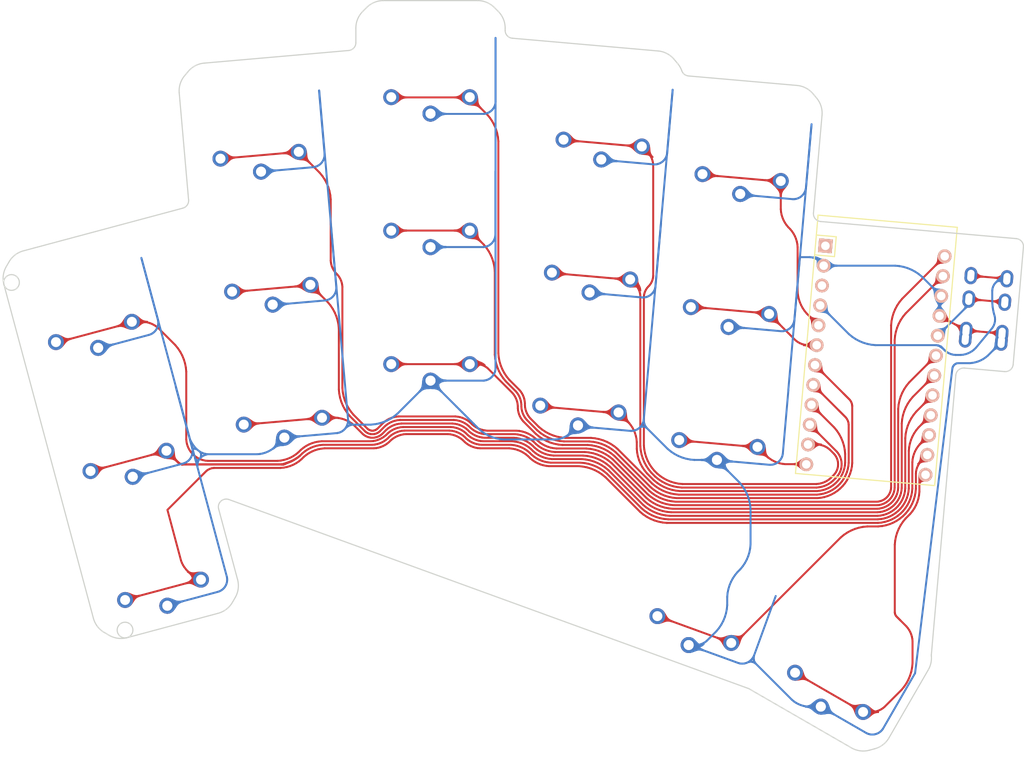
<source format=kicad_pcb>
(kicad_pcb (version 20171130) (host pcbnew "(5.1.10-1-10_14)")
  (title_block (title KEYBOARD_NAME_HERE) (rev VERSION_HERE) (company YOUR_NAME_HERE))
  (layers (0 F.Cu signal) (31 B.Cu signal) (34 B.Paste user) (35 F.Paste user) (36 B.SilkS user) (37 F.SilkS user) (38 B.Mask user) (39 F.Mask user) (44 Edge.Cuts user))
  (net 0 "")
  (net 1 P7)
  (net 2 GND)
  (net 3 P6)
  (net 4 P5)
  (net 5 P4)
  (net 6 P3)
  (net 7 P0)
  (net 8 P1)
  (net 9 P19)
  (net 10 P18)
  (net 11 P15)
  (net 12 P14)
  (net 13 P16)
  (net 14 P10)
  (net 15 P20)
  (net 16 P21)
  (net 17 P8)
  (net 18 P9)
  (net 19 RAW)
  (net 20 RST)
  (net 21 VCC)
  (net 22 P2)
  (module PG1350 (layer F.Cu) (at 106.708534 70.012148 175)
    (fp_text reference S20 hide)
    (fp_text value "" hide)
    (pad "" np_thru_hole circle (at 0 0) (size 3.429 3.429) (drill 3.429) (layers *.Cu *.Mask))
    (pad "" np_thru_hole circle (at 5.5 0) (size 1.7018 1.7018) (drill 1.7018) (layers *.Cu *.Mask))
    (pad "" np_thru_hole circle (at -5.5 0) (size 1.7018 1.7018) (drill 1.7018) (layers *.Cu *.Mask))
    (pad 1 thru_hole circle (at 5 -3.8) (size 2.032 2.032) (drill 1.27) (layers *.Cu *.Mask) (net 11 P15))
    (pad 2 thru_hole circle (at 0 -5.9) (size 2.032 2.032) (drill 1.27) (layers *.Cu *.Mask) (net 2 GND))
    (pad 1 thru_hole circle (at -5 -3.8) (size 2.032 2.032) (drill 1.27) (layers *.Cu *.Mask) (net 11 P15))
    (pad 2 thru_hole circle (at 0 -5.9) (size 2.032 2.032) (drill 1.27) (layers *.Cu *.Mask) (net 2 GND))
  )
  (module PG1350 (layer F.Cu) (at 52.402636 93.153449 195)
    (fp_text reference S2 hide)
    (fp_text value "" hide)
    (pad "" np_thru_hole circle (at 0 0) (size 3.429 3.429) (drill 3.429) (layers *.Cu *.Mask))
    (pad "" np_thru_hole circle (at 5.5 0) (size 1.7018 1.7018) (drill 1.7018) (layers *.Cu *.Mask))
    (pad "" np_thru_hole circle (at -5.5 0) (size 1.7018 1.7018) (drill 1.7018) (layers *.Cu *.Mask))
    (pad 1 thru_hole circle (at 5 -3.8) (size 2.032 2.032) (drill 1.27) (layers *.Cu *.Mask) (net 1 P7))
    (pad 2 thru_hole circle (at 0 -5.9) (size 2.032 2.032) (drill 1.27) (layers *.Cu *.Mask) (net 2 GND))
    (pad 1 thru_hole circle (at -5 -3.8) (size 2.032 2.032) (drill 1.27) (layers *.Cu *.Mask) (net 1 P7))
    (pad 2 thru_hole circle (at 0 -5.9) (size 2.032 2.032) (drill 1.27) (layers *.Cu *.Mask) (net 2 GND))
  )
  (module PG1350 (layer F.Cu) (at 48.002735 76.732649 195)
    (fp_text reference S4 hide)
    (fp_text value "" hide)
    (pad "" np_thru_hole circle (at 0 0) (size 3.429 3.429) (drill 3.429) (layers *.Cu *.Mask))
    (pad "" np_thru_hole circle (at 5.5 0) (size 1.7018 1.7018) (drill 1.7018) (layers *.Cu *.Mask))
    (pad "" np_thru_hole circle (at -5.5 0) (size 1.7018 1.7018) (drill 1.7018) (layers *.Cu *.Mask))
    (pad 1 thru_hole circle (at 5 -3.8) (size 2.032 2.032) (drill 1.27) (layers *.Cu *.Mask) (net 3 P6))
    (pad 2 thru_hole circle (at 0 -5.9) (size 2.032 2.032) (drill 1.27) (layers *.Cu *.Mask) (net 2 GND))
    (pad 1 thru_hole circle (at -5 -3.8) (size 2.032 2.032) (drill 1.27) (layers *.Cu *.Mask) (net 3 P6))
    (pad 2 thru_hole circle (at 0 -5.9) (size 2.032 2.032) (drill 1.27) (layers *.Cu *.Mask) (net 2 GND))
  )
  (module PG1350 (layer F.Cu) (at 43.602735 60.311949 195)
    (fp_text reference S6 hide)
    (fp_text value "" hide)
    (pad "" np_thru_hole circle (at 0 0) (size 3.429 3.429) (drill 3.429) (layers *.Cu *.Mask))
    (pad "" np_thru_hole circle (at 5.5 0) (size 1.7018 1.7018) (drill 1.7018) (layers *.Cu *.Mask))
    (pad "" np_thru_hole circle (at -5.5 0) (size 1.7018 1.7018) (drill 1.7018) (layers *.Cu *.Mask))
    (pad 1 thru_hole circle (at 5 -3.8) (size 2.032 2.032) (drill 1.27) (layers *.Cu *.Mask) (net 4 P5))
    (pad 2 thru_hole circle (at 0 -5.9) (size 2.032 2.032) (drill 1.27) (layers *.Cu *.Mask) (net 2 GND))
    (pad 1 thru_hole circle (at -5 -3.8) (size 2.032 2.032) (drill 1.27) (layers *.Cu *.Mask) (net 4 P5))
    (pad 2 thru_hole circle (at 0 -5.9) (size 2.032 2.032) (drill 1.27) (layers *.Cu *.Mask) (net 2 GND))
  )
  (module PG1350 (layer F.Cu) (at 68.307636 71.559348 185)
    (fp_text reference S8 hide)
    (fp_text value "" hide)
    (pad "" np_thru_hole circle (at 0 0) (size 3.429 3.429) (drill 3.429) (layers *.Cu *.Mask))
    (pad "" np_thru_hole circle (at 5.5 0) (size 1.7018 1.7018) (drill 1.7018) (layers *.Cu *.Mask))
    (pad "" np_thru_hole circle (at -5.5 0) (size 1.7018 1.7018) (drill 1.7018) (layers *.Cu *.Mask))
    (pad 1 thru_hole circle (at 5 -3.8) (size 2.032 2.032) (drill 1.27) (layers *.Cu *.Mask) (net 5 P4))
    (pad 2 thru_hole circle (at 0 -5.9) (size 2.032 2.032) (drill 1.27) (layers *.Cu *.Mask) (net 2 GND))
    (pad 1 thru_hole circle (at -5 -3.8) (size 2.032 2.032) (drill 1.27) (layers *.Cu *.Mask) (net 5 P4))
    (pad 2 thru_hole circle (at 0 -5.9) (size 2.032 2.032) (drill 1.27) (layers *.Cu *.Mask) (net 2 GND))
  )
  (module PG1350 (layer F.Cu) (at 66.825935 54.624049 185)
    (fp_text reference S10 hide)
    (fp_text value "" hide)
    (pad "" np_thru_hole circle (at 0 0) (size 3.429 3.429) (drill 3.429) (layers *.Cu *.Mask))
    (pad "" np_thru_hole circle (at 5.5 0) (size 1.7018 1.7018) (drill 1.7018) (layers *.Cu *.Mask))
    (pad "" np_thru_hole circle (at -5.5 0) (size 1.7018 1.7018) (drill 1.7018) (layers *.Cu *.Mask))
    (pad 1 thru_hole circle (at 5 -3.8) (size 2.032 2.032) (drill 1.27) (layers *.Cu *.Mask) (net 6 P3))
    (pad 2 thru_hole circle (at 0 -5.9) (size 2.032 2.032) (drill 1.27) (layers *.Cu *.Mask) (net 2 GND))
    (pad 1 thru_hole circle (at -5 -3.8) (size 2.032 2.032) (drill 1.27) (layers *.Cu *.Mask) (net 6 P3))
    (pad 2 thru_hole circle (at 0 -5.9) (size 2.032 2.032) (drill 1.27) (layers *.Cu *.Mask) (net 2 GND))
  )
  (module PG1350 (layer F.Cu) (at 65.344335 37.688747 185)
    (fp_text reference S12 hide)
    (fp_text value "" hide)
    (pad "" np_thru_hole circle (at 0 0) (size 3.429 3.429) (drill 3.429) (layers *.Cu *.Mask))
    (pad "" np_thru_hole circle (at 5.5 0) (size 1.7018 1.7018) (drill 1.7018) (layers *.Cu *.Mask))
    (pad "" np_thru_hole circle (at -5.5 0) (size 1.7018 1.7018) (drill 1.7018) (layers *.Cu *.Mask))
    (pad 1 thru_hole circle (at 5 -3.8) (size 2.032 2.032) (drill 1.27) (layers *.Cu *.Mask) (net 7 P0))
    (pad 2 thru_hole circle (at 0 -5.9) (size 2.032 2.032) (drill 1.27) (layers *.Cu *.Mask) (net 2 GND))
    (pad 1 thru_hole circle (at -5 -3.8) (size 2.032 2.032) (drill 1.27) (layers *.Cu *.Mask) (net 7 P0))
    (pad 2 thru_hole circle (at 0 -5.9) (size 2.032 2.032) (drill 1.27) (layers *.Cu *.Mask) (net 2 GND))
  )
  (module PG1350 (layer F.Cu) (at 87.426936 64.280747 180)
    (fp_text reference S14 hide)
    (fp_text value "" hide)
    (pad "" np_thru_hole circle (at 0 0) (size 3.429 3.429) (drill 3.429) (layers *.Cu *.Mask))
    (pad "" np_thru_hole circle (at 5.5 0) (size 1.7018 1.7018) (drill 1.7018) (layers *.Cu *.Mask))
    (pad "" np_thru_hole circle (at -5.5 0) (size 1.7018 1.7018) (drill 1.7018) (layers *.Cu *.Mask))
    (pad 1 thru_hole circle (at 5 -3.8) (size 2.032 2.032) (drill 1.27) (layers *.Cu *.Mask) (net 8 P1))
    (pad 2 thru_hole circle (at 0 -5.9) (size 2.032 2.032) (drill 1.27) (layers *.Cu *.Mask) (net 2 GND))
    (pad 1 thru_hole circle (at -5 -3.8) (size 2.032 2.032) (drill 1.27) (layers *.Cu *.Mask) (net 8 P1))
    (pad 2 thru_hole circle (at 0 -5.9) (size 2.032 2.032) (drill 1.27) (layers *.Cu *.Mask) (net 2 GND))
  )
  (module PG1350 (layer F.Cu) (at 87.426935 47.280747 180)
    (fp_text reference S16 hide)
    (fp_text value "" hide)
    (pad "" np_thru_hole circle (at 0 0) (size 3.429 3.429) (drill 3.429) (layers *.Cu *.Mask))
    (pad "" np_thru_hole circle (at 5.5 0) (size 1.7018 1.7018) (drill 1.7018) (layers *.Cu *.Mask))
    (pad "" np_thru_hole circle (at -5.5 0) (size 1.7018 1.7018) (drill 1.7018) (layers *.Cu *.Mask))
    (pad 1 thru_hole circle (at 5 -3.8) (size 2.032 2.032) (drill 1.27) (layers *.Cu *.Mask) (net 9 P19))
    (pad 2 thru_hole circle (at 0 -5.9) (size 2.032 2.032) (drill 1.27) (layers *.Cu *.Mask) (net 2 GND))
    (pad 1 thru_hole circle (at -5 -3.8) (size 2.032 2.032) (drill 1.27) (layers *.Cu *.Mask) (net 9 P19))
    (pad 2 thru_hole circle (at 0 -5.9) (size 2.032 2.032) (drill 1.27) (layers *.Cu *.Mask) (net 2 GND))
  )
  (module PG1350 (layer F.Cu) (at 87.426936 30.280749 180)
    (fp_text reference S18 hide)
    (fp_text value "" hide)
    (pad "" np_thru_hole circle (at 0 0) (size 3.429 3.429) (drill 3.429) (layers *.Cu *.Mask))
    (pad "" np_thru_hole circle (at 5.5 0) (size 1.7018 1.7018) (drill 1.7018) (layers *.Cu *.Mask))
    (pad "" np_thru_hole circle (at -5.5 0) (size 1.7018 1.7018) (drill 1.7018) (layers *.Cu *.Mask))
    (pad 1 thru_hole circle (at 5 -3.8) (size 2.032 2.032) (drill 1.27) (layers *.Cu *.Mask) (net 10 P18))
    (pad 2 thru_hole circle (at 0 -5.9) (size 2.032 2.032) (drill 1.27) (layers *.Cu *.Mask) (net 2 GND))
    (pad 1 thru_hole circle (at -5 -3.8) (size 2.032 2.032) (drill 1.27) (layers *.Cu *.Mask) (net 10 P18))
    (pad 2 thru_hole circle (at 0 -5.9) (size 2.032 2.032) (drill 1.27) (layers *.Cu *.Mask) (net 2 GND))
  )
  (module PG1350 (layer F.Cu) (at 108.190235 53.076848 175)
    (fp_text reference S22 hide)
    (fp_text value "" hide)
    (pad "" np_thru_hole circle (at 0 0) (size 3.429 3.429) (drill 3.429) (layers *.Cu *.Mask))
    (pad "" np_thru_hole circle (at 5.5 0) (size 1.7018 1.7018) (drill 1.7018) (layers *.Cu *.Mask))
    (pad "" np_thru_hole circle (at -5.5 0) (size 1.7018 1.7018) (drill 1.7018) (layers *.Cu *.Mask))
    (pad 1 thru_hole circle (at 5 -3.8) (size 2.032 2.032) (drill 1.27) (layers *.Cu *.Mask) (net 12 P14))
    (pad 2 thru_hole circle (at 0 -5.9) (size 2.032 2.032) (drill 1.27) (layers *.Cu *.Mask) (net 2 GND))
    (pad 1 thru_hole circle (at -5 -3.8) (size 2.032 2.032) (drill 1.27) (layers *.Cu *.Mask) (net 12 P14))
    (pad 2 thru_hole circle (at 0 -5.9) (size 2.032 2.032) (drill 1.27) (layers *.Cu *.Mask) (net 2 GND))
  )
  (module PG1350 (layer F.Cu) (at 109.671836 36.141448 175)
    (fp_text reference S24 hide)
    (fp_text value "" hide)
    (pad "" np_thru_hole circle (at 0 0) (size 3.429 3.429) (drill 3.429) (layers *.Cu *.Mask))
    (pad "" np_thru_hole circle (at 5.5 0) (size 1.7018 1.7018) (drill 1.7018) (layers *.Cu *.Mask))
    (pad "" np_thru_hole circle (at -5.5 0) (size 1.7018 1.7018) (drill 1.7018) (layers *.Cu *.Mask))
    (pad 1 thru_hole circle (at 5 -3.8) (size 2.032 2.032) (drill 1.27) (layers *.Cu *.Mask) (net 13 P16))
    (pad 2 thru_hole circle (at 0 -5.9) (size 2.032 2.032) (drill 1.27) (layers *.Cu *.Mask) (net 2 GND))
    (pad 1 thru_hole circle (at -5 -3.8) (size 2.032 2.032) (drill 1.27) (layers *.Cu *.Mask) (net 13 P16))
    (pad 2 thru_hole circle (at 0 -5.9) (size 2.032 2.032) (drill 1.27) (layers *.Cu *.Mask) (net 2 GND))
  )
  (module PG1350 (layer F.Cu) (at 124.393135 74.403448 175)
    (fp_text reference S26 hide)
    (fp_text value "" hide)
    (pad "" np_thru_hole circle (at 0 0) (size 3.429 3.429) (drill 3.429) (layers *.Cu *.Mask))
    (pad "" np_thru_hole circle (at 5.5 0) (size 1.7018 1.7018) (drill 1.7018) (layers *.Cu *.Mask))
    (pad "" np_thru_hole circle (at -5.5 0) (size 1.7018 1.7018) (drill 1.7018) (layers *.Cu *.Mask))
    (pad 1 thru_hole circle (at 5 -3.8) (size 2.032 2.032) (drill 1.27) (layers *.Cu *.Mask) (net 14 P10))
    (pad 2 thru_hole circle (at 0 -5.9) (size 2.032 2.032) (drill 1.27) (layers *.Cu *.Mask) (net 2 GND))
    (pad 1 thru_hole circle (at -5 -3.8) (size 2.032 2.032) (drill 1.27) (layers *.Cu *.Mask) (net 14 P10))
    (pad 2 thru_hole circle (at 0 -5.9) (size 2.032 2.032) (drill 1.27) (layers *.Cu *.Mask) (net 2 GND))
  )
  (module PG1350 (layer F.Cu) (at 125.874735 57.468148 175)
    (fp_text reference S28 hide)
    (fp_text value "" hide)
    (pad "" np_thru_hole circle (at 0 0) (size 3.429 3.429) (drill 3.429) (layers *.Cu *.Mask))
    (pad "" np_thru_hole circle (at 5.5 0) (size 1.7018 1.7018) (drill 1.7018) (layers *.Cu *.Mask))
    (pad "" np_thru_hole circle (at -5.5 0) (size 1.7018 1.7018) (drill 1.7018) (layers *.Cu *.Mask))
    (pad 1 thru_hole circle (at 5 -3.8) (size 2.032 2.032) (drill 1.27) (layers *.Cu *.Mask) (net 15 P20))
    (pad 2 thru_hole circle (at 0 -5.9) (size 2.032 2.032) (drill 1.27) (layers *.Cu *.Mask) (net 2 GND))
    (pad 1 thru_hole circle (at -5 -3.8) (size 2.032 2.032) (drill 1.27) (layers *.Cu *.Mask) (net 15 P20))
    (pad 2 thru_hole circle (at 0 -5.9) (size 2.032 2.032) (drill 1.27) (layers *.Cu *.Mask) (net 2 GND))
  )
  (module PG1350 (layer F.Cu) (at 127.356436 40.532848 175)
    (fp_text reference S30 hide)
    (fp_text value "" hide)
    (pad "" np_thru_hole circle (at 0 0) (size 3.429 3.429) (drill 3.429) (layers *.Cu *.Mask))
    (pad "" np_thru_hole circle (at 5.5 0) (size 1.7018 1.7018) (drill 1.7018) (layers *.Cu *.Mask))
    (pad "" np_thru_hole circle (at -5.5 0) (size 1.7018 1.7018) (drill 1.7018) (layers *.Cu *.Mask))
    (pad 1 thru_hole circle (at 5 -3.8) (size 2.032 2.032) (drill 1.27) (layers *.Cu *.Mask) (net 16 P21))
    (pad 2 thru_hole circle (at 0 -5.9) (size 2.032 2.032) (drill 1.27) (layers *.Cu *.Mask) (net 2 GND))
    (pad 1 thru_hole circle (at -5 -3.8) (size 2.032 2.032) (drill 1.27) (layers *.Cu *.Mask) (net 16 P21))
    (pad 2 thru_hole circle (at 0 -5.9) (size 2.032 2.032) (drill 1.27) (layers *.Cu *.Mask) (net 2 GND))
  )
  (module PG1350 (layer F.Cu) (at 122.301335 98.312149 160)
    (fp_text reference S32 hide)
    (fp_text value "" hide)
    (pad "" np_thru_hole circle (at 0 0) (size 3.429 3.429) (drill 3.429) (layers *.Cu *.Mask))
    (pad "" np_thru_hole circle (at 5.5 0) (size 1.7018 1.7018) (drill 1.7018) (layers *.Cu *.Mask))
    (pad "" np_thru_hole circle (at -5.5 0) (size 1.7018 1.7018) (drill 1.7018) (layers *.Cu *.Mask))
    (pad 1 thru_hole circle (at 5 -3.8) (size 2.032 2.032) (drill 1.27) (layers *.Cu *.Mask) (net 17 P8))
    (pad 2 thru_hole circle (at 0 -5.9) (size 2.032 2.032) (drill 1.27) (layers *.Cu *.Mask) (net 2 GND))
    (pad 1 thru_hole circle (at -5 -3.8) (size 2.032 2.032) (drill 1.27) (layers *.Cu *.Mask) (net 17 P8))
    (pad 2 thru_hole circle (at 0 -5.9) (size 2.032 2.032) (drill 1.27) (layers *.Cu *.Mask) (net 2 GND))
  )
  (module PG1350 (layer F.Cu) (at 140.053535 106.590147 150)
    (fp_text reference S34 hide)
    (fp_text value "" hide)
    (pad "" np_thru_hole circle (at 0 0) (size 3.429 3.429) (drill 3.429) (layers *.Cu *.Mask))
    (pad "" np_thru_hole circle (at 5.5 0) (size 1.7018 1.7018) (drill 1.7018) (layers *.Cu *.Mask))
    (pad "" np_thru_hole circle (at -5.5 0) (size 1.7018 1.7018) (drill 1.7018) (layers *.Cu *.Mask))
    (pad 1 thru_hole circle (at 5 -3.8) (size 2.032 2.032) (drill 1.27) (layers *.Cu *.Mask) (net 18 P9))
    (pad 2 thru_hole circle (at 0 -5.9) (size 2.032 2.032) (drill 1.27) (layers *.Cu *.Mask) (net 2 GND))
    (pad 1 thru_hole circle (at -5 -3.8) (size 2.032 2.032) (drill 1.27) (layers *.Cu *.Mask) (net 18 P9))
    (pad 2 thru_hole circle (at 0 -5.9) (size 2.032 2.032) (drill 1.27) (layers *.Cu *.Mask) (net 2 GND))
  )
  (module ProMicro (layer F.Cu) (at 144.061535 67.591748 265)
    (fp_text reference C1 hide)
    (fp_text value "" hide)
    (pad 1 thru_hole rect (at -13.97 7.62 265) (size 1.7526 1.7526) (drill 1.0922) (layers *.Cu *.SilkS *.Mask) (net 19 RAW))
    (pad 2 thru_hole circle (at -11.43 7.62) (size 1.7526 1.7526) (drill 1.0922) (layers *.Cu *.SilkS *.Mask) (net 2 GND))
    (pad 3 thru_hole circle (at -8.89 7.62) (size 1.7526 1.7526) (drill 1.0922) (layers *.Cu *.SilkS *.Mask) (net 20 RST))
    (pad 4 thru_hole circle (at -6.35 7.62) (size 1.7526 1.7526) (drill 1.0922) (layers *.Cu *.SilkS *.Mask) (net 21 VCC))
    (pad 5 thru_hole circle (at -3.81 7.62) (size 1.7526 1.7526) (drill 1.0922) (layers *.Cu *.SilkS *.Mask) (net 16 P21))
    (pad 6 thru_hole circle (at -1.27 7.62) (size 1.7526 1.7526) (drill 1.0922) (layers *.Cu *.SilkS *.Mask) (net 15 P20))
    (pad 7 thru_hole circle (at 1.27 7.62) (size 1.7526 1.7526) (drill 1.0922) (layers *.Cu *.SilkS *.Mask) (net 9 P19))
    (pad 8 thru_hole circle (at 3.81 7.62) (size 1.7526 1.7526) (drill 1.0922) (layers *.Cu *.SilkS *.Mask) (net 10 P18))
    (pad 9 thru_hole circle (at 6.35 7.62) (size 1.7526 1.7526) (drill 1.0922) (layers *.Cu *.SilkS *.Mask) (net 11 P15))
    (pad 10 thru_hole circle (at 8.89 7.62) (size 1.7526 1.7526) (drill 1.0922) (layers *.Cu *.SilkS *.Mask) (net 12 P14))
    (pad 11 thru_hole circle (at 11.43 7.62) (size 1.7526 1.7526) (drill 1.0922) (layers *.Cu *.SilkS *.Mask) (net 13 P16))
    (pad 12 thru_hole circle (at 13.97 7.62) (size 1.7526 1.7526) (drill 1.0922) (layers *.Cu *.SilkS *.Mask) (net 14 P10))
    (pad 13 thru_hole circle (at -13.97 -7.62) (size 1.7526 1.7526) (drill 1.0922) (layers *.Cu *.SilkS *.Mask) (net 8 P1))
    (pad 14 thru_hole circle (at -11.43 -7.62) (size 1.7526 1.7526) (drill 1.0922) (layers *.Cu *.SilkS *.Mask) (net 7 P0))
    (pad 15 thru_hole circle (at -8.89 -7.62) (size 1.7526 1.7526) (drill 1.0922) (layers *.Cu *.SilkS *.Mask) (net 2 GND))
    (pad 16 thru_hole circle (at -6.35 -7.62) (size 1.7526 1.7526) (drill 1.0922) (layers *.Cu *.SilkS *.Mask) (net 2 GND))
    (pad 17 thru_hole circle (at -3.81 -7.62) (size 1.7526 1.7526) (drill 1.0922) (layers *.Cu *.SilkS *.Mask) (net 22 P2))
    (pad 18 thru_hole circle (at -1.27 -7.62) (size 1.7526 1.7526) (drill 1.0922) (layers *.Cu *.SilkS *.Mask) (net 6 P3))
    (pad 19 thru_hole circle (at 1.27 -7.62) (size 1.7526 1.7526) (drill 1.0922) (layers *.Cu *.SilkS *.Mask) (net 5 P4))
    (pad 20 thru_hole circle (at 3.81 -7.62) (size 1.7526 1.7526) (drill 1.0922) (layers *.Cu *.SilkS *.Mask) (net 4 P5))
    (pad 21 thru_hole circle (at 6.35 -7.62) (size 1.7526 1.7526) (drill 1.0922) (layers *.Cu *.SilkS *.Mask) (net 3 P6))
    (pad 22 thru_hole circle (at 8.89 -7.62) (size 1.7526 1.7526) (drill 1.0922) (layers *.Cu *.SilkS *.Mask) (net 1 P7))
    (pad 23 thru_hole circle (at 11.43 -7.62) (size 1.7526 1.7526) (drill 1.0922) (layers *.Cu *.SilkS *.Mask) (net 17 P8))
    (pad 24 thru_hole circle (at 13.97 -7.62) (size 1.7526 1.7526) (drill 1.0922) (layers *.Cu *.SilkS *.Mask) (net 18 P9))
  )
  (module TRRS-PJ-320A-dual (layer F.Cu) (at 161.059035 54.021558 355)
    (fp_text reference T1 hide)
    (fp_text value "" hide)
    (pad "" np_thru_hole circle (at -2.3 8.6) (size 1.5 1.5) (drill 1.5) (layers *.Cu *.Mask))
    (pad "" np_thru_hole circle (at -2.3 1.6) (size 1.5 1.5) (drill 1.5) (layers *.Cu *.Mask))
    (pad 1 thru_hole oval (at 0 11.3 355) (size 1.6 2.2) (drill oval 0.9 1.5) (layers *.Cu *.Mask) (net 2 GND))
    (pad 2 thru_hole oval (at -4.6 10.2 355) (size 1.6 2.2) (drill oval 0.9 1.5) (layers *.Cu *.Mask) (net 2 GND))
    (pad 3 thru_hole oval (at -4.6 6.2 355) (size 1.6 2.2) (drill oval 0.9 1.5) (layers *.Cu *.Mask) (net 22 P2))
    (pad 4 thru_hole oval (at -4.6 3.2 355) (size 1.6 2.2) (drill oval 0.9 1.5) (layers *.Cu *.Mask) (net 21 VCC))
    (pad 1 thru_hole oval (at -4.6 11.3 355) (size 1.6 2.2) (drill oval 0.9 1.5) (layers *.Cu *.Mask) (net 2 GND))
    (pad 2 thru_hole oval (at 0 10.2 355) (size 1.6 2.2) (drill oval 0.9 1.5) (layers *.Cu *.Mask) (net 2 GND))
    (pad 3 thru_hole oval (at 0 6.2 355) (size 1.6 2.2) (drill oval 0.9 1.5) (layers *.Cu *.Mask) (net 22 P2))
    (pad 4 thru_hole oval (at 0 3.2 355) (size 1.6 2.2) (drill oval 0.9 1.5) (layers *.Cu *.Mask) (net 21 VCC))
  )
  (gr_line (start 46.52989 102.616604) (end 45.918859 102.263826) (angle 90) (layer Edge.Cuts) (width 0.15))
  (gr_arc (start 47.41819 99.665362) (end 44.520411 100.441818) (angle -45) (layer Edge.Cuts) (width 0.15))
  (gr_line (start 33.132373 57.941083) (end 44.520411 100.441818) (angle 90) (layer Edge.Cuts) (width 0.15))
  (gr_line (start 60.46148 86.52434) (end 62.873002 95.524257) (angle 90) (layer Edge.Cuts) (width 0.15))
  (gr_arc (start 59.975223 96.300714) (end 62.5733 97.800714) (angle -45) (layer Edge.Cuts) (width 0.15))
  (gr_line (start 62.572915 97.801385) (end 62.220135 98.412416) (angle 90) (layer Edge.Cuts) (width 0.15))
  (gr_arc (start 59.621671 96.913087) (end 60.398128 99.810864) (angle -45) (layer Edge.Cuts) (width 0.15))
  (gr_line (start 60.398128 99.810864) (end 48.807018 102.916693) (angle 90) (layer Edge.Cuts) (width 0.15))
  (gr_arc (start 48.03056 100.018915) (end 46.530562 102.616991) (angle -44.99999992) (layer Edge.Cuts) (width 0.15))
  (gr_arc (start 36.030151 57.164627) (end 33.432075 55.664625) (angle -44.99999992) (layer Edge.Cuts) (width 0.15))
  (gr_line (start 33.432462 55.663956) (end 33.785241 55.052926) (angle 90) (layer Edge.Cuts) (width 0.15))
  (gr_arc (start 36.383704 56.552252) (end 35.607249 53.654478) (angle -45) (layer Edge.Cuts) (width 0.15))
  (gr_line (start 35.607249 53.654478) (end 55.899654 48.21714) (angle 90) (layer Edge.Cuts) (width 0.15))
  (gr_line (start 55.444705 33.535743) (end 56.637028 47.164062) (angle 90) (layer Edge.Cuts) (width 0.15))
  (gr_arc (start 58.43329 33.274274) (end 56.135156 31.345912) (angle -45) (layer Edge.Cuts) (width 0.15))
  (gr_line (start 56.135652 31.345319) (end 56.589176 30.80483) (angle 90) (layer Edge.Cuts) (width 0.15))
  (gr_arc (start 58.887808 32.7326) (end 58.626343 29.744017) (angle -45) (layer Edge.Cuts) (width 0.15))
  (gr_line (start 58.626343 29.744017) (end 77.014054 28.135301) (angle 90) (layer Edge.Cuts) (width 0.15))
  (gr_line (start 77.926898 27.139105) (end 77.926897 25.28076) (angle 90) (layer Edge.Cuts) (width 0.15))
  (gr_arc (start 80.926898 25.28076) (end 78.80558 23.159438) (angle -45) (layer Edge.Cuts) (width 0.15))
  (gr_line (start 78.806126 23.158891) (end 79.30503 22.659987) (angle 90) (layer Edge.Cuts) (width 0.15))
  (gr_arc (start 81.426898 24.78076) (end 81.426898 21.78076) (angle -45) (layer Edge.Cuts) (width 0.15))
  (gr_line (start 81.426898 21.78076) (end 93.4269 21.78076) (angle 90) (layer Edge.Cuts) (width 0.15))
  (gr_arc (start 93.426899 24.780761) (end 95.54822 22.65944) (angle -45) (layer Edge.Cuts) (width 0.15))
  (gr_line (start 95.548767 22.659987) (end 96.047674 23.158892) (angle 90) (layer Edge.Cuts) (width 0.15))
  (gr_arc (start 93.926898 25.280761) (end 96.926898 25.28076) (angle -45) (layer Edge.Cuts) (width 0.15))
  (gr_line (start 96.926898 25.28076) (end 96.926899 25.577658) (angle 90) (layer Edge.Cuts) (width 0.15))
  (gr_line (start 97.839742 26.573854) (end 116.389833 28.196775) (angle 90) (layer Edge.Cuts) (width 0.15))
  (gr_arc (start 116.128367 31.185361) (end 118.426499 29.256998) (angle -45) (layer Edge.Cuts) (width 0.15))
  (gr_line (start 118.426999 29.257589) (end 118.880522 29.798079) (angle 90) (layer Edge.Cuts) (width 0.15))
  (gr_arc (start 116.582886 31.727035) (end 119.408631 30.719481) (angle -20.37568221) (layer Edge.Cuts) (width 0.15))
  (gr_line (start 151.171633 105.07703) (end 154.285092 69.490032) (angle 90) (layer Edge.Cuts) (width 0.15))
  (gr_line (start 137.075625 49.915643) (end 161.980492 52.094535) (angle 90) (layer Edge.Cuts) (width 0.15))
  (gr_line (start 161.582196 68.120806) (end 162.889532 53.177886) (angle 90) (layer Edge.Cuts) (width 0.15))
  (gr_line (start 160.498845 69.029846) (end 155.368442 68.580993) (angle 90) (layer Edge.Cuts) (width 0.15))
  (gr_line (start 120.26339 31.379825) (end 134.074397 32.588131) (angle 90) (layer Edge.Cuts) (width 0.15))
  (gr_arc (start 133.812928 35.576714) (end 136.111062 33.648352) (angle -45) (layer Edge.Cuts) (width 0.15))
  (gr_line (start 136.111559 33.648947) (end 136.565084 34.189433) (angle 90) (layer Edge.Cuts) (width 0.15))
  (gr_arc (start 134.26745 36.11839) (end 137.256033 36.379858) (angle -45) (layer Edge.Cuts) (width 0.15))
  (gr_line (start 136.166587 48.83229) (end 137.256033 36.379858) (angle 90) (layer Edge.Cuts) (width 0.15))
  (gr_line (start 61.769427 85.325829) (end 127.851435 109.377713) (angle 90) (layer Edge.Cuts) (width 0.15))
  (gr_arc (start 148.182809 105.510037) (end 150.780883 107.010038) (angle -34.9601627) (layer Edge.Cuts) (width 0.15))
  (gr_line (start 150.780884 107.010038) (end 145.780885 115.670291) (angle 90) (layer Edge.Cuts) (width 0.15))
  (gr_arc (start 143.182808 114.170292) (end 143.959265 117.06807) (angle -45) (layer Edge.Cuts) (width 0.15))
  (gr_line (start 143.958516 117.068269) (end 143.277001 117.250882) (angle 90) (layer Edge.Cuts) (width 0.15))
  (gr_arc (start 142.499796 114.353304) (end 140.999795 116.951382) (angle -45) (layer Edge.Cuts) (width 0.15))
  (gr_line (start 128.009414 109.45138) (end 140.999795 116.951382) (angle 90) (layer Edge.Cuts) (width 0.15))
  (gr_arc (start 34.098301 57.682264) (end 33.132373 57.941083) (angle -2.025711581e-06) (layer Edge.Cuts) (width 0.15))
  (gr_arc (start 55.640834 47.251216) (end 55.899654 48.21714) (angle -79.99999966) (layer Edge.Cuts) (width 0.15))
  (gr_arc (start 76.926899 27.139107) (end 77.014054 28.135301) (angle -85.00000245) (layer Edge.Cuts) (width 0.15))
  (gr_arc (start 97.9269 25.577659) (end 96.926899 25.577658) (angle -85.00000245) (layer Edge.Cuts) (width 0.15))
  (gr_arc (start 120.350545 30.38363) (end 119.408631 30.719481) (angle -65.37568466) (layer Edge.Cuts) (width 0.15))
  (gr_arc (start 137.16278 48.919447) (end 136.166587 48.83229) (angle -90) (layer Edge.Cuts) (width 0.15))
  (gr_arc (start 161.893338 53.09073) (end 162.889532 53.177886) (angle -90) (layer Edge.Cuts) (width 0.15))
  (gr_arc (start 160.586 68.033651) (end 160.498845 69.029846) (angle -90) (layer Edge.Cuts) (width 0.15))
  (gr_arc (start 155.281286 69.577188) (end 155.368442 68.580993) (angle -90) (layer Edge.Cuts) (width 0.15))
  (gr_arc (start 152.167827 105.164185) (end 151.171633 105.07703) (angle -9.960160253) (layer Edge.Cuts) (width 0.15))
  (gr_arc (start 127.509413 110.317406) (end 128.009414 109.45138) (angle -10.00000203) (layer Edge.Cuts) (width 0.15))
  (gr_arc (start 61.427407 86.265522) (end 61.769427 85.325829) (angle -124.999996) (layer Edge.Cuts) (width 0.15))
  (gr_arc (start 48.548199 101.950767) (end 48.807018 102.916693) (angle -2.025711751e-06) (layer Edge.Cuts) (width 0.15))
  (segment (start 115.928576 87.98807) (end 116.440238 88.143281) (width 0.25) (layer F.Cu) (net 1))
  (segment (start 144.832498 88.255776) (end 144.383478 88.3) (width 0.25) (layer F.Cu) (net 1))
  (segment (start 57.332855 95.137501) (end 57.358686 95.293964) (width 0.25) (layer F.Cu) (net 1))
  (segment (start 114.105146 86.895149) (end 114.518463 87.23435) (width 0.25) (layer F.Cu) (net 1))
  (segment (start 72.336184 79.207245) (end 71.966748 79.404712) (width 0.25) (layer F.Cu) (net 1))
  (segment (start 59.879675 81.30002) (end 59.720299 81.315718) (width 0.25) (layer F.Cu) (net 1))
  (segment (start 102.161377 81.03772) (end 102.54071 81.07508) (width 0.25) (layer F.Cu) (net 1))
  (segment (start 149.687684 78.302086) (end 149.46128 78.57796) (width 0.25) (layer F.Cu) (net 1))
  (segment (start 58.031439 82.553189) (end 57.91209 82.672538) (width 0.25) (layer F.Cu) (net 1))
  (segment (start 70.998427 80.199393) (end 70.674614 80.465139) (width 0.25) (layer F.Cu) (net 1))
  (segment (start 57.154312 94.879532) (end 57.262717 94.995275) (width 0.25) (layer F.Cu) (net 1))
  (segment (start 145.706785 88.036779) (end 145.27502 88.167753) (width 0.25) (layer F.Cu) (net 1))
  (segment (start 56.325061 94.238239) (end 56.489987 94.414328) (width 0.25) (layer F.Cu) (net 1))
  (segment (start 81.665313 78.365785) (end 81.397343 78.509018) (width 0.25) (layer F.Cu) (net 1))
  (segment (start 100.734462 80.527162) (end 101.070622 80.706844) (width 0.25) (layer F.Cu) (net 1))
  (segment (start 82.152829 78.004219) (end 81.917952 78.196977) (width 0.25) (layer F.Cu) (net 1))
  (segment (start 57.167981 95.714859) (end 57.033315 95.798601) (width 0.25) (layer F.Cu) (net 1))
  (segment (start 148.314112 85.673635) (end 148.101421 86.071551) (width 0.25) (layer F.Cu) (net 1))
  (segment (start 108.360488 81.591629) (end 108.832038 81.843678) (width 0.25) (layer F.Cu) (net 1))
  (segment (start 90.250323 77.080086) (end 90.541087 77.168289) (width 0.25) (layer F.Cu) (net 1))
  (segment (start 91.792147 78.004221) (end 92.027024 78.19698) (width 0.25) (layer F.Cu) (net 1))
  (segment (start 109.276613 82.140733) (end 109.689931 82.479934) (width 0.25) (layer F.Cu) (net 1))
  (segment (start 56.671379 94.573405) (end 56.867489 94.713935) (width 0.25) (layer F.Cu) (net 1))
  (segment (start 59.563228 81.346961) (end 59.409977 81.39345) (width 0.25) (layer F.Cu) (net 1))
  (segment (start 146.521549 87.651425) (end 146.123632 87.864115) (width 0.25) (layer F.Cu) (net 1))
  (segment (start 148.958201 79.519155) (end 148.854604 79.86067) (width 0.25) (layer F.Cu) (net 1))
  (segment (start 92.828354 78.6253) (end 93.119118 78.713502) (width 0.25) (layer F.Cu) (net 1))
  (segment (start 149.263007 78.874697) (end 149.094774 79.189439) (width 0.25) (layer F.Cu) (net 1))
  (segment (start 106.830428 81.127489) (end 106.298317 81.07508) (width 0.25) (layer F.Cu) (net 1))
  (segment (start 81.116625 78.625295) (end 80.825861 78.713497) (width 0.25) (layer F.Cu) (net 1))
  (segment (start 92.279665 78.365789) (end 92.547635 78.509022) (width 0.25) (layer F.Cu) (net 1))
  (segment (start 58.743994 81.840634) (end 58.627005 81.957623) (width 0.25) (layer F.Cu) (net 1))
  (segment (start 148.75 83.933479) (end 148.705775 84.3825) (width 0.25) (layer F.Cu) (net 1))
  (segment (start 84.295046 76.991025) (end 83.992662 77.020808) (width 0.25) (layer F.Cu) (net 1))
  (segment (start 148.617751 84.825023) (end 148.486777 85.256788) (width 0.25) (layer F.Cu) (net 1))
  (segment (start 59.262021 81.454735) (end 59.120784 81.530228) (width 0.25) (layer F.Cu) (net 1))
  (segment (start 55.916893 93.657017) (end 56.078538 93.916963) (width 0.25) (layer F.Cu) (net 1))
  (segment (start 148.78498 80.210695) (end 148.75 80.565859) (width 0.25) (layer F.Cu) (net 1))
  (segment (start 83.12317 77.284566) (end 82.8552 77.427798) (width 0.25) (layer F.Cu) (net 1))
  (segment (start 98.905619 79.170799) (end 99.241779 79.350481) (width 0.25) (layer F.Cu) (net 1))
  (segment (start 80.527852 78.772774) (end 80.225468 78.802556) (width 0.25) (layer F.Cu) (net 1))
  (segment (start 101.422777 80.85271) (end 101.787532 80.963357) (width 0.25) (layer F.Cu) (net 1))
  (segment (start 100.122884 80.073585) (end 100.417531 80.315396) (width 0.25) (layer F.Cu) (net 1))
  (segment (start 114.963038 87.531405) (end 115.434589 87.783454) (width 0.25) (layer F.Cu) (net 1))
  (segment (start 147.245478 87.114522) (end 146.896702 87.400755) (width 0.25) (layer F.Cu) (net 1))
  (segment (start 69.569866 81.055639) (end 69.169005 81.177239) (width 0.25) (layer F.Cu) (net 1))
  (segment (start 58.510017 82.074611) (end 58.393028 82.1916) (width 0.25) (layer F.Cu) (net 1))
  (segment (start 116.964651 88.247592) (end 117.496762 88.3) (width 0.25) (layer F.Cu) (net 1))
  (segment (start 89.952313 77.020808) (end 89.649928 76.991025) (width 0.25) (layer F.Cu) (net 1))
  (segment (start 147.850752 86.446705) (end 147.564519 86.795481) (width 0.25) (layer F.Cu) (net 1))
  (segment (start 82.602561 77.596607) (end 82.367683 77.789365) (width 0.25) (layer F.Cu) (net 1))
  (segment (start 97.814864 78.839922) (end 97.435531 78.80256) (width 0.25) (layer F.Cu) (net 1))
  (segment (start 83.694653 77.080086) (end 83.403889 77.168288) (width 0.25) (layer F.Cu) (net 1))
  (segment (start 98.188709 78.914284) (end 98.553464 79.024932) (width 0.25) (layer F.Cu) (net 1))
  (segment (start 71.618447 79.63744) (end 71.294634 79.903186) (width 0.25) (layer F.Cu) (net 1))
  (segment (start 68.758155 81.258961) (end 68.341274 81.30002) (width 0.25) (layer F.Cu) (net 1))
  (segment (start 58.987626 81.619202) (end 58.86383 81.720798) (width 0.25) (layer F.Cu) (net 1))
  (segment (start 73.951787 78.802556) (end 73.534906 78.843616) (width 0.25) (layer F.Cu) (net 1))
  (segment (start 57.337988 95.451187) (end 57.272541 95.595632) (width 0.25) (layer F.Cu) (net 1))
  (segment (start 73.124056 78.925339) (end 72.723195 79.046939) (width 0.25) (layer F.Cu) (net 1))
  (segment (start 91.342417 77.596609) (end 91.577295 77.789368) (width 0.25) (layer F.Cu) (net 1))
  (segment (start 90.821806 77.284566) (end 91.089776 77.427799) (width 0.25) (layer F.Cu) (net 1))
  (segment (start 107.35484 81.231801) (end 107.866502 81.387012) (width 0.25) (layer F.Cu) (net 1))
  (segment (start 99.558709 79.562247) (end 99.853356 79.804058) (width 0.25) (layer F.Cu) (net 1))
  (segment (start 58.270138 82.31449) (end 58.150789 82.433839) (width 0.25) (layer F.Cu) (net 1))
  (segment (start 93.417129 78.772779) (end 93.719514 78.80256) (width 0.25) (layer F.Cu) (net 1))
  (segment (start 55.67368 93.095991) (end 55.781506 93.382478) (width 0.25) (layer F.Cu) (net 1))
  (segment (start 70.326313 80.697867) (end 69.956877 80.895334) (width 0.25) (layer F.Cu) (net 1))
  (segment (start 81.665313 78.365785) (end 81.917952 78.196977) (width 0.25) (layer F.Cu) (net 1))
  (segment (start 69.169005 81.177239) (end 68.758155 81.258961) (width 0.25) (layer F.Cu) (net 1))
  (segment (start 149.46128 78.57796) (end 149.263007 78.874697) (width 0.25) (layer F.Cu) (net 1))
  (segment (start 73.534906 78.843616) (end 73.124056 78.925339) (width 0.25) (layer F.Cu) (net 1))
  (segment (start 70.674614 80.465139) (end 70.326313 80.697867) (width 0.25) (layer F.Cu) (net 1))
  (segment (start 91.342417 77.596609) (end 91.089776 77.427799) (width 0.25) (layer F.Cu) (net 1))
  (segment (start 57.167981 95.714859) (end 57.272541 95.595632) (width 0.25) (layer F.Cu) (net 1))
  (segment (start 148.101421 86.071551) (end 147.850752 86.446705) (width 0.25) (layer F.Cu) (net 1))
  (segment (start 148.705775 84.3825) (end 148.617751 84.825023) (width 0.25) (layer F.Cu) (net 1))
  (segment (start 114.518463 87.23435) (end 114.963038 87.531405) (width 0.25) (layer F.Cu) (net 1))
  (segment (start 83.992662 77.020808) (end 83.694653 77.080086) (width 0.25) (layer F.Cu) (net 1))
  (segment (start 59.720299 81.315718) (end 59.563228 81.346961) (width 0.25) (layer F.Cu) (net 1))
  (segment (start 146.521549 87.651425) (end 146.896702 87.400755) (width 0.25) (layer F.Cu) (net 1))
  (segment (start 82.8552 77.427798) (end 82.602561 77.596607) (width 0.25) (layer F.Cu) (net 1))
  (segment (start 116.440238 88.143281) (end 116.964651 88.247592) (width 0.25) (layer F.Cu) (net 1))
  (segment (start 148.854604 79.86067) (end 148.78498 80.210695) (width 0.25) (layer F.Cu) (net 1))
  (segment (start 71.966748 79.404712) (end 71.618447 79.63744) (width 0.25) (layer F.Cu) (net 1))
  (segment (start 80.825861 78.713497) (end 80.527852 78.772774) (width 0.25) (layer F.Cu) (net 1))
  (segment (start 144.832498 88.255776) (end 145.27502 88.167753) (width 0.25) (layer F.Cu) (net 1))
  (segment (start 90.250323 77.080086) (end 89.952313 77.020808) (width 0.25) (layer F.Cu) (net 1))
  (segment (start 93.119118 78.713502) (end 93.417129 78.772779) (width 0.25) (layer F.Cu) (net 1))
  (segment (start 97.814864 78.839922) (end 98.188709 78.914284) (width 0.25) (layer F.Cu) (net 1))
  (segment (start 102.161377 81.03772) (end 101.787532 80.963357) (width 0.25) (layer F.Cu) (net 1))
  (segment (start 99.241779 79.350481) (end 99.558709 79.562247) (width 0.25) (layer F.Cu) (net 1))
  (segment (start 108.832038 81.843678) (end 109.276613 82.140733) (width 0.25) (layer F.Cu) (net 1))
  (segment (start 59.120784 81.530228) (end 58.987626 81.619202) (width 0.25) (layer F.Cu) (net 1))
  (segment (start 56.489987 94.414328) (end 56.671379 94.573405) (width 0.25) (layer F.Cu) (net 1))
  (segment (start 106.830428 81.127489) (end 107.35484 81.231801) (width 0.25) (layer F.Cu) (net 1))
  (segment (start 57.332855 95.137501) (end 57.262717 94.995275) (width 0.25) (layer F.Cu) (net 1))
  (segment (start 58.031439 82.553189) (end 58.150789 82.433839) (width 0.25) (layer F.Cu) (net 1))
  (segment (start 55.916893 93.657017) (end 55.781506 93.382478) (width 0.25) (layer F.Cu) (net 1))
  (segment (start 58.627005 81.957623) (end 58.510017 82.074611) (width 0.25) (layer F.Cu) (net 1))
  (segment (start 100.734462 80.527162) (end 100.417531 80.315396) (width 0.25) (layer F.Cu) (net 1))
  (segment (start 92.027024 78.19698) (end 92.279665 78.365789) (width 0.25) (layer F.Cu) (net 1))
  (segment (start 148.958201 79.519155) (end 149.094774 79.189439) (width 0.25) (layer F.Cu) (net 1))
  (segment (start 145.706785 88.036779) (end 146.123632 87.864115) (width 0.25) (layer F.Cu) (net 1))
  (segment (start 98.905619 79.170799) (end 98.553464 79.024932) (width 0.25) (layer F.Cu) (net 1))
  (segment (start 115.928576 87.98807) (end 115.434589 87.783454) (width 0.25) (layer F.Cu) (net 1))
  (segment (start 72.336184 79.207245) (end 72.723195 79.046939) (width 0.25) (layer F.Cu) (net 1))
  (segment (start 81.397343 78.509018) (end 81.116625 78.625295) (width 0.25) (layer F.Cu) (net 1))
  (segment (start 57.358686 95.293964) (end 57.337988 95.451187) (width 0.25) (layer F.Cu) (net 1))
  (segment (start 83.12317 77.284566) (end 83.403889 77.168288) (width 0.25) (layer F.Cu) (net 1))
  (segment (start 148.314112 85.673635) (end 148.486777 85.256788) (width 0.25) (layer F.Cu) (net 1))
  (segment (start 69.569866 81.055639) (end 69.956877 80.895334) (width 0.25) (layer F.Cu) (net 1))
  (segment (start 101.070622 80.706844) (end 101.422777 80.85271) (width 0.25) (layer F.Cu) (net 1))
  (segment (start 56.325061 94.238239) (end 56.078538 93.916963) (width 0.25) (layer F.Cu) (net 1))
  (segment (start 108.360488 81.591629) (end 107.866502 81.387012) (width 0.25) (layer F.Cu) (net 1))
  (segment (start 92.828354 78.6253) (end 92.547635 78.509022) (width 0.25) (layer F.Cu) (net 1))
  (segment (start 59.409977 81.39345) (end 59.262021 81.454735) (width 0.25) (layer F.Cu) (net 1))
  (segment (start 90.541087 77.168289) (end 90.821806 77.284566) (width 0.25) (layer F.Cu) (net 1))
  (segment (start 58.393028 82.1916) (end 58.270138 82.31449) (width 0.25) (layer F.Cu) (net 1))
  (segment (start 57.033315 95.798601) (end 48.543969 98.073315) (width 0.25) (layer F.Cu) (net 1))
  (segment (start 57.154312 94.879532) (end 56.867489 94.713935) (width 0.25) (layer F.Cu) (net 1))
  (segment (start 55.67368 93.095991) (end 53.942808 86.636286) (width 0.25) (layer F.Cu) (net 1))
  (segment (start 149.687684 78.302086) (end 150.877724 77.112046) (width 0.25) (layer F.Cu) (net 1))
  (segment (start 84.295046 76.991025) (end 89.649928 76.991025) (width 0.25) (layer F.Cu) (net 1))
  (segment (start 97.435531 78.80256) (end 93.719514 78.80256) (width 0.25) (layer F.Cu) (net 1))
  (segment (start 148.75 83.933479) (end 148.75 80.565859) (width 0.25) (layer F.Cu) (net 1))
  (segment (start 91.792147 78.004221) (end 91.577295 77.789368) (width 0.25) (layer F.Cu) (net 1))
  (segment (start 100.122884 80.073585) (end 99.853356 79.804058) (width 0.25) (layer F.Cu) (net 1))
  (segment (start 102.54071 81.07508) (end 106.298317 81.07508) (width 0.25) (layer F.Cu) (net 1))
  (segment (start 114.105146 86.895149) (end 109.689931 82.479934) (width 0.25) (layer F.Cu) (net 1))
  (segment (start 144.383478 88.3) (end 117.496762 88.3) (width 0.25) (layer F.Cu) (net 1))
  (segment (start 147.245478 87.114522) (end 147.564519 86.795481) (width 0.25) (layer F.Cu) (net 1))
  (segment (start 82.152829 78.004219) (end 82.367683 77.789365) (width 0.25) (layer F.Cu) (net 1))
  (segment (start 80.225468 78.802556) (end 73.951787 78.802556) (width 0.25) (layer F.Cu) (net 1))
  (segment (start 58.743994 81.840634) (end 58.86383 81.720798) (width 0.25) (layer F.Cu) (net 1))
  (segment (start 59.879675 81.30002) (end 68.341274 81.30002) (width 0.25) (layer F.Cu) (net 1))
  (segment (start 70.998427 80.199393) (end 71.294634 79.903186) (width 0.25) (layer F.Cu) (net 1))
  (segment (start 57.91209 82.672538) (end 54.02607 86.558558) (width 0.25) (layer F.Cu) (net 1))
  (segment (start 154.168031 68.101834) (end 154.113021 68.146979) (width 0.25) (layer B.Cu) (net 2))
  (segment (start 124.870449 81.34665) (end 125.283767 81.685851) (width 0.25) (layer B.Cu) (net 2))
  (segment (start 128.566611 105.699229) (end 128.506388 105.624546) (width 0.25) (layer B.Cu) (net 2))
  (segment (start 128.557424 105.610572) (end 128.566611 105.699229) (width 0.25) (layer B.Cu) (net 2))
  (segment (start 128.506388 105.624546) (end 128.557424 105.610572) (width 0.25) (layer B.Cu) (net 2))
  (segment (start 158.356492 66.996241) (end 158.072946 67.228941) (width 0.25) (layer B.Cu) (net 2))
  (segment (start 104.715333 77.244553) (end 104.451243 77.385712) (width 0.25) (layer B.Cu) (net 2))
  (segment (start 57.764217 81.191036) (end 57.65275 80.775037) (width 0.25) (layer B.Cu) (net 2))
  (segment (start 57.756325 80.869401) (end 57.764217 81.191036) (width 0.25) (layer B.Cu) (net 2))
  (segment (start 57.65275 80.775037) (end 57.756325 80.869401) (width 0.25) (layer B.Cu) (net 2))
  (segment (start 132.058924 80.103993) (end 131.972215 80.236878) (width 0.25) (layer B.Cu) (net 2))
  (segment (start 92.916555 75.670369) (end 93.273182 76.026996) (width 0.25) (layer B.Cu) (net 2))
  (segment (start 73.004407 42.8603) (end 72.857159 42.919419) (width 0.25) (layer B.Cu) (net 2))
  (segment (start 60.575391 97.007482) (end 60.426889 97.063375) (width 0.25) (layer B.Cu) (net 2))
  (segment (start 126.619329 106.153493) (end 126.773034 106.192885) (width 0.25) (layer B.Cu) (net 2))
  (segment (start 58.156078 80.001486) (end 58.231698 79.708143) (width 0.25) (layer B.Cu) (net 2))
  (segment (start 58.367849 79.822209) (end 58.156078 80.001486) (width 0.25) (layer B.Cu) (net 2))
  (segment (start 58.231698 79.708143) (end 58.367849 79.822209) (width 0.25) (layer B.Cu) (net 2))
  (segment (start 114.93169 76.194914) (end 114.787098 76.106557) (width 0.25) (layer B.Cu) (net 2))
  (segment (start 114.846366 76.090071) (end 114.93169 76.194914) (width 0.25) (layer B.Cu) (net 2))
  (segment (start 114.787098 76.106557) (end 114.846366 76.090071) (width 0.25) (layer B.Cu) (net 2))
  (segment (start 127.848067 84.980659) (end 128.003279 85.492321) (width 0.25) (layer B.Cu) (net 2))
  (segment (start 95.655426 68.958694) (end 95.609366 69.110534) (width 0.25) (layer B.Cu) (net 2))
  (segment (start 66.42433 79.348778) (end 66.084175 79.451963) (width 0.25) (layer B.Cu) (net 2))
  (segment (start 127.391402 84.015123) (end 127.643451 84.486673) (width 0.25) (layer B.Cu) (net 2))
  (segment (start 125.19 98.765303) (end 125.138437 99.288826) (width 0.25) (layer B.Cu) (net 2))
  (segment (start 117.151339 42.101968) (end 117.040372 42.215383) (width 0.25) (layer B.Cu) (net 2))
  (segment (start 133.109075 63.559282) (end 132.978114 63.64887) (width 0.25) (layer B.Cu) (net 2))
  (segment (start 95.365693 52.518995) (end 95.265033 52.64165) (width 0.25) (layer B.Cu) (net 2))
  (segment (start 72.704826 42.96382) (end 72.548874 42.993076) (width 0.25) (layer B.Cu) (net 2))
  (segment (start 74.499503 59.834586) (end 74.352256 59.893705) (width 0.25) (layer B.Cu) (net 2))
  (segment (start 81.404261 75.472914) (end 80.892599 75.628125) (width 0.25) (layer B.Cu) (net 2))
  (segment (start 80.368187 75.732436) (end 79.836076 75.784844) (width 0.25) (layer B.Cu) (net 2))
  (segment (start 148.644173 56.057665) (end 149.115723 56.309714) (width 0.25) (layer B.Cu) (net 2))
  (segment (start 76.612609 76.233828) (end 76.719055 76.059575) (width 0.25) (layer B.Cu) (net 2))
  (segment (start 76.725247 76.126124) (end 76.612609 76.233828) (width 0.25) (layer B.Cu) (net 2))
  (segment (start 76.719055 76.059575) (end 76.725247 76.126124) (width 0.25) (layer B.Cu) (net 2))
  (segment (start 131.64038 80.576031) (end 131.509419 80.665619) (width 0.25) (layer B.Cu) (net 2))
  (segment (start 96.249352 77.62715) (end 96.735194 77.675) (width 0.25) (layer B.Cu) (net 2))
  (segment (start 122.948676 80.437718) (end 123.460338 80.59293) (width 0.25) (layer B.Cu) (net 2))
  (segment (start 132.19131 79.816) (end 132.132191 79.963248) (width 0.25) (layer B.Cu) (net 2))
  (segment (start 117.337364 41.845338) (end 117.250655 41.978223) (width 0.25) (layer B.Cu) (net 2))
  (segment (start 113.939464 76.25686) (end 113.808502 76.346447) (width 0.25) (layer B.Cu) (net 2))
  (segment (start 133.955163 111.221012) (end 134.248846 111.377988) (width 0.25) (layer B.Cu) (net 2))
  (segment (start 75.340509 58.926779) (end 75.278192 59.072702) (width 0.25) (layer B.Cu) (net 2))
  (segment (start 75.201872 59.211815) (end 75.112284 59.342776) (width 0.25) (layer B.Cu) (net 2))
  (segment (start 127.678742 92.970256) (end 127.443912 93.40959) (width 0.25) (layer B.Cu) (net 2))
  (segment (start 52.325349 63.922889) (end 52.209539 64.031356) (width 0.25) (layer B.Cu) (net 2))
  (segment (start 76.87296 76.013064) (end 76.887392 75.941224) (width 0.25) (layer B.Cu) (net 2))
  (segment (start 76.94966 75.965963) (end 76.87296 76.013064) (width 0.25) (layer B.Cu) (net 2))
  (segment (start 76.887392 75.941224) (end 76.94966 75.965963) (width 0.25) (layer B.Cu) (net 2))
  (segment (start 52.780148 62.771992) (end 52.774957 62.930579) (width 0.25) (layer B.Cu) (net 2))
  (segment (start 114.700553 75.951386) (end 114.720085 75.881315) (width 0.25) (layer B.Cu) (net 2))
  (segment (start 114.763366 75.963415) (end 114.700553 75.951386) (width 0.25) (layer B.Cu) (net 2))
  (segment (start 114.720085 75.881315) (end 114.763366 75.963415) (width 0.25) (layer B.Cu) (net 2))
  (segment (start 134.310191 46.909424) (end 134.164268 46.971741) (width 0.25) (layer B.Cu) (net 2))
  (segment (start 120.472427 80.22859) (end 121.004538 80.280997) (width 0.25) (layer B.Cu) (net 2))
  (segment (start 52.522392 63.674616) (end 52.429969 63.803592) (width 0.25) (layer B.Cu) (net 2))
  (segment (start 115.166228 59.428557) (end 115.020305 59.490874) (width 0.25) (layer B.Cu) (net 2))
  (segment (start 95.182834 35.793849) (end 95.060179 35.894509) (width 0.25) (layer B.Cu) (net 2))
  (segment (start 133.660004 62.799254) (end 133.600885 62.946501) (width 0.25) (layer B.Cu) (net 2))
  (segment (start 137.28013 55.278919) (end 137.440995 55.364903) (width 0.25) (layer B.Cu) (net 2))
  (segment (start 52.667213 63.392673) (end 52.601728 63.537202) (width 0.25) (layer B.Cu) (net 2))
  (segment (start 57.034875 79.770293) (end 56.96939 79.914822) (width 0.25) (layer B.Cu) (net 2))
  (segment (start 133.733661 62.490969) (end 133.704405 62.646921) (width 0.25) (layer B.Cu) (net 2))
  (segment (start 65.735543 79.521309) (end 65.381794 79.55615) (width 0.25) (layer B.Cu) (net 2))
  (segment (start 73.278036 42.700324) (end 73.145151 42.787033) (width 0.25) (layer B.Cu) (net 2))
  (segment (start 124.141546 101.695529) (end 123.80782 102.102176) (width 0.25) (layer B.Cu) (net 2))
  (segment (start 114.642253 75.68106) (end 114.572438 75.61613) (width 0.25) (layer B.Cu) (net 2))
  (segment (start 114.618324 75.596997) (end 114.642253 75.68106) (width 0.25) (layer B.Cu) (net 2))
  (segment (start 114.572438 75.61613) (end 114.618324 75.596997) (width 0.25) (layer B.Cu) (net 2))
  (segment (start 77.382593 75.808326) (end 77.417719 75.759678) (width 0.25) (layer B.Cu) (net 2))
  (segment (start 77.542211 75.784844) (end 77.382593 75.808326) (width 0.25) (layer B.Cu) (net 2))
  (segment (start 77.417719 75.759678) (end 77.542211 75.784844) (width 0.25) (layer B.Cu) (net 2))
  (segment (start 75.439877 58.303784) (end 75.438147 58.462447) (width 0.25) (layer B.Cu) (net 2))
  (segment (start 153.858382 68.575435) (end 153.843695 68.646197) (width 0.25) (layer B.Cu) (net 2))
  (segment (start 95.395692 35.558996) (end 95.295032 35.681651) (width 0.25) (layer B.Cu) (net 2))
  (segment (start 132.839002 63.72519) (end 132.693079 63.787507) (width 0.25) (layer B.Cu) (net 2))
  (segment (start 73.706777 42.237528) (end 73.617189 42.368489) (width 0.25) (layer B.Cu) (net 2))
  (segment (start 77.028899 75.529721) (end 77.063746 75.491336) (width 0.25) (layer B.Cu) (net 2))
  (segment (start 77.113653 75.55877) (end 77.028899 75.529721) (width 0.25) (layer B.Cu) (net 2))
  (segment (start 77.063746 75.491336) (end 77.113653 75.55877) (width 0.25) (layer B.Cu) (net 2))
  (segment (start 152.344696 59.473853) (end 152.327565 59.499492) (width 0.25) (layer B.Cu) (net 2))
  (segment (start 117.543407 41.249063) (end 117.51415 41.405014) (width 0.25) (layer B.Cu) (net 2))
  (segment (start 74.199923 59.938106) (end 74.043971 59.967362) (width 0.25) (layer B.Cu) (net 2))
  (segment (start 128.167374 105.971724) (end 128.213681 105.917122) (width 0.25) (layer B.Cu) (net 2))
  (segment (start 128.261491 105.974188) (end 128.167374 105.971724) (width 0.25) (layer B.Cu) (net 2))
  (segment (start 128.213681 105.917122) (end 128.261491 105.974188) (width 0.25) (layer B.Cu) (net 2))
  (segment (start 57.111587 78.834727) (end 57.137434 78.99128) (width 0.25) (layer B.Cu) (net 2))
  (segment (start 154.061851 68.198149) (end 154.015436 68.252984) (width 0.25) (layer B.Cu) (net 2))
  (segment (start 67.066221 79.045186) (end 66.752733 79.212749) (width 0.25) (layer B.Cu) (net 2))
  (segment (start 83.22769 74.379993) (end 82.814373 74.719194) (width 0.25) (layer B.Cu) (net 2))
  (segment (start 125.238827 97.22527) (end 125.19 97.721028) (width 0.25) (layer B.Cu) (net 2))
  (segment (start 88.279493 70.829558) (end 88.381097 70.705799) (width 0.25) (layer B.Cu) (net 2))
  (segment (start 88.368028 70.887122) (end 88.279493 70.829558) (width 0.25) (layer B.Cu) (net 2))
  (segment (start 88.381097 70.705799) (end 88.368028 70.887122) (width 0.25) (layer B.Cu) (net 2))
  (segment (start 115.436301 59.262651) (end 115.30534 59.352238) (width 0.25) (layer B.Cu) (net 2))
  (segment (start 147.114113 55.593525) (end 146.582002 55.541116) (width 0.25) (layer B.Cu) (net 2))
  (segment (start 95.681935 51.635162) (end 95.666382 51.793071) (width 0.25) (layer B.Cu) (net 2))
  (segment (start 104.174589 77.500305) (end 103.888035 77.587231) (width 0.25) (layer B.Cu) (net 2))
  (segment (start 75.010292 59.464326) (end 74.896877 59.575294) (width 0.25) (layer B.Cu) (net 2))
  (segment (start 73.845414 41.952493) (end 73.783097 42.098416) (width 0.25) (layer B.Cu) (net 2))
  (segment (start 143.995553 115.218558) (end 143.839 115.244405) (width 0.25) (layer B.Cu) (net 2))
  (segment (start 87.906582 71.009226) (end 88.125979 70.932132) (width 0.25) (layer B.Cu) (net 2))
  (segment (start 88.10589 71.047565) (end 87.906582 71.009226) (width 0.25) (layer B.Cu) (net 2))
  (segment (start 88.125979 70.932132) (end 88.10589 71.047565) (width 0.25) (layer B.Cu) (net 2))
  (segment (start 76.937021 75.329671) (end 76.9376 75.193343) (width 0.25) (layer B.Cu) (net 2))
  (segment (start 76.992694 75.355604) (end 76.937021 75.329671) (width 0.25) (layer B.Cu) (net 2))
  (segment (start 76.9376 75.193343) (end 76.992694 75.355604) (width 0.25) (layer B.Cu) (net 2))
  (segment (start 132.541752 63.83522) (end 132.386476 63.867872) (width 0.25) (layer B.Cu) (net 2))
  (segment (start 144.29732 115.121599) (end 144.148818 115.177491) (width 0.25) (layer B.Cu) (net 2))
  (segment (start 91.464857 74.21867) (end 91.828681 74.582495) (width 0.25) (layer B.Cu) (net 2))
  (segment (start 114.647741 76.048508) (end 114.564732 76.028215) (width 0.25) (layer B.Cu) (net 2))
  (segment (start 114.650031 75.995753) (end 114.647741 76.048508) (width 0.25) (layer B.Cu) (net 2))
  (segment (start 114.564732 76.028215) (end 114.650031 75.995753) (width 0.25) (layer B.Cu) (net 2))
  (segment (start 131.073054 80.851969) (end 130.917777 80.88462) (width 0.25) (layer B.Cu) (net 2))
  (segment (start 135.201772 111.667056) (end 135.533172 111.699697) (width 0.25) (layer B.Cu) (net 2))
  (segment (start 114.535143 75.340516) (end 114.564502 75.183358) (width 0.25) (layer B.Cu) (net 2))
  (segment (start 114.58086 75.391573) (end 114.535143 75.340516) (width 0.25) (layer B.Cu) (net 2))
  (segment (start 114.564502 75.183358) (end 114.58086 75.391573) (width 0.25) (layer B.Cu) (net 2))
  (segment (start 131.370306 80.741938) (end 131.224383 80.804255) (width 0.25) (layer B.Cu) (net 2))
  (segment (start 128.802957 106.206841) (end 128.652535 106.107231) (width 0.25) (layer B.Cu) (net 2))
  (segment (start 128.716894 106.092431) (end 128.802957 106.206841) (width 0.25) (layer B.Cu) (net 2))
  (segment (start 128.652535 106.107231) (end 128.716894 106.092431) (width 0.25) (layer B.Cu) (net 2))
  (segment (start 123.954324 80.797546) (end 124.425875 81.049595) (width 0.25) (layer B.Cu) (net 2))
  (segment (start 154.289962 68.028751) (end 154.227201 68.062297) (width 0.25) (layer B.Cu) (net 2))
  (segment (start 116.060888 58.194335) (end 116.031631 58.350287) (width 0.25) (layer B.Cu) (net 2))
  (segment (start 127.707707 106.105972) (end 127.558021 106.158612) (width 0.25) (layer B.Cu) (net 2))
  (segment (start 82.369798 75.016249) (end 81.898247 75.268298) (width 0.25) (layer B.Cu) (net 2))
  (segment (start 95.711934 34.675163) (end 95.696381 34.833072) (width 0.25) (layer B.Cu) (net 2))
  (segment (start 95.701935 68.645162) (end 95.686382 68.803071) (width 0.25) (layer B.Cu) (net 2))
  (segment (start 121.8893 103.733847) (end 121.688384 103.794794) (width 0.25) (layer B.Cu) (net 2))
  (segment (start 128.167449 105.817991) (end 128.232689 105.756784) (width 0.25) (layer B.Cu) (net 2))
  (segment (start 128.20749 105.849973) (end 128.167449 105.817991) (width 0.25) (layer B.Cu) (net 2))
  (segment (start 128.232689 105.756784) (end 128.20749 105.849973) (width 0.25) (layer B.Cu) (net 2))
  (segment (start 125.906084 95.360405) (end 125.671255 95.79974) (width 0.25) (layer B.Cu) (net 2))
  (segment (start 56.890054 80.052235) (end 56.797632 80.181211) (width 0.25) (layer B.Cu) (net 2))
  (segment (start 95.385694 69.528995) (end 95.285034 69.65165) (width 0.25) (layer B.Cu) (net 2))
  (segment (start 52.743923 62.457107) (end 52.769771 62.61366) (width 0.25) (layer B.Cu) (net 2))
  (segment (start 94.918249 69.952663) (end 94.778313 70.02746) (width 0.25) (layer B.Cu) (net 2))
  (segment (start 130.601385 80.903624) (end 130.760048 80.901894) (width 0.25) (layer B.Cu) (net 2))
  (segment (start 149.560298 56.606769) (end 149.973616 56.94597) (width 0.25) (layer B.Cu) (net 2))
  (segment (start 95.152835 52.753848) (end 95.03018 52.854509) (width 0.25) (layer B.Cu) (net 2))
  (segment (start 52.083656 64.127949) (end 51.948911 64.211739) (width 0.25) (layer B.Cu) (net 2))
  (segment (start 135.131195 45.983489) (end 135.072076 46.130736) (width 0.25) (layer B.Cu) (net 2))
  (segment (start 126.498872 94.561123) (end 126.182845 94.946204) (width 0.25) (layer B.Cu) (net 2))
  (segment (start 116.351496 42.593314) (end 116.19622 42.625966) (width 0.25) (layer B.Cu) (net 2))
  (segment (start 114.868978 59.538587) (end 114.713702 59.571239) (width 0.25) (layer B.Cu) (net 2))
  (segment (start 77.225008 75.731713) (end 77.20793 75.652829) (width 0.25) (layer B.Cu) (net 2))
  (segment (start 77.290176 75.706101) (end 77.225008 75.731713) (width 0.25) (layer B.Cu) (net 2))
  (segment (start 77.20793 75.652829) (end 77.290176 75.706101) (width 0.25) (layer B.Cu) (net 2))
  (segment (start 88.491174 71.244988) (end 88.295918 71.124017) (width 0.25) (layer B.Cu) (net 2))
  (segment (start 88.402017 71.074004) (end 88.491174 71.244988) (width 0.25) (layer B.Cu) (net 2))
  (segment (start 88.295918 71.124017) (end 88.402017 71.074004) (width 0.25) (layer B.Cu) (net 2))
  (segment (start 137.962962 55.523238) (end 138.144486 55.541116) (width 0.25) (layer B.Cu) (net 2))
  (segment (start 133.541273 47.07111) (end 133.699936 47.06938) (width 0.25) (layer B.Cu) (net 2))
  (segment (start 132.264967 79.507715) (end 132.235711 79.663667) (width 0.25) (layer B.Cu) (net 2))
  (segment (start 86.163537 71.444146) (end 86.615159 71.117737) (width 0.25) (layer B.Cu) (net 2))
  (segment (start 86.486116 71.230302) (end 86.163537 71.444146) (width 0.25) (layer B.Cu) (net 2))
  (segment (start 86.615159 71.117737) (end 86.486116 71.230302) (width 0.25) (layer B.Cu) (net 2))
  (segment (start 94.421789 76.973238) (end 94.852336 77.20337) (width 0.25) (layer B.Cu) (net 2))
  (segment (start 152.259638 59.581753) (end 152.243337 59.612249) (width 0.25) (layer B.Cu) (net 2))
  (segment (start 136.987468 55.061866) (end 137.128468 55.177581) (width 0.25) (layer B.Cu) (net 2))
  (segment (start 143.210238 115.192849) (end 143.364765 115.22888) (width 0.25) (layer B.Cu) (net 2))
  (segment (start 127.403897 106.196326) (end 127.246818 106.218752) (width 0.25) (layer B.Cu) (net 2))
  (segment (start 133.527618 63.087244) (end 133.440909 63.220129) (width 0.25) (layer B.Cu) (net 2))
  (segment (start 114.448475 75.609224) (end 114.481982 75.523793) (width 0.25) (layer B.Cu) (net 2))
  (segment (start 114.513867 75.590726) (end 114.448475 75.609224) (width 0.25) (layer B.Cu) (net 2))
  (segment (start 114.481982 75.523793) (end 114.513867 75.590726) (width 0.25) (layer B.Cu) (net 2))
  (segment (start 57.12191 79.465514) (end 57.085879 79.620042) (width 0.25) (layer B.Cu) (net 2))
  (segment (start 61.523035 95.813459) (end 61.487004 95.967986) (width 0.25) (layer B.Cu) (net 2))
  (segment (start 116.648746 42.483284) (end 116.502823 42.545601) (width 0.25) (layer B.Cu) (net 2))
  (segment (start 115.879828 42.64497) (end 116.038491 42.64324) (width 0.25) (layer B.Cu) (net 2))
  (segment (start 93.638493 76.392306) (end 94.015871 76.702012) (width 0.25) (layer B.Cu) (net 2))
  (segment (start 57.835126 80.498596) (end 57.757514 80.338911) (width 0.25) (layer B.Cu) (net 2))
  (segment (start 57.919846 80.309349) (end 57.835126 80.498596) (width 0.25) (layer B.Cu) (net 2))
  (segment (start 57.757514 80.338911) (end 57.919846 80.309349) (width 0.25) (layer B.Cu) (net 2))
  (segment (start 136.717489 54.817172) (end 136.858489 54.932887) (width 0.25) (layer B.Cu) (net 2))
  (segment (start 95.172835 69.763849) (end 95.05018 69.864509) (width 0.25) (layer B.Cu) (net 2))
  (segment (start 57.171551 78.97919) (end 57.111308 78.754361) (width 0.25) (layer B.Cu) (net 2))
  (segment (start 57.277699 78.866994) (end 57.171551 78.97919) (width 0.25) (layer B.Cu) (net 2))
  (segment (start 57.111308 78.754361) (end 57.277699 78.866994) (width 0.25) (layer B.Cu) (net 2))
  (segment (start 154.423807 67.980859) (end 154.355708 68.001517) (width 0.25) (layer B.Cu) (net 2))
  (segment (start 75.997588 76.728305) (end 75.85034 76.787424) (width 0.25) (layer B.Cu) (net 2))
  (segment (start 61.548937 95.497556) (end 61.543746 95.656143) (width 0.25) (layer B.Cu) (net 2))
  (segment (start 103.59434 77.64565) (end 103.296334 77.675) (width 0.25) (layer B.Cu) (net 2))
  (segment (start 94.304256 53.155196) (end 94.146347 53.170748) (width 0.25) (layer B.Cu) (net 2))
  (segment (start 152.356496 59.354046) (end 152.362513 59.384288) (width 0.25) (layer B.Cu) (net 2))
  (segment (start 88.336348 70.28937) (end 88.45828 70.254239) (width 0.25) (layer B.Cu) (net 2))
  (segment (start 88.414424 70.329917) (end 88.336348 70.28937) (width 0.25) (layer B.Cu) (net 2))
  (segment (start 88.45828 70.254239) (end 88.414424 70.329917) (width 0.25) (layer B.Cu) (net 2))
  (segment (start 113.372137 76.532797) (end 113.21686 76.565448) (width 0.25) (layer B.Cu) (net 2))
  (segment (start 128.502252 106.033886) (end 128.411731 106.003725) (width 0.25) (layer B.Cu) (net 2))
  (segment (start 128.510464 105.977049) (end 128.502252 106.033886) (width 0.25) (layer B.Cu) (net 2))
  (segment (start 128.411731 106.003725) (end 128.510464 105.977049) (width 0.25) (layer B.Cu) (net 2))
  (segment (start 134.812784 46.528109) (end 134.701817 46.641524) (width 0.25) (layer B.Cu) (net 2))
  (segment (start 67.636552 78.6222) (end 67.361777 78.847702) (width 0.25) (layer B.Cu) (net 2))
  (segment (start 143.522081 115.249591) (end 143.680668 115.254783) (width 0.25) (layer B.Cu) (net 2))
  (segment (start 73.925778 41.64589) (end 73.893127 41.801166) (width 0.25) (layer B.Cu) (net 2))
  (segment (start 88.451707 70.535332) (end 88.447789 70.41348) (width 0.25) (layer B.Cu) (net 2))
  (segment (start 88.519679 70.443639) (end 88.451707 70.535332) (width 0.25) (layer B.Cu) (net 2))
  (segment (start 88.447789 70.41348) (end 88.519679 70.443639) (width 0.25) (layer B.Cu) (net 2))
  (segment (start 114.39731 59.590243) (end 114.555973 59.588513) (width 0.25) (layer B.Cu) (net 2))
  (segment (start 133.420865 110.824749) (end 133.678281 111.036005) (width 0.25) (layer B.Cu) (net 2))
  (segment (start 128.524211 105.366978) (end 128.590174 105.228402) (width 0.25) (layer B.Cu) (net 2))
  (segment (start 128.561255 105.423096) (end 128.524211 105.366978) (width 0.25) (layer B.Cu) (net 2))
  (segment (start 128.590174 105.228402) (end 128.561255 105.423096) (width 0.25) (layer B.Cu) (net 2))
  (segment (start 152.209617 59.722098) (end 152.205978 59.759051) (width 0.25) (layer B.Cu) (net 2))
  (segment (start 92.203301 74.957115) (end 92.559928 75.313742) (width 0.25) (layer B.Cu) (net 2))
  (segment (start 156.394808 67.924048) (end 156.029768 67.96) (width 0.25) (layer B.Cu) (net 2))
  (segment (start 56.45132 80.505568) (end 56.316575 80.589358) (width 0.25) (layer B.Cu) (net 2))
  (segment (start 73.944782 41.329498) (end 73.943052 41.488161) (width 0.25) (layer B.Cu) (net 2))
  (segment (start 114.336176 76.027458) (end 114.370021 75.966814) (width 0.25) (layer B.Cu) (net 2))
  (segment (start 114.430909 76.016097) (end 114.336176 76.027458) (width 0.25) (layer B.Cu) (net 2))
  (segment (start 114.370021 75.966814) (end 114.430909 76.016097) (width 0.25) (layer B.Cu) (net 2))
  (segment (start 51.806602 64.281918) (end 51.6581 64.337811) (width 0.25) (layer B.Cu) (net 2))
  (segment (start 134.580266 46.743517) (end 134.449304 46.833105) (width 0.25) (layer B.Cu) (net 2))
  (segment (start 124.681788 100.794191) (end 124.433807 101.25813) (width 0.25) (layer B.Cu) (net 2))
  (segment (start 76.810026 75.874222) (end 76.841023 75.793984) (width 0.25) (layer B.Cu) (net 2))
  (segment (start 76.856856 75.886597) (end 76.810026 75.874222) (width 0.25) (layer B.Cu) (net 2))
  (segment (start 76.841023 75.793984) (end 76.856856 75.886597) (width 0.25) (layer B.Cu) (net 2))
  (segment (start 128.107591 86.016733) (end 128.16 86.548844) (width 0.25) (layer B.Cu) (net 2))
  (segment (start 61.512712 95.182671) (end 61.53856 95.339224) (width 0.25) (layer B.Cu) (net 2))
  (segment (start 137.609515 55.434705) (end 137.784063 55.487653) (width 0.25) (layer B.Cu) (net 2))
  (segment (start 95.635426 51.948694) (end 95.589366 52.100534) (width 0.25) (layer B.Cu) (net 2))
  (segment (start 112.900468 76.584452) (end 113.059131 76.582722) (width 0.25) (layer B.Cu) (net 2))
  (segment (start 115.668819 59.047243) (end 115.557851 59.160658) (width 0.25) (layer B.Cu) (net 2))
  (segment (start 136.404961 54.629849) (end 136.565827 54.715834) (width 0.25) (layer B.Cu) (net 2))
  (segment (start 121.482463 103.835755) (end 121.273517 103.856335) (width 0.25) (layer B.Cu) (net 2))
  (segment (start 126.755146 83.15723) (end 127.094347 83.570548) (width 0.25) (layer B.Cu) (net 2))
  (segment (start 73.515197 42.490039) (end 73.401782 42.601007) (width 0.25) (layer B.Cu) (net 2))
  (segment (start 128.16 91.048973) (end 128.111171 91.544731) (width 0.25) (layer B.Cu) (net 2))
  (segment (start 154.564424 67.96) (end 154.493604 67.966976) (width 0.25) (layer B.Cu) (net 2))
  (segment (start 119.436352 79.969067) (end 119.948014 80.124278) (width 0.25) (layer B.Cu) (net 2))
  (segment (start 75.698007 76.831825) (end 75.542055 76.861081) (width 0.25) (layer B.Cu) (net 2))
  (segment (start 134.012941 47.019454) (end 133.857665 47.052105) (width 0.25) (layer B.Cu) (net 2))
  (segment (start 128.376521 105.597003) (end 128.432389 105.520196) (width 0.25) (layer B.Cu) (net 2))
  (segment (start 128.448446 105.58979) (end 128.376521 105.597003) (width 0.25) (layer B.Cu) (net 2))
  (segment (start 128.432389 105.520196) (end 128.448446 105.58979) (width 0.25) (layer B.Cu) (net 2))
  (segment (start 95.548645 69.257128) (end 95.473848 69.397064) (width 0.25) (layer B.Cu) (net 2))
  (segment (start 105.195792 76.88822) (end 104.964315 77.078188) (width 0.25) (layer B.Cu) (net 2))
  (segment (start 157.767958 67.432727) (end 157.444463 67.605639) (width 0.25) (layer B.Cu) (net 2))
  (segment (start 94.641717 36.118181) (end 94.489877 36.164241) (width 0.25) (layer B.Cu) (net 2))
  (segment (start 114.29925 75.880562) (end 114.34747 75.804159) (width 0.25) (layer B.Cu) (net 2))
  (segment (start 114.346528 75.901662) (end 114.29925 75.880562) (width 0.25) (layer B.Cu) (net 2))
  (segment (start 114.34747 75.804159) (end 114.346528 75.901662) (width 0.25) (layer B.Cu) (net 2))
  (segment (start 95.558644 35.287129) (end 95.483846 35.427065) (width 0.25) (layer B.Cu) (net 2))
  (segment (start 117.469749 41.557348) (end 117.410631 41.704595) (width 0.25) (layer B.Cu) (net 2))
  (segment (start 116.918821 42.317376) (end 116.787859 42.406964) (width 0.25) (layer B.Cu) (net 2))
  (segment (start 125.035808 99.804773) (end 124.883102 100.308177) (width 0.25) (layer B.Cu) (net 2))
  (segment (start 131.872898 80.360624) (end 131.76193 80.474039) (width 0.25) (layer B.Cu) (net 2))
  (segment (start 144.574373 114.967631) (end 144.439629 115.051421) (width 0.25) (layer B.Cu) (net 2))
  (segment (start 57.147812 79.149612) (end 57.142621 79.308199) (width 0.25) (layer B.Cu) (net 2))
  (segment (start 135.204852 45.675204) (end 135.175596 45.831156) (width 0.25) (layer B.Cu) (net 2))
  (segment (start 128.571143 105.933758) (end 128.602485 105.857878) (width 0.25) (layer B.Cu) (net 2))
  (segment (start 128.640185 105.953403) (end 128.571143 105.933758) (width 0.25) (layer B.Cu) (net 2))
  (segment (start 128.602485 105.857878) (end 128.640185 105.953403) (width 0.25) (layer B.Cu) (net 2))
  (segment (start 117.612922 78.876146) (end 118.026239 79.215347) (width 0.25) (layer B.Cu) (net 2))
  (segment (start 122.60531 103.304687) (end 122.443012 103.437881) (width 0.25) (layer B.Cu) (net 2))
  (segment (start 157.105579 67.746009) (end 156.754567 67.852488) (width 0.25) (layer B.Cu) (net 2))
  (segment (start 136.061894 54.507097) (end 136.236442 54.560046) (width 0.25) (layer B.Cu) (net 2))
  (segment (start 115.98723 58.50262) (end 115.928112 58.649868) (width 0.25) (layer B.Cu) (net 2))
  (segment (start 76.271217 76.568329) (end 76.138332 76.655038) (width 0.25) (layer B.Cu) (net 2))
  (segment (start 57.431414 78.859721) (end 57.514029 78.765308) (width 0.25) (layer B.Cu) (net 2))
  (segment (start 57.670621 78.921441) (end 57.431414 78.859721) (width 0.25) (layer B.Cu) (net 2))
  (segment (start 57.514029 78.765308) (end 57.670621 78.921441) (width 0.25) (layer B.Cu) (net 2))
  (segment (start 134.998809 46.271479) (end 134.9121 46.404364) (width 0.25) (layer B.Cu) (net 2))
  (segment (start 58.216649 79.478224) (end 58.096178 79.247981) (width 0.25) (layer B.Cu) (net 2))
  (segment (start 58.376331 79.389729) (end 58.216649 79.478224) (width 0.25) (layer B.Cu) (net 2))
  (segment (start 58.096178 79.247981) (end 58.376331 79.389729) (width 0.25) (layer B.Cu) (net 2))
  (segment (start 152.362513 59.415123) (end 152.356497 59.445365) (width 0.25) (layer B.Cu) (net 2))
  (segment (start 95.665425 34.988695) (end 95.619365 35.140535) (width 0.25) (layer B.Cu) (net 2))
  (segment (start 126.929859 106.217023) (end 127.088296 106.225673) (width 0.25) (layer B.Cu) (net 2))
  (segment (start 153.973725 68.311476) (end 153.937005 68.373223) (width 0.25) (layer B.Cu) (net 2))
  (segment (start 122.424264 80.333406) (end 121.892153 80.280997) (width 0.25) (layer B.Cu) (net 2))
  (segment (start 114.092574 76.128386) (end 114.201136 76.009231) (width 0.25) (layer B.Cu) (net 2))
  (segment (start 114.203496 76.068182) (end 114.092574 76.128386) (width 0.25) (layer B.Cu) (net 2))
  (segment (start 114.201136 76.009231) (end 114.203496 76.068182) (width 0.25) (layer B.Cu) (net 2))
  (segment (start 86.949455 71.041649) (end 87.102165 70.916835) (width 0.25) (layer B.Cu) (net 2))
  (segment (start 87.114442 71.009226) (end 86.949455 71.041649) (width 0.25) (layer B.Cu) (net 2))
  (segment (start 87.102165 70.916835) (end 87.114442 71.009226) (width 0.25) (layer B.Cu) (net 2))
  (segment (start 95.528644 52.247128) (end 95.453847 52.387064) (width 0.25) (layer B.Cu) (net 2))
  (segment (start 144.816066 114.76257) (end 144.700257 114.871037) (width 0.25) (layer B.Cu) (net 2))
  (segment (start 147.638525 55.697838) (end 148.150187 55.853049) (width 0.25) (layer B.Cu) (net 2))
  (segment (start 87.16629 70.787464) (end 87.318325 70.711048) (width 0.25) (layer B.Cu) (net 2))
  (segment (start 87.149999 70.856361) (end 87.16629 70.787464) (width 0.25) (layer B.Cu) (net 2))
  (segment (start 87.318325 70.711048) (end 87.149999 70.856361) (width 0.25) (layer B.Cu) (net 2))
  (segment (start 56.693012 80.300508) (end 56.577203 80.408975) (width 0.25) (layer B.Cu) (net 2))
  (segment (start 52.754246 63.087895) (end 52.718216 63.242422) (width 0.25) (layer B.Cu) (net 2))
  (segment (start 58.65042 79.67362) (end 58.706055 79.500032) (width 0.25) (layer B.Cu) (net 2))
  (segment (start 59.052153 79.55615) (end 58.65042 79.67362) (width 0.25) (layer B.Cu) (net 2))
  (segment (start 58.706055 79.500032) (end 59.052153 79.55615) (width 0.25) (layer B.Cu) (net 2))
  (segment (start 132.070084 63.886876) (end 132.228747 63.885146) (width 0.25) (layer B.Cu) (net 2))
  (segment (start 88.729655 70.202454) (end 88.962352 70.180749) (width 0.25) (layer B.Cu) (net 2))
  (segment (start 88.699237 70.29782) (end 88.729655 70.202454) (width 0.25) (layer B.Cu) (net 2))
  (segment (start 88.962352 70.180749) (end 88.699237 70.29782) (width 0.25) (layer B.Cu) (net 2))
  (segment (start 60.852445 96.853513) (end 60.7177 96.937303) (width 0.25) (layer B.Cu) (net 2))
  (segment (start 125.480619 96.259978) (end 125.336012 96.736684) (width 0.25) (layer B.Cu) (net 2))
  (segment (start 61.094137 96.648453) (end 60.978328 96.75692) (width 0.25) (layer B.Cu) (net 2))
  (segment (start 94.324258 70.165197) (end 94.16635 70.180749) (width 0.25) (layer B.Cu) (net 2))
  (segment (start 127.872129 106.029302) (end 128.024394 105.930306) (width 0.25) (layer B.Cu) (net 2))
  (segment (start 128.007427 105.990797) (end 127.872129 106.029302) (width 0.25) (layer B.Cu) (net 2))
  (segment (start 128.024394 105.930306) (end 128.007427 105.990797) (width 0.25) (layer B.Cu) (net 2))
  (segment (start 90.737208 73.491021) (end 91.101033 73.854846) (width 0.25) (layer B.Cu) (net 2))
  (segment (start 95.303368 77.390194) (end 95.770539 77.531908) (width 0.25) (layer B.Cu) (net 2))
  (segment (start 94.611719 53.078181) (end 94.459879 53.124241) (width 0.25) (layer B.Cu) (net 2))
  (segment (start 115.854845 58.790612) (end 115.768136 58.923497) (width 0.25) (layer B.Cu) (net 2))
  (segment (start 122.26844 103.554527) (end 122.083275 103.6535) (width 0.25) (layer B.Cu) (net 2))
  (segment (start 75.420873 58.620176) (end 75.388222 58.775452) (width 0.25) (layer B.Cu) (net 2))
  (segment (start 127.167152 93.823792) (end 126.851124 94.208872) (width 0.25) (layer B.Cu) (net 2))
  (segment (start 133.341593 63.343875) (end 133.230625 63.45729) (width 0.25) (layer B.Cu) (net 2))
  (segment (start 94.928247 35.982663) (end 94.788311 36.05746) (width 0.25) (layer B.Cu) (net 2))
  (segment (start 74.773131 59.67461) (end 74.640246 59.761319) (width 0.25) (layer B.Cu) (net 2))
  (segment (start 61.291179 96.40018) (end 61.198757 96.529156) (width 0.25) (layer B.Cu) (net 2))
  (segment (start 77.140641 75.877404) (end 77.202696 75.799435) (width 0.25) (layer B.Cu) (net 2))
  (segment (start 77.227703 75.846595) (end 77.140641 75.877404) (width 0.25) (layer B.Cu) (net 2))
  (segment (start 77.202696 75.799435) (end 77.227703 75.846595) (width 0.25) (layer B.Cu) (net 2))
  (segment (start 56.960299 78.190787) (end 56.837779 77.733539) (width 0.25) (layer B.Cu) (net 2))
  (segment (start 57.139181 78.276213) (end 56.960299 78.190787) (width 0.25) (layer B.Cu) (net 2))
  (segment (start 56.837779 77.733539) (end 57.139181 78.276213) (width 0.25) (layer B.Cu) (net 2))
  (segment (start 152.300785 59.526272) (end 152.278849 59.553002) (width 0.25) (layer B.Cu) (net 2))
  (segment (start 135.882995 54.471511) (end 135.701471 54.453632) (width 0.25) (layer B.Cu) (net 2))
  (segment (start 76.508379 76.358044) (end 76.394963 76.469012) (width 0.25) (layer B.Cu) (net 2))
  (segment (start 153.905055 68.438771) (end 153.878882 68.506135) (width 0.25) (layer B.Cu) (net 2))
  (segment (start 152.227639 59.650148) (end 152.21686 59.685681) (width 0.25) (layer B.Cu) (net 2))
  (segment (start 56.174266 80.659537) (end 56.025764 80.71543) (width 0.25) (layer B.Cu) (net 2))
  (segment (start 94.89825 52.942662) (end 94.758314 53.017459) (width 0.25) (layer B.Cu) (net 2))
  (segment (start 134.556502 111.505424) (end 134.875166 111.60209) (width 0.25) (layer B.Cu) (net 2))
  (segment (start 61.436001 96.118237) (end 61.370516 96.262766) (width 0.25) (layer B.Cu) (net 2))
  (segment (start 94.334254 36.195196) (end 94.176345 36.210748) (width 0.25) (layer B.Cu) (net 2))
  (segment (start 76.905725 75.572585) (end 76.922177 75.48309) (width 0.25) (layer B.Cu) (net 2))
  (segment (start 76.963196 75.531488) (end 76.905725 75.572585) (width 0.25) (layer B.Cu) (net 2))
  (segment (start 76.922177 75.48309) (end 76.963196 75.531488) (width 0.25) (layer B.Cu) (net 2))
  (segment (start 142.915458 115.076361) (end 143.059987 115.141846) (width 0.25) (layer B.Cu) (net 2))
  (segment (start 152.327565 59.299919) (end 152.344696 59.325558) (width 0.25) (layer B.Cu) (net 2))
  (segment (start 145.013109 114.514298) (end 144.920686 114.643274) (width 0.25) (layer B.Cu) (net 2))
  (segment (start 113.669389 76.422766) (end 113.523466 76.485083) (width 0.25) (layer B.Cu) (net 2))
  (segment (start 94.63172 70.088182) (end 94.479881 70.134242) (width 0.25) (layer B.Cu) (net 2))
  (segment (start 118.470814 79.512402) (end 118.942365 79.764451) (width 0.25) (layer B.Cu) (net 2))
  (segment (start 57.527246 80.306652) (end 57.474371 80.109323) (width 0.25) (layer B.Cu) (net 2))
  (segment (start 57.628026 80.273834) (end 57.527246 80.306652) (width 0.25) (layer B.Cu) (net 2))
  (segment (start 57.474371 80.109323) (end 57.628026 80.273834) (width 0.25) (layer B.Cu) (net 2))
  (segment (start 128.013986 92.033314) (end 127.869378 92.510019) (width 0.25) (layer B.Cu) (net 2))
  (segment (start 156.800697 63.863311) (end 157.271253 63.929135) (width 0.25) (layer F.Cu) (net 2))
  (segment (start 155.872929 63.659191) (end 156.334174 63.773249) (width 0.25) (layer F.Cu) (net 2))
  (segment (start 154.105134 62.970041) (end 154.533117 63.176406) (width 0.25) (layer F.Cu) (net 2))
  (segment (start 154.971195 63.36037) (end 155.418198 63.521442) (width 0.25) (layer F.Cu) (net 2))
  (segment (start 154.015436 68.252984) (end 153.973725 68.311476) (width 0.25) (layer B.Cu) (net 2))
  (segment (start 152.344696 59.473853) (end 152.356497 59.445365) (width 0.25) (layer B.Cu) (net 2))
  (segment (start 95.395692 35.558996) (end 95.483846 35.427065) (width 0.25) (layer B.Cu) (net 2))
  (segment (start 136.717489 54.817172) (end 136.565827 54.715834) (width 0.25) (layer B.Cu) (net 2))
  (segment (start 124.870449 81.34665) (end 124.425875 81.049595) (width 0.25) (layer B.Cu) (net 2))
  (segment (start 156.394808 67.924048) (end 156.754567 67.852488) (width 0.25) (layer B.Cu) (net 2))
  (segment (start 116.648746 42.483284) (end 116.787859 42.406964) (width 0.25) (layer B.Cu) (net 2))
  (segment (start 76.719055 76.059575) (end 76.810026 75.874222) (width 0.25) (layer B.Cu) (net 2))
  (segment (start 76.725247 76.126124) (end 76.87296 76.013064) (width 0.25) (layer B.Cu) (net 2))
  (segment (start 76.887392 75.941224) (end 76.856856 75.886597) (width 0.25) (layer B.Cu) (net 2))
  (segment (start 95.385694 69.528995) (end 95.473848 69.397064) (width 0.25) (layer B.Cu) (net 2))
  (segment (start 56.797632 80.181211) (end 56.693012 80.300508) (width 0.25) (layer B.Cu) (net 2))
  (segment (start 67.066221 79.045186) (end 67.361777 78.847702) (width 0.25) (layer B.Cu) (net 2))
  (segment (start 117.151339 42.101968) (end 117.250655 41.978223) (width 0.25) (layer B.Cu) (net 2))
  (segment (start 73.278036 42.700324) (end 73.401782 42.601007) (width 0.25) (layer B.Cu) (net 2))
  (segment (start 143.839 115.244405) (end 143.680668 115.254783) (width 0.25) (layer B.Cu) (net 2))
  (segment (start 57.111308 78.754361) (end 56.960299 78.190787) (width 0.25) (layer B.Cu) (net 2))
  (segment (start 57.277699 78.866994) (end 57.431414 78.859721) (width 0.25) (layer B.Cu) (net 2))
  (segment (start 57.514029 78.765308) (end 57.139181 78.276213) (width 0.25) (layer B.Cu) (net 2))
  (segment (start 114.535143 75.340516) (end 114.481982 75.523793) (width 0.25) (layer B.Cu) (net 2))
  (segment (start 114.572438 75.61613) (end 114.513867 75.590726) (width 0.25) (layer B.Cu) (net 2))
  (segment (start 114.618324 75.596997) (end 114.58086 75.391573) (width 0.25) (layer B.Cu) (net 2))
  (segment (start 60.575391 97.007482) (end 60.7177 96.937303) (width 0.25) (layer B.Cu) (net 2))
  (segment (start 125.238827 97.22527) (end 125.336012 96.736684) (width 0.25) (layer B.Cu) (net 2))
  (segment (start 153.858382 68.575435) (end 153.878882 68.506135) (width 0.25) (layer B.Cu) (net 2))
  (segment (start 95.03018 52.854509) (end 94.89825 52.942662) (width 0.25) (layer B.Cu) (net 2))
  (segment (start 94.324258 70.165197) (end 94.479881 70.134242) (width 0.25) (layer B.Cu) (net 2))
  (segment (start 115.166228 59.428557) (end 115.30534 59.352238) (width 0.25) (layer B.Cu) (net 2))
  (segment (start 152.209617 59.722098) (end 152.21686 59.685681) (width 0.25) (layer B.Cu) (net 2))
  (segment (start 154.168031 68.101834) (end 154.227201 68.062297) (width 0.25) (layer B.Cu) (net 2))
  (segment (start 95.696381 34.833072) (end 95.665425 34.988695) (width 0.25) (layer B.Cu) (net 2))
  (segment (start 122.948676 80.437718) (end 122.424264 80.333406) (width 0.25) (layer B.Cu) (net 2))
  (segment (start 61.094137 96.648453) (end 61.198757 96.529156) (width 0.25) (layer B.Cu) (net 2))
  (segment (start 58.231698 79.708143) (end 58.216649 79.478224) (width 0.25) (layer B.Cu) (net 2))
  (segment (start 58.367849 79.822209) (end 58.65042 79.67362) (width 0.25) (layer B.Cu) (net 2))
  (segment (start 58.376331 79.389729) (end 58.706055 79.500032) (width 0.25) (layer B.Cu) (net 2))
  (segment (start 76.937021 75.329671) (end 76.922177 75.48309) (width 0.25) (layer B.Cu) (net 2))
  (segment (start 77.028899 75.529721) (end 76.963196 75.531488) (width 0.25) (layer B.Cu) (net 2))
  (segment (start 77.063746 75.491336) (end 76.992694 75.355604) (width 0.25) (layer B.Cu) (net 2))
  (segment (start 94.918249 69.952663) (end 95.05018 69.864509) (width 0.25) (layer B.Cu) (net 2))
  (segment (start 75.438147 58.462447) (end 75.420873 58.620176) (width 0.25) (layer B.Cu) (net 2))
  (segment (start 113.808502 76.346447) (end 113.669389 76.422766) (width 0.25) (layer B.Cu) (net 2))
  (segment (start 120.472427 80.22859) (end 119.948014 80.124278) (width 0.25) (layer B.Cu) (net 2))
  (segment (start 134.812784 46.528109) (end 134.9121 46.404364) (width 0.25) (layer B.Cu) (net 2))
  (segment (start 51.948911 64.211739) (end 51.806602 64.281918) (width 0.25) (layer B.Cu) (net 2))
  (segment (start 76.271217 76.568329) (end 76.394963 76.469012) (width 0.25) (layer B.Cu) (net 2))
  (segment (start 74.352256 59.893705) (end 74.199923 59.938106) (width 0.25) (layer B.Cu) (net 2))
  (segment (start 75.85034 76.787424) (end 75.698007 76.831825) (width 0.25) (layer B.Cu) (net 2))
  (segment (start 144.816066 114.76257) (end 144.920686 114.643274) (width 0.25) (layer B.Cu) (net 2))
  (segment (start 133.660004 62.799254) (end 133.704405 62.646921) (width 0.25) (layer B.Cu) (net 2))
  (segment (start 152.356496 59.354046) (end 152.344696 59.325558) (width 0.25) (layer B.Cu) (net 2))
  (segment (start 52.780148 62.771992) (end 52.769771 62.61366) (width 0.25) (layer B.Cu) (net 2))
  (segment (start 95.655426 68.958694) (end 95.686382 68.803071) (width 0.25) (layer B.Cu) (net 2))
  (segment (start 117.51415 41.405014) (end 117.469749 41.557348) (width 0.25) (layer B.Cu) (net 2))
  (segment (start 57.137434 78.99128) (end 57.147812 79.149612) (width 0.25) (layer B.Cu) (net 2))
  (segment (start 121.688384 103.794794) (end 121.482463 103.835755) (width 0.25) (layer B.Cu) (net 2))
  (segment (start 134.310191 46.909424) (end 134.449304 46.833105) (width 0.25) (layer B.Cu) (net 2))
  (segment (start 137.28013 55.278919) (end 137.128468 55.177581) (width 0.25) (layer B.Cu) (net 2))
  (segment (start 133.955163 111.221012) (end 133.678281 111.036005) (width 0.25) (layer B.Cu) (net 2))
  (segment (start 66.084175 79.451963) (end 65.735543 79.521309) (width 0.25) (layer B.Cu) (net 2))
  (segment (start 116.19622 42.625966) (end 116.038491 42.64324) (width 0.25) (layer B.Cu) (net 2))
  (segment (start 128.111171 91.544731) (end 128.013986 92.033314) (width 0.25) (layer B.Cu) (net 2))
  (segment (start 56.316575 80.589358) (end 56.174266 80.659537) (width 0.25) (layer B.Cu) (net 2))
  (segment (start 118.026239 79.215347) (end 118.470814 79.512402) (width 0.25) (layer B.Cu) (net 2))
  (segment (start 124.141546 101.695529) (end 124.433807 101.25813) (width 0.25) (layer B.Cu) (net 2))
  (segment (start 86.615159 71.117737) (end 87.16629 70.787464) (width 0.25) (layer B.Cu) (net 2))
  (segment (start 86.486116 71.230302) (end 86.949455 71.041649) (width 0.25) (layer B.Cu) (net 2))
  (segment (start 87.102165 70.916835) (end 87.149999 70.856361) (width 0.25) (layer B.Cu) (net 2))
  (segment (start 61.487004 95.967986) (end 61.436001 96.118237) (width 0.25) (layer B.Cu) (net 2))
  (segment (start 57.65275 80.775037) (end 57.527246 80.306652) (width 0.25) (layer B.Cu) (net 2))
  (segment (start 57.756325 80.869401) (end 57.835126 80.498596) (width 0.25) (layer B.Cu) (net 2))
  (segment (start 57.757514 80.338911) (end 57.628026 80.273834) (width 0.25) (layer B.Cu) (net 2))
  (segment (start 96.249352 77.62715) (end 95.770539 77.531908) (width 0.25) (layer B.Cu) (net 2))
  (segment (start 80.892599 75.628125) (end 80.368187 75.732436) (width 0.25) (layer B.Cu) (net 2))
  (segment (start 126.773034 106.192885) (end 126.929859 106.217023) (width 0.25) (layer B.Cu) (net 2))
  (segment (start 92.916555 75.670369) (end 92.559928 75.313742) (width 0.25) (layer B.Cu) (net 2))
  (segment (start 127.391402 84.015123) (end 127.094347 83.570548) (width 0.25) (layer B.Cu) (net 2))
  (segment (start 82.814373 74.719194) (end 82.369798 75.016249) (width 0.25) (layer B.Cu) (net 2))
  (segment (start 147.114113 55.593525) (end 147.638525 55.697838) (width 0.25) (layer B.Cu) (net 2))
  (segment (start 135.201772 111.667056) (end 134.875166 111.60209) (width 0.25) (layer B.Cu) (net 2))
  (segment (start 61.548937 95.497556) (end 61.53856 95.339224) (width 0.25) (layer B.Cu) (net 2))
  (segment (start 128.524211 105.366978) (end 128.432389 105.520196) (width 0.25) (layer B.Cu) (net 2))
  (segment (start 128.506388 105.624546) (end 128.448446 105.58979) (width 0.25) (layer B.Cu) (net 2))
  (segment (start 128.557424 105.610572) (end 128.561255 105.423096) (width 0.25) (layer B.Cu) (net 2))
  (segment (start 132.386476 63.867872) (end 132.228747 63.885146) (width 0.25) (layer B.Cu) (net 2))
  (segment (start 115.668819 59.047243) (end 115.768136 58.923497) (width 0.25) (layer B.Cu) (net 2))
  (segment (start 104.715333 77.244553) (end 104.964315 77.078188) (width 0.25) (layer B.Cu) (net 2))
  (segment (start 95.365693 52.518995) (end 95.453847 52.387064) (width 0.25) (layer B.Cu) (net 2))
  (segment (start 73.925778 41.64589) (end 73.943052 41.488161) (width 0.25) (layer B.Cu) (net 2))
  (segment (start 88.45828 70.254239) (end 88.729655 70.202454) (width 0.25) (layer B.Cu) (net 2))
  (segment (start 88.414424 70.329917) (end 88.447789 70.41348) (width 0.25) (layer B.Cu) (net 2))
  (segment (start 88.519679 70.443639) (end 88.699237 70.29782) (width 0.25) (layer B.Cu) (net 2))
  (segment (start 94.421789 76.973238) (end 94.015871 76.702012) (width 0.25) (layer B.Cu) (net 2))
  (segment (start 128.003279 85.492321) (end 128.107591 86.016733) (width 0.25) (layer B.Cu) (net 2))
  (segment (start 154.423807 67.980859) (end 154.493604 67.966976) (width 0.25) (layer B.Cu) (net 2))
  (segment (start 152.259638 59.581753) (end 152.278849 59.553002) (width 0.25) (layer B.Cu) (net 2))
  (segment (start 125.138437 99.288826) (end 125.035808 99.804773) (width 0.25) (layer B.Cu) (net 2))
  (segment (start 95.666382 51.793071) (end 95.635426 51.948694) (width 0.25) (layer B.Cu) (net 2))
  (segment (start 144.29732 115.121599) (end 144.439629 115.051421) (width 0.25) (layer B.Cu) (net 2))
  (segment (start 94.304256 53.155196) (end 94.459879 53.124241) (width 0.25) (layer B.Cu) (net 2))
  (segment (start 113.21686 76.565448) (end 113.059131 76.582722) (width 0.25) (layer B.Cu) (net 2))
  (segment (start 128.652535 106.107231) (end 128.502252 106.033886) (width 0.25) (layer B.Cu) (net 2))
  (segment (start 128.716894 106.092431) (end 128.640185 105.953403) (width 0.25) (layer B.Cu) (net 2))
  (segment (start 128.510464 105.977049) (end 128.571143 105.933758) (width 0.25) (layer B.Cu) (net 2))
  (segment (start 127.558021 106.158612) (end 127.403897 106.196326) (width 0.25) (layer B.Cu) (net 2))
  (segment (start 114.713702 59.571239) (end 114.555973 59.588513) (width 0.25) (layer B.Cu) (net 2))
  (segment (start 94.489877 36.164241) (end 94.334254 36.195196) (width 0.25) (layer B.Cu) (net 2))
  (segment (start 116.031631 58.350287) (end 115.98723 58.50262) (width 0.25) (layer B.Cu) (net 2))
  (segment (start 125.906084 95.360405) (end 126.182845 94.946204) (width 0.25) (layer B.Cu) (net 2))
  (segment (start 132.978114 63.64887) (end 132.839002 63.72519) (width 0.25) (layer B.Cu) (net 2))
  (segment (start 132.19131 79.816) (end 132.235711 79.663667) (width 0.25) (layer B.Cu) (net 2))
  (segment (start 88.279493 70.829558) (end 88.125979 70.932132) (width 0.25) (layer B.Cu) (net 2))
  (segment (start 88.10589 71.047565) (end 88.295918 71.124017) (width 0.25) (layer B.Cu) (net 2))
  (segment (start 88.368028 70.887122) (end 88.402017 71.074004) (width 0.25) (layer B.Cu) (net 2))
  (segment (start 75.278192 59.072702) (end 75.201872 59.211815) (width 0.25) (layer B.Cu) (net 2))
  (segment (start 122.443012 103.437881) (end 122.26844 103.554527) (width 0.25) (layer B.Cu) (net 2))
  (segment (start 143.210238 115.192849) (end 143.059987 115.141846) (width 0.25) (layer B.Cu) (net 2))
  (segment (start 158.072946 67.228941) (end 157.767958 67.432727) (width 0.25) (layer B.Cu) (net 2))
  (segment (start 114.787098 76.106557) (end 114.647741 76.048508) (width 0.25) (layer B.Cu) (net 2))
  (segment (start 114.846366 76.090071) (end 114.763366 75.963415) (width 0.25) (layer B.Cu) (net 2))
  (segment (start 114.700553 75.951386) (end 114.650031 75.995753) (width 0.25) (layer B.Cu) (net 2))
  (segment (start 133.699936 47.06938) (end 133.857665 47.052105) (width 0.25) (layer B.Cu) (net 2))
  (segment (start 74.896877 59.575294) (end 74.773131 59.67461) (width 0.25) (layer B.Cu) (net 2))
  (segment (start 131.509419 80.665619) (end 131.370306 80.741938) (width 0.25) (layer B.Cu) (net 2))
  (segment (start 133.440909 63.220129) (end 133.341593 63.343875) (width 0.25) (layer B.Cu) (net 2))
  (segment (start 131.972215 80.236878) (end 131.872898 80.360624) (width 0.25) (layer B.Cu) (net 2))
  (segment (start 149.115723 56.309714) (end 149.560298 56.606769) (width 0.25) (layer B.Cu) (net 2))
  (segment (start 72.857159 42.919419) (end 72.704826 42.96382) (width 0.25) (layer B.Cu) (net 2))
  (segment (start 57.034875 79.770293) (end 57.085879 79.620042) (width 0.25) (layer B.Cu) (net 2))
  (segment (start 137.962962 55.523238) (end 137.784063 55.487653) (width 0.25) (layer B.Cu) (net 2))
  (segment (start 52.667213 63.392673) (end 52.718216 63.242422) (width 0.25) (layer B.Cu) (net 2))
  (segment (start 128.167449 105.817991) (end 128.024394 105.930306) (width 0.25) (layer B.Cu) (net 2))
  (segment (start 128.167374 105.971724) (end 128.007427 105.990797) (width 0.25) (layer B.Cu) (net 2))
  (segment (start 128.213681 105.917122) (end 128.20749 105.849973) (width 0.25) (layer B.Cu) (net 2))
  (segment (start 136.061894 54.507097) (end 135.882995 54.471511) (width 0.25) (layer B.Cu) (net 2))
  (segment (start 135.131195 45.983489) (end 135.175596 45.831156) (width 0.25) (layer B.Cu) (net 2))
  (segment (start 95.060179 35.894509) (end 94.928247 35.982663) (width 0.25) (layer B.Cu) (net 2))
  (segment (start 77.225008 75.731713) (end 77.202696 75.799435) (width 0.25) (layer B.Cu) (net 2))
  (segment (start 77.382593 75.808326) (end 77.227703 75.846595) (width 0.25) (layer B.Cu) (net 2))
  (segment (start 77.417719 75.759678) (end 77.290176 75.706101) (width 0.25) (layer B.Cu) (net 2))
  (segment (start 73.706777 42.237528) (end 73.783097 42.098416) (width 0.25) (layer B.Cu) (net 2))
  (segment (start 114.29925 75.880562) (end 114.201136 76.009231) (width 0.25) (layer B.Cu) (net 2))
  (segment (start 114.336176 76.027458) (end 114.203496 76.068182) (width 0.25) (layer B.Cu) (net 2))
  (segment (start 114.370021 75.966814) (end 114.346528 75.901662) (width 0.25) (layer B.Cu) (net 2))
  (segment (start 127.443912 93.40959) (end 127.167152 93.823792) (width 0.25) (layer B.Cu) (net 2))
  (segment (start 103.888035 77.587231) (end 103.59434 77.64565) (width 0.25) (layer B.Cu) (net 2))
  (segment (start 91.464857 74.21867) (end 91.101033 73.854846) (width 0.25) (layer B.Cu) (net 2))
  (segment (start 130.917777 80.88462) (end 130.760048 80.901894) (width 0.25) (layer B.Cu) (net 2))
  (segment (start 52.325349 63.922889) (end 52.429969 63.803592) (width 0.25) (layer B.Cu) (net 2))
  (segment (start 154.533117 63.176406) (end 154.971195 63.36037) (width 0.25) (layer F.Cu) (net 2))
  (segment (start 156.800697 63.863311) (end 156.334174 63.773249) (width 0.25) (layer F.Cu) (net 2))
  (segment (start 154.289962 68.028751) (end 154.355708 68.001517) (width 0.25) (layer B.Cu) (net 2))
  (segment (start 57.171551 78.97919) (end 57.474371 80.109323) (width 0.25) (layer B.Cu) (net 2))
  (segment (start 58.156078 80.001486) (end 57.919846 80.309349) (width 0.25) (layer B.Cu) (net 2))
  (segment (start 57.670621 78.921441) (end 58.096178 79.247981) (width 0.25) (layer B.Cu) (net 2))
  (segment (start 95.609366 69.110534) (end 95.548645 69.257128) (width 0.25) (layer B.Cu) (net 2))
  (segment (start 114.448475 75.609224) (end 114.34747 75.804159) (width 0.25) (layer B.Cu) (net 2))
  (segment (start 114.564732 76.028215) (end 114.430909 76.016097) (width 0.25) (layer B.Cu) (net 2))
  (segment (start 114.720085 75.881315) (end 114.642253 75.68106) (width 0.25) (layer B.Cu) (net 2))
  (segment (start 95.558644 35.287129) (end 95.619365 35.140535) (width 0.25) (layer B.Cu) (net 2))
  (segment (start 128.232689 105.756784) (end 128.376521 105.597003) (width 0.25) (layer B.Cu) (net 2))
  (segment (start 128.261491 105.974188) (end 128.411731 106.003725) (width 0.25) (layer B.Cu) (net 2))
  (segment (start 128.566611 105.699229) (end 128.602485 105.857878) (width 0.25) (layer B.Cu) (net 2))
  (segment (start 123.460338 80.59293) (end 123.954324 80.797546) (width 0.25) (layer B.Cu) (net 2))
  (segment (start 152.243337 59.612249) (end 152.227639 59.650148) (width 0.25) (layer B.Cu) (net 2))
  (segment (start 74.499503 59.834586) (end 74.640246 59.761319) (width 0.25) (layer B.Cu) (net 2))
  (segment (start 113.372137 76.532797) (end 113.523466 76.485083) (width 0.25) (layer B.Cu) (net 2))
  (segment (start 75.997588 76.728305) (end 76.138332 76.655038) (width 0.25) (layer B.Cu) (net 2))
  (segment (start 125.671255 95.79974) (end 125.480619 96.259978) (width 0.25) (layer B.Cu) (net 2))
  (segment (start 148.644173 56.057665) (end 148.150187 55.853049) (width 0.25) (layer B.Cu) (net 2))
  (segment (start 144.574373 114.967631) (end 144.700257 114.871037) (width 0.25) (layer B.Cu) (net 2))
  (segment (start 95.589366 52.100534) (end 95.528644 52.247128) (width 0.25) (layer B.Cu) (net 2))
  (segment (start 153.937005 68.373223) (end 153.905055 68.438771) (width 0.25) (layer B.Cu) (net 2))
  (segment (start 116.351496 42.593314) (end 116.502823 42.545601) (width 0.25) (layer B.Cu) (net 2))
  (segment (start 115.928112 58.649868) (end 115.854845 58.790612) (width 0.25) (layer B.Cu) (net 2))
  (segment (start 124.681788 100.794191) (end 124.883102 100.308177) (width 0.25) (layer B.Cu) (net 2))
  (segment (start 121.8893 103.733847) (end 122.083275 103.6535) (width 0.25) (layer B.Cu) (net 2))
  (segment (start 56.45132 80.505568) (end 56.577203 80.408975) (width 0.25) (layer B.Cu) (net 2))
  (segment (start 132.058924 80.103993) (end 132.132191 79.963248) (width 0.25) (layer B.Cu) (net 2))
  (segment (start 152.362513 59.384288) (end 152.362513 59.415123) (width 0.25) (layer B.Cu) (net 2))
  (segment (start 132.693079 63.787507) (end 132.541752 63.83522) (width 0.25) (layer B.Cu) (net 2))
  (segment (start 94.641717 36.118181) (end 94.788311 36.05746) (width 0.25) (layer B.Cu) (net 2))
  (segment (start 133.600885 62.946501) (end 133.527618 63.087244) (width 0.25) (layer B.Cu) (net 2))
  (segment (start 127.678742 92.970256) (end 127.869378 92.510019) (width 0.25) (layer B.Cu) (net 2))
  (segment (start 94.611719 53.078181) (end 94.758314 53.017459) (width 0.25) (layer B.Cu) (net 2))
  (segment (start 127.848067 84.980659) (end 127.643451 84.486673) (width 0.25) (layer B.Cu) (net 2))
  (segment (start 66.42433 79.348778) (end 66.752733 79.212749) (width 0.25) (layer B.Cu) (net 2))
  (segment (start 134.164268 46.971741) (end 134.012941 47.019454) (width 0.25) (layer B.Cu) (net 2))
  (segment (start 127.246818 106.218752) (end 127.088296 106.225673) (width 0.25) (layer B.Cu) (net 2))
  (segment (start 94.852336 77.20337) (end 95.303368 77.390194) (width 0.25) (layer B.Cu) (net 2))
  (segment (start 73.004407 42.8603) (end 73.145151 42.787033) (width 0.25) (layer B.Cu) (net 2))
  (segment (start 52.209539 64.031356) (end 52.083656 64.127949) (width 0.25) (layer B.Cu) (net 2))
  (segment (start 91.828681 74.582495) (end 92.203301 74.957115) (width 0.25) (layer B.Cu) (net 2))
  (segment (start 60.852445 96.853513) (end 60.978328 96.75692) (width 0.25) (layer B.Cu) (net 2))
  (segment (start 104.451243 77.385712) (end 104.174589 77.500305) (width 0.25) (layer B.Cu) (net 2))
  (segment (start 73.845414 41.952493) (end 73.893127 41.801166) (width 0.25) (layer B.Cu) (net 2))
  (segment (start 143.364765 115.22888) (end 143.522081 115.249591) (width 0.25) (layer B.Cu) (net 2))
  (segment (start 115.020305 59.490874) (end 114.868978 59.538587) (width 0.25) (layer B.Cu) (net 2))
  (segment (start 61.523035 95.813459) (end 61.543746 95.656143) (width 0.25) (layer B.Cu) (net 2))
  (segment (start 88.336348 70.28937) (end 87.318325 70.711048) (width 0.25) (layer B.Cu) (net 2))
  (segment (start 87.906582 71.009226) (end 87.114442 71.009226) (width 0.25) (layer B.Cu) (net 2))
  (segment (start 88.381097 70.705799) (end 88.451707 70.535332) (width 0.25) (layer B.Cu) (net 2))
  (segment (start 119.436352 79.969067) (end 118.942365 79.764451) (width 0.25) (layer B.Cu) (net 2))
  (segment (start 81.404261 75.472914) (end 81.898247 75.268298) (width 0.25) (layer B.Cu) (net 2))
  (segment (start 157.444463 67.605639) (end 157.105579 67.746009) (width 0.25) (layer B.Cu) (net 2))
  (segment (start 135.072076 46.130736) (end 134.998809 46.271479) (width 0.25) (layer B.Cu) (net 2))
  (segment (start 57.12191 79.465514) (end 57.142621 79.308199) (width 0.25) (layer B.Cu) (net 2))
  (segment (start 136.404961 54.629849) (end 136.236442 54.560046) (width 0.25) (layer B.Cu) (net 2))
  (segment (start 94.778313 70.02746) (end 94.63172 70.088182) (width 0.25) (layer B.Cu) (net 2))
  (segment (start 134.248846 111.377988) (end 134.556502 111.505424) (width 0.25) (layer B.Cu) (net 2))
  (segment (start 76.841023 75.793984) (end 76.905725 75.572585) (width 0.25) (layer B.Cu) (net 2))
  (segment (start 76.94966 75.965963) (end 77.140641 75.877404) (width 0.25) (layer B.Cu) (net 2))
  (segment (start 77.113653 75.55877) (end 77.20793 75.652829) (width 0.25) (layer B.Cu) (net 2))
  (segment (start 117.337364 41.845338) (end 117.410631 41.704595) (width 0.25) (layer B.Cu) (net 2))
  (segment (start 137.440995 55.364903) (end 137.609515 55.434705) (width 0.25) (layer B.Cu) (net 2))
  (segment (start 52.774957 62.930579) (end 52.754246 63.087895) (width 0.25) (layer B.Cu) (net 2))
  (segment (start 131.073054 80.851969) (end 131.224383 80.804255) (width 0.25) (layer B.Cu) (net 2))
  (segment (start 75.340509 58.926779) (end 75.388222 58.775452) (width 0.25) (layer B.Cu) (net 2))
  (segment (start 155.872929 63.659191) (end 155.418198 63.521442) (width 0.25) (layer F.Cu) (net 2))
  (segment (start 73.944782 41.329498) (end 73.237566 33.24596) (width 0.25) (layer B.Cu) (net 2))
  (segment (start 72.548874 42.993076) (end 65.835108 43.580453) (width 0.25) (layer B.Cu) (net 2))
  (segment (start 73.617189 42.368489) (end 73.515197 42.490039) (width 0.25) (layer B.Cu) (net 2))
  (segment (start 75.439877 58.303784) (end 74.732662 50.220246) (width 0.25) (layer B.Cu) (net 2))
  (segment (start 74.043971 59.967362) (end 67.330204 60.554739) (width 0.25) (layer B.Cu) (net 2))
  (segment (start 75.112284 59.342776) (end 75.010292 59.464326) (width 0.25) (layer B.Cu) (net 2))
  (segment (start 76.9376 75.193343) (end 76.230747 67.113965) (width 0.25) (layer B.Cu) (net 2))
  (segment (start 75.542055 76.861081) (end 68.828289 77.448458) (width 0.25) (layer B.Cu) (net 2))
  (segment (start 76.612609 76.233828) (end 76.508379 76.358044) (width 0.25) (layer B.Cu) (net 2))
  (segment (start 52.743923 62.457107) (end 50.643761 54.619185) (width 0.25) (layer B.Cu) (net 2))
  (segment (start 51.6581 64.337811) (end 45.148329 66.082097) (width 0.25) (layer B.Cu) (net 2))
  (segment (start 52.522392 63.674616) (end 52.601728 63.537202) (width 0.25) (layer B.Cu) (net 2))
  (segment (start 57.111587 78.834727) (end 55.011425 70.996804) (width 0.25) (layer B.Cu) (net 2))
  (segment (start 56.025764 80.71543) (end 49.515993 82.459716) (width 0.25) (layer B.Cu) (net 2))
  (segment (start 56.96939 79.914822) (end 56.890054 80.052235) (width 0.25) (layer B.Cu) (net 2))
  (segment (start 61.512712 95.182671) (end 59.41255 87.344752) (width 0.25) (layer B.Cu) (net 2))
  (segment (start 60.426889 97.063375) (end 53.917118 98.807664) (width 0.25) (layer B.Cu) (net 2))
  (segment (start 61.291179 96.40018) (end 61.370516 96.262766) (width 0.25) (layer B.Cu) (net 2))
  (segment (start 132.264967 79.507715) (end 132.972185 71.424181) (width 0.25) (layer B.Cu) (net 2))
  (segment (start 130.601385 80.903624) (end 123.887621 80.316245) (width 0.25) (layer B.Cu) (net 2))
  (segment (start 131.64038 80.576031) (end 131.76193 80.474039) (width 0.25) (layer B.Cu) (net 2))
  (segment (start 133.733661 62.490969) (end 134.440881 54.407432) (width 0.25) (layer B.Cu) (net 2))
  (segment (start 132.070084 63.886876) (end 125.356316 63.299496) (width 0.25) (layer B.Cu) (net 2))
  (segment (start 133.109075 63.559282) (end 133.230625 63.45729) (width 0.25) (layer B.Cu) (net 2))
  (segment (start 135.204852 45.675204) (end 135.91207 37.591665) (width 0.25) (layer B.Cu) (net 2))
  (segment (start 133.541273 47.07111) (end 126.827506 46.483731) (width 0.25) (layer B.Cu) (net 2))
  (segment (start 134.701817 46.641524) (end 134.580266 46.743517) (width 0.25) (layer B.Cu) (net 2))
  (segment (start 117.543407 41.249063) (end 118.250625 33.165526) (width 0.25) (layer B.Cu) (net 2))
  (segment (start 115.879828 42.64497) (end 109.166061 42.057591) (width 0.25) (layer B.Cu) (net 2))
  (segment (start 117.040372 42.215383) (end 116.918821 42.317376) (width 0.25) (layer B.Cu) (net 2))
  (segment (start 116.060888 58.194335) (end 116.768106 50.110797) (width 0.25) (layer B.Cu) (net 2))
  (segment (start 114.39731 59.590243) (end 107.683542 59.002863) (width 0.25) (layer B.Cu) (net 2))
  (segment (start 115.436301 59.262651) (end 115.557851 59.160658) (width 0.25) (layer B.Cu) (net 2))
  (segment (start 114.564502 75.183358) (end 115.271268 67.105008) (width 0.25) (layer B.Cu) (net 2))
  (segment (start 112.900468 76.584452) (end 106.186703 75.997072) (width 0.25) (layer B.Cu) (net 2))
  (segment (start 113.939464 76.25686) (end 114.092574 76.128386) (width 0.25) (layer B.Cu) (net 2))
  (segment (start 145.013109 114.514298) (end 149.070318 107.487011) (width 0.25) (layer B.Cu) (net 2))
  (segment (start 142.915458 115.076361) (end 137.078958 111.706657) (width 0.25) (layer B.Cu) (net 2))
  (segment (start 143.995553 115.218558) (end 144.148818 115.177491) (width 0.25) (layer B.Cu) (net 2))
  (segment (start 128.590174 105.228402) (end 131.362805 97.610663) (width 0.25) (layer B.Cu) (net 2))
  (segment (start 126.619329 106.153493) (end 120.286354 103.84848) (width 0.25) (layer B.Cu) (net 2))
  (segment (start 127.707707 106.105972) (end 127.872129 106.029302) (width 0.25) (layer B.Cu) (net 2))
  (segment (start 95.711934 34.675163) (end 95.711934 26.560747) (width 0.25) (layer B.Cu) (net 2))
  (segment (start 94.176345 36.210748) (end 87.436936 36.210748) (width 0.25) (layer B.Cu) (net 2))
  (segment (start 95.182834 35.793849) (end 95.295032 35.681651) (width 0.25) (layer B.Cu) (net 2))
  (segment (start 95.681935 51.635162) (end 95.681935 43.520749) (width 0.25) (layer B.Cu) (net 2))
  (segment (start 94.146347 53.170748) (end 87.406936 53.170748) (width 0.25) (layer B.Cu) (net 2))
  (segment (start 95.265033 52.64165) (end 95.152835 52.753848) (width 0.25) (layer B.Cu) (net 2))
  (segment (start 95.701935 68.645162) (end 95.701936 60.530748) (width 0.25) (layer B.Cu) (net 2))
  (segment (start 88.962352 70.180749) (end 94.16635 70.180749) (width 0.25) (layer B.Cu) (net 2))
  (segment (start 95.285034 69.65165) (end 95.172835 69.763849) (width 0.25) (layer B.Cu) (net 2))
  (segment (start 157.271253 63.929135) (end 160.170046 64.182744) (width 0.25) (layer F.Cu) (net 2))
  (segment (start 154.105134 62.970041) (end 152.205978 61.930038) (width 0.25) (layer F.Cu) (net 2))
  (segment (start 73.261012 33.231803) (end 76.224313 67.102404) (width 0.25) (layer B.Cu) (net 2))
  (segment (start 95.701936 26.530749) (end 95.701936 60.530747) (width 0.25) (layer B.Cu) (net 2))
  (segment (start 118.242181 33.126932) (end 115.278879 66.997632) (width 0.25) (layer B.Cu) (net 2))
  (segment (start 135.926781 37.518332) (end 132.96348 71.388932) (width 0.25) (layer B.Cu) (net 2))
  (segment (start 67.636552 78.6222) (end 68.821855 77.436897) (width 0.25) (layer B.Cu) (net 2))
  (segment (start 65.381794 79.55615) (end 59.052153 79.55615) (width 0.25) (layer B.Cu) (net 2))
  (segment (start 56.837779 77.733539) (end 50.6252 54.548) (width 0.25) (layer B.Cu) (net 2))
  (segment (start 57.764217 81.191036) (end 59.425101 87.3895) (width 0.25) (layer B.Cu) (net 2))
  (segment (start 83.22769 74.379993) (end 86.163537 71.444146) (width 0.25) (layer B.Cu) (net 2))
  (segment (start 79.836076 75.784844) (end 77.542211 75.784844) (width 0.25) (layer B.Cu) (net 2))
  (segment (start 114.93169 76.194914) (end 117.612922 78.876146) (width 0.25) (layer B.Cu) (net 2))
  (segment (start 121.004538 80.280997) (end 121.892153 80.280997) (width 0.25) (layer B.Cu) (net 2))
  (segment (start 136.987468 55.061866) (end 136.858489 54.932887) (width 0.25) (layer B.Cu) (net 2))
  (segment (start 135.701471 54.453632) (end 134.44508 54.453632) (width 0.25) (layer B.Cu) (net 2))
  (segment (start 149.973616 56.94597) (end 152.327565 59.299919) (width 0.25) (layer B.Cu) (net 2))
  (segment (start 146.582002 55.541116) (end 138.144486 55.541116) (width 0.25) (layer B.Cu) (net 2))
  (segment (start 152.327565 59.499492) (end 152.300785 59.526272) (width 0.25) (layer B.Cu) (net 2))
  (segment (start 152.205978 59.759051) (end 152.205978 61.930038) (width 0.25) (layer B.Cu) (net 2))
  (segment (start 121.273517 103.856335) (end 120.283416 103.856335) (width 0.25) (layer B.Cu) (net 2))
  (segment (start 123.80782 102.102176) (end 122.60531 103.304687) (width 0.25) (layer B.Cu) (net 2))
  (segment (start 125.19 98.765303) (end 125.19 97.721028) (width 0.25) (layer B.Cu) (net 2))
  (segment (start 126.498872 94.561123) (end 126.851124 94.208872) (width 0.25) (layer B.Cu) (net 2))
  (segment (start 125.283767 81.685851) (end 126.755146 83.15723) (width 0.25) (layer B.Cu) (net 2))
  (segment (start 128.16 86.548844) (end 128.16 91.048973) (width 0.25) (layer B.Cu) (net 2))
  (segment (start 128.802957 106.206841) (end 133.420865 110.824749) (width 0.25) (layer B.Cu) (net 2))
  (segment (start 135.533172 111.699697) (end 137.103535 111.699697) (width 0.25) (layer B.Cu) (net 2))
  (segment (start 158.356492 66.996241) (end 160.074175 65.278558) (width 0.25) (layer B.Cu) (net 2))
  (segment (start 156.029768 67.96) (end 154.564424 67.96) (width 0.25) (layer B.Cu) (net 2))
  (segment (start 154.113021 68.146979) (end 154.061851 68.198149) (width 0.25) (layer B.Cu) (net 2))
  (segment (start 153.843695 68.646197) (end 149.094895 107.480052) (width 0.25) (layer B.Cu) (net 2))
  (segment (start 105.195792 76.88822) (end 106.194315 75.889697) (width 0.25) (layer B.Cu) (net 2))
  (segment (start 93.273182 76.026996) (end 93.638493 76.392306) (width 0.25) (layer B.Cu) (net 2))
  (segment (start 96.735194 77.675) (end 103.296334 77.675) (width 0.25) (layer B.Cu) (net 2))
  (segment (start 88.491174 71.244988) (end 90.737208 73.491021) (width 0.25) (layer B.Cu) (net 2))
  (segment (start 55.392889 80.68609) (end 55.384428 80.677628) (width 0.25) (layer F.Cu) (net 3))
  (segment (start 55.396981 80.687751) (end 55.392889 80.68609) (width 0.25) (layer F.Cu) (net 3))
  (segment (start 55.390498 80.677052) (end 55.396981 80.687751) (width 0.25) (layer F.Cu) (net 3))
  (segment (start 55.384428 80.677628) (end 55.390498 80.677052) (width 0.25) (layer F.Cu) (net 3))
  (segment (start 114.291546 86.445139) (end 114.704863 86.78434) (width 0.25) (layer F.Cu) (net 3))
  (segment (start 68.713688 80.85001) (end 68.744869 80.84694) (width 0.25) (layer F.Cu) (net 3))
  (segment (start 68.698022 80.85001) (end 68.713688 80.85001) (width 0.25) (layer F.Cu) (net 3))
  (segment (start 68.744869 80.84694) (end 68.698022 80.85001) (width 0.25) (layer F.Cu) (net 3))
  (segment (start 148.346008 78.658112) (end 148.29999 79.125345) (width 0.25) (layer F.Cu) (net 3))
  (segment (start 81.478914 77.915776) (end 81.210944 78.059009) (width 0.25) (layer F.Cu) (net 3))
  (segment (start 149.533552 76.147259) (end 149.235708 76.510183) (width 0.25) (layer F.Cu) (net 3))
  (segment (start 93.014754 78.17529) (end 93.305518 78.263492) (width 0.25) (layer F.Cu) (net 3))
  (segment (start 99.745109 79.112237) (end 100.039757 79.354048) (width 0.25) (layer F.Cu) (net 3))
  (segment (start 93.603529 78.322769) (end 93.905914 78.35255) (width 0.25) (layer F.Cu) (net 3))
  (segment (start 55.36944 80.662639) (end 55.356207 80.649406) (width 0.25) (layer F.Cu) (net 3))
  (segment (start 55.376056 80.669256) (end 55.36944 80.662639) (width 0.25) (layer F.Cu) (net 3))
  (segment (start 55.356207 80.649406) (end 55.376056 80.669256) (width 0.25) (layer F.Cu) (net 3))
  (segment (start 116.114976 87.53806) (end 116.626638 87.693271) (width 0.25) (layer F.Cu) (net 3))
  (segment (start 90.436723 76.630076) (end 90.727487 76.718279) (width 0.25) (layer F.Cu) (net 3))
  (segment (start 146.942906 86.780684) (end 146.628309 87.038867) (width 0.25) (layer F.Cu) (net 3))
  (segment (start 82.416162 77.146597) (end 82.181284 77.339356) (width 0.25) (layer F.Cu) (net 3))
  (segment (start 52.766857 79.366913) (end 52.632191 79.450655) (width 0.25) (layer F.Cu) (net 3))
  (segment (start 68.628872 80.81646) (end 68.654492 80.809108) (width 0.25) (layer F.Cu) (net 3))
  (segment (start 68.626585 80.827984) (end 68.628872 80.81646) (width 0.25) (layer F.Cu) (net 3))
  (segment (start 68.654492 80.809108) (end 68.626585 80.827984) (width 0.25) (layer F.Cu) (net 3))
  (segment (start 55.392503 80.668031) (end 55.389555 80.659659) (width 0.25) (layer F.Cu) (net 3))
  (segment (start 55.399249 80.665804) (end 55.392503 80.668031) (width 0.25) (layer F.Cu) (net 3))
  (segment (start 55.389555 80.659659) (end 55.399249 80.665804) (width 0.25) (layer F.Cu) (net 3))
  (segment (start 145.554998 87.612564) (end 145.165545 87.730703) (width 0.25) (layer F.Cu) (net 3))
  (segment (start 52.936862 79.103242) (end 52.871416 79.247686) (width 0.25) (layer F.Cu) (net 3))
  (segment (start 108.546888 81.141619) (end 109.018438 81.393668) (width 0.25) (layer F.Cu) (net 3))
  (segment (start 55.87112 80.85001) (end 55.887561 80.847569) (width 0.25) (layer F.Cu) (net 3))
  (segment (start 55.924607 80.85001) (end 55.87112 80.85001) (width 0.25) (layer F.Cu) (net 3))
  (segment (start 55.887561 80.847569) (end 55.924607 80.85001) (width 0.25) (layer F.Cu) (net 3))
  (segment (start 99.092018 78.720789) (end 99.428179 78.900471) (width 0.25) (layer F.Cu) (net 3))
  (segment (start 147.488864 86.178312) (end 147.230681 86.492909) (width 0.25) (layer F.Cu) (net 3))
  (segment (start 144.766388 87.8101) (end 144.36137 87.84999) (width 0.25) (layer F.Cu) (net 3))
  (segment (start 100.309284 79.623576) (end 100.603931 79.865387) (width 0.25) (layer F.Cu) (net 3))
  (segment (start 55.281787 80.574988) (end 55.280151 80.573352) (width 0.25) (layer F.Cu) (net 3))
  (segment (start 55.280696 80.573897) (end 55.281787 80.574988) (width 0.25) (layer F.Cu) (net 3))
  (segment (start 55.280151 80.573352) (end 55.280696 80.573897) (width 0.25) (layer F.Cu) (net 3))
  (segment (start 91.008207 76.834556) (end 91.276177 76.97779) (width 0.25) (layer F.Cu) (net 3))
  (segment (start 55.70372 80.835772) (end 55.669822 80.821745) (width 0.25) (layer F.Cu) (net 3))
  (segment (start 55.720593 80.837119) (end 55.70372 80.835772) (width 0.25) (layer F.Cu) (net 3))
  (segment (start 55.669822 80.821745) (end 55.720593 80.837119) (width 0.25) (layer F.Cu) (net 3))
  (segment (start 115.149438 87.081395) (end 115.620989 87.333444) (width 0.25) (layer F.Cu) (net 3))
  (segment (start 70.481585 80.003619) (end 70.81153 79.74988) (width 0.25) (layer F.Cu) (net 3))
  (segment (start 70.316213 80.117507) (end 70.481585 80.003619) (width 0.25) (layer F.Cu) (net 3))
  (segment (start 70.81153 79.74988) (end 70.316213 80.117507) (width 0.25) (layer F.Cu) (net 3))
  (segment (start 55.212349 80.50555) (end 55.184792 80.477993) (width 0.25) (layer F.Cu) (net 3))
  (segment (start 55.226127 80.519328) (end 55.212349 80.50555) (width 0.25) (layer F.Cu) (net 3))
  (segment (start 55.184792 80.477993) (end 55.226127 80.519328) (width 0.25) (layer F.Cu) (net 3))
  (segment (start 91.528817 77.146599) (end 91.763694 77.339358) (width 0.25) (layer F.Cu) (net 3))
  (segment (start 148.573888 77.748363) (end 148.437601 78.197641) (width 0.25) (layer F.Cu) (net 3))
  (segment (start 55.28397 80.577169) (end 55.282332 80.575533) (width 0.25) (layer F.Cu) (net 3))
  (segment (start 55.284514 80.577715) (end 55.28397 80.577169) (width 0.25) (layer F.Cu) (net 3))
  (segment (start 55.282877 80.576078) (end 55.284514 80.577715) (width 0.25) (layer F.Cu) (net 3))
  (segment (start 55.282333 80.575532) (end 55.282877 80.576078) (width 0.25) (layer F.Cu) (net 3))
  (segment (start 55.282332 80.575533) (end 55.282333 80.575532) (width 0.25) (layer F.Cu) (net 3))
  (segment (start 100.920862 80.077152) (end 101.257022 80.256834) (width 0.25) (layer F.Cu) (net 3))
  (segment (start 91.978547 77.554211) (end 92.213425 77.74697) (width 0.25) (layer F.Cu) (net 3))
  (segment (start 55.800211 80.85001) (end 55.80595 80.848849) (width 0.25) (layer F.Cu) (net 3))
  (segment (start 55.804557 80.85001) (end 55.800211 80.85001) (width 0.25) (layer F.Cu) (net 3))
  (segment (start 55.80595 80.848849) (end 55.804557 80.85001) (width 0.25) (layer F.Cu) (net 3))
  (segment (start 55.766178 80.85001) (end 55.748022 80.847624) (width 0.25) (layer F.Cu) (net 3))
  (segment (start 55.775335 80.85001) (end 55.766178 80.85001) (width 0.25) (layer F.Cu) (net 3))
  (segment (start 55.748022 80.847624) (end 55.775335 80.85001) (width 0.25) (layer F.Cu) (net 3))
  (segment (start 146.289919 87.264972) (end 145.930997 87.45682) (width 0.25) (layer F.Cu) (net 3))
  (segment (start 52.93173 78.789557) (end 52.957561 78.946018) (width 0.25) (layer F.Cu) (net 3))
  (segment (start 148.1807 84.715548) (end 148.062561 85.105001) (width 0.25) (layer F.Cu) (net 3))
  (segment (start 68.821374 80.829622) (end 68.881733 80.813453) (width 0.25) (layer F.Cu) (net 3))
  (segment (start 68.792987 80.837368) (end 68.821374 80.829622) (width 0.25) (layer F.Cu) (net 3))
  (segment (start 68.881733 80.813453) (end 68.792987 80.837368) (width 0.25) (layer F.Cu) (net 3))
  (segment (start 72.149782 78.757236) (end 71.780347 78.954703) (width 0.25) (layer F.Cu) (net 3))
  (segment (start 147.906817 85.481) (end 147.714969 85.839922) (width 0.25) (layer F.Cu) (net 3))
  (segment (start 72.937654 78.47533) (end 72.536794 78.59693) (width 0.25) (layer F.Cu) (net 3))
  (segment (start 98.001264 78.389912) (end 97.621931 78.35255) (width 0.25) (layer F.Cu) (net 3))
  (segment (start 102.347777 80.58771) (end 102.72711 80.62507) (width 0.25) (layer F.Cu) (net 3))
  (segment (start 55.074564 80.367764) (end 55.047007 80.340207) (width 0.25) (layer F.Cu) (net 3))
  (segment (start 55.088342 80.381542) (end 55.074564 80.367764) (width 0.25) (layer F.Cu) (net 3))
  (segment (start 55.047007 80.340207) (end 55.088342 80.381542) (width 0.25) (layer F.Cu) (net 3))
  (segment (start 55.501218 80.751277) (end 55.450332 80.728173) (width 0.25) (layer F.Cu) (net 3))
  (segment (start 55.466504 80.735295) (end 55.501218 80.751277) (width 0.25) (layer F.Cu) (net 3))
  (segment (start 55.450332 80.728173) (end 55.466504 80.735295) (width 0.25) (layer F.Cu) (net 3))
  (segment (start 107.54124 80.781792) (end 108.052902 80.937003) (width 0.25) (layer F.Cu) (net 3))
  (segment (start 68.650894 80.85001) (end 68.69584 80.84616) (width 0.25) (layer F.Cu) (net 3))
  (segment (start 68.682318 80.85001) (end 68.650894 80.85001) (width 0.25) (layer F.Cu) (net 3))
  (segment (start 68.69584 80.84616) (end 68.682318 80.85001) (width 0.25) (layer F.Cu) (net 3))
  (segment (start 92.466065 77.915779) (end 92.734035 78.059012) (width 0.25) (layer F.Cu) (net 3))
  (segment (start 73.765385 78.352547) (end 73.348504 78.393607) (width 0.25) (layer F.Cu) (net 3))
  (segment (start 55.283424 80.576623) (end 55.283423 80.576623) (width 0.25) (layer F.Cu) (net 3))
  (segment (start 55.283424 80.576623) (end 55.283424 80.576623) (width 0.25) (layer F.Cu) (net 3))
  (segment (start 55.283425 80.576623) (end 55.283424 80.576623) (width 0.25) (layer F.Cu) (net 3))
  (segment (start 55.283424 80.576624) (end 55.283425 80.576623) (width 0.25) (layer F.Cu) (net 3))
  (segment (start 55.283424 80.576622) (end 55.283424 80.576624) (width 0.25) (layer F.Cu) (net 3))
  (segment (start 55.283423 80.576623) (end 55.283424 80.576622) (width 0.25) (layer F.Cu) (net 3))
  (segment (start 55.283423 80.576623) (end 55.283423 80.576623) (width 0.25) (layer F.Cu) (net 3))
  (segment (start 69.503886 80.555749) (end 69.762201 80.421158) (width 0.25) (layer F.Cu) (net 3))
  (segment (start 69.686178 80.474406) (end 69.503886 80.555749) (width 0.25) (layer F.Cu) (net 3))
  (segment (start 69.762201 80.421158) (end 69.686178 80.474406) (width 0.25) (layer F.Cu) (net 3))
  (segment (start 71.432046 79.187431) (end 71.108233 79.453177) (width 0.25) (layer F.Cu) (net 3))
  (segment (start 148.974872 76.900552) (end 148.753555 77.314607) (width 0.25) (layer F.Cu) (net 3))
  (segment (start 69.86185 80.378695) (end 70.040545 80.291733) (width 0.25) (layer F.Cu) (net 3))
  (segment (start 69.785067 80.427033) (end 69.86185 80.378695) (width 0.25) (layer F.Cu) (net 3))
  (segment (start 70.040545 80.291733) (end 69.785067 80.427033) (width 0.25) (layer F.Cu) (net 3))
  (segment (start 107.016828 80.677479) (end 106.484717 80.62507) (width 0.25) (layer F.Cu) (net 3))
  (segment (start 98.375109 78.464274) (end 98.739864 78.574922) (width 0.25) (layer F.Cu) (net 3))
  (segment (start 90.138713 76.570798) (end 89.836328 76.541015) (width 0.25) (layer F.Cu) (net 3))
  (segment (start 54.843168 80.136367) (end 54.843168 80.136368) (width 0.25) (layer F.Cu) (net 3))
  (segment (start 82.936771 76.834556) (end 82.668801 76.977788) (width 0.25) (layer F.Cu) (net 3))
  (segment (start 117.151051 87.797582) (end 117.683162 87.84999) (width 0.25) (layer F.Cu) (net 3))
  (segment (start 55.423354 80.713022) (end 55.402294 80.695494) (width 0.25) (layer F.Cu) (net 3))
  (segment (start 55.408766 80.701966) (end 55.423354 80.713022) (width 0.25) (layer F.Cu) (net 3))
  (segment (start 55.402294 80.695494) (end 55.408766 80.701966) (width 0.25) (layer F.Cu) (net 3))
  (segment (start 55.38929 80.682489) (end 55.389289 80.682488) (width 0.25) (layer F.Cu) (net 3))
  (segment (start 55.38929 80.682489) (end 55.38929 80.682489) (width 0.25) (layer F.Cu) (net 3))
  (segment (start 55.38929 80.68249) (end 55.38929 80.682489) (width 0.25) (layer F.Cu) (net 3))
  (segment (start 55.38929 80.68249) (end 55.38929 80.68249) (width 0.25) (layer F.Cu) (net 3))
  (segment (start 55.38929 80.682488) (end 55.38929 80.68249) (width 0.25) (layer F.Cu) (net 3))
  (segment (start 55.389289 80.682488) (end 55.38929 80.682488) (width 0.25) (layer F.Cu) (net 3))
  (segment (start 55.317384 80.608381) (end 55.2966 80.5898) (width 0.25) (layer F.Cu) (net 3))
  (segment (start 55.303176 80.596376) (end 55.317384 80.608381) (width 0.25) (layer F.Cu) (net 3))
  (segment (start 55.2966 80.5898) (end 55.303176 80.596376) (width 0.25) (layer F.Cu) (net 3))
  (segment (start 54.978114 80.271314) (end 54.923 80.216199) (width 0.25) (layer F.Cu) (net 3))
  (segment (start 55.005671 80.298871) (end 54.978114 80.271314) (width 0.25) (layer F.Cu) (net 3))
  (segment (start 54.923 80.216199) (end 55.005671 80.298871) (width 0.25) (layer F.Cu) (net 3))
  (segment (start 68.589423 80.85001) (end 68.61731 80.836714) (width 0.25) (layer F.Cu) (net 3))
  (segment (start 68.616459 80.85001) (end 68.589423 80.85001) (width 0.25) (layer F.Cu) (net 3))
  (segment (start 68.61731 80.836714) (end 68.616459 80.85001) (width 0.25) (layer F.Cu) (net 3))
  (segment (start 68.443931 80.85001) (end 68.531995 80.837701) (width 0.25) (layer F.Cu) (net 3))
  (segment (start 68.507688 80.85001) (end 68.443931 80.85001) (width 0.25) (layer F.Cu) (net 3))
  (segment (start 68.531995 80.837701) (end 68.507688 80.85001) (width 0.25) (layer F.Cu) (net 3))
  (segment (start 81.966431 77.554209) (end 81.731553 77.746967) (width 0.25) (layer F.Cu) (net 3))
  (segment (start 101.609177 80.4027) (end 101.973932 80.513347) (width 0.25) (layer F.Cu) (net 3))
  (segment (start 80.930225 78.175286) (end 80.639461 78.263488) (width 0.25) (layer F.Cu) (net 3))
  (segment (start 55.78974 80.85001) (end 55.791588 80.849634) (width 0.25) (layer F.Cu) (net 3))
  (segment (start 55.795892 80.85001) (end 55.78974 80.85001) (width 0.25) (layer F.Cu) (net 3))
  (segment (start 55.791588 80.849634) (end 55.795892 80.85001) (width 0.25) (layer F.Cu) (net 3))
  (segment (start 148.29999 83.911373) (end 148.260098 84.316391) (width 0.25) (layer F.Cu) (net 3))
  (segment (start 55.260574 80.553775) (end 55.246795 80.539996) (width 0.25) (layer F.Cu) (net 3))
  (segment (start 55.267463 80.560664) (end 55.260574 80.553775) (width 0.25) (layer F.Cu) (net 3))
  (segment (start 55.246795 80.539996) (end 55.267463 80.560664) (width 0.25) (layer F.Cu) (net 3))
  (segment (start 83.508253 76.630076) (end 83.217489 76.718278) (width 0.25) (layer F.Cu) (net 3))
  (segment (start 80.341452 78.322765) (end 80.039068 78.352547) (width 0.25) (layer F.Cu) (net 3))
  (segment (start 55.129678 80.422878) (end 55.088343 80.381543) (width 0.25) (layer F.Cu) (net 3))
  (segment (start 55.102121 80.395321) (end 55.129678 80.422878) (width 0.25) (layer F.Cu) (net 3))
  (segment (start 55.088343 80.381543) (end 55.102121 80.395321) (width 0.25) (layer F.Cu) (net 3))
  (segment (start 109.463013 81.690723) (end 109.876331 82.029924) (width 0.25) (layer F.Cu) (net 3))
  (segment (start 55.820651 80.844051) (end 55.824682 80.838212) (width 0.25) (layer F.Cu) (net 3))
  (segment (start 55.840172 80.841299) (end 55.820651 80.844051) (width 0.25) (layer F.Cu) (net 3))
  (segment (start 55.824682 80.838212) (end 55.840172 80.841299) (width 0.25) (layer F.Cu) (net 3))
  (segment (start 84.108646 76.541015) (end 83.806262 76.570798) (width 0.25) (layer F.Cu) (net 3))
  (segment (start 149.235708 76.510183) (end 148.974872 76.900552) (width 0.25) (layer F.Cu) (net 3))
  (segment (start 145.165545 87.730703) (end 144.766388 87.8101) (width 0.25) (layer F.Cu) (net 3))
  (segment (start 68.744869 80.84694) (end 68.792987 80.837368) (width 0.25) (layer F.Cu) (net 3))
  (segment (start 68.698022 80.85001) (end 68.682318 80.85001) (width 0.25) (layer F.Cu) (net 3))
  (segment (start 68.821374 80.829622) (end 68.69584 80.84616) (width 0.25) (layer F.Cu) (net 3))
  (segment (start 52.766857 79.366913) (end 52.871416 79.247686) (width 0.25) (layer F.Cu) (net 3))
  (segment (start 55.212349 80.50555) (end 55.246795 80.539996) (width 0.25) (layer F.Cu) (net 3))
  (segment (start 55.280151 80.573352) (end 55.260574 80.553775) (width 0.25) (layer F.Cu) (net 3))
  (segment (start 55.280696 80.573897) (end 55.226127 80.519328) (width 0.25) (layer F.Cu) (net 3))
  (segment (start 54.73578 80.028978) (end 54.73578 80.028978) (width 0.25) (layer F.Cu) (net 3))
  (segment (start 107.54124 80.781792) (end 107.016828 80.677479) (width 0.25) (layer F.Cu) (net 3))
  (segment (start 147.488864 86.178312) (end 147.714969 85.839922) (width 0.25) (layer F.Cu) (net 3))
  (segment (start 70.316213 80.117507) (end 70.040545 80.291733) (width 0.25) (layer F.Cu) (net 3))
  (segment (start 69.686178 80.474406) (end 69.785067 80.427033) (width 0.25) (layer F.Cu) (net 3))
  (segment (start 70.481585 80.003619) (end 69.762201 80.421158) (width 0.25) (layer F.Cu) (net 3))
  (segment (start 102.347777 80.58771) (end 101.973932 80.513347) (width 0.25) (layer F.Cu) (net 3))
  (segment (start 100.603931 79.865387) (end 100.920862 80.077152) (width 0.25) (layer F.Cu) (net 3))
  (segment (start 68.628872 80.81646) (end 68.531995 80.837701) (width 0.25) (layer F.Cu) (net 3))
  (segment (start 68.589423 80.85001) (end 68.507688 80.85001) (width 0.25) (layer F.Cu) (net 3))
  (segment (start 68.626585 80.827984) (end 68.61731 80.836714) (width 0.25) (layer F.Cu) (net 3))
  (segment (start 55.396981 80.687751) (end 55.466504 80.735295) (width 0.25) (layer F.Cu) (net 3))
  (segment (start 55.450332 80.728173) (end 55.423354 80.713022) (width 0.25) (layer F.Cu) (net 3))
  (segment (start 55.392889 80.68609) (end 55.402294 80.695494) (width 0.25) (layer F.Cu) (net 3))
  (segment (start 81.478914 77.915776) (end 81.731553 77.746967) (width 0.25) (layer F.Cu) (net 3))
  (segment (start 71.780347 78.954703) (end 71.432046 79.187431) (width 0.25) (layer F.Cu) (net 3))
  (segment (start 80.639461 78.263488) (end 80.341452 78.322765) (width 0.25) (layer F.Cu) (net 3))
  (segment (start 116.626638 87.693271) (end 117.151051 87.797582) (width 0.25) (layer F.Cu) (net 3))
  (segment (start 82.416162 77.146597) (end 82.668801 76.977788) (width 0.25) (layer F.Cu) (net 3))
  (segment (start 146.628309 87.038867) (end 146.289919 87.264972) (width 0.25) (layer F.Cu) (net 3))
  (segment (start 55.047007 80.340207) (end 55.005671 80.298871) (width 0.25) (layer F.Cu) (net 3))
  (segment (start 55.074564 80.367764) (end 55.088343 80.381543) (width 0.25) (layer F.Cu) (net 3))
  (segment (start 54.978114 80.271314) (end 55.102121 80.395321) (width 0.25) (layer F.Cu) (net 3))
  (segment (start 98.001264 78.389912) (end 98.375109 78.464274) (width 0.25) (layer F.Cu) (net 3))
  (segment (start 109.018438 81.393668) (end 109.463013 81.690723) (width 0.25) (layer F.Cu) (net 3))
  (segment (start 148.1807 84.715548) (end 148.260098 84.316391) (width 0.25) (layer F.Cu) (net 3))
  (segment (start 93.305518 78.263492) (end 93.603529 78.322769) (width 0.25) (layer F.Cu) (net 3))
  (segment (start 114.704863 86.78434) (end 115.149438 87.081395) (width 0.25) (layer F.Cu) (net 3))
  (segment (start 92.213425 77.74697) (end 92.466065 77.915779) (width 0.25) (layer F.Cu) (net 3))
  (segment (start 90.436723 76.630076) (end 90.138713 76.570798) (width 0.25) (layer F.Cu) (net 3))
  (segment (start 83.508253 76.630076) (end 83.806262 76.570798) (width 0.25) (layer F.Cu) (net 3))
  (segment (start 99.745109 79.112237) (end 99.428179 78.900471) (width 0.25) (layer F.Cu) (net 3))
  (segment (start 91.276177 76.97779) (end 91.528817 77.146599) (width 0.25) (layer F.Cu) (net 3))
  (segment (start 148.346008 78.658112) (end 148.437601 78.197641) (width 0.25) (layer F.Cu) (net 3))
  (segment (start 72.937654 78.47533) (end 73.348504 78.393607) (width 0.25) (layer F.Cu) (net 3))
  (segment (start 55.80595 80.848849) (end 55.820651 80.844051) (width 0.25) (layer F.Cu) (net 3))
  (segment (start 55.87112 80.85001) (end 55.804557 80.85001) (width 0.25) (layer F.Cu) (net 3))
  (segment (start 55.887561 80.847569) (end 55.840172 80.841299) (width 0.25) (layer F.Cu) (net 3))
  (segment (start 55.70372 80.835772) (end 55.748022 80.847624) (width 0.25) (layer F.Cu) (net 3))
  (segment (start 55.775335 80.85001) (end 55.78974 80.85001) (width 0.25) (layer F.Cu) (net 3))
  (segment (start 55.720593 80.837119) (end 55.791588 80.849634) (width 0.25) (layer F.Cu) (net 3))
  (segment (start 55.356207 80.649406) (end 55.284514 80.577715) (width 0.25) (layer F.Cu) (net 3))
  (segment (start 55.384428 80.677628) (end 55.376056 80.669256) (width 0.25) (layer F.Cu) (net 3))
  (segment (start 55.390498 80.677052) (end 55.392503 80.668031) (width 0.25) (layer F.Cu) (net 3))
  (segment (start 55.389555 80.659659) (end 55.317384 80.608381) (width 0.25) (layer F.Cu) (net 3))
  (segment (start 55.28397 80.577169) (end 55.303176 80.596376) (width 0.25) (layer F.Cu) (net 3))
  (segment (start 55.283424 80.576623) (end 55.283424 80.576623) (width 0.25) (layer F.Cu) (net 3))
  (segment (start 55.283424 80.576623) (end 55.283424 80.576623) (width 0.25) (layer F.Cu) (net 3))
  (segment (start 82.936771 76.834556) (end 83.217489 76.718278) (width 0.25) (layer F.Cu) (net 3))
  (segment (start 68.881733 80.813453) (end 69.503886 80.555749) (width 0.25) (layer F.Cu) (net 3))
  (segment (start 68.650894 80.85001) (end 68.616459 80.85001) (width 0.25) (layer F.Cu) (net 3))
  (segment (start 68.654492 80.809108) (end 69.86185 80.378695) (width 0.25) (layer F.Cu) (net 3))
  (segment (start 93.014754 78.17529) (end 92.734035 78.059012) (width 0.25) (layer F.Cu) (net 3))
  (segment (start 90.727487 76.718279) (end 91.008207 76.834556) (width 0.25) (layer F.Cu) (net 3))
  (segment (start 72.149782 78.757236) (end 72.536794 78.59693) (width 0.25) (layer F.Cu) (net 3))
  (segment (start 99.092018 78.720789) (end 98.739864 78.574922) (width 0.25) (layer F.Cu) (net 3))
  (segment (start 148.573888 77.748363) (end 148.753555 77.314607) (width 0.25) (layer F.Cu) (net 3))
  (segment (start 55.184792 80.477993) (end 55.129678 80.422878) (width 0.25) (layer F.Cu) (net 3))
  (segment (start 55.281787 80.574988) (end 55.282877 80.576078) (width 0.25) (layer F.Cu) (net 3))
  (segment (start 55.088342 80.381542) (end 55.2966 80.5898) (width 0.25) (layer F.Cu) (net 3))
  (segment (start 145.554998 87.612564) (end 145.930997 87.45682) (width 0.25) (layer F.Cu) (net 3))
  (segment (start 148.062561 85.105001) (end 147.906817 85.481) (width 0.25) (layer F.Cu) (net 3))
  (segment (start 55.399249 80.665804) (end 55.669822 80.821745) (width 0.25) (layer F.Cu) (net 3))
  (segment (start 55.800211 80.85001) (end 55.795892 80.85001) (width 0.25) (layer F.Cu) (net 3))
  (segment (start 55.501218 80.751277) (end 55.824682 80.838212) (width 0.25) (layer F.Cu) (net 3))
  (segment (start 55.36944 80.662639) (end 55.408766 80.701966) (width 0.25) (layer F.Cu) (net 3))
  (segment (start 55.336358 80.629555) (end 55.336358 80.629555) (width 0.25) (layer F.Cu) (net 3))
  (segment (start 101.257022 80.256834) (end 101.609177 80.4027) (width 0.25) (layer F.Cu) (net 3))
  (segment (start 81.210944 78.059009) (end 80.930225 78.175286) (width 0.25) (layer F.Cu) (net 3))
  (segment (start 108.546888 81.141619) (end 108.052902 80.937003) (width 0.25) (layer F.Cu) (net 3))
  (segment (start 54.465889 79.759085) (end 54.465889 79.759085) (width 0.25) (layer F.Cu) (net 3))
  (segment (start 52.936862 79.103242) (end 52.957561 78.946018) (width 0.25) (layer F.Cu) (net 3))
  (segment (start 116.114976 87.53806) (end 115.620989 87.333444) (width 0.25) (layer F.Cu) (net 3))
  (segment (start 52.632191 79.450655) (end 44.142844 81.725367) (width 0.25) (layer F.Cu) (net 3))
  (segment (start 54.843168 80.136368) (end 54.923 80.216199) (width 0.25) (layer F.Cu) (net 3))
  (segment (start 55.282332 80.575533) (end 55.267463 80.560664) (width 0.25) (layer F.Cu) (net 3))
  (segment (start 55.924607 80.85001) (end 68.443931 80.85001) (width 0.25) (layer F.Cu) (net 3))
  (segment (start 55.38929 80.682489) (end 55.38929 80.682489) (width 0.25) (layer F.Cu) (net 3))
  (segment (start 149.533552 76.147259) (end 151.0991 74.581711) (width 0.25) (layer F.Cu) (net 3))
  (segment (start 148.29999 79.125345) (end 148.29999 83.911373) (width 0.25) (layer F.Cu) (net 3))
  (segment (start 146.942906 86.780684) (end 147.230681 86.492909) (width 0.25) (layer F.Cu) (net 3))
  (segment (start 144.36137 87.84999) (end 117.683162 87.84999) (width 0.25) (layer F.Cu) (net 3))
  (segment (start 114.291546 86.445139) (end 109.876331 82.029924) (width 0.25) (layer F.Cu) (net 3))
  (segment (start 102.72711 80.62507) (end 106.484717 80.62507) (width 0.25) (layer F.Cu) (net 3))
  (segment (start 91.763694 77.339358) (end 91.978547 77.554211) (width 0.25) (layer F.Cu) (net 3))
  (segment (start 100.039757 79.354048) (end 100.309284 79.623576) (width 0.25) (layer F.Cu) (net 3))
  (segment (start 93.905914 78.35255) (end 97.621931 78.35255) (width 0.25) (layer F.Cu) (net 3))
  (segment (start 89.836328 76.541015) (end 84.108646 76.541015) (width 0.25) (layer F.Cu) (net 3))
  (segment (start 82.181284 77.339356) (end 81.966431 77.554209) (width 0.25) (layer F.Cu) (net 3))
  (segment (start 68.713688 80.85001) (end 55.766178 80.85001) (width 0.25) (layer F.Cu) (net 3))
  (segment (start 55.282333 80.575532) (end 54.843168 80.136367) (width 0.25) (layer F.Cu) (net 3))
  (segment (start 70.81153 79.74988) (end 71.108233 79.453177) (width 0.25) (layer F.Cu) (net 3))
  (segment (start 73.765385 78.352547) (end 80.039068 78.352547) (width 0.25) (layer F.Cu) (net 3))
  (segment (start 92.652465 77.465769) (end 92.920435 77.609002) (width 0.25) (layer F.Cu) (net 4))
  (segment (start 148.618575 74.974913) (end 148.366526 75.446464) (width 0.25) (layer F.Cu) (net 4))
  (segment (start 148.16191 75.94045) (end 148.006699 76.452112) (width 0.25) (layer F.Cu) (net 4))
  (segment (start 71.96338 78.307227) (end 71.593945 78.504694) (width 0.25) (layer F.Cu) (net 4))
  (segment (start 115.335838 86.631385) (end 115.807389 86.883434) (width 0.25) (layer F.Cu) (net 4))
  (segment (start 52.541965 63.294097) (end 52.776898 63.486901) (width 0.25) (layer F.Cu) (net 4))
  (segment (start 80.155052 77.872757) (end 79.852668 77.902538) (width 0.25) (layer F.Cu) (net 4))
  (segment (start 57.282421 79.657424) (end 57.500893 79.836719) (width 0.25) (layer F.Cu) (net 4))
  (segment (start 70.625627 79.299373) (end 70.301815 79.565119) (width 0.25) (layer F.Cu) (net 4))
  (segment (start 52.021234 62.981982) (end 52.289266 63.125248) (width 0.25) (layer F.Cu) (net 4))
  (segment (start 56.422838 78.223296) (end 56.50488 78.493751) (width 0.25) (layer F.Cu) (net 4))
  (segment (start 146.640333 86.446847) (end 146.359914 86.676981) (width 0.25) (layer F.Cu) (net 4))
  (segment (start 56.903281 79.239107) (end 57.082576 79.457579) (width 0.25) (layer F.Cu) (net 4))
  (segment (start 92.164947 77.104201) (end 92.399825 77.296959) (width 0.25) (layer F.Cu) (net 4))
  (segment (start 101.107261 79.627143) (end 101.443422 79.806824) (width 0.25) (layer F.Cu) (net 4))
  (segment (start 48.564066 62.411938) (end 48.589897 62.568399) (width 0.25) (layer F.Cu) (net 4))
  (segment (start 82.229761 76.696588) (end 81.994883 76.889347) (width 0.25) (layer F.Cu) (net 4))
  (segment (start 51.449617 62.777454) (end 51.740449 62.865677) (width 0.25) (layer F.Cu) (net 4))
  (segment (start 69.197067 80.155619) (end 68.796206 80.277219) (width 0.25) (layer F.Cu) (net 4))
  (segment (start 146.058289 86.878521) (end 145.738361 87.049526) (width 0.25) (layer F.Cu) (net 4))
  (segment (start 81.292514 77.465767) (end 81.024544 77.609) (width 0.25) (layer F.Cu) (net 4))
  (segment (start 69.953514 79.797847) (end 69.584078 79.995314) (width 0.25) (layer F.Cu) (net 4))
  (segment (start 81.780031 77.104199) (end 81.545153 77.296958) (width 0.25) (layer F.Cu) (net 4))
  (segment (start 48.399193 62.989294) (end 48.264527 63.073036) (width 0.25) (layer F.Cu) (net 4))
  (segment (start 91.194606 76.384547) (end 91.462576 76.52778) (width 0.25) (layer F.Cu) (net 4))
  (segment (start 99.931509 78.662227) (end 100.226157 78.904038) (width 0.25) (layer F.Cu) (net 4))
  (segment (start 99.278418 78.270779) (end 99.614579 78.450461) (width 0.25) (layer F.Cu) (net 4))
  (segment (start 83.321853 76.180066) (end 83.031089 76.268269) (width 0.25) (layer F.Cu) (net 4))
  (segment (start 90.325113 76.120788) (end 90.022728 76.091005) (width 0.25) (layer F.Cu) (net 4))
  (segment (start 73.578984 77.902538) (end 73.162103 77.943598) (width 0.25) (layer F.Cu) (net 4))
  (segment (start 82.75037 76.384546) (end 82.4824 76.527779) (width 0.25) (layer F.Cu) (net 4))
  (segment (start 116.301376 87.08805) (end 116.813038 87.243261) (width 0.25) (layer F.Cu) (net 4))
  (segment (start 98.561509 78.014265) (end 98.926264 78.124912) (width 0.25) (layer F.Cu) (net 4))
  (segment (start 147.84998 83.889267) (end 147.814422 84.250282) (width 0.25) (layer F.Cu) (net 4))
  (segment (start 114.477946 85.995129) (end 114.891264 86.33433) (width 0.25) (layer F.Cu) (net 4))
  (segment (start 108.733288 80.691609) (end 109.204838 80.943658) (width 0.25) (layer F.Cu) (net 4))
  (segment (start 147.499523 85.288365) (end 147.328518 85.608292) (width 0.25) (layer F.Cu) (net 4))
  (segment (start 149.254831 74.117021) (end 148.91563 74.530339) (width 0.25) (layer F.Cu) (net 4))
  (segment (start 56.287591 68.504652) (end 56.34 69.036763) (width 0.25) (layer F.Cu) (net 4))
  (segment (start 80.743825 77.725277) (end 80.453061 77.813479) (width 0.25) (layer F.Cu) (net 4))
  (segment (start 55.571402 66.503042) (end 55.823451 66.974592) (width 0.25) (layer F.Cu) (net 4))
  (segment (start 107.203228 80.227469) (end 106.671117 80.17506) (width 0.25) (layer F.Cu) (net 4))
  (segment (start 48.569199 62.725623) (end 48.503752 62.870067) (width 0.25) (layer F.Cu) (net 4))
  (segment (start 91.715217 76.696589) (end 91.950095 76.889348) (width 0.25) (layer F.Cu) (net 4))
  (segment (start 57.735886 79.993737) (end 57.985138 80.126965) (width 0.25) (layer F.Cu) (net 4))
  (segment (start 107.72764 80.331781) (end 108.239302 80.486992) (width 0.25) (layer F.Cu) (net 4))
  (segment (start 56.34 77.664839) (end 56.367701 77.946102) (width 0.25) (layer F.Cu) (net 4))
  (segment (start 147.126978 85.909917) (end 146.896844 86.190336) (width 0.25) (layer F.Cu) (net 4))
  (segment (start 58.246249 80.235121) (end 58.516704 80.317162) (width 0.25) (layer F.Cu) (net 4))
  (segment (start 93.789929 77.872759) (end 94.092314 77.90254) (width 0.25) (layer F.Cu) (net 4))
  (segment (start 147.902388 76.976524) (end 147.84998 77.508635) (width 0.25) (layer F.Cu) (net 4))
  (segment (start 71.245644 78.737422) (end 70.921832 79.003168) (width 0.25) (layer F.Cu) (net 4))
  (segment (start 145.403213 87.188348) (end 145.056071 87.293653) (width 0.25) (layer F.Cu) (net 4))
  (segment (start 98.187664 77.939902) (end 97.808331 77.90254) (width 0.25) (layer F.Cu) (net 4))
  (segment (start 109.649413 81.240713) (end 110.062731 81.579914) (width 0.25) (layer F.Cu) (net 4))
  (segment (start 51.151538 62.718162) (end 50.849083 62.688372) (width 0.25) (layer F.Cu) (net 4))
  (segment (start 147.743651 84.606074) (end 147.638346 84.953216) (width 0.25) (layer F.Cu) (net 4))
  (segment (start 56.028067 67.468578) (end 56.183278 67.98024) (width 0.25) (layer F.Cu) (net 4))
  (segment (start 58.793898 80.372299) (end 59.075161 80.4) (width 0.25) (layer F.Cu) (net 4))
  (segment (start 144.700279 87.364424) (end 144.339264 87.39998) (width 0.25) (layer F.Cu) (net 4))
  (segment (start 90.623123 76.180066) (end 90.913887 76.268269) (width 0.25) (layer F.Cu) (net 4))
  (segment (start 102.534177 80.1377) (end 102.91351 80.17506) (width 0.25) (layer F.Cu) (net 4))
  (segment (start 100.495684 79.173566) (end 100.790331 79.415377) (width 0.25) (layer F.Cu) (net 4))
  (segment (start 83.922248 76.091005) (end 83.619863 76.120788) (width 0.25) (layer F.Cu) (net 4))
  (segment (start 56.613035 78.754861) (end 56.746263 79.004114) (width 0.25) (layer F.Cu) (net 4))
  (segment (start 68.385356 80.358941) (end 67.968475 80.4) (width 0.25) (layer F.Cu) (net 4))
  (segment (start 101.795577 79.95269) (end 102.160332 80.063337) (width 0.25) (layer F.Cu) (net 4))
  (segment (start 54.935146 65.645149) (end 55.274347 66.058467) (width 0.25) (layer F.Cu) (net 4))
  (segment (start 72.751253 78.025321) (end 72.350392 78.146921) (width 0.25) (layer F.Cu) (net 4))
  (segment (start 93.201154 77.725279) (end 93.491918 77.813481) (width 0.25) (layer F.Cu) (net 4))
  (segment (start 117.337451 87.347572) (end 117.869562 87.39998) (width 0.25) (layer F.Cu) (net 4))
  (segment (start 73.162103 77.943598) (end 72.751253 78.025321) (width 0.25) (layer F.Cu) (net 4))
  (segment (start 91.462576 76.52778) (end 91.715217 76.696589) (width 0.25) (layer F.Cu) (net 4))
  (segment (start 68.796206 80.277219) (end 68.385356 80.358941) (width 0.25) (layer F.Cu) (net 4))
  (segment (start 48.399193 62.989294) (end 48.503752 62.870067) (width 0.25) (layer F.Cu) (net 4))
  (segment (start 109.204838 80.943658) (end 109.649413 81.240713) (width 0.25) (layer F.Cu) (net 4))
  (segment (start 101.107261 79.627143) (end 100.790331 79.415377) (width 0.25) (layer F.Cu) (net 4))
  (segment (start 99.931509 78.662227) (end 99.614579 78.450461) (width 0.25) (layer F.Cu) (net 4))
  (segment (start 80.155052 77.872757) (end 80.453061 77.813479) (width 0.25) (layer F.Cu) (net 4))
  (segment (start 148.618575 74.974913) (end 148.91563 74.530339) (width 0.25) (layer F.Cu) (net 4))
  (segment (start 115.335838 86.631385) (end 114.891264 86.33433) (width 0.25) (layer F.Cu) (net 4))
  (segment (start 116.813038 87.243261) (end 117.337451 87.347572) (width 0.25) (layer F.Cu) (net 4))
  (segment (start 58.516704 80.317162) (end 58.793898 80.372299) (width 0.25) (layer F.Cu) (net 4))
  (segment (start 51.449617 62.777454) (end 51.151538 62.718162) (width 0.25) (layer F.Cu) (net 4))
  (segment (start 56.287591 68.504652) (end 56.183278 67.98024) (width 0.25) (layer F.Cu) (net 4))
  (segment (start 98.561509 78.014265) (end 98.187664 77.939902) (width 0.25) (layer F.Cu) (net 4))
  (segment (start 83.321853 76.180066) (end 83.619863 76.120788) (width 0.25) (layer F.Cu) (net 4))
  (segment (start 70.301815 79.565119) (end 69.953514 79.797847) (width 0.25) (layer F.Cu) (net 4))
  (segment (start 52.541965 63.294097) (end 52.289266 63.125248) (width 0.25) (layer F.Cu) (net 4))
  (segment (start 93.789929 77.872759) (end 93.491918 77.813481) (width 0.25) (layer F.Cu) (net 4))
  (segment (start 147.328518 85.608292) (end 147.126978 85.909917) (width 0.25) (layer F.Cu) (net 4))
  (segment (start 56.903281 79.239107) (end 56.746263 79.004114) (width 0.25) (layer F.Cu) (net 4))
  (segment (start 82.229761 76.696588) (end 82.4824 76.527779) (width 0.25) (layer F.Cu) (net 4))
  (segment (start 57.500893 79.836719) (end 57.735886 79.993737) (width 0.25) (layer F.Cu) (net 4))
  (segment (start 147.814422 84.250282) (end 147.743651 84.606074) (width 0.25) (layer F.Cu) (net 4))
  (segment (start 92.652465 77.465769) (end 92.399825 77.296959) (width 0.25) (layer F.Cu) (net 4))
  (segment (start 71.593945 78.504694) (end 71.245644 78.737422) (width 0.25) (layer F.Cu) (net 4))
  (segment (start 55.571402 66.503042) (end 55.274347 66.058467) (width 0.25) (layer F.Cu) (net 4))
  (segment (start 146.359914 86.676981) (end 146.058289 86.878521) (width 0.25) (layer F.Cu) (net 4))
  (segment (start 148.006699 76.452112) (end 147.902388 76.976524) (width 0.25) (layer F.Cu) (net 4))
  (segment (start 102.534177 80.1377) (end 102.160332 80.063337) (width 0.25) (layer F.Cu) (net 4))
  (segment (start 145.056071 87.293653) (end 144.700279 87.364424) (width 0.25) (layer F.Cu) (net 4))
  (segment (start 56.422838 78.223296) (end 56.367701 77.946102) (width 0.25) (layer F.Cu) (net 4))
  (segment (start 81.292514 77.465767) (end 81.545153 77.296958) (width 0.25) (layer F.Cu) (net 4))
  (segment (start 90.325113 76.120788) (end 90.623123 76.180066) (width 0.25) (layer F.Cu) (net 4))
  (segment (start 107.203228 80.227469) (end 107.72764 80.331781) (width 0.25) (layer F.Cu) (net 4))
  (segment (start 115.807389 86.883434) (end 116.301376 87.08805) (width 0.25) (layer F.Cu) (net 4))
  (segment (start 48.589897 62.568399) (end 48.569199 62.725623) (width 0.25) (layer F.Cu) (net 4))
  (segment (start 92.920435 77.609002) (end 93.201154 77.725279) (width 0.25) (layer F.Cu) (net 4))
  (segment (start 69.197067 80.155619) (end 69.584078 79.995314) (width 0.25) (layer F.Cu) (net 4))
  (segment (start 81.024544 77.609) (end 80.743825 77.725277) (width 0.25) (layer F.Cu) (net 4))
  (segment (start 101.443422 79.806824) (end 101.795577 79.95269) (width 0.25) (layer F.Cu) (net 4))
  (segment (start 91.194606 76.384547) (end 90.913887 76.268269) (width 0.25) (layer F.Cu) (net 4))
  (segment (start 55.823451 66.974592) (end 56.028067 67.468578) (width 0.25) (layer F.Cu) (net 4))
  (segment (start 108.733288 80.691609) (end 108.239302 80.486992) (width 0.25) (layer F.Cu) (net 4))
  (segment (start 83.031089 76.268269) (end 82.75037 76.384546) (width 0.25) (layer F.Cu) (net 4))
  (segment (start 145.738361 87.049526) (end 145.403213 87.188348) (width 0.25) (layer F.Cu) (net 4))
  (segment (start 57.985138 80.126965) (end 58.246249 80.235121) (width 0.25) (layer F.Cu) (net 4))
  (segment (start 148.366526 75.446464) (end 148.16191 75.94045) (width 0.25) (layer F.Cu) (net 4))
  (segment (start 99.278418 78.270779) (end 98.926264 78.124912) (width 0.25) (layer F.Cu) (net 4))
  (segment (start 71.96338 78.307227) (end 72.350392 78.146921) (width 0.25) (layer F.Cu) (net 4))
  (segment (start 147.499523 85.288365) (end 147.638346 84.953216) (width 0.25) (layer F.Cu) (net 4))
  (segment (start 56.50488 78.493751) (end 56.613035 78.754861) (width 0.25) (layer F.Cu) (net 4))
  (segment (start 52.021234 62.981982) (end 51.740449 62.865677) (width 0.25) (layer F.Cu) (net 4))
  (segment (start 48.264527 63.073036) (end 39.77518 65.347748) (width 0.25) (layer F.Cu) (net 4))
  (segment (start 149.254831 74.117021) (end 151.320475 72.051377) (width 0.25) (layer F.Cu) (net 4))
  (segment (start 147.84998 83.889267) (end 147.84998 77.508635) (width 0.25) (layer F.Cu) (net 4))
  (segment (start 146.640333 86.446847) (end 146.896844 86.190336) (width 0.25) (layer F.Cu) (net 4))
  (segment (start 144.339264 87.39998) (end 117.869562 87.39998) (width 0.25) (layer F.Cu) (net 4))
  (segment (start 114.477946 85.995129) (end 110.062731 81.579914) (width 0.25) (layer F.Cu) (net 4))
  (segment (start 94.092314 77.90254) (end 97.808331 77.90254) (width 0.25) (layer F.Cu) (net 4))
  (segment (start 106.671117 80.17506) (end 102.91351 80.17506) (width 0.25) (layer F.Cu) (net 4))
  (segment (start 100.226157 78.904038) (end 100.495684 79.173566) (width 0.25) (layer F.Cu) (net 4))
  (segment (start 79.852668 77.902538) (end 73.578984 77.902538) (width 0.25) (layer F.Cu) (net 4))
  (segment (start 81.994883 76.889347) (end 81.780031 77.104199) (width 0.25) (layer F.Cu) (net 4))
  (segment (start 90.022728 76.091005) (end 83.922248 76.091005) (width 0.25) (layer F.Cu) (net 4))
  (segment (start 92.164947 77.104201) (end 91.950095 76.889348) (width 0.25) (layer F.Cu) (net 4))
  (segment (start 50.849083 62.688372) (end 49.415877 62.688372) (width 0.25) (layer F.Cu) (net 4))
  (segment (start 52.776898 63.486901) (end 54.935146 65.645149) (width 0.25) (layer F.Cu) (net 4))
  (segment (start 56.34 69.036763) (end 56.34 77.664839) (width 0.25) (layer F.Cu) (net 4))
  (segment (start 57.282421 79.657424) (end 57.082576 79.457579) (width 0.25) (layer F.Cu) (net 4))
  (segment (start 59.075161 80.4) (end 67.968475 80.4) (width 0.25) (layer F.Cu) (net 4))
  (segment (start 70.625627 79.299373) (end 70.921832 79.003168) (width 0.25) (layer F.Cu) (net 4))
  (segment (start 93.387554 77.27527) (end 93.678318 77.363472) (width 0.25) (layer F.Cu) (net 5))
  (segment (start 147.092228 85.095728) (end 146.942066 85.376661) (width 0.25) (layer F.Cu) (net 5))
  (segment (start 79.095828 77.194142) (end 79.254356 77.278876) (width 0.25) (layer F.Cu) (net 5))
  (segment (start 92.838865 77.015759) (end 93.106835 77.158992) (width 0.25) (layer F.Cu) (net 5))
  (segment (start 81.267578 76.980242) (end 81.128628 77.094275) (width 0.25) (layer F.Cu) (net 5))
  (segment (start 114.664346 85.545119) (end 115.077663 85.88432) (width 0.25) (layer F.Cu) (net 5))
  (segment (start 93.976329 77.422749) (end 94.278714 77.45253) (width 0.25) (layer F.Cu) (net 5))
  (segment (start 146.765091 85.641523) (end 146.563007 85.887763) (width 0.25) (layer F.Cu) (net 5))
  (segment (start 145.251426 86.764133) (end 144.946596 86.856603) (width 0.25) (layer F.Cu) (net 5))
  (segment (start 148.168565 73.115964) (end 147.916516 73.587515) (width 0.25) (layer F.Cu) (net 5))
  (segment (start 107.91404 79.881772) (end 108.425702 80.036983) (width 0.25) (layer F.Cu) (net 5))
  (segment (start 92.351347 76.654191) (end 92.586225 76.846949) (width 0.25) (layer F.Cu) (net 5))
  (segment (start 117.523851 86.897563) (end 118.055962 86.94997) (width 0.25) (layer F.Cu) (net 5))
  (segment (start 91.901616 76.246579) (end 92.136494 76.439338) (width 0.25) (layer F.Cu) (net 5))
  (segment (start 147.3066 84.496599) (end 147.214131 84.801429) (width 0.25) (layer F.Cu) (net 5))
  (segment (start 107.389628 79.777459) (end 106.857517 79.72505) (width 0.25) (layer F.Cu) (net 5))
  (segment (start 100.682084 78.723556) (end 100.976731 78.965367) (width 0.25) (layer F.Cu) (net 5))
  (segment (start 101.981976 79.502681) (end 102.346732 79.613328) (width 0.25) (layer F.Cu) (net 5))
  (segment (start 91.381007 75.934537) (end 91.648977 76.077769) (width 0.25) (layer F.Cu) (net 5))
  (segment (start 90.809523 75.730056) (end 91.100287 75.818259) (width 0.25) (layer F.Cu) (net 5))
  (segment (start 80.306261 77.434911) (end 80.127375 77.452529) (width 0.25) (layer F.Cu) (net 5))
  (segment (start 116.487776 86.63804) (end 116.999438 86.793251) (width 0.25) (layer F.Cu) (net 5))
  (segment (start 82.043361 76.246578) (end 81.808483 76.439337) (width 0.25) (layer F.Cu) (net 5))
  (segment (start 108.919688 80.241599) (end 109.391238 80.493648) (width 0.25) (layer F.Cu) (net 5))
  (segment (start 80.654572 77.347664) (end 80.48256 77.399843) (width 0.25) (layer F.Cu) (net 5))
  (segment (start 78.80742 76.980243) (end 78.94637 77.094277) (width 0.25) (layer F.Cu) (net 5))
  (segment (start 144.634169 86.918748) (end 144.317156 86.94997) (width 0.25) (layer F.Cu) (net 5))
  (segment (start 80.979169 77.19414) (end 80.820642 77.278875) (width 0.25) (layer F.Cu) (net 5))
  (segment (start 98.374064 77.489892) (end 97.994731 77.45253) (width 0.25) (layer F.Cu) (net 5))
  (segment (start 83.135453 75.730056) (end 82.844689 75.818259) (width 0.25) (layer F.Cu) (net 5))
  (segment (start 77.421727 75.645787) (end 77.707451 75.880274) (width 0.25) (layer F.Cu) (net 5))
  (segment (start 82.56397 75.934536) (end 82.296 76.077769) (width 0.25) (layer F.Cu) (net 5))
  (segment (start 83.735848 75.640995) (end 83.433463 75.670778) (width 0.25) (layer F.Cu) (net 5))
  (segment (start 146.337761 86.113009) (end 146.091521 86.315093) (width 0.25) (layer F.Cu) (net 5))
  (segment (start 72.82945 74.427192) (end 72.82772 74.585762) (width 0.25) (layer F.Cu) (net 5))
  (segment (start 148.804821 72.258072) (end 148.46562 72.67139) (width 0.25) (layer F.Cu) (net 5))
  (segment (start 109.835813 80.790703) (end 110.249131 81.129904) (width 0.25) (layer F.Cu) (net 5))
  (segment (start 147.7119 74.081501) (end 147.556689 74.593163) (width 0.25) (layer F.Cu) (net 5))
  (segment (start 76.788417 75.266195) (end 77.114396 75.440434) (width 0.25) (layer F.Cu) (net 5))
  (segment (start 72.780034 74.737004) (end 72.690499 74.867889) (width 0.25) (layer F.Cu) (net 5))
  (segment (start 75.730699 74.945339) (end 75.362855 74.909109) (width 0.25) (layer F.Cu) (net 5))
  (segment (start 101.293662 79.177132) (end 101.629822 79.356814) (width 0.25) (layer F.Cu) (net 5))
  (segment (start 147.452378 75.117575) (end 147.39997 75.649686) (width 0.25) (layer F.Cu) (net 5))
  (segment (start 90.511513 75.670778) (end 90.209128 75.640995) (width 0.25) (layer F.Cu) (net 5))
  (segment (start 147.39997 83.867159) (end 147.368746 84.184172) (width 0.25) (layer F.Cu) (net 5))
  (segment (start 99.464818 77.820769) (end 99.800979 78.000451) (width 0.25) (layer F.Cu) (net 5))
  (segment (start 145.826658 86.492069) (end 145.545725 86.642231) (width 0.25) (layer F.Cu) (net 5))
  (segment (start 79.768737 77.434911) (end 79.947623 77.452529) (width 0.25) (layer F.Cu) (net 5))
  (segment (start 98.747909 77.564254) (end 99.112664 77.674902) (width 0.25) (layer F.Cu) (net 5))
  (segment (start 72.566825 74.967149) (end 72.419663 75.026233) (width 0.25) (layer F.Cu) (net 5))
  (segment (start 102.720577 79.68769) (end 103.09991 79.72505) (width 0.25) (layer F.Cu) (net 5))
  (segment (start 76.093222 75.01745) (end 76.44693 75.124746) (width 0.25) (layer F.Cu) (net 5))
  (segment (start 79.420426 77.347664) (end 79.592438 77.399843) (width 0.25) (layer F.Cu) (net 5))
  (segment (start 115.522238 86.181375) (end 115.993789 86.433424) (width 0.25) (layer F.Cu) (net 5))
  (segment (start 100.11791 78.212217) (end 100.412557 78.454028) (width 0.25) (layer F.Cu) (net 5))
  (segment (start 100.976731 78.965367) (end 101.293662 79.177132) (width 0.25) (layer F.Cu) (net 5))
  (segment (start 83.135453 75.730056) (end 83.433463 75.670778) (width 0.25) (layer F.Cu) (net 5))
  (segment (start 90.809523 75.730056) (end 90.511513 75.670778) (width 0.25) (layer F.Cu) (net 5))
  (segment (start 79.095828 77.194142) (end 78.94637 77.094277) (width 0.25) (layer F.Cu) (net 5))
  (segment (start 107.91404 79.881772) (end 107.389628 79.777459) (width 0.25) (layer F.Cu) (net 5))
  (segment (start 99.800979 78.000451) (end 100.11791 78.212217) (width 0.25) (layer F.Cu) (net 5))
  (segment (start 93.678318 77.363472) (end 93.976329 77.422749) (width 0.25) (layer F.Cu) (net 5))
  (segment (start 144.946596 86.856603) (end 144.634169 86.918748) (width 0.25) (layer F.Cu) (net 5))
  (segment (start 146.942066 85.376661) (end 146.765091 85.641523) (width 0.25) (layer F.Cu) (net 5))
  (segment (start 91.901616 76.246579) (end 91.648977 76.077769) (width 0.25) (layer F.Cu) (net 5))
  (segment (start 98.374064 77.489892) (end 98.747909 77.564254) (width 0.25) (layer F.Cu) (net 5))
  (segment (start 102.346732 79.613328) (end 102.720577 79.68769) (width 0.25) (layer F.Cu) (net 5))
  (segment (start 146.091521 86.315093) (end 145.826658 86.492069) (width 0.25) (layer F.Cu) (net 5))
  (segment (start 75.730699 74.945339) (end 76.093222 75.01745) (width 0.25) (layer F.Cu) (net 5))
  (segment (start 82.043361 76.246578) (end 82.296 76.077769) (width 0.25) (layer F.Cu) (net 5))
  (segment (start 79.768737 77.434911) (end 79.592438 77.399843) (width 0.25) (layer F.Cu) (net 5))
  (segment (start 115.077663 85.88432) (end 115.522238 86.181375) (width 0.25) (layer F.Cu) (net 5))
  (segment (start 148.168565 73.115964) (end 148.46562 72.67139) (width 0.25) (layer F.Cu) (net 5))
  (segment (start 81.128628 77.094275) (end 80.979169 77.19414) (width 0.25) (layer F.Cu) (net 5))
  (segment (start 147.556689 74.593163) (end 147.452378 75.117575) (width 0.25) (layer F.Cu) (net 5))
  (segment (start 77.421727 75.645787) (end 77.114396 75.440434) (width 0.25) (layer F.Cu) (net 5))
  (segment (start 80.306261 77.434911) (end 80.48256 77.399843) (width 0.25) (layer F.Cu) (net 5))
  (segment (start 72.690499 74.867889) (end 72.566825 74.967149) (width 0.25) (layer F.Cu) (net 5))
  (segment (start 117.523851 86.897563) (end 116.999438 86.793251) (width 0.25) (layer F.Cu) (net 5))
  (segment (start 147.3066 84.496599) (end 147.368746 84.184172) (width 0.25) (layer F.Cu) (net 5))
  (segment (start 92.838865 77.015759) (end 92.586225 76.846949) (width 0.25) (layer F.Cu) (net 5))
  (segment (start 109.391238 80.493648) (end 109.835813 80.790703) (width 0.25) (layer F.Cu) (net 5))
  (segment (start 93.387554 77.27527) (end 93.106835 77.158992) (width 0.25) (layer F.Cu) (net 5))
  (segment (start 116.487776 86.63804) (end 115.993789 86.433424) (width 0.25) (layer F.Cu) (net 5))
  (segment (start 147.092228 85.095728) (end 147.214131 84.801429) (width 0.25) (layer F.Cu) (net 5))
  (segment (start 72.82772 74.585762) (end 72.780034 74.737004) (width 0.25) (layer F.Cu) (net 5))
  (segment (start 99.464818 77.820769) (end 99.112664 77.674902) (width 0.25) (layer F.Cu) (net 5))
  (segment (start 108.425702 80.036983) (end 108.919688 80.241599) (width 0.25) (layer F.Cu) (net 5))
  (segment (start 91.381007 75.934537) (end 91.100287 75.818259) (width 0.25) (layer F.Cu) (net 5))
  (segment (start 147.916516 73.587515) (end 147.7119 74.081501) (width 0.25) (layer F.Cu) (net 5))
  (segment (start 82.844689 75.818259) (end 82.56397 75.934536) (width 0.25) (layer F.Cu) (net 5))
  (segment (start 80.654572 77.347664) (end 80.820642 77.278875) (width 0.25) (layer F.Cu) (net 5))
  (segment (start 145.251426 86.764133) (end 145.545725 86.642231) (width 0.25) (layer F.Cu) (net 5))
  (segment (start 101.981976 79.502681) (end 101.629822 79.356814) (width 0.25) (layer F.Cu) (net 5))
  (segment (start 79.254356 77.278876) (end 79.420426 77.347664) (width 0.25) (layer F.Cu) (net 5))
  (segment (start 76.788417 75.266195) (end 76.44693 75.124746) (width 0.25) (layer F.Cu) (net 5))
  (segment (start 72.419663 75.026233) (end 63.664288 75.792227) (width 0.25) (layer F.Cu) (net 5))
  (segment (start 148.804821 72.258072) (end 151.541851 69.521042) (width 0.25) (layer F.Cu) (net 5))
  (segment (start 75.362855 74.909109) (end 73.619801 74.909109) (width 0.25) (layer F.Cu) (net 5))
  (segment (start 80.127375 77.452529) (end 79.947623 77.452529) (width 0.25) (layer F.Cu) (net 5))
  (segment (start 92.351347 76.654191) (end 92.136494 76.439338) (width 0.25) (layer F.Cu) (net 5))
  (segment (start 78.80742 76.980243) (end 77.707451 75.880274) (width 0.25) (layer F.Cu) (net 5))
  (segment (start 83.735848 75.640995) (end 90.209128 75.640995) (width 0.25) (layer F.Cu) (net 5))
  (segment (start 81.267578 76.980242) (end 81.808483 76.439337) (width 0.25) (layer F.Cu) (net 5))
  (segment (start 100.682084 78.723556) (end 100.412557 78.454028) (width 0.25) (layer F.Cu) (net 5))
  (segment (start 94.278714 77.45253) (end 97.994731 77.45253) (width 0.25) (layer F.Cu) (net 5))
  (segment (start 106.857517 79.72505) (end 103.09991 79.72505) (width 0.25) (layer F.Cu) (net 5))
  (segment (start 114.664346 85.545119) (end 110.249131 81.129904) (width 0.25) (layer F.Cu) (net 5))
  (segment (start 118.055962 86.94997) (end 144.317156 86.94997) (width 0.25) (layer F.Cu) (net 5))
  (segment (start 146.563007 85.887763) (end 146.337761 86.113009) (width 0.25) (layer F.Cu) (net 5))
  (segment (start 147.39997 75.649686) (end 147.39997 83.867159) (width 0.25) (layer F.Cu) (net 5))
  (segment (start 147.26189 72.222551) (end 147.106679 72.734213) (width 0.25) (layer F.Cu) (net 6))
  (segment (start 98.934309 77.114245) (end 99.299064 77.224892) (width 0.25) (layer F.Cu) (net 6))
  (segment (start 108.1248 79.431762) (end 108.636462 79.586973) (width 0.25) (layer F.Cu) (net 6))
  (segment (start 75.448067 62.014288) (end 75.603278 62.52595) (width 0.25) (layer F.Cu) (net 6))
  (segment (start 71.068739 58.07343) (end 70.921577 58.132514) (width 0.25) (layer F.Cu) (net 6))
  (segment (start 146.86955 84.387123) (end 146.789915 84.649643) (width 0.25) (layer F.Cu) (net 6))
  (segment (start 102.168376 79.052671) (end 102.533132 79.163318) (width 0.25) (layer F.Cu) (net 6))
  (segment (start 76.276546 73.371821) (end 76.528595 73.843372) (width 0.25) (layer F.Cu) (net 6))
  (segment (start 144.568059 86.473071) (end 144.295048 86.49996) (width 0.25) (layer F.Cu) (net 6))
  (segment (start 71.281948 57.843285) (end 71.192413 57.97417) (width 0.25) (layer F.Cu) (net 6))
  (segment (start 116.698536 86.18803) (end 117.210198 86.343241) (width 0.25) (layer F.Cu) (net 6))
  (segment (start 146.684933 84.903093) (end 146.555614 85.145031) (width 0.25) (layer F.Cu) (net 6))
  (segment (start 100.304309 77.762207) (end 100.598956 78.004018) (width 0.25) (layer F.Cu) (net 6))
  (segment (start 146.403203 85.37313) (end 146.229169 85.585191) (width 0.25) (layer F.Cu) (net 6))
  (segment (start 80.747538 76.80769) (end 80.628005 76.871582) (width 0.25) (layer F.Cu) (net 6))
  (segment (start 74.355146 60.190859) (end 74.694347 60.604177) (width 0.25) (layer F.Cu) (net 6))
  (segment (start 90.995923 75.280046) (end 91.286687 75.368249) (width 0.25) (layer F.Cu) (net 6))
  (segment (start 98.560464 77.039882) (end 98.181131 77.00252) (width 0.25) (layer F.Cu) (net 6))
  (segment (start 75.76 71.309648) (end 75.812407 71.841759) (width 0.25) (layer F.Cu) (net 6))
  (segment (start 147.718555 71.257014) (end 147.466506 71.728565) (width 0.25) (layer F.Cu) (net 6))
  (segment (start 93.025265 76.565749) (end 93.293235 76.708982) (width 0.25) (layer F.Cu) (net 6))
  (segment (start 117.734611 86.447552) (end 118.266722 86.49996) (width 0.25) (layer F.Cu) (net 6))
  (segment (start 91.567406 75.484526) (end 91.835376 75.62776) (width 0.25) (layer F.Cu) (net 6))
  (segment (start 147.002368 73.258625) (end 146.94996 73.790736) (width 0.25) (layer F.Cu) (net 6))
  (segment (start 75.707591 63.050362) (end 75.76 63.582473) (width 0.25) (layer F.Cu) (net 6))
  (segment (start 81.85696 75.796569) (end 81.622082 75.989328) (width 0.25) (layer F.Cu) (net 6))
  (segment (start 94.162729 76.972739) (end 94.465114 77.00252) (width 0.25) (layer F.Cu) (net 6))
  (segment (start 146.94996 83.845051) (end 146.92307 84.118062) (width 0.25) (layer F.Cu) (net 6))
  (segment (start 90.697913 75.220768) (end 90.395528 75.190985) (width 0.25) (layer F.Cu) (net 6))
  (segment (start 92.088017 75.796569) (end 92.322894 75.989328) (width 0.25) (layer F.Cu) (net 6))
  (segment (start 71.331364 57.533474) (end 71.329635 57.692044) (width 0.25) (layer F.Cu) (net 6))
  (segment (start 107.600388 79.327449) (end 107.068277 79.27504) (width 0.25) (layer F.Cu) (net 6))
  (segment (start 99.651219 77.370759) (end 99.987379 77.550441) (width 0.25) (layer F.Cu) (net 6))
  (segment (start 101.480062 78.727122) (end 101.816222 78.906804) (width 0.25) (layer F.Cu) (net 6))
  (segment (start 79.327459 76.807691) (end 79.446993 76.871583) (width 0.25) (layer F.Cu) (net 6))
  (segment (start 79.109993 76.646406) (end 79.214765 76.73239) (width 0.25) (layer F.Cu) (net 6))
  (segment (start 74.991402 61.048751) (end 75.243451 61.520302) (width 0.25) (layer F.Cu) (net 6))
  (segment (start 100.868484 78.273545) (end 101.163131 78.515356) (width 0.25) (layer F.Cu) (net 6))
  (segment (start 148.354811 70.399122) (end 148.01561 70.81244) (width 0.25) (layer F.Cu) (net 6))
  (segment (start 80.502784 76.92345) (end 80.373084 76.962794) (width 0.25) (layer F.Cu) (net 6))
  (segment (start 76.82565 74.287946) (end 77.164851 74.701264) (width 0.25) (layer F.Cu) (net 6))
  (segment (start 109.130448 79.791589) (end 109.601998 80.043638) (width 0.25) (layer F.Cu) (net 6))
  (segment (start 102.906977 79.23768) (end 103.28631 79.27504) (width 0.25) (layer F.Cu) (net 6))
  (segment (start 80.965005 76.646405) (end 80.860233 76.732389) (width 0.25) (layer F.Cu) (net 6))
  (segment (start 145.09964 86.339918) (end 144.83712 86.419552) (width 0.25) (layer F.Cu) (net 6))
  (segment (start 80.240151 76.989236) (end 80.105267 77.00252) (width 0.25) (layer F.Cu) (net 6))
  (segment (start 79.572214 76.92345) (end 79.701914 76.962794) (width 0.25) (layer F.Cu) (net 6))
  (segment (start 75.916719 72.366172) (end 76.07193 72.877834) (width 0.25) (layer F.Cu) (net 6))
  (segment (start 115.732998 85.731365) (end 116.204549 85.983414) (width 0.25) (layer F.Cu) (net 6))
  (segment (start 145.595028 86.105617) (end 145.35309 86.234936) (width 0.25) (layer F.Cu) (net 6))
  (segment (start 92.537747 76.20418) (end 92.772625 76.396939) (width 0.25) (layer F.Cu) (net 6))
  (segment (start 110.046573 80.340693) (end 110.459891 80.679894) (width 0.25) (layer F.Cu) (net 6))
  (segment (start 83.549449 75.190985) (end 83.247064 75.220768) (width 0.25) (layer F.Cu) (net 6))
  (segment (start 93.573954 76.825259) (end 93.864718 76.913461) (width 0.25) (layer F.Cu) (net 6))
  (segment (start 82.949054 75.280046) (end 82.65829 75.368249) (width 0.25) (layer F.Cu) (net 6))
  (segment (start 146.035188 85.779172) (end 145.823127 85.953206) (width 0.25) (layer F.Cu) (net 6))
  (segment (start 82.377571 75.484526) (end 82.109601 75.627759) (width 0.25) (layer F.Cu) (net 6))
  (segment (start 114.875106 85.095109) (end 115.288424 85.43431) (width 0.25) (layer F.Cu) (net 6))
  (segment (start 79.834847 76.989236) (end 79.969731 77.00252) (width 0.25) (layer F.Cu) (net 6))
  (segment (start 75.812407 71.841759) (end 75.916719 72.366172) (width 0.25) (layer F.Cu) (net 6))
  (segment (start 94.162729 76.972739) (end 93.864718 76.913461) (width 0.25) (layer F.Cu) (net 6))
  (segment (start 108.1248 79.431762) (end 107.600388 79.327449) (width 0.25) (layer F.Cu) (net 6))
  (segment (start 115.732998 85.731365) (end 115.288424 85.43431) (width 0.25) (layer F.Cu) (net 6))
  (segment (start 79.327459 76.807691) (end 79.214765 76.73239) (width 0.25) (layer F.Cu) (net 6))
  (segment (start 98.934309 77.114245) (end 98.560464 77.039882) (width 0.25) (layer F.Cu) (net 6))
  (segment (start 71.068739 58.07343) (end 71.192413 57.97417) (width 0.25) (layer F.Cu) (net 6))
  (segment (start 75.603278 62.52595) (end 75.707591 63.050362) (width 0.25) (layer F.Cu) (net 6))
  (segment (start 79.701914 76.962794) (end 79.834847 76.989236) (width 0.25) (layer F.Cu) (net 6))
  (segment (start 146.86955 84.387123) (end 146.92307 84.118062) (width 0.25) (layer F.Cu) (net 6))
  (segment (start 91.835376 75.62776) (end 92.088017 75.796569) (width 0.25) (layer F.Cu) (net 6))
  (segment (start 93.025265 76.565749) (end 92.772625 76.396939) (width 0.25) (layer F.Cu) (net 6))
  (segment (start 117.210198 86.343241) (end 117.734611 86.447552) (width 0.25) (layer F.Cu) (net 6))
  (segment (start 147.718555 71.257014) (end 148.01561 70.81244) (width 0.25) (layer F.Cu) (net 6))
  (segment (start 74.694347 60.604177) (end 74.991402 61.048751) (width 0.25) (layer F.Cu) (net 6))
  (segment (start 81.85696 75.796569) (end 82.109601 75.627759) (width 0.25) (layer F.Cu) (net 6))
  (segment (start 83.247064 75.220768) (end 82.949054 75.280046) (width 0.25) (layer F.Cu) (net 6))
  (segment (start 144.568059 86.473071) (end 144.83712 86.419552) (width 0.25) (layer F.Cu) (net 6))
  (segment (start 145.595028 86.105617) (end 145.823127 85.953206) (width 0.25) (layer F.Cu) (net 6))
  (segment (start 102.533132 79.163318) (end 102.906977 79.23768) (width 0.25) (layer F.Cu) (net 6))
  (segment (start 90.995923 75.280046) (end 90.697913 75.220768) (width 0.25) (layer F.Cu) (net 6))
  (segment (start 100.304309 77.762207) (end 99.987379 77.550441) (width 0.25) (layer F.Cu) (net 6))
  (segment (start 80.373084 76.962794) (end 80.240151 76.989236) (width 0.25) (layer F.Cu) (net 6))
  (segment (start 146.555614 85.145031) (end 146.403203 85.37313) (width 0.25) (layer F.Cu) (net 6))
  (segment (start 76.528595 73.843372) (end 76.82565 74.287946) (width 0.25) (layer F.Cu) (net 6))
  (segment (start 109.601998 80.043638) (end 110.046573 80.340693) (width 0.25) (layer F.Cu) (net 6))
  (segment (start 80.747538 76.80769) (end 80.860233 76.732389) (width 0.25) (layer F.Cu) (net 6))
  (segment (start 101.480062 78.727122) (end 101.163131 78.515356) (width 0.25) (layer F.Cu) (net 6))
  (segment (start 147.106679 72.734213) (end 147.002368 73.258625) (width 0.25) (layer F.Cu) (net 6))
  (segment (start 79.446993 76.871583) (end 79.572214 76.92345) (width 0.25) (layer F.Cu) (net 6))
  (segment (start 147.26189 72.222551) (end 147.466506 71.728565) (width 0.25) (layer F.Cu) (net 6))
  (segment (start 146.789915 84.649643) (end 146.684933 84.903093) (width 0.25) (layer F.Cu) (net 6))
  (segment (start 102.168376 79.052671) (end 101.816222 78.906804) (width 0.25) (layer F.Cu) (net 6))
  (segment (start 75.448067 62.014288) (end 75.243451 61.520302) (width 0.25) (layer F.Cu) (net 6))
  (segment (start 71.281948 57.843285) (end 71.329635 57.692044) (width 0.25) (layer F.Cu) (net 6))
  (segment (start 116.698536 86.18803) (end 116.204549 85.983414) (width 0.25) (layer F.Cu) (net 6))
  (segment (start 82.65829 75.368249) (end 82.377571 75.484526) (width 0.25) (layer F.Cu) (net 6))
  (segment (start 145.09964 86.339918) (end 145.35309 86.234936) (width 0.25) (layer F.Cu) (net 6))
  (segment (start 93.293235 76.708982) (end 93.573954 76.825259) (width 0.25) (layer F.Cu) (net 6))
  (segment (start 99.299064 77.224892) (end 99.651219 77.370759) (width 0.25) (layer F.Cu) (net 6))
  (segment (start 108.636462 79.586973) (end 109.130448 79.791589) (width 0.25) (layer F.Cu) (net 6))
  (segment (start 91.286687 75.368249) (end 91.567406 75.484526) (width 0.25) (layer F.Cu) (net 6))
  (segment (start 80.628005 76.871582) (end 80.502784 76.92345) (width 0.25) (layer F.Cu) (net 6))
  (segment (start 76.276546 73.371821) (end 76.07193 72.877834) (width 0.25) (layer F.Cu) (net 6))
  (segment (start 70.921577 58.132514) (end 62.166203 58.898508) (width 0.25) (layer F.Cu) (net 6))
  (segment (start 146.94996 73.790736) (end 146.94996 83.845051) (width 0.25) (layer F.Cu) (net 6))
  (segment (start 144.295048 86.49996) (end 118.266722 86.49996) (width 0.25) (layer F.Cu) (net 6))
  (segment (start 80.105267 77.00252) (end 79.969731 77.00252) (width 0.25) (layer F.Cu) (net 6))
  (segment (start 81.622082 75.989328) (end 80.965005 76.646405) (width 0.25) (layer F.Cu) (net 6))
  (segment (start 90.395528 75.190985) (end 83.549449 75.190985) (width 0.25) (layer F.Cu) (net 6))
  (segment (start 92.322894 75.989328) (end 92.537747 76.20418) (width 0.25) (layer F.Cu) (net 6))
  (segment (start 98.181131 77.00252) (end 94.465114 77.00252) (width 0.25) (layer F.Cu) (net 6))
  (segment (start 148.354811 70.399122) (end 151.763226 66.990707) (width 0.25) (layer F.Cu) (net 6))
  (segment (start 110.459891 80.679894) (end 114.875106 85.095109) (width 0.25) (layer F.Cu) (net 6))
  (segment (start 100.598956 78.004018) (end 100.868484 78.273545) (width 0.25) (layer F.Cu) (net 6))
  (segment (start 107.068277 79.27504) (end 103.28631 79.27504) (width 0.25) (layer F.Cu) (net 6))
  (segment (start 146.229169 85.585191) (end 146.035188 85.779172) (width 0.25) (layer F.Cu) (net 6))
  (segment (start 74.355146 60.190859) (end 72.1381 57.97381) (width 0.25) (layer F.Cu) (net 6))
  (segment (start 75.76 71.309648) (end 75.76 63.582473) (width 0.25) (layer F.Cu) (net 6))
  (segment (start 79.109993 76.646406) (end 77.164851 74.701264) (width 0.25) (layer F.Cu) (net 6))
  (segment (start 116.884936 85.73802) (end 117.396598 85.893231) (width 0.25) (layer F.Cu) (net 7))
  (segment (start 74.725 54.899481) (end 74.749413 55.147362) (width 0.25) (layer F.Cu) (net 7))
  (segment (start 75.555566 56.65557) (end 75.713581 56.848112) (width 0.25) (layer F.Cu) (net 7))
  (segment (start 69.573644 41.099144) (end 69.426482 41.158228) (width 0.25) (layer F.Cu) (net 7))
  (segment (start 146.4325 84.277648) (end 146.365701 84.497856) (width 0.25) (layer F.Cu) (net 7))
  (segment (start 79.900956 76.543561) (end 79.991837 76.552511) (width 0.25) (layer F.Cu) (net 7))
  (segment (start 82.19117 75.034518) (end 81.9232 75.17775) (width 0.25) (layer F.Cu) (net 7))
  (segment (start 76.064697 57.505003) (end 76.137002 57.743358) (width 0.25) (layer F.Cu) (net 7))
  (segment (start 103.093377 78.78767) (end 103.47271 78.82503) (width 0.25) (layer F.Cu) (net 7))
  (segment (start 80.662429 76.312571) (end 80.591836 76.370505) (width 0.25) (layer F.Cu) (net 7))
  (segment (start 82.762653 74.830037) (end 82.471889 74.91824) (width 0.25) (layer F.Cu) (net 7))
  (segment (start 79.724001 76.499237) (end 79.811389 76.525745) (width 0.25) (layer F.Cu) (net 7))
  (segment (start 75.221426 56.286902) (end 75.379441 56.479444) (width 0.25) (layer F.Cu) (net 7))
  (segment (start 80.515906 76.42124) (end 80.435367 76.464289) (width 0.25) (layer F.Cu) (net 7))
  (segment (start 91.182323 74.830037) (end 91.473087 74.91824) (width 0.25) (layer F.Cu) (net 7))
  (segment (start 99.120709 76.664235) (end 99.485464 76.774882) (width 0.25) (layer F.Cu) (net 7))
  (segment (start 90.884313 74.770759) (end 90.581928 74.740976) (width 0.25) (layer F.Cu) (net 7))
  (segment (start 80.350996 76.499236) (end 80.263608 76.525746) (width 0.25) (layer F.Cu) (net 7))
  (segment (start 74.798006 55.391655) (end 74.870309 55.63001) (width 0.25) (layer F.Cu) (net 7))
  (segment (start 91.753807 75.034517) (end 92.021777 75.17775) (width 0.25) (layer F.Cu) (net 7))
  (segment (start 76.366729 72.179772) (end 76.52194 72.691434) (width 0.25) (layer F.Cu) (net 7))
  (segment (start 69.786853 40.868999) (end 69.697318 40.999884) (width 0.25) (layer F.Cu) (net 7))
  (segment (start 109.316848 79.341579) (end 109.788398 79.593628) (width 0.25) (layer F.Cu) (net 7))
  (segment (start 92.724147 75.754171) (end 92.959025 75.94693) (width 0.25) (layer F.Cu) (net 7))
  (segment (start 99.837619 76.920749) (end 100.173779 77.100431) (width 0.25) (layer F.Cu) (net 7))
  (segment (start 110.232973 79.890683) (end 110.646291 80.229884) (width 0.25) (layer F.Cu) (net 7))
  (segment (start 107.786788 78.877439) (end 107.254677 78.82503) (width 0.25) (layer F.Cu) (net 7))
  (segment (start 117.921011 85.997542) (end 118.453122 86.04995) (width 0.25) (layer F.Cu) (net 7))
  (segment (start 146.041316 85.104737) (end 145.895332 85.282618) (width 0.25) (layer F.Cu) (net 7))
  (segment (start 115.061506 84.645099) (end 115.474823 84.9843) (width 0.25) (layer F.Cu) (net 7))
  (segment (start 75.851963 57.055213) (end 75.969378 57.274882) (width 0.25) (layer F.Cu) (net 7))
  (segment (start 74.413067 45.525586) (end 74.568278 46.037248) (width 0.25) (layer F.Cu) (net 7))
  (segment (start 145.363398 85.719165) (end 145.160453 85.827641) (width 0.25) (layer F.Cu) (net 7))
  (segment (start 74.672591 46.56166) (end 74.725 47.093771) (width 0.25) (layer F.Cu) (net 7))
  (segment (start 69.836269 40.559188) (end 69.83454 40.717758) (width 0.25) (layer F.Cu) (net 7))
  (segment (start 146.277639 84.710456) (end 146.169162 84.913401) (width 0.25) (layer F.Cu) (net 7))
  (segment (start 146.49995 83.822944) (end 146.477394 84.051953) (width 0.25) (layer F.Cu) (net 7))
  (segment (start 79.559091 76.421241) (end 79.63963 76.464289) (width 0.25) (layer F.Cu) (net 7))
  (segment (start 108.3112 78.981751) (end 108.822862 79.136962) (width 0.25) (layer F.Cu) (net 7))
  (segment (start 92.274417 75.346559) (end 92.509295 75.539318) (width 0.25) (layer F.Cu) (net 7))
  (segment (start 77.27566 74.101547) (end 77.614861 74.514864) (width 0.25) (layer F.Cu) (net 7))
  (segment (start 115.919398 85.281355) (end 116.390949 85.533404) (width 0.25) (layer F.Cu) (net 7))
  (segment (start 101.054884 77.823535) (end 101.349531 78.065346) (width 0.25) (layer F.Cu) (net 7))
  (segment (start 145.732615 85.445335) (end 145.554734 85.591319) (width 0.25) (layer F.Cu) (net 7))
  (segment (start 144.50195 86.027395) (end 144.272941 86.04995) (width 0.25) (layer F.Cu) (net 7))
  (segment (start 147.904801 61.613297) (end 147.5656 62.026614) (width 0.25) (layer F.Cu) (net 7))
  (segment (start 144.947853 85.915703) (end 144.727645 85.982502) (width 0.25) (layer F.Cu) (net 7))
  (segment (start 81.670559 75.34656) (end 81.435681 75.539319) (width 0.25) (layer F.Cu) (net 7))
  (segment (start 74.965628 55.860131) (end 75.083044 56.0798) (width 0.25) (layer F.Cu) (net 7))
  (segment (start 80.174041 76.543561) (end 80.08316 76.552511) (width 0.25) (layer F.Cu) (net 7))
  (segment (start 100.490709 77.312197) (end 100.785356 77.554008) (width 0.25) (layer F.Cu) (net 7))
  (segment (start 93.760354 76.37525) (end 94.051118 76.463452) (width 0.25) (layer F.Cu) (net 7))
  (segment (start 79.412568 76.312571) (end 79.483161 76.370505) (width 0.25) (layer F.Cu) (net 7))
  (segment (start 76.21001 71.123248) (end 76.262418 71.655359) (width 0.25) (layer F.Cu) (net 7))
  (segment (start 102.354776 78.602661) (end 102.719532 78.713307) (width 0.25) (layer F.Cu) (net 7))
  (segment (start 73.956402 44.56005) (end 74.208451 45.0316) (width 0.25) (layer F.Cu) (net 7))
  (segment (start 76.726556 73.185421) (end 76.978605 73.656972) (width 0.25) (layer F.Cu) (net 7))
  (segment (start 73.320146 43.702157) (end 73.659347 44.115475) (width 0.25) (layer F.Cu) (net 7))
  (segment (start 94.349129 76.522729) (end 94.651514 76.55251) (width 0.25) (layer F.Cu) (net 7))
  (segment (start 101.666462 78.277112) (end 102.002622 78.456794) (width 0.25) (layer F.Cu) (net 7))
  (segment (start 93.211665 76.115739) (end 93.479635 76.258972) (width 0.25) (layer F.Cu) (net 7))
  (segment (start 98.746864 76.589872) (end 98.367531 76.55251) (width 0.25) (layer F.Cu) (net 7))
  (segment (start 146.81188 63.436726) (end 146.656669 63.948388) (width 0.25) (layer F.Cu) (net 7))
  (segment (start 83.363048 74.740976) (end 83.060663 74.770759) (width 0.25) (layer F.Cu) (net 7))
  (segment (start 146.552358 64.4728) (end 146.49995 65.004911) (width 0.25) (layer F.Cu) (net 7))
  (segment (start 76.185595 57.987651) (end 76.21001 58.235532) (width 0.25) (layer F.Cu) (net 7))
  (segment (start 147.268545 62.471189) (end 147.016496 62.94274) (width 0.25) (layer F.Cu) (net 7))
  (segment (start 146.041316 85.104737) (end 146.169162 84.913401) (width 0.25) (layer F.Cu) (net 7))
  (segment (start 146.656669 63.948388) (end 146.552358 64.4728) (width 0.25) (layer F.Cu) (net 7))
  (segment (start 99.120709 76.664235) (end 98.746864 76.589872) (width 0.25) (layer F.Cu) (net 7))
  (segment (start 91.182323 74.830037) (end 90.884313 74.770759) (width 0.25) (layer F.Cu) (net 7))
  (segment (start 77.27566 74.101547) (end 76.978605 73.656972) (width 0.25) (layer F.Cu) (net 7))
  (segment (start 144.50195 86.027395) (end 144.727645 85.982502) (width 0.25) (layer F.Cu) (net 7))
  (segment (start 103.093377 78.78767) (end 102.719532 78.713307) (width 0.25) (layer F.Cu) (net 7))
  (segment (start 94.051118 76.463452) (end 94.349129 76.522729) (width 0.25) (layer F.Cu) (net 7))
  (segment (start 76.137002 57.743358) (end 76.185595 57.987651) (width 0.25) (layer F.Cu) (net 7))
  (segment (start 80.263608 76.525746) (end 80.174041 76.543561) (width 0.25) (layer F.Cu) (net 7))
  (segment (start 75.713581 56.848112) (end 75.851963 57.055213) (width 0.25) (layer F.Cu) (net 7))
  (segment (start 100.173779 77.100431) (end 100.490709 77.312197) (width 0.25) (layer F.Cu) (net 7))
  (segment (start 109.788398 79.593628) (end 110.232973 79.890683) (width 0.25) (layer F.Cu) (net 7))
  (segment (start 74.749413 55.147362) (end 74.798006 55.391655) (width 0.25) (layer F.Cu) (net 7))
  (segment (start 115.474823 84.9843) (end 115.919398 85.281355) (width 0.25) (layer F.Cu) (net 7))
  (segment (start 81.9232 75.17775) (end 81.670559 75.34656) (width 0.25) (layer F.Cu) (net 7))
  (segment (start 76.366729 72.179772) (end 76.262418 71.655359) (width 0.25) (layer F.Cu) (net 7))
  (segment (start 145.363398 85.719165) (end 145.554734 85.591319) (width 0.25) (layer F.Cu) (net 7))
  (segment (start 79.559091 76.421241) (end 79.483161 76.370505) (width 0.25) (layer F.Cu) (net 7))
  (segment (start 79.900956 76.543561) (end 79.811389 76.525745) (width 0.25) (layer F.Cu) (net 7))
  (segment (start 75.221426 56.286902) (end 75.083044 56.0798) (width 0.25) (layer F.Cu) (net 7))
  (segment (start 92.959025 75.94693) (end 93.211665 76.115739) (width 0.25) (layer F.Cu) (net 7))
  (segment (start 69.573644 41.099144) (end 69.697318 40.999884) (width 0.25) (layer F.Cu) (net 7))
  (segment (start 101.349531 78.065346) (end 101.666462 78.277112) (width 0.25) (layer F.Cu) (net 7))
  (segment (start 146.4325 84.277648) (end 146.477394 84.051953) (width 0.25) (layer F.Cu) (net 7))
  (segment (start 80.591836 76.370505) (end 80.515906 76.42124) (width 0.25) (layer F.Cu) (net 7))
  (segment (start 92.021777 75.17775) (end 92.274417 75.346559) (width 0.25) (layer F.Cu) (net 7))
  (segment (start 117.396598 85.893231) (end 117.921011 85.997542) (width 0.25) (layer F.Cu) (net 7))
  (segment (start 74.568278 46.037248) (end 74.672591 46.56166) (width 0.25) (layer F.Cu) (net 7))
  (segment (start 147.5656 62.026614) (end 147.268545 62.471189) (width 0.25) (layer F.Cu) (net 7))
  (segment (start 82.762653 74.830037) (end 83.060663 74.770759) (width 0.25) (layer F.Cu) (net 7))
  (segment (start 73.956402 44.56005) (end 73.659347 44.115475) (width 0.25) (layer F.Cu) (net 7))
  (segment (start 107.786788 78.877439) (end 108.3112 78.981751) (width 0.25) (layer F.Cu) (net 7))
  (segment (start 102.354776 78.602661) (end 102.002622 78.456794) (width 0.25) (layer F.Cu) (net 7))
  (segment (start 93.760354 76.37525) (end 93.479635 76.258972) (width 0.25) (layer F.Cu) (net 7))
  (segment (start 79.724001 76.499237) (end 79.63963 76.464289) (width 0.25) (layer F.Cu) (net 7))
  (segment (start 82.19117 75.034518) (end 82.471889 74.91824) (width 0.25) (layer F.Cu) (net 7))
  (segment (start 69.786853 40.868999) (end 69.83454 40.717758) (width 0.25) (layer F.Cu) (net 7))
  (segment (start 145.160453 85.827641) (end 144.947853 85.915703) (width 0.25) (layer F.Cu) (net 7))
  (segment (start 91.473087 74.91824) (end 91.753807 75.034517) (width 0.25) (layer F.Cu) (net 7))
  (segment (start 74.870309 55.63001) (end 74.965628 55.860131) (width 0.25) (layer F.Cu) (net 7))
  (segment (start 109.316848 79.341579) (end 108.822862 79.136962) (width 0.25) (layer F.Cu) (net 7))
  (segment (start 74.413067 45.525586) (end 74.208451 45.0316) (width 0.25) (layer F.Cu) (net 7))
  (segment (start 146.81188 63.436726) (end 147.016496 62.94274) (width 0.25) (layer F.Cu) (net 7))
  (segment (start 76.064697 57.505003) (end 75.969378 57.274882) (width 0.25) (layer F.Cu) (net 7))
  (segment (start 76.52194 72.691434) (end 76.726556 73.185421) (width 0.25) (layer F.Cu) (net 7))
  (segment (start 80.435367 76.464289) (end 80.350996 76.499236) (width 0.25) (layer F.Cu) (net 7))
  (segment (start 146.365701 84.497856) (end 146.277639 84.710456) (width 0.25) (layer F.Cu) (net 7))
  (segment (start 116.884936 85.73802) (end 116.390949 85.533404) (width 0.25) (layer F.Cu) (net 7))
  (segment (start 99.485464 76.774882) (end 99.837619 76.920749) (width 0.25) (layer F.Cu) (net 7))
  (segment (start 69.426482 41.158228) (end 60.671107 41.924222) (width 0.25) (layer F.Cu) (net 7))
  (segment (start 73.320146 43.702157) (end 70.6565 41.038508) (width 0.25) (layer F.Cu) (net 7))
  (segment (start 75.555566 56.65557) (end 75.379441 56.479444) (width 0.25) (layer F.Cu) (net 7))
  (segment (start 76.21001 71.123248) (end 76.21001 58.235532) (width 0.25) (layer F.Cu) (net 7))
  (segment (start 147.904801 61.613297) (end 152.648729 56.869369) (width 0.25) (layer F.Cu) (net 7))
  (segment (start 146.49995 83.822944) (end 146.49995 65.004911) (width 0.25) (layer F.Cu) (net 7))
  (segment (start 145.895332 85.282618) (end 145.732615 85.445335) (width 0.25) (layer F.Cu) (net 7))
  (segment (start 80.662429 76.312571) (end 81.435681 75.539319) (width 0.25) (layer F.Cu) (net 7))
  (segment (start 118.453122 86.04995) (end 144.272941 86.04995) (width 0.25) (layer F.Cu) (net 7))
  (segment (start 90.581928 74.740976) (end 83.363048 74.740976) (width 0.25) (layer F.Cu) (net 7))
  (segment (start 110.646291 80.229884) (end 115.061506 84.645099) (width 0.25) (layer F.Cu) (net 7))
  (segment (start 103.47271 78.82503) (end 107.254677 78.82503) (width 0.25) (layer F.Cu) (net 7))
  (segment (start 101.054884 77.823535) (end 100.785356 77.554008) (width 0.25) (layer F.Cu) (net 7))
  (segment (start 74.725 54.899481) (end 74.725 47.093771) (width 0.25) (layer F.Cu) (net 7))
  (segment (start 94.651514 76.55251) (end 98.367531 76.55251) (width 0.25) (layer F.Cu) (net 7))
  (segment (start 92.724147 75.754171) (end 92.509295 75.539318) (width 0.25) (layer F.Cu) (net 7))
  (segment (start 79.991837 76.552511) (end 80.08316 76.552511) (width 0.25) (layer F.Cu) (net 7))
  (segment (start 77.614861 74.514864) (end 79.412568 76.312571) (width 0.25) (layer F.Cu) (net 7))
  (segment (start 100.837928 76.970169) (end 101.251245 77.30937) (width 0.25) (layer F.Cu) (net 8))
  (segment (start 98.538467 73.686002) (end 98.564441 73.949733) (width 0.25) (layer F.Cu) (net 8))
  (segment (start 146.36187 61.577777) (end 146.206659 62.089439) (width 0.25) (layer F.Cu) (net 8))
  (segment (start 91.985005 67.881253) (end 92.016164 67.803428) (width 0.25) (layer F.Cu) (net 8))
  (segment (start 92.052043 67.843444) (end 91.985005 67.881253) (width 0.25) (layer F.Cu) (net 8))
  (segment (start 92.016164 67.803428) (end 92.052043 67.843444) (width 0.25) (layer F.Cu) (net 8))
  (segment (start 98.616141 74.209649) (end 98.693069 74.463246) (width 0.25) (layer F.Cu) (net 8))
  (segment (start 98.794483 74.708082) (end 98.919407 74.941799) (width 0.25) (layer F.Cu) (net 8))
  (segment (start 91.732331 68.080748) (end 91.616952 68.080748) (width 0.25) (layer F.Cu) (net 8))
  (segment (start 91.758002 68.038743) (end 91.732331 68.080748) (width 0.25) (layer F.Cu) (net 8))
  (segment (start 91.616952 68.080748) (end 91.758002 68.038743) (width 0.25) (layer F.Cu) (net 8))
  (segment (start 145.870343 84.517821) (end 145.78271 84.681771) (width 0.25) (layer F.Cu) (net 8))
  (segment (start 94.569138 68.495831) (end 94.73013 68.627953) (width 0.25) (layer F.Cu) (net 8))
  (segment (start 94.212298 68.281949) (end 94.395972 68.380124) (width 0.25) (layer F.Cu) (net 8))
  (segment (start 92.887651 68.080748) (end 92.972698 68.060324) (width 0.25) (layer F.Cu) (net 8))
  (segment (start 93.174588 68.080747) (end 92.887651 68.080748) (width 0.25) (layer F.Cu) (net 8))
  (segment (start 92.972698 68.060324) (end 93.174588 68.080747) (width 0.25) (layer F.Cu) (net 8))
  (segment (start 107.973188 78.427429) (end 107.441077 78.37502) (width 0.25) (layer F.Cu) (net 8))
  (segment (start 145.99545 84.168173) (end 145.941486 84.346069) (width 0.25) (layer F.Cu) (net 8))
  (segment (start 146.818535 60.61224) (end 146.566486 61.083791) (width 0.25) (layer F.Cu) (net 8))
  (segment (start 118.107411 85.547533) (end 118.639522 85.59994) (width 0.25) (layer F.Cu) (net 8))
  (segment (start 91.870218 68.080748) (end 91.904221 68.046753) (width 0.25) (layer F.Cu) (net 8))
  (segment (start 91.933222 68.080748) (end 91.870218 68.080748) (width 0.25) (layer F.Cu) (net 8))
  (segment (start 91.904221 68.046753) (end 91.933222 68.080748) (width 0.25) (layer F.Cu) (net 8))
  (segment (start 109.503248 78.891569) (end 109.974798 79.143618) (width 0.25) (layer F.Cu) (net 8))
  (segment (start 98.157524 72.165198) (end 98.282448 72.398915) (width 0.25) (layer F.Cu) (net 8))
  (segment (start 98.512491 73.157263) (end 98.538467 73.420994) (width 0.25) (layer F.Cu) (net 8))
  (segment (start 108.4976 78.531742) (end 109.009262 78.686953) (width 0.25) (layer F.Cu) (net 8))
  (segment (start 92.62026 68.027732) (end 92.63366 67.982344) (width 0.25) (layer F.Cu) (net 8))
  (segment (start 92.717254 68.008174) (end 92.62026 68.027732) (width 0.25) (layer F.Cu) (net 8))
  (segment (start 92.63366 67.982344) (end 92.717254 68.008174) (width 0.25) (layer F.Cu) (net 8))
  (segment (start 92.144137 67.822638) (end 92.173759 67.777052) (width 0.25) (layer F.Cu) (net 8))
  (segment (start 92.266986 67.827) (end 92.144137 67.822638) (width 0.25) (layer F.Cu) (net 8))
  (segment (start 92.173759 67.777052) (end 92.266986 67.827) (width 0.25) (layer F.Cu) (net 8))
  (segment (start 92.021223 67.723529) (end 91.993155 67.646971) (width 0.25) (layer F.Cu) (net 8))
  (segment (start 92.072626 67.710063) (end 92.021223 67.723529) (width 0.25) (layer F.Cu) (net 8))
  (segment (start 91.993155 67.646971) (end 92.072626 67.710063) (width 0.25) (layer F.Cu) (net 8))
  (segment (start 110.419373 79.440673) (end 110.832691 79.779874) (width 0.25) (layer F.Cu) (net 8))
  (segment (start 92.477063 68.080748) (end 92.582371 68.047963) (width 0.25) (layer F.Cu) (net 8))
  (segment (start 92.564223 68.080748) (end 92.477063 68.080748) (width 0.25) (layer F.Cu) (net 8))
  (segment (start 92.582371 68.047963) (end 92.564223 68.080748) (width 0.25) (layer F.Cu) (net 8))
  (segment (start 93.820589 68.141793) (end 94.019886 68.202249) (width 0.25) (layer F.Cu) (net 8))
  (segment (start 144.796066 85.491488) (end 144.61817 85.545452) (width 0.25) (layer F.Cu) (net 8))
  (segment (start 102.661358 78.06309) (end 103.17302 78.218301) (width 0.25) (layer F.Cu) (net 8))
  (segment (start 117.071336 85.28801) (end 117.582998 85.443221) (width 0.25) (layer F.Cu) (net 8))
  (segment (start 145.131768 85.332713) (end 144.967818 85.420346) (width 0.25) (layer F.Cu) (net 8))
  (segment (start 144.435841 85.581719) (end 144.250835 85.59994) (width 0.25) (layer F.Cu) (net 8))
  (segment (start 146.04994 83.800837) (end 146.031718 83.985843) (width 0.25) (layer F.Cu) (net 8))
  (segment (start 101.69582 77.606425) (end 102.167371 77.858474) (width 0.25) (layer F.Cu) (net 8))
  (segment (start 93.616325 68.101161) (end 93.409062 68.080747) (width 0.25) (layer F.Cu) (net 8))
  (segment (start 97.842175 71.739998) (end 98.010294 71.944852) (width 0.25) (layer F.Cu) (net 8))
  (segment (start 99.066638 75.162144) (end 99.234757 75.366998) (width 0.25) (layer F.Cu) (net 8))
  (segment (start 98.383863 72.643751) (end 98.460791 72.897347) (width 0.25) (layer F.Cu) (net 8))
  (segment (start 147.454791 59.754348) (end 147.11559 60.167666) (width 0.25) (layer F.Cu) (net 8))
  (segment (start 146.102348 62.613851) (end 146.04994 63.145962) (width 0.25) (layer F.Cu) (net 8))
  (segment (start 145.430042 85.111498) (end 145.286339 85.229432) (width 0.25) (layer F.Cu) (net 8))
  (segment (start 116.105798 84.831345) (end 116.577349 85.083394) (width 0.25) (layer F.Cu) (net 8))
  (segment (start 91.878191 67.977888) (end 91.925198 67.943052) (width 0.25) (layer F.Cu) (net 8))
  (segment (start 91.90424 68.002782) (end 91.878191 67.977888) (width 0.25) (layer F.Cu) (net 8))
  (segment (start 91.925198 67.943052) (end 91.90424 68.002782) (width 0.25) (layer F.Cu) (net 8))
  (segment (start 115.247906 84.195089) (end 115.661224 84.53429) (width 0.25) (layer F.Cu) (net 8))
  (segment (start 103.697433 78.322612) (end 104.229544 78.37502) (width 0.25) (layer F.Cu) (net 8))
  (segment (start 145.679429 84.836342) (end 145.561495 84.980045) (width 0.25) (layer F.Cu) (net 8))
  (segment (start 92.62026 68.027732) (end 92.582371 68.047963) (width 0.25) (layer F.Cu) (net 8))
  (segment (start 92.887651 68.080748) (end 92.564223 68.080748) (width 0.25) (layer F.Cu) (net 8))
  (segment (start 92.972698 68.060324) (end 92.717254 68.008174) (width 0.25) (layer F.Cu) (net 8))
  (segment (start 118.107411 85.547533) (end 117.582998 85.443221) (width 0.25) (layer F.Cu) (net 8))
  (segment (start 101.251245 77.30937) (end 101.69582 77.606425) (width 0.25) (layer F.Cu) (net 8))
  (segment (start 103.17302 78.218301) (end 103.697433 78.322612) (width 0.25) (layer F.Cu) (net 8))
  (segment (start 145.99545 84.168173) (end 146.031718 83.985843) (width 0.25) (layer F.Cu) (net 8))
  (segment (start 145.131768 85.332713) (end 145.286339 85.229432) (width 0.25) (layer F.Cu) (net 8))
  (segment (start 98.919407 74.941799) (end 99.066638 75.162144) (width 0.25) (layer F.Cu) (net 8))
  (segment (start 93.820589 68.141793) (end 93.616325 68.101161) (width 0.25) (layer F.Cu) (net 8))
  (segment (start 144.61817 85.545452) (end 144.435841 85.581719) (width 0.25) (layer F.Cu) (net 8))
  (segment (start 146.206659 62.089439) (end 146.102348 62.613851) (width 0.25) (layer F.Cu) (net 8))
  (segment (start 145.78271 84.681771) (end 145.679429 84.836342) (width 0.25) (layer F.Cu) (net 8))
  (segment (start 91.732331 68.080748) (end 91.870218 68.080748) (width 0.25) (layer F.Cu) (net 8))
  (segment (start 91.904221 68.046753) (end 91.90424 68.002782) (width 0.25) (layer F.Cu) (net 8))
  (segment (start 91.758002 68.038743) (end 91.878191 67.977888) (width 0.25) (layer F.Cu) (net 8))
  (segment (start 98.157524 72.165198) (end 98.010294 71.944852) (width 0.25) (layer F.Cu) (net 8))
  (segment (start 146.818535 60.61224) (end 147.11559 60.167666) (width 0.25) (layer F.Cu) (net 8))
  (segment (start 107.973188 78.427429) (end 108.4976 78.531742) (width 0.25) (layer F.Cu) (net 8))
  (segment (start 92.016164 67.803428) (end 92.021223 67.723529) (width 0.25) (layer F.Cu) (net 8))
  (segment (start 92.052043 67.843444) (end 92.144137 67.822638) (width 0.25) (layer F.Cu) (net 8))
  (segment (start 92.173759 67.777052) (end 92.072626 67.710063) (width 0.25) (layer F.Cu) (net 8))
  (segment (start 109.974798 79.143618) (end 110.419373 79.440673) (width 0.25) (layer F.Cu) (net 8))
  (segment (start 116.105798 84.831345) (end 115.661224 84.53429) (width 0.25) (layer F.Cu) (net 8))
  (segment (start 94.569138 68.495831) (end 94.395972 68.380124) (width 0.25) (layer F.Cu) (net 8))
  (segment (start 98.564441 73.949733) (end 98.616141 74.209649) (width 0.25) (layer F.Cu) (net 8))
  (segment (start 98.512491 73.157263) (end 98.460791 72.897347) (width 0.25) (layer F.Cu) (net 8))
  (segment (start 145.870343 84.517821) (end 145.941486 84.346069) (width 0.25) (layer F.Cu) (net 8))
  (segment (start 146.36187 61.577777) (end 146.566486 61.083791) (width 0.25) (layer F.Cu) (net 8))
  (segment (start 109.503248 78.891569) (end 109.009262 78.686953) (width 0.25) (layer F.Cu) (net 8))
  (segment (start 144.796066 85.491488) (end 144.967818 85.420346) (width 0.25) (layer F.Cu) (net 8))
  (segment (start 94.212298 68.281949) (end 94.019886 68.202249) (width 0.25) (layer F.Cu) (net 8))
  (segment (start 117.071336 85.28801) (end 116.577349 85.083394) (width 0.25) (layer F.Cu) (net 8))
  (segment (start 91.933222 68.080748) (end 92.477063 68.080748) (width 0.25) (layer F.Cu) (net 8))
  (segment (start 92.63366 67.982344) (end 92.266986 67.827) (width 0.25) (layer F.Cu) (net 8))
  (segment (start 91.985005 67.881253) (end 91.925198 67.943052) (width 0.25) (layer F.Cu) (net 8))
  (segment (start 98.282448 72.398915) (end 98.383863 72.643751) (width 0.25) (layer F.Cu) (net 8))
  (segment (start 98.693069 74.463246) (end 98.794483 74.708082) (width 0.25) (layer F.Cu) (net 8))
  (segment (start 102.661358 78.06309) (end 102.167371 77.858474) (width 0.25) (layer F.Cu) (net 8))
  (segment (start 91.616952 68.080748) (end 82.426935 68.080747) (width 0.25) (layer F.Cu) (net 8))
  (segment (start 146.04994 83.800837) (end 146.04994 63.145962) (width 0.25) (layer F.Cu) (net 8))
  (segment (start 145.430042 85.111498) (end 145.561495 84.980045) (width 0.25) (layer F.Cu) (net 8))
  (segment (start 110.832691 79.779874) (end 115.247906 84.195089) (width 0.25) (layer F.Cu) (net 8))
  (segment (start 118.639522 85.59994) (end 144.250835 85.59994) (width 0.25) (layer F.Cu) (net 8))
  (segment (start 107.441077 78.37502) (end 104.229544 78.37502) (width 0.25) (layer F.Cu) (net 8))
  (segment (start 100.837928 76.970169) (end 99.234757 75.366998) (width 0.25) (layer F.Cu) (net 8))
  (segment (start 98.538467 73.686002) (end 98.538467 73.420994) (width 0.25) (layer F.Cu) (net 8))
  (segment (start 147.454791 59.754348) (end 152.870104 54.339035) (width 0.25) (layer F.Cu) (net 8))
  (segment (start 94.73013 68.627953) (end 97.842175 71.739998) (width 0.25) (layer F.Cu) (net 8))
  (segment (start 93.174588 68.080747) (end 93.409062 68.080747) (width 0.25) (layer F.Cu) (net 8))
  (segment (start 98.607533 71.978796) (end 98.732457 72.212513) (width 0.25) (layer F.Cu) (net 9))
  (segment (start 115.434306 83.745079) (end 115.847623 84.08428) (width 0.25) (layer F.Cu) (net 9))
  (segment (start 117.257736 84.838) (end 117.769398 84.993211) (width 0.25) (layer F.Cu) (net 9))
  (segment (start 108.159588 77.977419) (end 107.627477 77.92501) (width 0.25) (layer F.Cu) (net 9))
  (segment (start 103.883833 77.872603) (end 104.415944 77.92501) (width 0.25) (layer F.Cu) (net 9))
  (segment (start 99.516647 74.975743) (end 99.684766 75.180597) (width 0.25) (layer F.Cu) (net 9))
  (segment (start 140.563498 72.396446) (end 140.658945 72.491893) (width 0.25) (layer F.Cu) (net 9))
  (segment (start 140.653255 82.458023) (end 140.435257 82.865869) (width 0.25) (layer F.Cu) (net 9))
  (segment (start 91.347506 51.024715) (end 91.195755 51.070748) (width 0.25) (layer F.Cu) (net 9))
  (segment (start 94.207221 52.861036) (end 94.545918 53.27374) (width 0.25) (layer F.Cu) (net 9))
  (segment (start 102.847758 77.61308) (end 103.35942 77.768291) (width 0.25) (layer F.Cu) (net 9))
  (segment (start 140.372603 72.205551) (end 140.46805 72.300998) (width 0.25) (layer F.Cu) (net 9))
  (segment (start 141.10002 80.674443) (end 141.054691 81.134668) (width 0.25) (layer F.Cu) (net 9))
  (segment (start 110.605773 78.990663) (end 111.019091 79.329864) (width 0.25) (layer F.Cu) (net 9))
  (segment (start 96.126536 68.946811) (end 96.378585 69.418362) (width 0.25) (layer F.Cu) (net 9))
  (segment (start 95.29852 54.68176) (end 95.453501 55.192663) (width 0.25) (layer F.Cu) (net 9))
  (segment (start 98.9625 72.970861) (end 98.988476 73.234593) (width 0.25) (layer F.Cu) (net 9))
  (segment (start 96.67564 69.862936) (end 97.014841 70.276254) (width 0.25) (layer F.Cu) (net 9))
  (segment (start 95.557659 55.716298) (end 95.60999 56.24762) (width 0.25) (layer F.Cu) (net 9))
  (segment (start 109.689648 78.441559) (end 110.161199 78.693608) (width 0.25) (layer F.Cu) (net 9))
  (segment (start 118.293811 85.097522) (end 118.825922 85.14993) (width 0.25) (layer F.Cu) (net 9))
  (segment (start 98.988476 73.4996) (end 99.01445 73.763332) (width 0.25) (layer F.Cu) (net 9))
  (segment (start 94.842533 53.717656) (end 95.094209 54.188507) (width 0.25) (layer F.Cu) (net 9))
  (segment (start 95.766709 67.941162) (end 95.92192 68.452824) (width 0.25) (layer F.Cu) (net 9))
  (segment (start 99.244492 74.521681) (end 99.369416 74.755397) (width 0.25) (layer F.Cu) (net 9))
  (segment (start 138.815956 84.48517) (end 138.40811 84.703168) (width 0.25) (layer F.Cu) (net 9))
  (segment (start 140.756718 72.589665) (end 140.839607 72.690666) (width 0.25) (layer F.Cu) (net 9))
  (segment (start 91.656191 50.509704) (end 91.640647 50.66752) (width 0.25) (layer F.Cu) (net 9))
  (segment (start 101.024328 76.520159) (end 101.437645 76.85936) (width 0.25) (layer F.Cu) (net 9))
  (segment (start 99.06615 74.023249) (end 99.143078 74.276845) (width 0.25) (layer F.Cu) (net 9))
  (segment (start 140.964471 81.588234) (end 140.830228 82.030773) (width 0.25) (layer F.Cu) (net 9))
  (segment (start 139.557951 83.934869) (end 139.200471 84.228245) (width 0.25) (layer F.Cu) (net 9))
  (segment (start 98.833871 72.457349) (end 98.910799 72.710945) (width 0.25) (layer F.Cu) (net 9))
  (segment (start 140.178332 83.250385) (end 139.884955 83.607865) (width 0.25) (layer F.Cu) (net 9))
  (segment (start 140.912198 72.799306) (end 140.973791 72.914538) (width 0.25) (layer F.Cu) (net 9))
  (segment (start 139.980218 71.813164) (end 140.077591 71.910539) (width 0.25) (layer F.Cu) (net 9))
  (segment (start 140.174965 72.007912) (end 140.272339 72.105287) (width 0.25) (layer F.Cu) (net 9))
  (segment (start 98.292183 71.553596) (end 98.460302 71.75845) (width 0.25) (layer F.Cu) (net 9))
  (segment (start 137.98086 84.88014) (end 137.538321 85.014383) (width 0.25) (layer F.Cu) (net 9))
  (segment (start 116.292198 84.381335) (end 116.763749 84.633384) (width 0.25) (layer F.Cu) (net 9))
  (segment (start 95.60999 66.884638) (end 95.662398 67.416749) (width 0.25) (layer F.Cu) (net 9))
  (segment (start 91.579962 50.814029) (end 91.479361 50.936613) (width 0.25) (layer F.Cu) (net 9))
  (segment (start 101.88222 77.156415) (end 102.353771 77.408464) (width 0.25) (layer F.Cu) (net 9))
  (segment (start 141.023793 73.035252) (end 141.061721 73.160286) (width 0.25) (layer F.Cu) (net 9))
  (segment (start 108.684 78.081732) (end 109.195662 78.236943) (width 0.25) (layer F.Cu) (net 9))
  (segment (start 141.087212 73.288436) (end 141.10002 73.418467) (width 0.25) (layer F.Cu) (net 9))
  (segment (start 137.084755 85.104602) (end 136.62453 85.14993) (width 0.25) (layer F.Cu) (net 9))
  (segment (start 95.453501 55.192663) (end 95.557659 55.716298) (width 0.25) (layer F.Cu) (net 9))
  (segment (start 98.9625 72.970861) (end 98.910799 72.710945) (width 0.25) (layer F.Cu) (net 9))
  (segment (start 140.563498 72.396446) (end 140.46805 72.300998) (width 0.25) (layer F.Cu) (net 9))
  (segment (start 98.607533 71.978796) (end 98.460302 71.75845) (width 0.25) (layer F.Cu) (net 9))
  (segment (start 137.538321 85.014383) (end 137.084755 85.104602) (width 0.25) (layer F.Cu) (net 9))
  (segment (start 140.077591 71.910539) (end 140.174965 72.007912) (width 0.25) (layer F.Cu) (net 9))
  (segment (start 94.545918 53.27374) (end 94.842533 53.717656) (width 0.25) (layer F.Cu) (net 9))
  (segment (start 140.435257 82.865869) (end 140.178332 83.250385) (width 0.25) (layer F.Cu) (net 9))
  (segment (start 138.815956 84.48517) (end 139.200471 84.228245) (width 0.25) (layer F.Cu) (net 9))
  (segment (start 108.159588 77.977419) (end 108.684 78.081732) (width 0.25) (layer F.Cu) (net 9))
  (segment (start 96.378585 69.418362) (end 96.67564 69.862936) (width 0.25) (layer F.Cu) (net 9))
  (segment (start 101.437645 76.85936) (end 101.88222 77.156415) (width 0.25) (layer F.Cu) (net 9))
  (segment (start 99.01445 73.763332) (end 99.06615 74.023249) (width 0.25) (layer F.Cu) (net 9))
  (segment (start 115.847623 84.08428) (end 116.292198 84.381335) (width 0.25) (layer F.Cu) (net 9))
  (segment (start 95.766709 67.941162) (end 95.662398 67.416749) (width 0.25) (layer F.Cu) (net 9))
  (segment (start 91.347506 51.024715) (end 91.479361 50.936613) (width 0.25) (layer F.Cu) (net 9))
  (segment (start 117.769398 84.993211) (end 118.293811 85.097522) (width 0.25) (layer F.Cu) (net 9))
  (segment (start 141.054691 81.134668) (end 140.964471 81.588234) (width 0.25) (layer F.Cu) (net 9))
  (segment (start 99.516647 74.975743) (end 99.369416 74.755397) (width 0.25) (layer F.Cu) (net 9))
  (segment (start 110.605773 78.990663) (end 110.161199 78.693608) (width 0.25) (layer F.Cu) (net 9))
  (segment (start 140.839607 72.690666) (end 140.912198 72.799306) (width 0.25) (layer F.Cu) (net 9))
  (segment (start 103.883833 77.872603) (end 103.35942 77.768291) (width 0.25) (layer F.Cu) (net 9))
  (segment (start 141.061721 73.160286) (end 141.087212 73.288436) (width 0.25) (layer F.Cu) (net 9))
  (segment (start 96.126536 68.946811) (end 95.92192 68.452824) (width 0.25) (layer F.Cu) (net 9))
  (segment (start 91.640647 50.66752) (end 91.579962 50.814029) (width 0.25) (layer F.Cu) (net 9))
  (segment (start 117.257736 84.838) (end 116.763749 84.633384) (width 0.25) (layer F.Cu) (net 9))
  (segment (start 140.372603 72.205551) (end 140.272339 72.105287) (width 0.25) (layer F.Cu) (net 9))
  (segment (start 140.653255 82.458023) (end 140.830228 82.030773) (width 0.25) (layer F.Cu) (net 9))
  (segment (start 140.973791 72.914538) (end 141.023793 73.035252) (width 0.25) (layer F.Cu) (net 9))
  (segment (start 109.689648 78.441559) (end 109.195662 78.236943) (width 0.25) (layer F.Cu) (net 9))
  (segment (start 99.244492 74.521681) (end 99.143078 74.276845) (width 0.25) (layer F.Cu) (net 9))
  (segment (start 102.847758 77.61308) (end 102.353771 77.408464) (width 0.25) (layer F.Cu) (net 9))
  (segment (start 95.29852 54.68176) (end 95.094209 54.188507) (width 0.25) (layer F.Cu) (net 9))
  (segment (start 138.40811 84.703168) (end 137.98086 84.88014) (width 0.25) (layer F.Cu) (net 9))
  (segment (start 98.732457 72.212513) (end 98.833871 72.457349) (width 0.25) (layer F.Cu) (net 9))
  (segment (start 91.195755 51.070748) (end 82.406936 51.070748) (width 0.25) (layer F.Cu) (net 9))
  (segment (start 139.980218 71.813164) (end 136.359844 68.192789) (width 0.25) (layer F.Cu) (net 9))
  (segment (start 140.658945 72.491893) (end 140.756718 72.589665) (width 0.25) (layer F.Cu) (net 9))
  (segment (start 139.557951 83.934869) (end 139.884955 83.607865) (width 0.25) (layer F.Cu) (net 9))
  (segment (start 118.825922 85.14993) (end 136.62453 85.14993) (width 0.25) (layer F.Cu) (net 9))
  (segment (start 115.434306 83.745079) (end 111.019091 79.329864) (width 0.25) (layer F.Cu) (net 9))
  (segment (start 107.627477 77.92501) (end 104.415944 77.92501) (width 0.25) (layer F.Cu) (net 9))
  (segment (start 141.10002 80.674443) (end 141.10002 73.418467) (width 0.25) (layer F.Cu) (net 9))
  (segment (start 99.684766 75.180597) (end 101.024328 76.520159) (width 0.25) (layer F.Cu) (net 9))
  (segment (start 97.014841 70.276254) (end 98.292183 71.553596) (width 0.25) (layer F.Cu) (net 9))
  (segment (start 98.988476 73.234593) (end 98.988476 73.4996) (width 0.25) (layer F.Cu) (net 9))
  (segment (start 95.60999 56.24762) (end 95.60999 66.884638) (width 0.25) (layer F.Cu) (net 9))
  (segment (start 94.207221 52.861036) (end 92.426935 51.080747) (width 0.25) (layer F.Cu) (net 9))
  (segment (start 99.694503 74.335282) (end 99.819427 74.568998) (width 0.25) (layer F.Cu) (net 10))
  (segment (start 91.609962 33.854029) (end 91.509361 33.976613) (width 0.25) (layer F.Cu) (net 10))
  (segment (start 99.41251 72.784461) (end 99.438486 73.048193) (width 0.25) (layer F.Cu) (net 10))
  (segment (start 99.966658 74.789344) (end 100.134777 74.994199) (width 0.25) (layer F.Cu) (net 10))
  (segment (start 140.562691 75.351835) (end 140.606139 75.495061) (width 0.25) (layer F.Cu) (net 10))
  (segment (start 96.576546 68.760411) (end 96.828595 69.231962) (width 0.25) (layer F.Cu) (net 10))
  (segment (start 91.377506 34.064715) (end 91.225755 34.110748) (width 0.25) (layer F.Cu) (net 10))
  (segment (start 94.655146 36.308962) (end 94.994347 36.72228) (width 0.25) (layer F.Cu) (net 10))
  (segment (start 103.032753 77.164117) (end 103.5427 77.318807) (width 0.25) (layer F.Cu) (net 10))
  (segment (start 96.06 66.698238) (end 96.112407 67.230349) (width 0.25) (layer F.Cu) (net 10))
  (segment (start 108.370348 77.527409) (end 107.838237 77.475) (width 0.25) (layer F.Cu) (net 10))
  (segment (start 140.256755 74.841413) (end 140.351706 74.957111) (width 0.25) (layer F.Cu) (net 10))
  (segment (start 139.25538 83.60103) (end 138.932079 83.866356) (width 0.25) (layer F.Cu) (net 10))
  (segment (start 109.900408 77.991549) (end 110.371958 78.243598) (width 0.25) (layer F.Cu) (net 10))
  (segment (start 101.215439 76.074861) (end 101.62737 76.412925) (width 0.25) (layer F.Cu) (net 10))
  (segment (start 99.438486 73.313201) (end 99.464461 73.576933) (width 0.25) (layer F.Cu) (net 10))
  (segment (start 96.007591 39.168465) (end 96.06 39.700576) (width 0.25) (layer F.Cu) (net 10))
  (segment (start 96.216719 67.754762) (end 96.37193 68.266424) (width 0.25) (layer F.Cu) (net 10))
  (segment (start 95.291402 37.166854) (end 95.543451 37.638405) (width 0.25) (layer F.Cu) (net 10))
  (segment (start 116.502958 83.931325) (end 116.974509 84.183374) (width 0.25) (layer F.Cu) (net 10))
  (segment (start 140.24596 82.265388) (end 140.048805 82.634239) (width 0.25) (layer F.Cu) (net 10))
  (segment (start 137.018646 84.658927) (end 136.602423 84.69992) (width 0.25) (layer F.Cu) (net 10))
  (segment (start 139.590358 74.175015) (end 139.701901 74.286558) (width 0.25) (layer F.Cu) (net 10))
  (segment (start 137.829075 84.455925) (end 137.428847 84.577333) (width 0.25) (layer F.Cu) (net 10))
  (segment (start 117.468496 84.38799) (end 117.980158 84.543201) (width 0.25) (layer F.Cu) (net 10))
  (segment (start 140.635339 75.641857) (end 140.65001 75.790807) (width 0.25) (layer F.Cu) (net 10))
  (segment (start 138.584327 84.098716) (end 138.215476 84.295872) (width 0.25) (layer F.Cu) (net 10))
  (segment (start 104.065353 77.422768) (end 104.59568 77.475) (width 0.25) (layer F.Cu) (net 10))
  (segment (start 139.367273 73.95193) (end 139.478816 74.063473) (width 0.25) (layer F.Cu) (net 10))
  (segment (start 98.742192 71.367196) (end 98.910312 71.57205) (width 0.25) (layer F.Cu) (net 10))
  (segment (start 139.816445 82.981991) (end 139.551118 83.305292) (width 0.25) (layer F.Cu) (net 10))
  (segment (start 140.035424 74.620081) (end 140.144759 74.729416) (width 0.25) (layer F.Cu) (net 10))
  (segment (start 97.12565 69.676536) (end 97.464851 70.089854) (width 0.25) (layer F.Cu) (net 10))
  (segment (start 115.645066 83.295069) (end 116.058384 83.63427) (width 0.25) (layer F.Cu) (net 10))
  (segment (start 108.89476 77.631722) (end 109.406422 77.786933) (width 0.25) (layer F.Cu) (net 10))
  (segment (start 91.686192 33.549704) (end 91.670648 33.70752) (width 0.25) (layer F.Cu) (net 10))
  (segment (start 140.43486 75.081559) (end 140.505415 75.213557) (width 0.25) (layer F.Cu) (net 10))
  (segment (start 99.057543 71.792396) (end 99.182467 72.026113) (width 0.25) (layer F.Cu) (net 10))
  (segment (start 139.816753 74.40141) (end 139.926088 74.510745) (width 0.25) (layer F.Cu) (net 10))
  (segment (start 110.816533 78.540653) (end 111.229851 78.879854) (width 0.25) (layer F.Cu) (net 10))
  (segment (start 99.516161 73.83685) (end 99.593089 74.090446) (width 0.25) (layer F.Cu) (net 10))
  (segment (start 140.527421 81.478759) (end 140.406013 81.878987) (width 0.25) (layer F.Cu) (net 10))
  (segment (start 118.504571 84.647512) (end 119.036682 84.69992) (width 0.25) (layer F.Cu) (net 10))
  (segment (start 99.283881 72.270948) (end 99.360809 72.524544) (width 0.25) (layer F.Cu) (net 10))
  (segment (start 140.65001 80.652335) (end 140.609015 81.068558) (width 0.25) (layer F.Cu) (net 10))
  (segment (start 95.748067 38.132391) (end 95.903278 38.644053) (width 0.25) (layer F.Cu) (net 10))
  (segment (start 102.070455 76.708984) (end 102.540424 76.960187) (width 0.25) (layer F.Cu) (net 10))
  (segment (start 99.819427 74.568998) (end 99.966658 74.789344) (width 0.25) (layer F.Cu) (net 10))
  (segment (start 108.370348 77.527409) (end 108.89476 77.631722) (width 0.25) (layer F.Cu) (net 10))
  (segment (start 99.464461 73.576933) (end 99.516161 73.83685) (width 0.25) (layer F.Cu) (net 10))
  (segment (start 96.007591 39.168465) (end 95.903278 38.644053) (width 0.25) (layer F.Cu) (net 10))
  (segment (start 139.590358 74.175015) (end 139.478816 74.063473) (width 0.25) (layer F.Cu) (net 10))
  (segment (start 140.606139 75.495061) (end 140.635339 75.641857) (width 0.25) (layer F.Cu) (net 10))
  (segment (start 103.5427 77.318807) (end 104.065353 77.422768) (width 0.25) (layer F.Cu) (net 10))
  (segment (start 98.910312 71.57205) (end 99.057543 71.792396) (width 0.25) (layer F.Cu) (net 10))
  (segment (start 96.112407 67.230349) (end 96.216719 67.754762) (width 0.25) (layer F.Cu) (net 10))
  (segment (start 137.018646 84.658927) (end 137.428847 84.577333) (width 0.25) (layer F.Cu) (net 10))
  (segment (start 116.502958 83.931325) (end 116.058384 83.63427) (width 0.25) (layer F.Cu) (net 10))
  (segment (start 140.351706 74.957111) (end 140.43486 75.081559) (width 0.25) (layer F.Cu) (net 10))
  (segment (start 99.41251 72.784461) (end 99.360809 72.524544) (width 0.25) (layer F.Cu) (net 10))
  (segment (start 110.371958 78.243598) (end 110.816533 78.540653) (width 0.25) (layer F.Cu) (net 10))
  (segment (start 138.932079 83.866356) (end 138.584327 84.098716) (width 0.25) (layer F.Cu) (net 10))
  (segment (start 140.048805 82.634239) (end 139.816445 82.981991) (width 0.25) (layer F.Cu) (net 10))
  (segment (start 96.828595 69.231962) (end 97.12565 69.676536) (width 0.25) (layer F.Cu) (net 10))
  (segment (start 101.62737 76.412925) (end 102.070455 76.708984) (width 0.25) (layer F.Cu) (net 10))
  (segment (start 140.527421 81.478759) (end 140.609015 81.068558) (width 0.25) (layer F.Cu) (net 10))
  (segment (start 117.980158 84.543201) (end 118.504571 84.647512) (width 0.25) (layer F.Cu) (net 10))
  (segment (start 140.035424 74.620081) (end 139.926088 74.510745) (width 0.25) (layer F.Cu) (net 10))
  (segment (start 91.509361 33.976613) (end 91.377506 34.064715) (width 0.25) (layer F.Cu) (net 10))
  (segment (start 94.994347 36.72228) (end 95.291402 37.166854) (width 0.25) (layer F.Cu) (net 10))
  (segment (start 99.182467 72.026113) (end 99.283881 72.270948) (width 0.25) (layer F.Cu) (net 10))
  (segment (start 103.032753 77.164117) (end 102.540424 76.960187) (width 0.25) (layer F.Cu) (net 10))
  (segment (start 96.576546 68.760411) (end 96.37193 68.266424) (width 0.25) (layer F.Cu) (net 10))
  (segment (start 137.829075 84.455925) (end 138.215476 84.295872) (width 0.25) (layer F.Cu) (net 10))
  (segment (start 140.24596 82.265388) (end 140.406013 81.878987) (width 0.25) (layer F.Cu) (net 10))
  (segment (start 116.974509 84.183374) (end 117.468496 84.38799) (width 0.25) (layer F.Cu) (net 10))
  (segment (start 140.562691 75.351835) (end 140.505415 75.213557) (width 0.25) (layer F.Cu) (net 10))
  (segment (start 139.701901 74.286558) (end 139.816753 74.40141) (width 0.25) (layer F.Cu) (net 10))
  (segment (start 91.609962 33.854029) (end 91.670648 33.70752) (width 0.25) (layer F.Cu) (net 10))
  (segment (start 99.694503 74.335282) (end 99.593089 74.090446) (width 0.25) (layer F.Cu) (net 10))
  (segment (start 95.543451 37.638405) (end 95.748067 38.132391) (width 0.25) (layer F.Cu) (net 10))
  (segment (start 109.900408 77.991549) (end 109.406422 77.786933) (width 0.25) (layer F.Cu) (net 10))
  (segment (start 91.225755 34.110748) (end 82.436935 34.110748) (width 0.25) (layer F.Cu) (net 10))
  (segment (start 140.65001 75.790807) (end 140.65001 80.652335) (width 0.25) (layer F.Cu) (net 10))
  (segment (start 139.25538 83.60103) (end 139.551118 83.305292) (width 0.25) (layer F.Cu) (net 10))
  (segment (start 136.602423 84.69992) (end 119.036682 84.69992) (width 0.25) (layer F.Cu) (net 10))
  (segment (start 139.367273 73.95193) (end 136.138468 70.723123) (width 0.25) (layer F.Cu) (net 10))
  (segment (start 107.838237 77.475) (end 104.59568 77.475) (width 0.25) (layer F.Cu) (net 10))
  (segment (start 140.256755 74.841413) (end 140.144759 74.729416) (width 0.25) (layer F.Cu) (net 10))
  (segment (start 99.438486 73.048193) (end 99.438486 73.313201) (width 0.25) (layer F.Cu) (net 10))
  (segment (start 98.742192 71.367196) (end 97.464851 70.089854) (width 0.25) (layer F.Cu) (net 10))
  (segment (start 115.645066 83.295069) (end 111.229851 78.879854) (width 0.25) (layer F.Cu) (net 10))
  (segment (start 96.06 66.698238) (end 96.06 39.700576) (width 0.25) (layer F.Cu) (net 10))
  (segment (start 100.134777 74.994199) (end 101.215439 76.074861) (width 0.25) (layer F.Cu) (net 10))
  (segment (start 94.655146 36.308962) (end 92.426936 34.080749) (width 0.25) (layer F.Cu) (net 10))
  (segment (start 138.952806 83.267194) (end 138.663683 83.504471) (width 0.25) (layer F.Cu) (net 11))
  (segment (start 112.65683 75.531984) (end 112.903871 75.833005) (width 0.25) (layer F.Cu) (net 11))
  (segment (start 138.352696 83.712265) (end 138.022838 83.888578) (width 0.25) (layer F.Cu) (net 11))
  (segment (start 110.549252 74.013025) (end 110.438349 74.126374) (width 0.25) (layer F.Cu) (net 11))
  (segment (start 110.144132 74.235282) (end 110.299318 74.20265) (width 0.25) (layer F.Cu) (net 11))
  (segment (start 113.67999 78.869777) (end 113.728099 79.358244) (width 0.25) (layer F.Cu) (net 11))
  (segment (start 114.658233 81.60379) (end 114.969613 81.983207) (width 0.25) (layer F.Cu) (net 11))
  (segment (start 118.690971 84.197503) (end 119.223082 84.24991) (width 0.25) (layer F.Cu) (net 11))
  (segment (start 113.823855 79.839642) (end 113.966335 80.309337) (width 0.25) (layer F.Cu) (net 11))
  (segment (start 139.435591 76.992389) (end 139.686267 77.461369) (width 0.25) (layer F.Cu) (net 11))
  (segment (start 110.651715 73.716502) (end 110.622476 73.872363) (width 0.25) (layer F.Cu) (net 11))
  (segment (start 136.952537 84.21325) (end 136.580316 84.24991) (width 0.25) (layer F.Cu) (net 11))
  (segment (start 139.889768 77.952662) (end 140.044133 78.461535) (width 0.25) (layer F.Cu) (net 11))
  (segment (start 140.2 80.630229) (end 140.163339 81.002449) (width 0.25) (layer F.Cu) (net 11))
  (segment (start 137.677288 84.031709) (end 137.319372 84.140282) (width 0.25) (layer F.Cu) (net 11))
  (segment (start 140.09037 81.369285) (end 139.981797 81.727201) (width 0.25) (layer F.Cu) (net 11))
  (segment (start 138.802803 76.139172) (end 139.140155 76.550237) (width 0.25) (layer F.Cu) (net 11))
  (segment (start 140.147877 78.983089) (end 140.2 79.5123) (width 0.25) (layer F.Cu) (net 11))
  (segment (start 115.831466 82.845059) (end 116.244783 83.18426) (width 0.25) (layer F.Cu) (net 11))
  (segment (start 114.154168 80.762805) (end 114.385543 81.195679) (width 0.25) (layer F.Cu) (net 11))
  (segment (start 139.838666 82.072751) (end 139.662353 82.402608) (width 0.25) (layer F.Cu) (net 11))
  (segment (start 116.689358 83.481315) (end 117.160909 83.733364) (width 0.25) (layer F.Cu) (net 11))
  (segment (start 113.452808 76.859993) (end 113.565849 77.232638) (width 0.25) (layer F.Cu) (net 11))
  (segment (start 139.454558 82.713596) (end 139.217281 83.002719) (width 0.25) (layer F.Cu) (net 11))
  (segment (start 117.654896 83.93798) (end 118.166558 84.093191) (width 0.25) (layer F.Cu) (net 11))
  (segment (start 113.120218 76.15679) (end 113.303786 76.500221) (width 0.25) (layer F.Cu) (net 11))
  (segment (start 113.64182 77.614568) (end 113.67999 78.002106) (width 0.25) (layer F.Cu) (net 11))
  (segment (start 139.662353 82.402608) (end 139.454558 82.713596) (width 0.25) (layer F.Cu) (net 11))
  (segment (start 110.438349 74.126374) (end 110.299318 74.20265) (width 0.25) (layer F.Cu) (net 11))
  (segment (start 114.658233 81.60379) (end 114.385543 81.195679) (width 0.25) (layer F.Cu) (net 11))
  (segment (start 113.565849 77.232638) (end 113.64182 77.614568) (width 0.25) (layer F.Cu) (net 11))
  (segment (start 139.435591 76.992389) (end 139.140155 76.550237) (width 0.25) (layer F.Cu) (net 11))
  (segment (start 113.728099 79.358244) (end 113.823855 79.839642) (width 0.25) (layer F.Cu) (net 11))
  (segment (start 118.690971 84.197503) (end 118.166558 84.093191) (width 0.25) (layer F.Cu) (net 11))
  (segment (start 136.952537 84.21325) (end 137.319372 84.140282) (width 0.25) (layer F.Cu) (net 11))
  (segment (start 140.044133 78.461535) (end 140.147877 78.983089) (width 0.25) (layer F.Cu) (net 11))
  (segment (start 112.903871 75.833005) (end 113.120218 76.15679) (width 0.25) (layer F.Cu) (net 11))
  (segment (start 140.163339 81.002449) (end 140.09037 81.369285) (width 0.25) (layer F.Cu) (net 11))
  (segment (start 138.663683 83.504471) (end 138.352696 83.712265) (width 0.25) (layer F.Cu) (net 11))
  (segment (start 116.244783 83.18426) (end 116.689358 83.481315) (width 0.25) (layer F.Cu) (net 11))
  (segment (start 138.022838 83.888578) (end 137.677288 84.031709) (width 0.25) (layer F.Cu) (net 11))
  (segment (start 113.966335 80.309337) (end 114.154168 80.762805) (width 0.25) (layer F.Cu) (net 11))
  (segment (start 113.452808 76.859993) (end 113.303786 76.500221) (width 0.25) (layer F.Cu) (net 11))
  (segment (start 139.686267 77.461369) (end 139.889768 77.952662) (width 0.25) (layer F.Cu) (net 11))
  (segment (start 110.549252 74.013025) (end 110.622476 73.872363) (width 0.25) (layer F.Cu) (net 11))
  (segment (start 139.981797 81.727201) (end 139.838666 82.072751) (width 0.25) (layer F.Cu) (net 11))
  (segment (start 117.160909 83.733364) (end 117.654896 83.93798) (width 0.25) (layer F.Cu) (net 11))
  (segment (start 110.144132 74.235282) (end 101.388758 73.469285) (width 0.25) (layer F.Cu) (net 11))
  (segment (start 138.802803 76.139172) (end 135.917092 73.253458) (width 0.25) (layer F.Cu) (net 11))
  (segment (start 140.2 80.630229) (end 140.2 79.5123) (width 0.25) (layer F.Cu) (net 11))
  (segment (start 138.952806 83.267194) (end 139.217281 83.002719) (width 0.25) (layer F.Cu) (net 11))
  (segment (start 119.223082 84.24991) (end 136.580316 84.24991) (width 0.25) (layer F.Cu) (net 11))
  (segment (start 114.969613 81.983207) (end 115.831466 82.845059) (width 0.25) (layer F.Cu) (net 11))
  (segment (start 113.67999 78.869777) (end 113.67999 78.002106) (width 0.25) (layer F.Cu) (net 11))
  (segment (start 112.65683 75.531984) (end 111.358316 74.233467) (width 0.25) (layer F.Cu) (net 11))
  (segment (start 116.017866 82.395049) (end 116.431183 82.73425) (width 0.25) (layer F.Cu) (net 12))
  (segment (start 138.650234 82.933356) (end 138.39529 83.142583) (width 0.25) (layer F.Cu) (net 12))
  (segment (start 136.886426 83.767574) (end 136.558207 83.7999) (width 0.25) (layer F.Cu) (net 12))
  (segment (start 137.525501 83.607495) (end 137.209895 83.703232) (width 0.25) (layer F.Cu) (net 12))
  (segment (start 112.148554 56.722292) (end 112.119315 56.878153) (width 0.25) (layer F.Cu) (net 12))
  (segment (start 114.108791 59.176797) (end 114.13 59.392123) (width 0.25) (layer F.Cu) (net 12))
  (segment (start 114.003771 58.757535) (end 114.06658 58.964586) (width 0.25) (layer F.Cu) (net 12))
  (segment (start 117.841296 83.48797) (end 118.352958 83.643181) (width 0.25) (layer F.Cu) (net 12))
  (segment (start 139.74999 80.954172) (end 139.726791 81.189708) (width 0.25) (layer F.Cu) (net 12))
  (segment (start 139.409773 79.595958) (end 139.521341 79.804688) (width 0.25) (layer F.Cu) (net 12))
  (segment (start 113.561505 58.019658) (end 113.698767 58.186913) (width 0.25) (layer F.Cu) (net 12))
  (segment (start 113.818975 58.366816) (end 113.92097 58.557636) (width 0.25) (layer F.Cu) (net 12))
  (segment (start 111.64097 57.241073) (end 111.796156 57.208441) (width 0.25) (layer F.Cu) (net 12))
  (segment (start 118.877371 83.747492) (end 119.409482 83.7999) (width 0.25) (layer F.Cu) (net 12))
  (segment (start 115.19565 81.498717) (end 115.534851 81.912034) (width 0.25) (layer F.Cu) (net 12))
  (segment (start 114.286719 79.576942) (end 114.44193 80.088604) (width 0.25) (layer F.Cu) (net 12))
  (segment (start 114.646546 80.582591) (end 114.898595 81.054142) (width 0.25) (layer F.Cu) (net 12))
  (segment (start 116.875758 83.031305) (end 117.347309 83.283354) (width 0.25) (layer F.Cu) (net 12))
  (segment (start 139.128138 79.216216) (end 139.278284 79.399169) (width 0.25) (layer F.Cu) (net 12))
  (segment (start 139.278284 82.272499) (end 139.128138 82.455452) (width 0.25) (layer F.Cu) (net 12))
  (segment (start 138.121066 83.325814) (end 137.830203 83.481283) (width 0.25) (layer F.Cu) (net 12))
  (segment (start 139.680618 81.421837) (end 139.611914 81.648321) (width 0.25) (layer F.Cu) (net 12))
  (segment (start 112.046091 57.018816) (end 111.935188 57.132165) (width 0.25) (layer F.Cu) (net 12))
  (segment (start 139.726791 80.48196) (end 139.74999 80.717496) (width 0.25) (layer F.Cu) (net 12))
  (segment (start 139.611913 80.023348) (end 139.680617 80.249832) (width 0.25) (layer F.Cu) (net 12))
  (segment (start 114.13 78.520418) (end 114.182408 79.052529) (width 0.25) (layer F.Cu) (net 12))
  (segment (start 139.521342 81.866981) (end 139.409774 82.07571) (width 0.25) (layer F.Cu) (net 12))
  (segment (start 113.698767 58.186913) (end 113.818975 58.366816) (width 0.25) (layer F.Cu) (net 12))
  (segment (start 138.39529 83.142583) (end 138.121066 83.325814) (width 0.25) (layer F.Cu) (net 12))
  (segment (start 116.431183 82.73425) (end 116.875758 83.031305) (width 0.25) (layer F.Cu) (net 12))
  (segment (start 114.286719 79.576942) (end 114.182408 79.052529) (width 0.25) (layer F.Cu) (net 12))
  (segment (start 139.278284 82.272499) (end 139.409774 82.07571) (width 0.25) (layer F.Cu) (net 12))
  (segment (start 139.726791 80.48196) (end 139.680617 80.249832) (width 0.25) (layer F.Cu) (net 12))
  (segment (start 118.352958 83.643181) (end 118.877371 83.747492) (width 0.25) (layer F.Cu) (net 12))
  (segment (start 139.409773 79.595958) (end 139.278284 79.399169) (width 0.25) (layer F.Cu) (net 12))
  (segment (start 111.796156 57.208441) (end 111.935188 57.132165) (width 0.25) (layer F.Cu) (net 12))
  (segment (start 114.108791 59.176797) (end 114.06658 58.964586) (width 0.25) (layer F.Cu) (net 12))
  (segment (start 139.726791 81.189708) (end 139.680618 81.421837) (width 0.25) (layer F.Cu) (net 12))
  (segment (start 115.19565 81.498717) (end 114.898595 81.054142) (width 0.25) (layer F.Cu) (net 12))
  (segment (start 136.886426 83.767574) (end 137.209895 83.703232) (width 0.25) (layer F.Cu) (net 12))
  (segment (start 117.841296 83.48797) (end 117.347309 83.283354) (width 0.25) (layer F.Cu) (net 12))
  (segment (start 137.525501 83.607495) (end 137.830203 83.481283) (width 0.25) (layer F.Cu) (net 12))
  (segment (start 114.44193 80.088604) (end 114.646546 80.582591) (width 0.25) (layer F.Cu) (net 12))
  (segment (start 139.521341 79.804688) (end 139.611913 80.023348) (width 0.25) (layer F.Cu) (net 12))
  (segment (start 114.003771 58.757535) (end 113.92097 58.557636) (width 0.25) (layer F.Cu) (net 12))
  (segment (start 112.119315 56.878153) (end 112.046091 57.018816) (width 0.25) (layer F.Cu) (net 12))
  (segment (start 139.611914 81.648321) (end 139.521342 81.866981) (width 0.25) (layer F.Cu) (net 12))
  (segment (start 111.64097 57.241073) (end 102.885596 56.475076) (width 0.25) (layer F.Cu) (net 12))
  (segment (start 113.561505 58.019658) (end 112.840017 57.298167) (width 0.25) (layer F.Cu) (net 12))
  (segment (start 116.017866 82.395049) (end 115.534851 81.912034) (width 0.25) (layer F.Cu) (net 12))
  (segment (start 114.13 59.392123) (end 114.13 78.520418) (width 0.25) (layer F.Cu) (net 12))
  (segment (start 136.558207 83.7999) (end 119.409482 83.7999) (width 0.25) (layer F.Cu) (net 12))
  (segment (start 138.650234 82.933356) (end 139.128138 82.455452) (width 0.25) (layer F.Cu) (net 12))
  (segment (start 139.128138 79.216216) (end 135.695717 75.783792) (width 0.25) (layer F.Cu) (net 12))
  (segment (start 139.74999 80.954172) (end 139.74999 80.717496) (width 0.25) (layer F.Cu) (net 12))
  (segment (start 138.347662 82.599518) (end 138.126897 82.780695) (width 0.25) (layer F.Cu) (net 13))
  (segment (start 138.054879 78.814143) (end 138.248812 78.973301) (width 0.25) (layer F.Cu) (net 13))
  (segment (start 114.58001 78.432913) (end 114.629809 78.938538) (width 0.25) (layer F.Cu) (net 13))
  (segment (start 138.916396 82.004106) (end 138.7943 82.15288) (width 0.25) (layer F.Cu) (net 13))
  (segment (start 138.7943 79.518788) (end 138.916396 79.667562) (width 0.25) (layer F.Cu) (net 13))
  (segment (start 114.728929 79.436846) (end 114.876414 79.923041) (width 0.25) (layer F.Cu) (net 13))
  (segment (start 137.153161 78.387663) (end 137.393239 78.46049) (width 0.25) (layer F.Cu) (net 13))
  (segment (start 137.889435 82.939362) (end 137.637566 83.073989) (width 0.25) (layer F.Cu) (net 13))
  (segment (start 113.528611 40.073544) (end 113.417708 40.186893) (width 0.25) (layer F.Cu) (net 13))
  (segment (start 136.907102 78.338718) (end 136.657429 78.314127) (width 0.25) (layer F.Cu) (net 13))
  (segment (start 115.592616 81.262963) (end 115.914933 81.655707) (width 0.25) (layer F.Cu) (net 13))
  (segment (start 115.104436 58.245564) (end 114.977814 58.399854) (width 0.25) (layer F.Cu) (net 13))
  (segment (start 139.29998 80.932065) (end 139.281115 81.123598) (width 0.25) (layer F.Cu) (net 13))
  (segment (start 118.991362 83.300091) (end 119.496987 83.34989) (width 0.25) (layer F.Cu) (net 13))
  (segment (start 136.820317 83.321898) (end 136.536101 83.34989) (width 0.25) (layer F.Cu) (net 13))
  (segment (start 114.696452 58.926245) (end 114.638512 59.117247) (width 0.25) (layer F.Cu) (net 13))
  (segment (start 115.372194 57.950139) (end 115.245571 58.104429) (width 0.25) (layer F.Cu) (net 13))
  (segment (start 114.866924 58.565813) (end 114.772835 58.741841) (width 0.25) (layer F.Cu) (net 13))
  (segment (start 116.274193 82.014968) (end 116.666937 82.337285) (width 0.25) (layer F.Cu) (net 13))
  (segment (start 118.006859 83.053487) (end 118.493054 83.200972) (width 0.25) (layer F.Cu) (net 13))
  (segment (start 115.131698 41.17285) (end 115.285815 41.360642) (width 0.25) (layer F.Cu) (net 13))
  (segment (start 113.12349 40.295801) (end 113.278676 40.263169) (width 0.25) (layer F.Cu) (net 13))
  (segment (start 117.089383 82.619554) (end 117.537463 82.859057) (width 0.25) (layer F.Cu) (net 13))
  (segment (start 113.631074 39.77702) (end 113.601835 39.932881) (width 0.25) (layer F.Cu) (net 13))
  (segment (start 137.373715 83.18328) (end 137.100421 83.266182) (width 0.25) (layer F.Cu) (net 13))
  (segment (start 115.628271 42.001333) (end 115.698792 42.233808) (width 0.25) (layer F.Cu) (net 13))
  (segment (start 139.281115 80.54807) (end 139.29998 80.739603) (width 0.25) (layer F.Cu) (net 13))
  (segment (start 115.77 56.838349) (end 115.750435 57.036985) (width 0.25) (layer F.Cu) (net 13))
  (segment (start 114.599573 59.313008) (end 114.58001 59.511644) (width 0.25) (layer F.Cu) (net 13))
  (segment (start 139.187698 80.175134) (end 139.243567 80.359307) (width 0.25) (layer F.Cu) (net 13))
  (segment (start 139.243567 81.312361) (end 139.187699 81.496534) (width 0.25) (layer F.Cu) (net 13))
  (segment (start 137.625022 78.556497) (end 137.846279 78.674761) (width 0.25) (layer F.Cu) (net 13))
  (segment (start 139.023322 79.827588) (end 139.114047 79.997323) (width 0.25) (layer F.Cu) (net 13))
  (segment (start 139.114047 81.674345) (end 139.023322 81.84408) (width 0.25) (layer F.Cu) (net 13))
  (segment (start 115.746187 42.472077) (end 115.77 42.713844) (width 0.25) (layer F.Cu) (net 13))
  (segment (start 115.711496 57.232746) (end 115.653555 57.423748) (width 0.25) (layer F.Cu) (net 13))
  (segment (start 115.420784 41.562637) (end 115.535303 41.776888) (width 0.25) (layer F.Cu) (net 13))
  (segment (start 115.070844 80.392437) (end 115.310347 80.840517) (width 0.25) (layer F.Cu) (net 13))
  (segment (start 115.577173 57.608152) (end 115.483084 57.78418) (width 0.25) (layer F.Cu) (net 13))
  (segment (start 114.638512 59.117247) (end 114.599573 59.313008) (width 0.25) (layer F.Cu) (net 13))
  (segment (start 138.916396 82.004106) (end 139.023322 81.84408) (width 0.25) (layer F.Cu) (net 13))
  (segment (start 138.126897 82.780695) (end 137.889435 82.939362) (width 0.25) (layer F.Cu) (net 13))
  (segment (start 138.054879 78.814143) (end 137.846279 78.674761) (width 0.25) (layer F.Cu) (net 13))
  (segment (start 137.153161 78.387663) (end 136.907102 78.338718) (width 0.25) (layer F.Cu) (net 13))
  (segment (start 115.750435 57.036985) (end 115.711496 57.232746) (width 0.25) (layer F.Cu) (net 13))
  (segment (start 136.820317 83.321898) (end 137.100421 83.266182) (width 0.25) (layer F.Cu) (net 13))
  (segment (start 139.281115 80.54807) (end 139.243567 80.359307) (width 0.25) (layer F.Cu) (net 13))
  (segment (start 138.916396 79.667562) (end 139.023322 79.827588) (width 0.25) (layer F.Cu) (net 13))
  (segment (start 114.977814 58.399854) (end 114.866924 58.565813) (width 0.25) (layer F.Cu) (net 13))
  (segment (start 116.666937 82.337285) (end 117.089383 82.619554) (width 0.25) (layer F.Cu) (net 13))
  (segment (start 115.372194 57.950139) (end 115.483084 57.78418) (width 0.25) (layer F.Cu) (net 13))
  (segment (start 118.991362 83.300091) (end 118.493054 83.200972) (width 0.25) (layer F.Cu) (net 13))
  (segment (start 113.417708 40.186893) (end 113.278676 40.263169) (width 0.25) (layer F.Cu) (net 13))
  (segment (start 115.285815 41.360642) (end 115.420784 41.562637) (width 0.25) (layer F.Cu) (net 13))
  (segment (start 115.592616 81.262963) (end 115.310347 80.840517) (width 0.25) (layer F.Cu) (net 13))
  (segment (start 139.281115 81.123598) (end 139.243567 81.312361) (width 0.25) (layer F.Cu) (net 13))
  (segment (start 115.698792 42.233808) (end 115.746187 42.472077) (width 0.25) (layer F.Cu) (net 13))
  (segment (start 114.629809 78.938538) (end 114.728929 79.436846) (width 0.25) (layer F.Cu) (net 13))
  (segment (start 113.528611 40.073544) (end 113.601835 39.932881) (width 0.25) (layer F.Cu) (net 13))
  (segment (start 118.006859 83.053487) (end 117.537463 82.859057) (width 0.25) (layer F.Cu) (net 13))
  (segment (start 115.628271 42.001333) (end 115.535303 41.776888) (width 0.25) (layer F.Cu) (net 13))
  (segment (start 137.637566 83.073989) (end 137.373715 83.18328) (width 0.25) (layer F.Cu) (net 13))
  (segment (start 139.187698 80.175134) (end 139.114047 79.997323) (width 0.25) (layer F.Cu) (net 13))
  (segment (start 115.653555 57.423748) (end 115.577173 57.608152) (width 0.25) (layer F.Cu) (net 13))
  (segment (start 137.393239 78.46049) (end 137.625022 78.556497) (width 0.25) (layer F.Cu) (net 13))
  (segment (start 114.876414 79.923041) (end 115.070844 80.392437) (width 0.25) (layer F.Cu) (net 13))
  (segment (start 114.696452 58.926245) (end 114.772835 58.741841) (width 0.25) (layer F.Cu) (net 13))
  (segment (start 139.187699 81.496534) (end 139.114047 81.674345) (width 0.25) (layer F.Cu) (net 13))
  (segment (start 113.12349 40.295801) (end 104.368115 39.529804) (width 0.25) (layer F.Cu) (net 13))
  (segment (start 115.131698 41.17285) (end 114.321618 40.362767) (width 0.25) (layer F.Cu) (net 13))
  (segment (start 115.77 56.838349) (end 115.77 42.713844) (width 0.25) (layer F.Cu) (net 13))
  (segment (start 115.104436 58.245564) (end 115.245571 58.104429) (width 0.25) (layer F.Cu) (net 13))
  (segment (start 114.58001 78.432913) (end 114.58001 59.511644) (width 0.25) (layer F.Cu) (net 13))
  (segment (start 119.496987 83.34989) (end 136.536101 83.34989) (width 0.25) (layer F.Cu) (net 13))
  (segment (start 115.914933 81.655707) (end 116.274193 82.014968) (width 0.25) (layer F.Cu) (net 13))
  (segment (start 138.347662 82.599518) (end 138.7943 82.15288) (width 0.25) (layer F.Cu) (net 13))
  (segment (start 139.29998 80.932065) (end 139.29998 80.739603) (width 0.25) (layer F.Cu) (net 13))
  (segment (start 138.248812 78.973301) (end 138.7943 79.518788) (width 0.25) (layer F.Cu) (net 13))
  (segment (start 136.657429 78.314127) (end 135.474341 78.314127) (width 0.25) (layer F.Cu) (net 13))
  (segment (start 128.352632 78.035675) (end 128.323393 78.191536) (width 0.25) (layer F.Cu) (net 14))
  (segment (start 135.217341 80.820403) (end 135.213258 80.82) (width 0.25) (layer F.Cu) (net 14))
  (segment (start 135.229082 80.823966) (end 135.2327 80.8259) (width 0.25) (layer F.Cu) (net 14))
  (segment (start 130.86149 80.290717) (end 131.186218 80.464287) (width 0.25) (layer F.Cu) (net 14))
  (segment (start 132.239877 80.78391) (end 132.60631 80.82) (width 0.25) (layer F.Cu) (net 14))
  (segment (start 130.270712 79.852565) (end 130.555339 80.086152) (width 0.25) (layer F.Cu) (net 14))
  (segment (start 128.250169 78.332199) (end 128.139266 78.445548) (width 0.25) (layer F.Cu) (net 14))
  (segment (start 127.845048 78.554456) (end 128.000234 78.521824) (width 0.25) (layer F.Cu) (net 14))
  (segment (start 135.236112 80.828179) (end 135.239284 80.830782) (width 0.25) (layer F.Cu) (net 14))
  (segment (start 131.526396 80.605193) (end 131.878746 80.712077) (width 0.25) (layer F.Cu) (net 14))
  (segment (start 135.221366 80.821203) (end 135.225292 80.822395) (width 0.25) (layer F.Cu) (net 14))
  (segment (start 135.2327 80.8259) (end 135.236112 80.828179) (width 0.25) (layer F.Cu) (net 14))
  (segment (start 130.86149 80.290717) (end 130.555339 80.086152) (width 0.25) (layer F.Cu) (net 14))
  (segment (start 128.139266 78.445548) (end 128.000234 78.521824) (width 0.25) (layer F.Cu) (net 14))
  (segment (start 135.217341 80.820403) (end 135.221366 80.821203) (width 0.25) (layer F.Cu) (net 14))
  (segment (start 132.239877 80.78391) (end 131.878746 80.712077) (width 0.25) (layer F.Cu) (net 14))
  (segment (start 131.186218 80.464287) (end 131.526396 80.605193) (width 0.25) (layer F.Cu) (net 14))
  (segment (start 128.323393 78.191536) (end 128.250169 78.332199) (width 0.25) (layer F.Cu) (net 14))
  (segment (start 135.229082 80.823966) (end 135.225292 80.822395) (width 0.25) (layer F.Cu) (net 14))
  (segment (start 127.845048 78.554456) (end 119.089674 77.788458) (width 0.25) (layer F.Cu) (net 14))
  (segment (start 130.270712 79.852565) (end 129.042917 78.624767) (width 0.25) (layer F.Cu) (net 14))
  (segment (start 135.239284 80.830782) (end 135.252966 80.844461) (width 0.25) (layer F.Cu) (net 14))
  (segment (start 135.213258 80.82) (end 132.60631 80.82) (width 0.25) (layer F.Cu) (net 14))
  (segment (start 135.169848 65.638232) (end 135.415792 65.662454) (width 0.25) (layer F.Cu) (net 15))
  (segment (start 129.313744 61.537707) (end 129.46893 61.505075) (width 0.25) (layer F.Cu) (net 15))
  (segment (start 132.14722 63.312173) (end 132.351593 63.516546) (width 0.25) (layer F.Cu) (net 15))
  (segment (start 134.244695 65.307207) (end 134.462648 65.423706) (width 0.25) (layer F.Cu) (net 15))
  (segment (start 133.848174 65.013127) (end 134.039211 65.169907) (width 0.25) (layer F.Cu) (net 15))
  (segment (start 129.718865 61.31545) (end 129.607962 61.428799) (width 0.25) (layer F.Cu) (net 15))
  (segment (start 132.964709 64.129662) (end 133.169081 64.334035) (width 0.25) (layer F.Cu) (net 15))
  (segment (start 134.69097 65.51828) (end 134.927463 65.590019) (width 0.25) (layer F.Cu) (net 15))
  (segment (start 133.373454 64.538407) (end 133.577827 64.74278) (width 0.25) (layer F.Cu) (net 15))
  (segment (start 132.555966 63.720918) (end 132.760338 63.92529) (width 0.25) (layer F.Cu) (net 15))
  (segment (start 129.821328 61.018927) (end 129.792089 61.174788) (width 0.25) (layer F.Cu) (net 15))
  (segment (start 133.169081 64.334035) (end 133.373454 64.538407) (width 0.25) (layer F.Cu) (net 15))
  (segment (start 132.351593 63.516546) (end 132.555966 63.720918) (width 0.25) (layer F.Cu) (net 15))
  (segment (start 129.46893 61.505075) (end 129.607962 61.428799) (width 0.25) (layer F.Cu) (net 15))
  (segment (start 135.169848 65.638232) (end 134.927463 65.590019) (width 0.25) (layer F.Cu) (net 15))
  (segment (start 134.244695 65.307207) (end 134.039211 65.169907) (width 0.25) (layer F.Cu) (net 15))
  (segment (start 129.718865 61.31545) (end 129.792089 61.174788) (width 0.25) (layer F.Cu) (net 15))
  (segment (start 132.964709 64.129662) (end 132.760338 63.92529) (width 0.25) (layer F.Cu) (net 15))
  (segment (start 134.462648 65.423706) (end 134.69097 65.51828) (width 0.25) (layer F.Cu) (net 15))
  (segment (start 129.313744 61.537707) (end 120.55837 60.77171) (width 0.25) (layer F.Cu) (net 15))
  (segment (start 133.848174 65.013127) (end 133.577827 64.74278) (width 0.25) (layer F.Cu) (net 15))
  (segment (start 135.415792 65.662454) (end 136.581219 65.662454) (width 0.25) (layer F.Cu) (net 15))
  (segment (start 132.14722 63.312173) (end 130.524517 61.689467) (width 0.25) (layer F.Cu) (net 15))
  (segment (start 133.205237 50.88524) (end 133.433349 51.163196) (width 0.25) (layer F.Cu) (net 16))
  (segment (start 132.722865 50.353025) (end 132.950978 50.630981) (width 0.25) (layer F.Cu) (net 16))
  (segment (start 134.280408 59.705462) (end 134.40956 60.131223) (width 0.25) (layer F.Cu) (net 16))
  (segment (start 135.036739 61.304594) (end 135.318993 61.64852) (width 0.25) (layer F.Cu) (net 16))
  (segment (start 134.579823 60.542274) (end 134.789556 60.934658) (width 0.25) (layer F.Cu) (net 16))
  (segment (start 132.111611 49.060635) (end 132.21599 49.404727) (width 0.25) (layer F.Cu) (net 16))
  (segment (start 132.353594 49.736932) (end 132.523096 50.054049) (width 0.25) (layer F.Cu) (net 16))
  (segment (start 134.15 58.826317) (end 134.193609 59.269093) (width 0.25) (layer F.Cu) (net 16))
  (segment (start 133.633119 51.462172) (end 133.802621 51.779289) (width 0.25) (layer F.Cu) (net 16))
  (segment (start 131.190054 44.499683) (end 131.079151 44.613032) (width 0.25) (layer F.Cu) (net 16))
  (segment (start 130.784933 44.72194) (end 130.940119 44.689308) (width 0.25) (layer F.Cu) (net 16))
  (segment (start 133.940225 52.111494) (end 134.044604 52.455586) (width 0.25) (layer F.Cu) (net 16))
  (segment (start 134.114755 52.808253) (end 134.15 53.166097) (width 0.25) (layer F.Cu) (net 16))
  (segment (start 132.006218 48.350125) (end 132.041462 48.707969) (width 0.25) (layer F.Cu) (net 16))
  (segment (start 131.292516 44.20316) (end 131.263277 44.359021) (width 0.25) (layer F.Cu) (net 16))
  (segment (start 132.722865 50.353025) (end 132.523096 50.054049) (width 0.25) (layer F.Cu) (net 16))
  (segment (start 135.036739 61.304594) (end 134.789556 60.934658) (width 0.25) (layer F.Cu) (net 16))
  (segment (start 134.280408 59.705462) (end 134.193609 59.269093) (width 0.25) (layer F.Cu) (net 16))
  (segment (start 132.111611 49.060635) (end 132.041462 48.707969) (width 0.25) (layer F.Cu) (net 16))
  (segment (start 134.044604 52.455586) (end 134.114755 52.808253) (width 0.25) (layer F.Cu) (net 16))
  (segment (start 133.433349 51.163196) (end 133.633119 51.462172) (width 0.25) (layer F.Cu) (net 16))
  (segment (start 131.079151 44.613032) (end 130.940119 44.689308) (width 0.25) (layer F.Cu) (net 16))
  (segment (start 132.21599 49.404727) (end 132.353594 49.736932) (width 0.25) (layer F.Cu) (net 16))
  (segment (start 131.190054 44.499683) (end 131.263277 44.359021) (width 0.25) (layer F.Cu) (net 16))
  (segment (start 133.802621 51.779289) (end 133.940225 52.111494) (width 0.25) (layer F.Cu) (net 16))
  (segment (start 134.40956 60.131223) (end 134.579823 60.542274) (width 0.25) (layer F.Cu) (net 16))
  (segment (start 130.784933 44.72194) (end 122.02956 43.955942) (width 0.25) (layer F.Cu) (net 16))
  (segment (start 132.006218 48.350125) (end 132.006218 44.754167) (width 0.25) (layer F.Cu) (net 16))
  (segment (start 133.205237 50.88524) (end 132.950978 50.630981) (width 0.25) (layer F.Cu) (net 16))
  (segment (start 135.318993 61.64852) (end 136.802595 63.132119) (width 0.25) (layer F.Cu) (net 16))
  (segment (start 134.15 58.826317) (end 134.15 53.166097) (width 0.25) (layer F.Cu) (net 16))
  (segment (start 148.721408 85.866271) (end 148.487875 86.303181) (width 0.25) (layer F.Cu) (net 17))
  (segment (start 149.223952 81.763275) (end 149.20001 82.00637) (width 0.25) (layer F.Cu) (net 17))
  (segment (start 149.841814 80.456914) (end 149.68685 80.645738) (width 0.25) (layer F.Cu) (net 17))
  (segment (start 126.351728 103.438269) (end 126.306181 103.475648) (width 0.25) (layer F.Cu) (net 17))
  (segment (start 126.150789 103.558707) (end 126.094405 103.575811) (width 0.25) (layer F.Cu) (net 17))
  (segment (start 140.96458 89.266558) (end 140.49303 89.518607) (width 0.25) (layer F.Cu) (net 17))
  (segment (start 148.212641 86.715097) (end 147.898358 87.098052) (width 0.25) (layer F.Cu) (net 17))
  (segment (start 146.753179 88.037877) (end 146.316269 88.27141) (width 0.25) (layer F.Cu) (net 17))
  (segment (start 125.013763 103.061146) (end 124.877302 103.141929) (width 0.25) (layer F.Cu) (net 17))
  (segment (start 126.036616 103.587306) (end 125.977978 103.593082) (width 0.25) (layer F.Cu) (net 17))
  (segment (start 141.970229 88.90673) (end 141.458567 89.061941) (width 0.25) (layer F.Cu) (net 17))
  (segment (start 149.054801 84.934499) (end 148.910992 85.408574) (width 0.25) (layer F.Cu) (net 17))
  (segment (start 126.25719 103.508383) (end 126.205226 103.536158) (width 0.25) (layer F.Cu) (net 17))
  (segment (start 124.564921 103.170977) (end 124.723266 103.179622) (width 0.25) (layer F.Cu) (net 17))
  (segment (start 149.342514 81.289946) (end 149.271607 81.523699) (width 0.25) (layer F.Cu) (net 17))
  (segment (start 145.858572 88.460994) (end 145.384497 88.604803) (width 0.25) (layer F.Cu) (net 17))
  (segment (start 149.20001 83.955589) (end 149.151451 84.448611) (width 0.25) (layer F.Cu) (net 17))
  (segment (start 144.898609 88.701451) (end 144.405587 88.750009) (width 0.25) (layer F.Cu) (net 17))
  (segment (start 147.54805 87.44836) (end 147.165095 87.762643) (width 0.25) (layer F.Cu) (net 17))
  (segment (start 140.048455 89.815662) (end 139.635137 90.154863) (width 0.25) (layer F.Cu) (net 17))
  (segment (start 143.026753 88.750009) (end 142.494642 88.802418) (width 0.25) (layer F.Cu) (net 17))
  (segment (start 125.189481 102.801246) (end 125.120899 102.944229) (width 0.25) (layer F.Cu) (net 17))
  (segment (start 149.551141 80.848841) (end 149.435992 81.064269) (width 0.25) (layer F.Cu) (net 17))
  (segment (start 149.68685 80.645738) (end 149.551141 80.848841) (width 0.25) (layer F.Cu) (net 17))
  (segment (start 149.054801 84.934499) (end 149.151451 84.448611) (width 0.25) (layer F.Cu) (net 17))
  (segment (start 126.094405 103.575811) (end 126.036616 103.587306) (width 0.25) (layer F.Cu) (net 17))
  (segment (start 146.753179 88.037877) (end 147.165095 87.762643) (width 0.25) (layer F.Cu) (net 17))
  (segment (start 149.223952 81.763275) (end 149.271607 81.523699) (width 0.25) (layer F.Cu) (net 17))
  (segment (start 148.487875 86.303181) (end 148.212641 86.715097) (width 0.25) (layer F.Cu) (net 17))
  (segment (start 140.49303 89.518607) (end 140.048455 89.815662) (width 0.25) (layer F.Cu) (net 17))
  (segment (start 145.384497 88.604803) (end 144.898609 88.701451) (width 0.25) (layer F.Cu) (net 17))
  (segment (start 126.306181 103.475648) (end 126.25719 103.508383) (width 0.25) (layer F.Cu) (net 17))
  (segment (start 124.877302 103.141929) (end 124.723266 103.179622) (width 0.25) (layer F.Cu) (net 17))
  (segment (start 141.970229 88.90673) (end 142.494642 88.802418) (width 0.25) (layer F.Cu) (net 17))
  (segment (start 140.96458 89.266558) (end 141.458567 89.061941) (width 0.25) (layer F.Cu) (net 17))
  (segment (start 125.013763 103.061146) (end 125.120899 102.944229) (width 0.25) (layer F.Cu) (net 17))
  (segment (start 126.150789 103.558707) (end 126.205226 103.536158) (width 0.25) (layer F.Cu) (net 17))
  (segment (start 148.721408 85.866271) (end 148.910992 85.408574) (width 0.25) (layer F.Cu) (net 17))
  (segment (start 146.316269 88.27141) (end 145.858572 88.460994) (width 0.25) (layer F.Cu) (net 17))
  (segment (start 149.342514 81.289946) (end 149.435992 81.064269) (width 0.25) (layer F.Cu) (net 17))
  (segment (start 124.564921 103.170977) (end 116.306134 100.165024) (width 0.25) (layer F.Cu) (net 17))
  (segment (start 149.841814 80.456914) (end 150.656348 79.64238) (width 0.25) (layer F.Cu) (net 17))
  (segment (start 149.20001 82.00637) (end 149.20001 83.955589) (width 0.25) (layer F.Cu) (net 17))
  (segment (start 147.898358 87.098052) (end 147.54805 87.44836) (width 0.25) (layer F.Cu) (net 17))
  (segment (start 144.405587 88.750009) (end 143.026753 88.750009) (width 0.25) (layer F.Cu) (net 17))
  (segment (start 126.351728 103.438269) (end 139.635137 90.154863) (width 0.25) (layer F.Cu) (net 17))
  (segment (start 125.977978 103.593082) (end 125.700122 103.593082) (width 0.25) (layer F.Cu) (net 17))
  (segment (start 148.760663 86.810301) (end 148.477578 87.155242) (width 0.25) (layer F.Cu) (net 18))
  (segment (start 149.519226 85.206458) (end 149.389692 85.633473) (width 0.25) (layer F.Cu) (net 18))
  (segment (start 149.682878 82.188661) (end 149.676694 82.193736) (width 0.25) (layer F.Cu) (net 18))
  (segment (start 147.271942 88.578748) (end 147.024177 89.042284) (width 0.25) (layer F.Cu) (net 18))
  (segment (start 148.001705 101.486103) (end 148.188417 101.713612) (width 0.25) (layer F.Cu) (net 18))
  (segment (start 148.603298 102.489799) (end 148.688733 102.771441) (width 0.25) (layer F.Cu) (net 18))
  (segment (start 148.775 106.178237) (end 148.722591 106.710348) (width 0.25) (layer F.Cu) (net 18))
  (segment (start 149.650803 82.242176) (end 149.65002 82.250137) (width 0.25) (layer F.Cu) (net 18))
  (segment (start 149.727439 82.172715) (end 149.719478 82.1735) (width 0.25) (layer F.Cu) (net 18))
  (segment (start 144.366268 112.237449) (end 144.130731 112.308899) (width 0.25) (layer F.Cu) (net 18))
  (segment (start 147.177765 100.662163) (end 147.240752 100.72515) (width 0.25) (layer F.Cu) (net 18))
  (segment (start 146.541181 99.853764) (end 146.565715 99.934642) (width 0.25) (layer F.Cu) (net 18))
  (segment (start 149.654685 82.226674) (end 149.652364 82.23433) (width 0.25) (layer F.Cu) (net 18))
  (segment (start 149.218927 86.045735) (end 149.008576 86.439274) (width 0.25) (layer F.Cu) (net 18))
  (segment (start 147.709347 109.156533) (end 147.370146 109.569851) (width 0.25) (layer F.Cu) (net 18))
  (segment (start 148.618278 107.23476) (end 148.463067 107.746422) (width 0.25) (layer F.Cu) (net 18))
  (segment (start 147.897386 87.735434) (end 147.56395 88.141728) (width 0.25) (layer F.Cu) (net 18))
  (segment (start 141.871264 111.752189) (end 141.722848 111.808048) (width 0.25) (layer F.Cu) (net 18))
  (segment (start 145.20566 111.734337) (end 145.015394 111.890484) (width 0.25) (layer F.Cu) (net 18))
  (segment (start 150.31374 82.179293) (end 150.280673 82.172715) (width 0.25) (layer F.Cu) (net 18))
  (segment (start 143.889326 112.356918) (end 143.644375 112.381044) (width 0.25) (layer F.Cu) (net 18))
  (segment (start 148.258451 108.240408) (end 148.006402 108.711959) (width 0.25) (layer F.Cu) (net 18))
  (segment (start 146.801716 100.286114) (end 146.863457 100.347855) (width 0.25) (layer F.Cu) (net 18))
  (segment (start 146.823039 89.527874) (end 146.670466 90.03084) (width 0.25) (layer F.Cu) (net 18))
  (segment (start 146.684856 100.157538) (end 146.738474 100.222872) (width 0.25) (layer F.Cu) (net 18))
  (segment (start 146.567927 90.54634) (end 146.51641 91.069409) (width 0.25) (layer F.Cu) (net 18))
  (segment (start 149.696585 82.180445) (end 149.68953 82.184216) (width 0.25) (layer F.Cu) (net 18))
  (segment (start 144.81074 112.02723) (end 144.593668 112.143257) (width 0.25) (layer F.Cu) (net 18))
  (segment (start 149.661518 82.212228) (end 149.657747 82.219283) (width 0.25) (layer F.Cu) (net 18))
  (segment (start 147.051792 100.53619) (end 147.114779 100.599177) (width 0.25) (layer F.Cu) (net 18))
  (segment (start 149.711631 82.17506) (end 149.703976 82.177383) (width 0.25) (layer F.Cu) (net 18))
  (segment (start 150.396761 82.234767) (end 150.415492 82.2628) (width 0.25) (layer F.Cu) (net 18))
  (segment (start 148.35193 101.958326) (end 148.490669 102.217888) (width 0.25) (layer F.Cu) (net 18))
  (segment (start 146.598059 100.012727) (end 146.6379 100.087264) (width 0.25) (layer F.Cu) (net 18))
  (segment (start 150.428395 82.293948) (end 150.434973 82.327015) (width 0.25) (layer F.Cu) (net 18))
  (segment (start 149.671037 82.199393) (end 149.665963 82.205576) (width 0.25) (layer F.Cu) (net 18))
  (segment (start 146.51641 99.68676) (end 146.524693 99.770871) (width 0.25) (layer F.Cu) (net 18))
  (segment (start 141.410171 111.782411) (end 141.564608 111.81842) (width 0.25) (layer F.Cu) (net 18))
  (segment (start 146.925197 100.409595) (end 146.986938 100.471336) (width 0.25) (layer F.Cu) (net 18))
  (segment (start 150.344888 82.192195) (end 150.372921 82.210926) (width 0.25) (layer F.Cu) (net 18))
  (segment (start 149.65002 84.324721) (end 149.606281 84.768802) (width 0.25) (layer F.Cu) (net 18))
  (segment (start 142.089443 111.52675) (end 141.997074 111.655651) (width 0.25) (layer F.Cu) (net 18))
  (segment (start 148.746152 103.0601) (end 148.775 103.352998) (width 0.25) (layer F.Cu) (net 18))
  (segment (start 149.650803 82.242176) (end 149.652364 82.23433) (width 0.25) (layer F.Cu) (net 18))
  (segment (start 146.670466 90.03084) (end 146.567927 90.54634) (width 0.25) (layer F.Cu) (net 18))
  (segment (start 148.188417 101.713612) (end 148.35193 101.958326) (width 0.25) (layer F.Cu) (net 18))
  (segment (start 149.719478 82.1735) (end 149.711631 82.17506) (width 0.25) (layer F.Cu) (net 18))
  (segment (start 149.519226 85.206458) (end 149.606281 84.768802) (width 0.25) (layer F.Cu) (net 18))
  (segment (start 146.863457 100.347855) (end 146.925197 100.409595) (width 0.25) (layer F.Cu) (net 18))
  (segment (start 148.722591 106.710348) (end 148.618278 107.23476) (width 0.25) (layer F.Cu) (net 18))
  (segment (start 141.722848 111.808048) (end 141.564608 111.81842) (width 0.25) (layer F.Cu) (net 18))
  (segment (start 148.688733 102.771441) (end 148.746152 103.0601) (width 0.25) (layer F.Cu) (net 18))
  (segment (start 147.709347 109.156533) (end 148.006402 108.711959) (width 0.25) (layer F.Cu) (net 18))
  (segment (start 144.130731 112.308899) (end 143.889326 112.356918) (width 0.25) (layer F.Cu) (net 18))
  (segment (start 146.684856 100.157538) (end 146.6379 100.087264) (width 0.25) (layer F.Cu) (net 18))
  (segment (start 150.415492 82.2628) (end 150.428395 82.293948) (width 0.25) (layer F.Cu) (net 18))
  (segment (start 150.31374 82.179293) (end 150.344888 82.192195) (width 0.25) (layer F.Cu) (net 18))
  (segment (start 148.760663 86.810301) (end 149.008576 86.439274) (width 0.25) (layer F.Cu) (net 18))
  (segment (start 149.682878 82.188661) (end 149.68953 82.184216) (width 0.25) (layer F.Cu) (net 18))
  (segment (start 147.271942 88.578748) (end 147.56395 88.141728) (width 0.25) (layer F.Cu) (net 18))
  (segment (start 145.015394 111.890484) (end 144.81074 112.02723) (width 0.25) (layer F.Cu) (net 18))
  (segment (start 149.661518 82.212228) (end 149.665963 82.205576) (width 0.25) (layer F.Cu) (net 18))
  (segment (start 147.177765 100.662163) (end 147.114779 100.599177) (width 0.25) (layer F.Cu) (net 18))
  (segment (start 146.541181 99.853764) (end 146.524693 99.770871) (width 0.25) (layer F.Cu) (net 18))
  (segment (start 149.696585 82.180445) (end 149.703976 82.177383) (width 0.25) (layer F.Cu) (net 18))
  (segment (start 149.654685 82.226674) (end 149.657747 82.219283) (width 0.25) (layer F.Cu) (net 18))
  (segment (start 147.051792 100.53619) (end 146.986938 100.471336) (width 0.25) (layer F.Cu) (net 18))
  (segment (start 148.603298 102.489799) (end 148.490669 102.217888) (width 0.25) (layer F.Cu) (net 18))
  (segment (start 146.565715 99.934642) (end 146.598059 100.012727) (width 0.25) (layer F.Cu) (net 18))
  (segment (start 150.396761 82.234767) (end 150.372921 82.210926) (width 0.25) (layer F.Cu) (net 18))
  (segment (start 149.389692 85.633473) (end 149.218927 86.045735) (width 0.25) (layer F.Cu) (net 18))
  (segment (start 148.463067 107.746422) (end 148.258451 108.240408) (width 0.25) (layer F.Cu) (net 18))
  (segment (start 147.024177 89.042284) (end 146.823039 89.527874) (width 0.25) (layer F.Cu) (net 18))
  (segment (start 144.366268 112.237449) (end 144.593668 112.143257) (width 0.25) (layer F.Cu) (net 18))
  (segment (start 141.871264 111.752189) (end 141.997074 111.655651) (width 0.25) (layer F.Cu) (net 18))
  (segment (start 141.410171 111.782411) (end 133.798831 107.388003) (width 0.25) (layer F.Cu) (net 18))
  (segment (start 143.644375 112.381044) (end 142.483662 112.381044) (width 0.25) (layer F.Cu) (net 18))
  (segment (start 147.370146 109.569851) (end 145.20566 111.734337) (width 0.25) (layer F.Cu) (net 18))
  (segment (start 148.775 106.178237) (end 148.775 103.352998) (width 0.25) (layer F.Cu) (net 18))
  (segment (start 150.434973 82.327015) (end 150.434973 82.515027) (width 0.25) (layer F.Cu) (net 18))
  (segment (start 146.801716 100.286114) (end 146.738474 100.222872) (width 0.25) (layer F.Cu) (net 18))
  (segment (start 146.51641 91.069409) (end 146.51641 99.68676) (width 0.25) (layer F.Cu) (net 18))
  (segment (start 148.001705 101.486103) (end 147.240752 100.72515) (width 0.25) (layer F.Cu) (net 18))
  (segment (start 149.727439 82.172715) (end 150.280673 82.172715) (width 0.25) (layer F.Cu) (net 18))
  (segment (start 149.676694 82.193736) (end 149.671037 82.199393) (width 0.25) (layer F.Cu) (net 18))
  (segment (start 149.65002 82.250137) (end 149.65002 84.324721) (width 0.25) (layer F.Cu) (net 18))
  (segment (start 148.477578 87.155242) (end 147.897386 87.735434) (width 0.25) (layer F.Cu) (net 18))
  (segment (start 152.472125 65.956086) (end 152.451697 65.942987) (width 0.25) (layer B.Cu) (net 21))
  (segment (start 152.481946 65.95327) (end 152.472125 65.956086) (width 0.25) (layer B.Cu) (net 21))
  (segment (start 152.451697 65.942987) (end 152.481946 65.95327) (width 0.25) (layer B.Cu) (net 21))
  (segment (start 159.144376 57.980327) (end 159.070795 58.117987) (width 0.25) (layer B.Cu) (net 21))
  (segment (start 143.53851 65.609267) (end 144.070621 65.661674) (width 0.25) (layer B.Cu) (net 21))
  (segment (start 141.536897 64.893079) (end 142.008448 65.145128) (width 0.25) (layer B.Cu) (net 21))
  (segment (start 155.825879 66.708862) (end 155.534909 66.808598) (width 0.25) (layer B.Cu) (net 21))
  (segment (start 159.009454 61.050262) (end 159.052013 61.282238) (width 0.25) (layer B.Cu) (net 21))
  (segment (start 158.94642 60.558165) (end 158.972806 60.79957) (width 0.25) (layer B.Cu) (net 21))
  (segment (start 159.049734 63.282333) (end 158.928815 63.471965) (width 0.25) (layer B.Cu) (net 21))
  (segment (start 152.611339 66.060896) (end 152.547695 66.009779) (width 0.25) (layer B.Cu) (net 21))
  (segment (start 152.570627 66.020185) (end 152.611339 66.060896) (width 0.25) (layer B.Cu) (net 21))
  (segment (start 152.547695 66.009779) (end 152.570627 66.020185) (width 0.25) (layer B.Cu) (net 21))
  (segment (start 153.623853 66.787449) (end 153.824146 66.848207) (width 0.25) (layer B.Cu) (net 21))
  (segment (start 158.92 60.07328) (end 158.92881 60.315963) (width 0.25) (layer B.Cu) (net 21))
  (segment (start 159.279898 62.421377) (end 159.262513 62.645608) (width 0.25) (layer B.Cu) (net 21))
  (segment (start 158.935299 58.564662) (end 158.92 58.720002) (width 0.25) (layer B.Cu) (net 21))
  (segment (start 152.086735 65.732645) (end 152.040411 65.713445) (width 0.25) (layer B.Cu) (net 21))
  (segment (start 152.10776 65.730599) (end 152.086735 65.732645) (width 0.25) (layer B.Cu) (net 21))
  (segment (start 152.040411 65.713445) (end 152.10776 65.730599) (width 0.25) (layer B.Cu) (net 21))
  (segment (start 159.102962 61.512517) (end 159.162231 61.740796) (width 0.25) (layer B.Cu) (net 21))
  (segment (start 152.35695 65.832601) (end 152.307981 65.804324) (width 0.25) (layer B.Cu) (net 21))
  (segment (start 152.380071 65.845809) (end 152.35695 65.832601) (width 0.25) (layer B.Cu) (net 21))
  (segment (start 152.307981 65.804324) (end 152.380071 65.845809) (width 0.25) (layer B.Cu) (net 21))
  (segment (start 154.029431 66.88904) (end 154.23773 66.909555) (width 0.25) (layer B.Cu) (net 21))
  (segment (start 159.646179 57.429102) (end 159.56096 57.49904) (width 0.25) (layer B.Cu) (net 21))
  (segment (start 155.234744 66.875767) (end 154.929017 66.909555) (width 0.25) (layer B.Cu) (net 21))
  (segment (start 152.479084 65.928642) (end 152.44786 65.902345) (width 0.25) (layer B.Cu) (net 21))
  (segment (start 152.458976 65.908534) (end 152.479084 65.928642) (width 0.25) (layer B.Cu) (net 21))
  (segment (start 152.44786 65.902345) (end 152.458976 65.908534) (width 0.25) (layer B.Cu) (net 21))
  (segment (start 156.366301 66.416896) (end 156.104133 66.577765) (width 0.25) (layer B.Cu) (net 21))
  (segment (start 152.186117 65.753845) (end 152.114119 65.732168) (width 0.25) (layer B.Cu) (net 21))
  (segment (start 152.138333 65.737777) (end 152.186117 65.753845) (width 0.25) (layer B.Cu) (net 21))
  (segment (start 152.114119 65.732168) (end 152.138333 65.737777) (width 0.25) (layer B.Cu) (net 21))
  (segment (start 152.438903 65.888461) (end 152.416986 65.870474) (width 0.25) (layer B.Cu) (net 21))
  (segment (start 152.448927 65.898485) (end 152.438903 65.888461) (width 0.25) (layer B.Cu) (net 21))
  (segment (start 152.416986 65.870474) (end 152.448927 65.898485) (width 0.25) (layer B.Cu) (net 21))
  (segment (start 159.33012 57.72988) (end 159.231097 57.85054) (width 0.25) (layer B.Cu) (net 21))
  (segment (start 152.518354 65.967911) (end 152.491165 65.955236) (width 0.25) (layer B.Cu) (net 21))
  (segment (start 152.501052 65.95061) (end 152.518354 65.967911) (width 0.25) (layer B.Cu) (net 21))
  (segment (start 152.491165 65.955236) (end 152.501052 65.95061) (width 0.25) (layer B.Cu) (net 21))
  (segment (start 140.679005 64.256823) (end 141.092323 64.596024) (width 0.25) (layer B.Cu) (net 21))
  (segment (start 156.829921 66.013965) (end 156.60921 66.228201) (width 0.25) (layer B.Cu) (net 21))
  (segment (start 159.232188 61.974956) (end 159.269739 62.196703) (width 0.25) (layer B.Cu) (net 21))
  (segment (start 160.260255 57.209381) (end 160.150542 57.220188) (width 0.25) (layer B.Cu) (net 21))
  (segment (start 159.83507 57.315886) (end 159.737844 57.367854) (width 0.25) (layer B.Cu) (net 21))
  (segment (start 159.217844 62.866031) (end 159.146561 63.079339) (width 0.25) (layer B.Cu) (net 21))
  (segment (start 142.502435 65.349744) (end 143.014097 65.504955) (width 0.25) (layer B.Cu) (net 21))
  (segment (start 151.791252 65.661674) (end 151.95607 65.690054) (width 0.25) (layer B.Cu) (net 21))
  (segment (start 151.902191 65.676317) (end 151.791252 65.661674) (width 0.25) (layer B.Cu) (net 21))
  (segment (start 151.95607 65.690054) (end 151.902191 65.676317) (width 0.25) (layer B.Cu) (net 21))
  (segment (start 160.042416 57.241696) (end 159.936921 57.273698) (width 0.25) (layer B.Cu) (net 21))
  (segment (start 153.245888 66.608685) (end 153.430479 66.707351) (width 0.25) (layer B.Cu) (net 21))
  (segment (start 159.011062 58.262198) (end 158.965751 58.411568) (width 0.25) (layer B.Cu) (net 21))
  (segment (start 152.910059 66.359617) (end 153.071856 66.4924) (width 0.25) (layer B.Cu) (net 21))
  (segment (start 152.380071 65.845809) (end 152.416986 65.870474) (width 0.25) (layer B.Cu) (net 21))
  (segment (start 152.458976 65.908534) (end 152.448927 65.898485) (width 0.25) (layer B.Cu) (net 21))
  (segment (start 152.35695 65.832601) (end 152.44786 65.902345) (width 0.25) (layer B.Cu) (net 21))
  (segment (start 158.94642 60.558165) (end 158.92881 60.315963) (width 0.25) (layer B.Cu) (net 21))
  (segment (start 159.144376 57.980327) (end 159.231097 57.85054) (width 0.25) (layer B.Cu) (net 21))
  (segment (start 159.279898 62.421377) (end 159.269739 62.196703) (width 0.25) (layer B.Cu) (net 21))
  (segment (start 160.150542 57.220188) (end 160.042416 57.241696) (width 0.25) (layer B.Cu) (net 21))
  (segment (start 159.646179 57.429102) (end 159.737844 57.367854) (width 0.25) (layer B.Cu) (net 21))
  (segment (start 159.052013 61.282238) (end 159.102962 61.512517) (width 0.25) (layer B.Cu) (net 21))
  (segment (start 153.245888 66.608685) (end 153.071856 66.4924) (width 0.25) (layer B.Cu) (net 21))
  (segment (start 153.824146 66.848207) (end 154.029431 66.88904) (width 0.25) (layer B.Cu) (net 21))
  (segment (start 155.534909 66.808598) (end 155.234744 66.875767) (width 0.25) (layer B.Cu) (net 21))
  (segment (start 143.53851 65.609267) (end 143.014097 65.504955) (width 0.25) (layer B.Cu) (net 21))
  (segment (start 156.366301 66.416896) (end 156.60921 66.228201) (width 0.25) (layer B.Cu) (net 21))
  (segment (start 152.472125 65.956086) (end 152.547695 66.009779) (width 0.25) (layer B.Cu) (net 21))
  (segment (start 152.570627 66.020185) (end 152.518354 65.967911) (width 0.25) (layer B.Cu) (net 21))
  (segment (start 152.481946 65.95327) (end 152.491165 65.955236) (width 0.25) (layer B.Cu) (net 21))
  (segment (start 158.935299 58.564662) (end 158.965751 58.411568) (width 0.25) (layer B.Cu) (net 21))
  (segment (start 152.138333 65.737777) (end 151.95607 65.690054) (width 0.25) (layer B.Cu) (net 21))
  (segment (start 152.040411 65.713445) (end 151.902191 65.676317) (width 0.25) (layer B.Cu) (net 21))
  (segment (start 152.10776 65.730599) (end 152.114119 65.732168) (width 0.25) (layer B.Cu) (net 21))
  (segment (start 141.536897 64.893079) (end 141.092323 64.596024) (width 0.25) (layer B.Cu) (net 21))
  (segment (start 159.049734 63.282333) (end 159.146561 63.079339) (width 0.25) (layer B.Cu) (net 21))
  (segment (start 159.262513 62.645608) (end 159.217844 62.866031) (width 0.25) (layer B.Cu) (net 21))
  (segment (start 142.008448 65.145128) (end 142.502435 65.349744) (width 0.25) (layer B.Cu) (net 21))
  (segment (start 155.825879 66.708862) (end 156.104133 66.577765) (width 0.25) (layer B.Cu) (net 21))
  (segment (start 159.009454 61.050262) (end 158.972806 60.79957) (width 0.25) (layer B.Cu) (net 21))
  (segment (start 159.83507 57.315886) (end 159.936921 57.273698) (width 0.25) (layer B.Cu) (net 21))
  (segment (start 153.623853 66.787449) (end 153.430479 66.707351) (width 0.25) (layer B.Cu) (net 21))
  (segment (start 152.451697 65.942987) (end 152.086735 65.732645) (width 0.25) (layer B.Cu) (net 21))
  (segment (start 152.307981 65.804324) (end 152.186117 65.753845) (width 0.25) (layer B.Cu) (net 21))
  (segment (start 152.479084 65.928642) (end 152.501052 65.95061) (width 0.25) (layer B.Cu) (net 21))
  (segment (start 159.070795 58.117987) (end 159.011062 58.262198) (width 0.25) (layer B.Cu) (net 21))
  (segment (start 160.780137 57.209381) (end 156.197641 56.808465) (width 0.25) (layer F.Cu) (net 21))
  (segment (start 140.679005 64.256823) (end 137.02397 60.601785) (width 0.25) (layer B.Cu) (net 21))
  (segment (start 144.070621 65.661674) (end 151.791252 65.661674) (width 0.25) (layer B.Cu) (net 21))
  (segment (start 152.611339 66.060896) (end 152.888287 66.337842) (width 0.25) (layer B.Cu) (net 21))
  (segment (start 159.56096 57.49904) (end 159.33012 57.72988) (width 0.25) (layer B.Cu) (net 21))
  (segment (start 160.260255 57.209381) (end 160.780137 57.209381) (width 0.25) (layer B.Cu) (net 21))
  (segment (start 152.438903 65.888461) (end 152.910059 66.359617) (width 0.25) (layer B.Cu) (net 21))
  (segment (start 158.928815 63.471965) (end 156.829921 66.013965) (width 0.25) (layer B.Cu) (net 21))
  (segment (start 154.23773 66.909555) (end 154.929017 66.909555) (width 0.25) (layer B.Cu) (net 21))
  (segment (start 159.162231 61.740796) (end 159.232188 61.974956) (width 0.25) (layer B.Cu) (net 21))
  (segment (start 158.92 60.07328) (end 158.92 58.720002) (width 0.25) (layer B.Cu) (net 21))
  (segment (start 155.91143 60.361937) (end 155.886925 60.442718) (width 0.25) (layer B.Cu) (net 22))
  (segment (start 155.936174 60.195134) (end 155.927899 60.279144) (width 0.25) (layer B.Cu) (net 22))
  (segment (start 155.767929 60.665345) (end 155.714376 60.730599) (width 0.25) (layer B.Cu) (net 22))
  (segment (start 155.854621 60.520708) (end 155.814828 60.595156) (width 0.25) (layer B.Cu) (net 22))
  (segment (start 155.91143 60.361937) (end 155.927899 60.279144) (width 0.25) (layer B.Cu) (net 22))
  (segment (start 155.767929 60.665345) (end 155.814828 60.595156) (width 0.25) (layer B.Cu) (net 22))
  (segment (start 155.886925 60.442718) (end 155.854621 60.520708) (width 0.25) (layer B.Cu) (net 22))
  (segment (start 160.518669 60.197965) (end 155.936174 59.797049) (width 0.25) (layer F.Cu) (net 22))
  (segment (start 155.714376 60.730599) (end 151.984602 64.460373) (width 0.25) (layer B.Cu) (net 22))
  (segment (start 155.936174 60.195134) (end 155.936174 59.797049) (width 0.25) (layer B.Cu) (net 22))
  (zone (net 1) (net_name P7) (layer F.Cu) (priority 16962) (connect_pads yes (clearance 0.2)) (min_thickness 0.0254) (fill yes (arc_segments 32) (thermal_gap 0.508) (thermal_bridge_width 0.508))
    (polygon (pts (xy 50.468582 97.428208) (xy 50.229689 97.478879) (xy 50.027461 97.495467) (xy 49.853331 97.4839) (xy 49.698731 97.450105) (xy 49.555096 97.400009) (xy 49.413857 97.339539) (xy 49.266449 97.274622) (xy 49.104304 97.211187) (xy 48.918856 97.155159) (xy 48.701538 97.112466) (xy 48.072395 98.271967) (xy 49.2556 98.855314) (xy 49.404798 98.699103) (xy 49.522818 98.549648) (xy 49.619567 98.407552) (xy 49.704949 98.27342) (xy 49.788871 98.147855) (xy 49.881239 98.031462) (xy 49.991958 97.924845) (xy 50.130935 97.828607) (xy 50.308076 97.743354) (xy 50.533287 97.669689)))
  )
  (zone (net 1) (net_name P7) (layer F.Cu) (priority 16962) (connect_pads yes (clearance 0.2)) (min_thickness 0.0254) (fill yes (arc_segments 32) (thermal_gap 0.508) (thermal_bridge_width 0.508))
    (polygon (pts (xy 56.278614 96.130232) (xy 56.510621 96.081381) (xy 56.706778 96.066599) (xy 56.875363 96.080411) (xy 57.024658 96.117343) (xy 57.162944 96.17192) (xy 57.298499 96.23867) (xy 57.439605 96.312117) (xy 57.594542 96.386787) (xy 57.77159 96.457207) (xy 57.979031 96.517903) (xy 58.71199 95.421072) (xy 57.587351 94.73154) (xy 57.420405 94.877245) (xy 57.287728 95.018542) (xy 57.178936 95.154584) (xy 57.083645 95.284527) (xy 56.991471 95.407525) (xy 56.89203 95.522732) (xy 56.774937 95.629304) (xy 56.629808 95.726394) (xy 56.44626 95.813158) (xy 56.213909 95.888751)))
  )
  (zone (net 1) (net_name P7) (layer F.Cu) (priority 16962) (connect_pads yes (clearance 0.2)) (min_thickness 0.0254) (fill yes (arc_segments 32) (thermal_gap 0.508) (thermal_bridge_width 0.508))
    (polygon (pts (xy 56.403481 94.590379) (xy 56.604444 94.721204) (xy 56.755766 94.850531) (xy 56.867263 94.980378) (xy 56.948753 95.112763) (xy 57.010055 95.249703) (xy 57.060987 95.393218) (xy 57.111366 95.545325) (xy 57.171012 95.708041) (xy 57.249741 95.883385) (xy 57.357373 96.073375) (xy 58.647439 95.7977) (xy 58.321555 94.519394) (xy 58.099782 94.507301) (xy 57.905504 94.515575) (xy 57.731947 94.536373) (xy 57.572341 94.561853) (xy 57.419914 94.584173) (xy 57.267896 94.595489) (xy 57.109514 94.58796) (xy 56.937999 94.553742) (xy 56.746578 94.484993) (xy 56.528481 94.373872)))
  )
  (zone (net 1) (net_name P7) (layer F.Cu) (priority 16962) (connect_pads yes (clearance 0.2)) (min_thickness 0.0254) (fill yes (arc_segments 32) (thermal_gap 0.508) (thermal_bridge_width 0.508))
    (polygon (pts (xy 149.731293 78.435254) (xy 149.8847 78.296973) (xy 150.025642 78.198861) (xy 150.157957 78.133248) (xy 150.285488 78.092467) (xy 150.412076 78.06885) (xy 150.541561 78.054727) (xy 150.677786 78.04243) (xy 150.82459 78.024291) (xy 150.985816 77.992642) (xy 151.165304 77.939813) (xy 151.187542 76.802228) (xy 150.049957 76.824466) (xy 149.997128 77.003954) (xy 149.965479 77.16518) (xy 149.94734 77.311984) (xy 149.935043 77.448209) (xy 149.92092 77.577694) (xy 149.897303 77.704282) (xy 149.856522 77.831813) (xy 149.790909 77.964128) (xy 149.692797 78.10507) (xy 149.554516 78.258477)))
  )
  (zone (net 2) (net_name GND) (layer B.Cu) (priority 16962) (connect_pads yes (clearance 0.2)) (min_thickness 0.0254) (fill yes (arc_segments 32) (thermal_gap 0.508) (thermal_bridge_width 0.508))
    (polygon (pts (xy 67.842503 43.279352) (xy 67.606138 43.286996) (xy 67.410973 43.267204) (xy 67.247832 43.224146) (xy 67.107536 43.161987) (xy 66.980909 43.084895) (xy 66.858775 42.997036) (xy 66.731957 42.902577) (xy 66.591278 42.805686) (xy 66.427561 42.710529) (xy 66.23163 42.621273) (xy 65.351984 43.604374) (xy 66.368713 44.444927) (xy 66.550288 44.326518) (xy 66.698414 44.207123) (xy 66.822967 44.089341) (xy 66.933822 43.975772) (xy 67.040853 43.869016) (xy 67.153937 43.771671) (xy 67.282947 43.686338) (xy 67.43776 43.615615) (xy 67.628249 43.562102) (xy 67.864292 43.528399)))
  )
  (zone (net 2) (net_name GND) (layer B.Cu) (priority 16962) (connect_pads yes (clearance 0.2)) (min_thickness 0.0254) (fill yes (arc_segments 32) (thermal_gap 0.508) (thermal_bridge_width 0.508))
    (polygon (pts (xy 67.842503 43.279352) (xy 67.606138 43.286996) (xy 67.410973 43.267204) (xy 67.247832 43.224146) (xy 67.107536 43.161987) (xy 66.980909 43.084895) (xy 66.858775 42.997036) (xy 66.731957 42.902577) (xy 66.591278 42.805686) (xy 66.427561 42.710529) (xy 66.23163 42.621273) (xy 65.351984 43.604374) (xy 66.368713 44.444927) (xy 66.550288 44.326518) (xy 66.698414 44.207123) (xy 66.822967 44.089341) (xy 66.933822 43.975772) (xy 67.040853 43.869016) (xy 67.153937 43.771671) (xy 67.282947 43.686338) (xy 67.43776 43.615615) (xy 67.628249 43.562102) (xy 67.864292 43.528399)))
  )
  (zone (net 2) (net_name GND) (layer B.Cu) (priority 16962) (connect_pads yes (clearance 0.2)) (min_thickness 0.0254) (fill yes (arc_segments 32) (thermal_gap 0.508) (thermal_bridge_width 0.508))
    (polygon (pts (xy 69.337599 60.253638) (xy 69.103033 60.261195) (xy 68.909429 60.241354) (xy 68.747748 60.198081) (xy 68.608954 60.135343) (xy 68.48401 60.057107) (xy 68.363879 59.967338) (xy 68.239524 59.870002) (xy 68.101908 59.769067) (xy 67.941994 59.668498) (xy 67.750745 59.57226) (xy 66.832466 60.519376) (xy 67.814748 61.399938) (xy 68.003995 61.287095) (xy 68.158649 61.172155) (xy 68.288782 61.057833) (xy 68.404469 60.94684) (xy 68.515784 60.841888) (xy 68.632802 60.745691) (xy 68.765597 60.66096) (xy 68.924244 60.590407) (xy 69.118816 60.536745) (xy 69.359388 60.502685)))
  )
  (zone (net 2) (net_name GND) (layer B.Cu) (priority 16962) (connect_pads yes (clearance 0.2)) (min_thickness 0.0254) (fill yes (arc_segments 32) (thermal_gap 0.508) (thermal_bridge_width 0.508))
    (polygon (pts (xy 69.337599 60.253638) (xy 69.103033 60.261195) (xy 68.909429 60.241354) (xy 68.747748 60.198081) (xy 68.608954 60.135343) (xy 68.48401 60.057107) (xy 68.363879 59.967338) (xy 68.239524 59.870002) (xy 68.101908 59.769067) (xy 67.941994 59.668498) (xy 67.750745 59.57226) (xy 66.832466 60.519376) (xy 67.814748 61.399938) (xy 68.003995 61.287095) (xy 68.158649 61.172155) (xy 68.288782 61.057833) (xy 68.404469 60.94684) (xy 68.515784 60.841888) (xy 68.632802 60.745691) (xy 68.765597 60.66096) (xy 68.924244 60.590407) (xy 69.118816 60.536745) (xy 69.359388 60.502685)))
  )
  (zone (net 2) (net_name GND) (layer B.Cu) (priority 16962) (connect_pads yes (clearance 0.2)) (min_thickness 0.0254) (fill yes (arc_segments 32) (thermal_gap 0.508) (thermal_bridge_width 0.508))
    (polygon (pts (xy 70.835684 77.147357) (xy 70.595499 77.155469) (xy 70.396914 77.136318) (xy 70.230667 77.09399) (xy 70.087499 77.032567) (xy 69.958151 76.956134) (xy 69.833362 76.868775) (xy 69.703872 76.774573) (xy 69.560423 76.677611) (xy 69.393754 76.581975) (xy 69.194606 76.491746) (xy 68.315298 77.475149) (xy 69.332316 78.315352) (xy 69.516799 78.195415) (xy 69.667676 78.075051) (xy 69.794884 77.956756) (xy 69.908362 77.843028) (xy 70.01805 77.736363) (xy 70.133885 77.63926) (xy 70.265806 77.554216) (xy 70.423752 77.483727) (xy 70.617661 77.430291) (xy 70.857473 77.396404)))
  )
  (zone (net 2) (net_name GND) (layer B.Cu) (priority 16962) (connect_pads yes (clearance 0.2)) (min_thickness 0.0254) (fill yes (arc_segments 32) (thermal_gap 0.508) (thermal_bridge_width 0.508))
    (polygon (pts (xy 70.835684 77.147357) (xy 70.595499 77.155469) (xy 70.396914 77.136318) (xy 70.230667 77.09399) (xy 70.087499 77.032567) (xy 69.958151 76.956134) (xy 69.833362 76.868775) (xy 69.703872 76.774573) (xy 69.560423 76.677611) (xy 69.393754 76.581975) (xy 69.194606 76.491746) (xy 68.315298 77.475149) (xy 69.332316 78.315352) (xy 69.516799 78.195415) (xy 69.667676 78.075051) (xy 69.794884 77.956756) (xy 69.908362 77.843028) (xy 70.01805 77.736363) (xy 70.133885 77.63926) (xy 70.265806 77.554216) (xy 70.423752 77.483727) (xy 70.617661 77.430291) (xy 70.857473 77.396404)))
  )
  (zone (net 2) (net_name GND) (layer B.Cu) (priority 16962) (connect_pads yes (clearance 0.2)) (min_thickness 0.0254) (fill yes (arc_segments 32) (thermal_gap 0.508) (thermal_bridge_width 0.508))
    (polygon (pts (xy 47.072942 65.43699) (xy 46.842987 65.485301) (xy 46.648617 65.499566) (xy 46.481652 65.485132) (xy 46.333908 65.447345) (xy 46.197203 65.391551) (xy 46.063356 65.323096) (xy 45.924183 65.247325) (xy 45.771504 65.169584) (xy 45.597135 65.095219) (xy 45.392895 65.029576) (xy 44.630819 66.10638) (xy 45.736584 66.82579) (xy 45.908545 66.683567) (xy 46.045399 66.544984) (xy 46.157654 66.410969) (xy 46.255824 66.282446) (xy 46.350418 66.16034) (xy 46.451948 66.045579) (xy 46.570924 65.939085) (xy 46.717859 65.841786) (xy 46.903263 65.754606) (xy 47.137647 65.678471)))
  )
  (zone (net 2) (net_name GND) (layer B.Cu) (priority 16962) (connect_pads yes (clearance 0.2)) (min_thickness 0.0254) (fill yes (arc_segments 32) (thermal_gap 0.508) (thermal_bridge_width 0.508))
    (polygon (pts (xy 47.072942 65.43699) (xy 46.842987 65.485301) (xy 46.648617 65.499566) (xy 46.481652 65.485132) (xy 46.333908 65.447345) (xy 46.197203 65.391551) (xy 46.063356 65.323096) (xy 45.924183 65.247325) (xy 45.771504 65.169584) (xy 45.597135 65.095219) (xy 45.392895 65.029576) (xy 44.630819 66.10638) (xy 45.736584 66.82579) (xy 45.908545 66.683567) (xy 46.045399 66.544984) (xy 46.157654 66.410969) (xy 46.255824 66.282446) (xy 46.350418 66.16034) (xy 46.451948 66.045579) (xy 46.570924 65.939085) (xy 46.717859 65.841786) (xy 46.903263 65.754606) (xy 47.137647 65.678471)))
  )
  (zone (net 2) (net_name GND) (layer B.Cu) (priority 16962) (connect_pads yes (clearance 0.2)) (min_thickness 0.0254) (fill yes (arc_segments 32) (thermal_gap 0.508) (thermal_bridge_width 0.508))
    (polygon (pts (xy 51.440606 81.814609) (xy 51.209549 81.863103) (xy 51.014252 81.877451) (xy 50.846426 81.863283) (xy 50.697783 81.82623) (xy 50.560034 81.771921) (xy 50.42489 81.705986) (xy 50.284063 81.634055) (xy 50.129265 81.561757) (xy 49.952206 81.494724) (xy 49.744599 81.438584) (xy 49.036084 82.551361) (xy 50.175701 83.215845) (xy 50.336521 83.068791) (xy 50.463839 82.926342) (xy 50.567897 82.78936) (xy 50.658935 82.658709) (xy 50.747196 82.535253) (xy 50.842923 82.419853) (xy 50.956355 82.313374) (xy 51.097736 82.216679) (xy 51.277307 82.13063) (xy 51.505311 82.05609)))
  )
  (zone (net 2) (net_name GND) (layer B.Cu) (priority 16962) (connect_pads yes (clearance 0.2)) (min_thickness 0.0254) (fill yes (arc_segments 32) (thermal_gap 0.508) (thermal_bridge_width 0.508))
    (polygon (pts (xy 51.440606 81.814609) (xy 51.209549 81.863103) (xy 51.014252 81.877451) (xy 50.846426 81.863283) (xy 50.697783 81.82623) (xy 50.560034 81.771921) (xy 50.42489 81.705986) (xy 50.284063 81.634055) (xy 50.129265 81.561757) (xy 49.952206 81.494724) (xy 49.744599 81.438584) (xy 49.036084 82.551361) (xy 50.175701 83.215845) (xy 50.336521 83.068791) (xy 50.463839 82.926342) (xy 50.567897 82.78936) (xy 50.658935 82.658709) (xy 50.747196 82.535253) (xy 50.842923 82.419853) (xy 50.956355 82.313374) (xy 51.097736 82.216679) (xy 51.277307 82.13063) (xy 51.505311 82.05609)))
  )
  (zone (net 2) (net_name GND) (layer B.Cu) (priority 16962) (connect_pads yes (clearance 0.2)) (min_thickness 0.0254) (fill yes (arc_segments 32) (thermal_gap 0.508) (thermal_bridge_width 0.508))
    (polygon (pts (xy 55.841731 98.162557) (xy 55.602838 98.213228) (xy 55.40061 98.229816) (xy 55.22648 98.218249) (xy 55.07188 98.184454) (xy 54.928245 98.134358) (xy 54.787006 98.073888) (xy 54.639598 98.008972) (xy 54.477453 97.945536) (xy 54.292005 97.889508) (xy 54.074687 97.846815) (xy 53.445544 99.006316) (xy 54.628749 99.589663) (xy 54.777947 99.433452) (xy 54.895967 99.283997) (xy 54.992716 99.141901) (xy 55.078098 99.007769) (xy 55.16202 98.882204) (xy 55.254388 98.765811) (xy 55.365107 98.659194) (xy 55.504084 98.562956) (xy 55.681225 98.477703) (xy 55.906436 98.404038)))
  )
  (zone (net 2) (net_name GND) (layer B.Cu) (priority 16962) (connect_pads yes (clearance 0.2)) (min_thickness 0.0254) (fill yes (arc_segments 32) (thermal_gap 0.508) (thermal_bridge_width 0.508))
    (polygon (pts (xy 55.841731 98.162557) (xy 55.602838 98.213228) (xy 55.40061 98.229816) (xy 55.22648 98.218249) (xy 55.07188 98.184454) (xy 54.928245 98.134358) (xy 54.787006 98.073888) (xy 54.639598 98.008972) (xy 54.477453 97.945536) (xy 54.292005 97.889508) (xy 54.074687 97.846815) (xy 53.445544 99.006316) (xy 54.628749 99.589663) (xy 54.777947 99.433452) (xy 54.895967 99.283997) (xy 54.992716 99.141901) (xy 55.078098 99.007769) (xy 55.16202 98.882204) (xy 55.254388 98.765811) (xy 55.365107 98.659194) (xy 55.504084 98.562956) (xy 55.681225 98.477703) (xy 55.906436 98.404038)))
  )
  (zone (net 2) (net_name GND) (layer B.Cu) (priority 16962) (connect_pads yes (clearance 0.2)) (min_thickness 0.0254) (fill yes (arc_segments 32) (thermal_gap 0.508) (thermal_bridge_width 0.508))
    (polygon (pts (xy 125.916805 80.368298) (xy 125.679715 80.334685) (xy 125.488215 80.281433) (xy 125.332565 80.210861) (xy 125.203029 80.125287) (xy 125.089866 80.027032) (xy 124.983338 79.918412) (xy 124.873707 79.801748) (xy 124.751235 79.679357) (xy 124.606182 79.553559) (xy 124.42881 79.426672) (xy 123.374623 80.219741) (xy 124.208287 81.242126) (xy 124.414492 81.159746) (xy 124.587146 81.070432) (xy 124.735702 80.978444) (xy 124.869615 80.888038) (xy 124.998339 80.803475) (xy 125.131328 80.729013) (xy 125.278036 80.66891) (xy 125.447917 80.627426) (xy 125.650426 80.608818) (xy 125.895016 80.617346)))
  )
  (zone (net 2) (net_name GND) (layer B.Cu) (priority 16962) (connect_pads yes (clearance 0.2)) (min_thickness 0.0254) (fill yes (arc_segments 32) (thermal_gap 0.508) (thermal_bridge_width 0.508))
    (polygon (pts (xy 125.916805 80.368298) (xy 125.679715 80.334685) (xy 125.488215 80.281433) (xy 125.332565 80.210861) (xy 125.203029 80.125287) (xy 125.089866 80.027032) (xy 124.983338 79.918412) (xy 124.873707 79.801748) (xy 124.751235 79.679357) (xy 124.606182 79.553559) (xy 124.42881 79.426672) (xy 123.374623 80.219741) (xy 124.208287 81.242126) (xy 124.414492 81.159746) (xy 124.587146 81.070432) (xy 124.735702 80.978444) (xy 124.869615 80.888038) (xy 124.998339 80.803475) (xy 125.131328 80.729013) (xy 125.278036 80.66891) (xy 125.447917 80.627426) (xy 125.650426 80.608818) (xy 125.895016 80.617346)))
  )
  (zone (net 2) (net_name GND) (layer B.Cu) (priority 16962) (connect_pads yes (clearance 0.2)) (min_thickness 0.0254) (fill yes (arc_segments 32) (thermal_gap 0.508) (thermal_bridge_width 0.508))
    (polygon (pts (xy 127.3855 63.35155) (xy 127.144686 63.317505) (xy 126.949892 63.263897) (xy 126.791056 63.19339) (xy 126.658122 63.10865) (xy 126.541029 63.012342) (xy 126.429719 62.907131) (xy 126.314134 62.795683) (xy 126.184213 62.680662) (xy 126.029899 62.564734) (xy 125.841132 62.450564) (xy 124.852959 63.32451) (xy 125.764856 64.277772) (xy 125.957742 64.182384) (xy 126.119075 64.082536) (xy 126.257935 63.982207) (xy 126.383406 63.885375) (xy 126.504572 63.796018) (xy 126.630514 63.718115) (xy 126.770316 63.655643) (xy 126.933061 63.612581) (xy 127.127831 63.592906) (xy 127.363711 63.600597)))
  )
  (zone (net 2) (net_name GND) (layer B.Cu) (priority 16962) (connect_pads yes (clearance 0.2)) (min_thickness 0.0254) (fill yes (arc_segments 32) (thermal_gap 0.508) (thermal_bridge_width 0.508))
    (polygon (pts (xy 127.3855 63.35155) (xy 127.144686 63.317505) (xy 126.949892 63.263897) (xy 126.791056 63.19339) (xy 126.658122 63.10865) (xy 126.541029 63.012342) (xy 126.429719 62.907131) (xy 126.314134 62.795683) (xy 126.184213 62.680662) (xy 126.029899 62.564734) (xy 125.841132 62.450564) (xy 124.852959 63.32451) (xy 125.764856 64.277772) (xy 125.957742 64.182384) (xy 126.119075 64.082536) (xy 126.257935 63.982207) (xy 126.383406 63.885375) (xy 126.504572 63.796018) (xy 126.630514 63.718115) (xy 126.770316 63.655643) (xy 126.933061 63.612581) (xy 127.127831 63.592906) (xy 127.363711 63.600597)))
  )
  (zone (net 2) (net_name GND) (layer B.Cu) (priority 16962) (connect_pads yes (clearance 0.2)) (min_thickness 0.0254) (fill yes (arc_segments 32) (thermal_gap 0.508) (thermal_bridge_width 0.508))
    (polygon (pts (xy 128.85669 46.535784) (xy 128.62518 46.502603) (xy 128.438643 46.44955) (xy 128.287586 46.37887) (xy 128.162516 46.292806) (xy 128.053939 46.193603) (xy 127.952364 46.083503) (xy 127.848297 45.964751) (xy 127.732245 45.83959) (xy 127.594716 45.710263) (xy 127.426218 45.579014) (xy 126.340815 46.328793) (xy 127.13244 47.384063) (xy 127.342023 47.309664) (xy 127.517415 47.226493) (xy 127.668159 47.139047) (xy 127.803798 47.051821) (xy 127.933877 46.96931) (xy 128.067939 46.89601) (xy 128.215529 46.836417) (xy 128.386189 46.795026) (xy 128.589465 46.776332) (xy 128.834901 46.784832)))
  )
  (zone (net 2) (net_name GND) (layer B.Cu) (priority 16962) (connect_pads yes (clearance 0.2)) (min_thickness 0.0254) (fill yes (arc_segments 32) (thermal_gap 0.508) (thermal_bridge_width 0.508))
    (polygon (pts (xy 128.85669 46.535784) (xy 128.62518 46.502603) (xy 128.438643 46.44955) (xy 128.287586 46.37887) (xy 128.162516 46.292806) (xy 128.053939 46.193603) (xy 127.952364 46.083503) (xy 127.848297 45.964751) (xy 127.732245 45.83959) (xy 127.594716 45.710263) (xy 127.426218 45.579014) (xy 126.340815 46.328793) (xy 127.13244 47.384063) (xy 127.342023 47.309664) (xy 127.517415 47.226493) (xy 127.668159 47.139047) (xy 127.803798 47.051821) (xy 127.933877 46.96931) (xy 128.067939 46.89601) (xy 128.215529 46.836417) (xy 128.386189 46.795026) (xy 128.589465 46.776332) (xy 128.834901 46.784832)))
  )
  (zone (net 2) (net_name GND) (layer B.Cu) (priority 16962) (connect_pads yes (clearance 0.2)) (min_thickness 0.0254) (fill yes (arc_segments 32) (thermal_gap 0.508) (thermal_bridge_width 0.508))
    (polygon (pts (xy 111.195245 42.109644) (xy 110.958398 42.076053) (xy 110.767113 42.022814) (xy 110.611667 41.952234) (xy 110.482336 41.866622) (xy 110.369398 41.768284) (xy 110.263131 41.659528) (xy 110.153811 41.542663) (xy 110.031716 41.419994) (xy 109.887122 41.293831) (xy 109.710309 41.16648) (xy 108.653528 41.956088) (xy 109.483834 42.981201) (xy 109.690495 42.899417) (xy 109.863536 42.81058) (xy 110.012421 42.718963) (xy 110.146618 42.628839) (xy 110.275592 42.544479) (xy 110.408811 42.470157) (xy 110.55574 42.410145) (xy 110.725847 42.368715) (xy 110.928596 42.35014) (xy 111.173456 42.358692)))
  )
  (zone (net 2) (net_name GND) (layer B.Cu) (priority 16962) (connect_pads yes (clearance 0.2)) (min_thickness 0.0254) (fill yes (arc_segments 32) (thermal_gap 0.508) (thermal_bridge_width 0.508))
    (polygon (pts (xy 111.195245 42.109644) (xy 110.958398 42.076053) (xy 110.767113 42.022814) (xy 110.611667 41.952234) (xy 110.482336 41.866622) (xy 110.369398 41.768284) (xy 110.263131 41.659528) (xy 110.153811 41.542663) (xy 110.031716 41.419994) (xy 109.887122 41.293831) (xy 109.710309 41.16648) (xy 108.653528 41.956088) (xy 109.483834 42.981201) (xy 109.690495 42.899417) (xy 109.863536 42.81058) (xy 110.012421 42.718963) (xy 110.146618 42.628839) (xy 110.275592 42.544479) (xy 110.408811 42.470157) (xy 110.55574 42.410145) (xy 110.725847 42.368715) (xy 110.928596 42.35014) (xy 111.173456 42.358692)))
  )
  (zone (net 2) (net_name GND) (layer B.Cu) (priority 16962) (connect_pads yes (clearance 0.2)) (min_thickness 0.0254) (fill yes (arc_segments 32) (thermal_gap 0.508) (thermal_bridge_width 0.508))
    (polygon (pts (xy 109.712726 59.054917) (xy 109.476613 59.021393) (xy 109.285975 58.968192) (xy 109.131137 58.89759) (xy 109.002424 58.811863) (xy 108.89016 58.713286) (xy 108.78467 58.604133) (xy 108.676278 58.486681) (xy 108.55531 58.363203) (xy 108.412089 58.235976) (xy 108.236942 58.107274) (xy 107.17256 58.886607) (xy 107.992895 59.919717) (xy 108.200883 59.83971) (xy 108.375048 59.752294) (xy 108.524891 59.661785) (xy 108.659914 59.572496) (xy 108.789619 59.488741) (xy 108.923508 59.414834) (xy 109.071082 59.355089) (xy 109.241844 59.31382) (xy 109.445294 59.295341) (xy 109.690937 59.303964)))
  )
  (zone (net 2) (net_name GND) (layer B.Cu) (priority 16962) (connect_pads yes (clearance 0.2)) (min_thickness 0.0254) (fill yes (arc_segments 32) (thermal_gap 0.508) (thermal_bridge_width 0.508))
    (polygon (pts (xy 109.712726 59.054917) (xy 109.476613 59.021393) (xy 109.285975 58.968192) (xy 109.131137 58.89759) (xy 109.002424 58.811863) (xy 108.89016 58.713286) (xy 108.78467 58.604133) (xy 108.676278 58.486681) (xy 108.55531 58.363203) (xy 108.412089 58.235976) (xy 108.236942 58.107274) (xy 107.17256 58.886607) (xy 107.992895 59.919717) (xy 108.200883 59.83971) (xy 108.375048 59.752294) (xy 108.524891 59.661785) (xy 108.659914 59.572496) (xy 108.789619 59.488741) (xy 108.923508 59.414834) (xy 109.071082 59.355089) (xy 109.241844 59.31382) (xy 109.445294 59.295341) (xy 109.690937 59.303964)))
  )
  (zone (net 2) (net_name GND) (layer B.Cu) (priority 16962) (connect_pads yes (clearance 0.2)) (min_thickness 0.0254) (fill yes (arc_segments 32) (thermal_gap 0.508) (thermal_bridge_width 0.508))
    (polygon (pts (xy 108.215887 76.049126) (xy 107.985353 76.016081) (xy 107.799622 75.963157) (xy 107.649344 75.892463) (xy 107.525166 75.806112) (xy 107.417737 75.706212) (xy 107.317707 75.594875) (xy 107.215724 75.474212) (xy 107.102436 75.346333) (xy 106.968492 75.213348) (xy 106.804541 75.077368) (xy 105.695771 75.792139) (xy 106.45333 76.872126) (xy 106.668209 76.803598) (xy 106.848216 76.725279) (xy 107.003028 76.641769) (xy 107.14232 76.557667) (xy 107.275771 76.477571) (xy 107.413057 76.406082) (xy 107.563856 76.347799) (xy 107.737844 76.30732) (xy 107.944699 76.289245) (xy 108.194098 76.298173)))
  )
  (zone (net 2) (net_name GND) (layer B.Cu) (priority 16962) (connect_pads yes (clearance 0.2)) (min_thickness 0.0254) (fill yes (arc_segments 32) (thermal_gap 0.508) (thermal_bridge_width 0.508))
    (polygon (pts (xy 108.215887 76.049126) (xy 107.985353 76.016081) (xy 107.799622 75.963157) (xy 107.649344 75.892463) (xy 107.525166 75.806112) (xy 107.417737 75.706212) (xy 107.317707 75.594875) (xy 107.215724 75.474212) (xy 107.102436 75.346333) (xy 106.968492 75.213348) (xy 106.804541 75.077368) (xy 105.695771 75.792139) (xy 106.45333 76.872126) (xy 106.668209 76.803598) (xy 106.848216 76.725279) (xy 107.003028 76.641769) (xy 107.14232 76.557667) (xy 107.275771 76.477571) (xy 107.413057 76.406082) (xy 107.563856 76.347799) (xy 107.737844 76.30732) (xy 107.944699 76.289245) (xy 108.194098 76.298173)))
  )
  (zone (net 2) (net_name GND) (layer B.Cu) (priority 16962) (connect_pads yes (clearance 0.2)) (min_thickness 0.0254) (fill yes (arc_segments 32) (thermal_gap 0.508) (thermal_bridge_width 0.508))
    (polygon (pts (xy 138.896024 112.611402) (xy 138.697679 112.481931) (xy 138.548825 112.353666) (xy 138.439586 112.224722) (xy 138.360088 112.093215) (xy 138.300456 111.957262) (xy 138.250814 111.814978) (xy 138.201288 111.664478) (xy 138.142002 111.50388) (xy 138.063081 111.331298) (xy 137.954652 111.14485) (xy 136.668357 111.437621) (xy 137.011177 112.71149) (xy 137.2289 112.720103) (xy 137.419658 112.708541) (xy 137.590086 112.684622) (xy 137.746816 112.656165) (xy 137.896483 112.630986) (xy 138.045718 112.616904) (xy 138.201157 112.621738) (xy 138.369431 112.653304) (xy 138.557176 112.719422) (xy 138.771024 112.827909)))
  )
  (zone (net 2) (net_name GND) (layer B.Cu) (priority 16962) (connect_pads yes (clearance 0.2)) (min_thickness 0.0254) (fill yes (arc_segments 32) (thermal_gap 0.508) (thermal_bridge_width 0.508))
    (polygon (pts (xy 138.896024 112.611402) (xy 138.697679 112.481931) (xy 138.548825 112.353666) (xy 138.439586 112.224722) (xy 138.360088 112.093215) (xy 138.300456 111.957262) (xy 138.250814 111.814978) (xy 138.201288 111.664478) (xy 138.142002 111.50388) (xy 138.063081 111.331298) (xy 137.954652 111.14485) (xy 136.668357 111.437621) (xy 137.011177 112.71149) (xy 137.2289 112.720103) (xy 137.419658 112.708541) (xy 137.590086 112.684622) (xy 137.746816 112.656165) (xy 137.896483 112.630986) (xy 138.045718 112.616904) (xy 138.201157 112.621738) (xy 138.369431 112.653304) (xy 138.557176 112.719422) (xy 138.771024 112.827909)))
  )
  (zone (net 2) (net_name GND) (layer B.Cu) (priority 16962) (connect_pads yes (clearance 0.2)) (min_thickness 0.0254) (fill yes (arc_segments 32) (thermal_gap 0.508) (thermal_bridge_width 0.508))
    (polygon (pts (xy 122.232923 104.42395) (xy 122.010966 104.329456) (xy 121.838332 104.227879) (xy 121.704799 104.119071) (xy 121.600149 104.002883) (xy 121.514159 103.87917) (xy 121.43661 103.747781) (xy 121.357281 103.60857) (xy 121.265953 103.461388) (xy 121.152403 103.306088) (xy 121.006413 103.142522) (xy 119.804627 103.686558) (xy 120.395216 104.866164) (xy 120.610672 104.831313) (xy 120.796176 104.782612) (xy 120.959606 104.726431) (xy 121.108843 104.669142) (xy 121.251763 104.617115) (xy 121.396249 104.57672) (xy 121.550177 104.554327) (xy 121.721429 104.556308) (xy 121.917883 104.589033) (xy 122.147418 104.658873)))
  )
  (zone (net 2) (net_name GND) (layer B.Cu) (priority 16962) (connect_pads yes (clearance 0.2)) (min_thickness 0.0254) (fill yes (arc_segments 32) (thermal_gap 0.508) (thermal_bridge_width 0.508))
    (polygon (pts (xy 122.232923 104.42395) (xy 122.010966 104.329456) (xy 121.838332 104.227879) (xy 121.704799 104.119071) (xy 121.600149 104.002883) (xy 121.514159 103.87917) (xy 121.43661 103.747781) (xy 121.357281 103.60857) (xy 121.265953 103.461388) (xy 121.152403 103.306088) (xy 121.006413 103.142522) (xy 119.804627 103.686558) (xy 120.395216 104.866164) (xy 120.610672 104.831313) (xy 120.796176 104.782612) (xy 120.959606 104.726431) (xy 121.108843 104.669142) (xy 121.251763 104.617115) (xy 121.396249 104.57672) (xy 121.550177 104.554327) (xy 121.721429 104.556308) (xy 121.917883 104.589033) (xy 122.147418 104.658873)))
  )
  (zone (net 2) (net_name GND) (layer B.Cu) (priority 16962) (connect_pads yes (clearance 0.2)) (min_thickness 0.0254) (fill yes (arc_segments 32) (thermal_gap 0.508) (thermal_bridge_width 0.508))
    (polygon (pts (xy 89.462936 36.085748) (xy 89.223721 36.072919) (xy 89.028226 36.036549) (xy 88.866937 35.979821) (xy 88.73034 35.905912) (xy 88.60892 35.818004) (xy 88.493163 35.719276) (xy 88.373556 35.612908) (xy 88.240584 35.50208) (xy 88.084733 35.389972) (xy 87.89649 35.279764) (xy 86.919156 36.165815) (xy 87.842727 37.107773) (xy 88.04014 37.007093) (xy 88.203641 36.902542) (xy 88.342998 36.797529) (xy 88.467978 36.695462) (xy 88.588349 36.599749) (xy 88.713878 36.513796) (xy 88.854334 36.441012) (xy 89.019483 36.384804) (xy 89.219095 36.34858) (xy 89.462936 36.335748)))
  )
  (zone (net 2) (net_name GND) (layer B.Cu) (priority 16962) (connect_pads yes (clearance 0.2)) (min_thickness 0.0254) (fill yes (arc_segments 32) (thermal_gap 0.508) (thermal_bridge_width 0.508))
    (polygon (pts (xy 89.462936 36.085748) (xy 89.223721 36.072919) (xy 89.028226 36.036549) (xy 88.866937 35.979821) (xy 88.73034 35.905912) (xy 88.60892 35.818004) (xy 88.493163 35.719276) (xy 88.373556 35.612908) (xy 88.240584 35.50208) (xy 88.084733 35.389972) (xy 87.89649 35.279764) (xy 86.919156 36.165815) (xy 87.842727 37.107773) (xy 88.04014 37.007093) (xy 88.203641 36.902542) (xy 88.342998 36.797529) (xy 88.467978 36.695462) (xy 88.588349 36.599749) (xy 88.713878 36.513796) (xy 88.854334 36.441012) (xy 89.019483 36.384804) (xy 89.219095 36.34858) (xy 89.462936 36.335748)))
  )
  (zone (net 2) (net_name GND) (layer B.Cu) (priority 16962) (connect_pads yes (clearance 0.2)) (min_thickness 0.0254) (fill yes (arc_segments 32) (thermal_gap 0.508) (thermal_bridge_width 0.508))
    (polygon (pts (xy 89.432934 53.045748) (xy 89.194444 53.03277) (xy 88.999644 52.996118) (xy 88.838922 52.93922) (xy 88.702665 52.865503) (xy 88.581258 52.778395) (xy 88.46509 52.681321) (xy 88.344548 52.57771) (xy 88.210017 52.470988) (xy 88.051886 52.364583) (xy 87.860541 52.261921) (xy 86.918961 53.185877) (xy 87.879011 54.090627) (xy 88.06722 53.984769) (xy 88.222735 53.875849) (xy 88.355081 53.767212) (xy 88.473784 53.662205) (xy 88.58837 53.564173) (xy 88.708363 53.476462) (xy 88.843291 53.402418) (xy 89.002679 53.345387) (xy 89.196051 53.308715) (xy 89.432935 53.295747)))
  )
  (zone (net 2) (net_name GND) (layer B.Cu) (priority 16962) (connect_pads yes (clearance 0.2)) (min_thickness 0.0254) (fill yes (arc_segments 32) (thermal_gap 0.508) (thermal_bridge_width 0.508))
    (polygon (pts (xy 89.432934 53.045748) (xy 89.194444 53.03277) (xy 88.999644 52.996118) (xy 88.838922 52.93922) (xy 88.702665 52.865503) (xy 88.581258 52.778395) (xy 88.46509 52.681321) (xy 88.344548 52.57771) (xy 88.210017 52.470988) (xy 88.051886 52.364583) (xy 87.860541 52.261921) (xy 86.918961 53.185877) (xy 87.879011 54.090627) (xy 88.06722 53.984769) (xy 88.222735 53.875849) (xy 88.355081 53.767212) (xy 88.473784 53.662205) (xy 88.58837 53.564173) (xy 88.708363 53.476462) (xy 88.843291 53.402418) (xy 89.002679 53.345387) (xy 89.196051 53.308715) (xy 89.432935 53.295747)))
  )
  (zone (net 2) (net_name GND) (layer B.Cu) (priority 16962) (connect_pads yes (clearance 0.2)) (min_thickness 0.0254) (fill yes (arc_segments 32) (thermal_gap 0.508) (thermal_bridge_width 0.508))
    (polygon (pts (xy 89.452933 70.055749) (xy 89.212711 70.042869) (xy 89.016341 70.006444) (xy 88.854205 69.949799) (xy 88.716683 69.876258) (xy 88.594157 69.789144) (xy 88.477007 69.691783) (xy 88.355616 69.587499) (xy 88.220363 69.479616) (xy 88.061631 69.371457) (xy 87.869801 69.266348) (xy 86.918937 70.180746) (xy 87.869798 71.095147) (xy 88.061629 70.990039) (xy 88.220361 70.881881) (xy 88.355614 70.773998) (xy 88.477006 70.669714) (xy 88.594156 70.572353) (xy 88.716682 70.48524) (xy 88.854205 70.411699) (xy 89.016341 70.355054) (xy 89.212711 70.318629) (xy 89.452934 70.305748)))
  )
  (zone (net 2) (net_name GND) (layer B.Cu) (priority 16962) (connect_pads yes (clearance 0.2)) (min_thickness 0.0254) (fill yes (arc_segments 32) (thermal_gap 0.508) (thermal_bridge_width 0.508))
    (polygon (pts (xy 89.452933 70.055749) (xy 89.212711 70.042869) (xy 89.016341 70.006444) (xy 88.854205 69.949799) (xy 88.716683 69.876258) (xy 88.594157 69.789144) (xy 88.477007 69.691783) (xy 88.355616 69.587499) (xy 88.220363 69.479616) (xy 88.061631 69.371457) (xy 87.869801 69.266348) (xy 86.918937 70.180746) (xy 87.869798 71.095147) (xy 88.061629 70.990039) (xy 88.220361 70.881881) (xy 88.355614 70.773998) (xy 88.477006 70.669714) (xy 88.594156 70.572353) (xy 88.716682 70.48524) (xy 88.854205 70.411699) (xy 89.016341 70.355054) (xy 89.212711 70.318629) (xy 89.452934 70.305748)))
  )
  (zone (net 2) (net_name GND) (layer F.Cu) (priority 16962) (connect_pads yes (clearance 0.2)) (min_thickness 0.0254) (fill yes (arc_segments 32) (thermal_gap 0.508) (thermal_bridge_width 0.508))
    (polygon (pts (xy 157.182394 63.795881) (xy 156.996675 63.770077) (xy 156.845903 63.72981) (xy 156.722577 63.676814) (xy 156.619197 63.612821) (xy 156.52826 63.539563) (xy 156.442265 63.458775) (xy 156.353712 63.372187) (xy 156.255098 63.281534) (xy 156.138924 63.188547) (xy 155.997687 63.09496) (xy 155.189074 63.746967) (xy 155.872184 64.52948) (xy 156.027526 64.461841) (xy 156.158082 64.39044) (xy 156.270939 64.318288) (xy 156.373183 64.248393) (xy 156.4719 64.183765) (xy 156.574176 64.127411) (xy 156.687098 64.082342) (xy 156.817753 64.051566) (xy 156.973226 64.038092) (xy 157.160605 64.044929)))
  )
  (zone (net 2) (net_name GND) (layer F.Cu) (priority 16962) (connect_pads yes (clearance 0.2)) (min_thickness 0.0254) (fill yes (arc_segments 32) (thermal_gap 0.508) (thermal_bridge_width 0.508))
    (polygon (pts (xy 158.575203 64.168691) (xy 158.760921 64.194496) (xy 158.911693 64.234763) (xy 159.035019 64.287759) (xy 159.138399 64.351752) (xy 159.229336 64.42501) (xy 159.315331 64.505798) (xy 159.403884 64.592386) (xy 159.502498 64.683039) (xy 159.618672 64.776026) (xy 159.75991 64.869612) (xy 160.568523 64.217605) (xy 159.885413 63.435092) (xy 159.73007 63.502732) (xy 159.599514 63.574133) (xy 159.486657 63.646285) (xy 159.384413 63.71618) (xy 159.285696 63.780808) (xy 159.18342 63.837162) (xy 159.070498 63.882231) (xy 158.939843 63.913007) (xy 158.78437 63.926481) (xy 158.596992 63.919643)))
  )
  (zone (net 2) (net_name GND) (layer F.Cu) (priority 16962) (connect_pads yes (clearance 0.2)) (min_thickness 0.0254) (fill yes (arc_segments 32) (thermal_gap 0.508) (thermal_bridge_width 0.508))
    (polygon (pts (xy 153.797694 62.659165) (xy 153.621925 62.550717) (xy 153.488209 62.442965) (xy 153.388107 62.334373) (xy 153.313183 62.223407) (xy 153.254997 62.10853) (xy 153.205111 61.988208) (xy 153.155088 61.860906) (xy 153.096488 61.725087) (xy 153.020874 61.579218) (xy 152.919809 61.421761) (xy 151.821678 61.719591) (xy 152.162199 62.805243) (xy 152.349299 62.80559) (xy 152.512929 62.790733) (xy 152.658925 62.766954) (xy 152.793128 62.740536) (xy 152.921375 62.717762) (xy 153.049504 62.704914) (xy 153.183354 62.708275) (xy 153.328764 62.734128) (xy 153.491572 62.788756) (xy 153.677616 62.87844)))
  )
  (zone (net 2) (net_name GND) (layer F.Cu) (priority 16962) (connect_pads yes (clearance 0.2)) (min_thickness 0.0254) (fill yes (arc_segments 32) (thermal_gap 0.508) (thermal_bridge_width 0.508))
    (polygon (pts (xy 154.132926 63.127774) (xy 154.2926 63.226068) (xy 154.414461 63.323553) (xy 154.506074 63.421659) (xy 154.575004 63.521815) (xy 154.628816 63.625451) (xy 154.675075 63.733996) (xy 154.721345 63.848879) (xy 154.775191 63.97153) (xy 154.844179 64.103377) (xy 154.935874 64.245849) (xy 155.93839 63.973951) (xy 155.627518 62.982828) (xy 155.458089 62.982308) (xy 155.309843 62.995195) (xy 155.177501 63.015886) (xy 155.055784 63.038778) (xy 154.939413 63.058265) (xy 154.82311 63.068744) (xy 154.701597 63.064611) (xy 154.569593 63.040262) (xy 154.421821 62.990093) (xy 154.253003 62.908499)))
  )
  (zone (net 2) (net_name GND) (layer B.Cu) (priority 16962) (connect_pads yes (clearance 0.2)) (min_thickness 0.0254) (fill yes (arc_segments 32) (thermal_gap 0.508) (thermal_bridge_width 0.508))
    (polygon (pts (xy 67.477646 78.957882) (xy 67.656616 78.797128) (xy 67.821227 78.684029) (xy 67.975929 78.609436) (xy 68.125173 78.564195) (xy 68.273411 78.539154) (xy 68.425092 78.525161) (xy 68.584669 78.513064) (xy 68.756592 78.493711) (xy 68.945312 78.457949) (xy 69.155281 78.396627) (xy 69.181065 77.077687) (xy 67.862125 77.103471) (xy 67.800803 77.31344) (xy 67.765041 77.50216) (xy 67.745688 77.674083) (xy 67.733591 77.83366) (xy 67.719598 77.985341) (xy 67.694557 78.133579) (xy 67.649316 78.282823) (xy 67.574723 78.437525) (xy 67.461624 78.602136) (xy 67.30087 78.781106)))
  )
  (zone (net 2) (net_name GND) (layer B.Cu) (priority 16962) (connect_pads yes (clearance 0.2)) (min_thickness 0.0254) (fill yes (arc_segments 32) (thermal_gap 0.508) (thermal_bridge_width 0.508))
    (polygon (pts (xy 67.477646 78.957882) (xy 67.656616 78.797128) (xy 67.821227 78.684029) (xy 67.975929 78.609436) (xy 68.125173 78.564195) (xy 68.273411 78.539154) (xy 68.425092 78.525161) (xy 68.584669 78.513064) (xy 68.756592 78.493711) (xy 68.945312 78.457949) (xy 69.155281 78.396627) (xy 69.181065 77.077687) (xy 67.862125 77.103471) (xy 67.800803 77.31344) (xy 67.765041 77.50216) (xy 67.745688 77.674083) (xy 67.733591 77.83366) (xy 67.719598 77.985341) (xy 67.694557 78.133579) (xy 67.649316 78.282823) (xy 67.574723 78.437525) (xy 67.461624 78.602136) (xy 67.30087 78.781106)))
  )
  (zone (net 2) (net_name GND) (layer B.Cu) (priority 16962) (connect_pads yes (clearance 0.2)) (min_thickness 0.0254) (fill yes (arc_segments 32) (thermal_gap 0.508) (thermal_bridge_width 0.508))
    (polygon (pts (xy 86.082727 71.701732) (xy 86.261697 71.540978) (xy 86.426308 71.427879) (xy 86.58101 71.353286) (xy 86.730254 71.308045) (xy 86.878492 71.283004) (xy 87.030173 71.269011) (xy 87.18975 71.256914) (xy 87.361673 71.237561) (xy 87.550393 71.201799) (xy 87.760362 71.140477) (xy 87.786146 69.821537) (xy 86.467206 69.847321) (xy 86.405884 70.05729) (xy 86.370122 70.24601) (xy 86.350769 70.417933) (xy 86.338672 70.57751) (xy 86.324679 70.729191) (xy 86.299638 70.877429) (xy 86.254397 71.026673) (xy 86.179804 71.181375) (xy 86.066705 71.345986) (xy 85.905951 71.524956)))
  )
  (zone (net 2) (net_name GND) (layer B.Cu) (priority 16962) (connect_pads yes (clearance 0.2)) (min_thickness 0.0254) (fill yes (arc_segments 32) (thermal_gap 0.508) (thermal_bridge_width 0.508))
    (polygon (pts (xy 86.082727 71.701732) (xy 86.261697 71.540978) (xy 86.426308 71.427879) (xy 86.58101 71.353286) (xy 86.730254 71.308045) (xy 86.878492 71.283004) (xy 87.030173 71.269011) (xy 87.18975 71.256914) (xy 87.361673 71.237561) (xy 87.550393 71.201799) (xy 87.760362 71.140477) (xy 87.786146 69.821537) (xy 86.467206 69.847321) (xy 86.405884 70.05729) (xy 86.370122 70.24601) (xy 86.350769 70.417933) (xy 86.338672 70.57751) (xy 86.324679 70.729191) (xy 86.299638 70.877429) (xy 86.254397 71.026673) (xy 86.179804 71.181375) (xy 86.066705 71.345986) (xy 85.905951 71.524956)))
  )
  (zone (net 2) (net_name GND) (layer B.Cu) (priority 16962) (connect_pads yes (clearance 0.2)) (min_thickness 0.0254) (fill yes (arc_segments 32) (thermal_gap 0.508) (thermal_bridge_width 0.508))
    (polygon (pts (xy 121.852916 80.405997) (xy 122.093138 80.418878) (xy 122.289508 80.455303) (xy 122.451645 80.511948) (xy 122.589167 80.585489) (xy 122.711693 80.672602) (xy 122.828843 80.769963) (xy 122.950235 80.874247) (xy 123.085488 80.98213) (xy 123.24422 81.090289) (xy 123.436052 81.195397) (xy 124.386916 80.280997) (xy 123.436052 79.366597) (xy 123.24422 79.471706) (xy 123.085488 79.579865) (xy 122.950235 79.687748) (xy 122.828843 79.792032) (xy 122.711693 79.889393) (xy 122.589167 79.976506) (xy 122.451645 80.050047) (xy 122.289508 80.106692) (xy 122.093138 80.143117) (xy 121.852916 80.155997)))
  )
  (zone (net 2) (net_name GND) (layer B.Cu) (priority 16962) (connect_pads yes (clearance 0.2)) (min_thickness 0.0254) (fill yes (arc_segments 32) (thermal_gap 0.508) (thermal_bridge_width 0.508))
    (polygon (pts (xy 136.160873 54.578632) (xy 136.331632 54.598558) (xy 136.448936 54.655034) (xy 136.522583 54.74311) (xy 136.562374 54.857838) (xy 136.578109 54.994268) (xy 136.579589 55.147449) (xy 136.576613 55.312432) (xy 136.578982 55.484267) (xy 136.596495 55.658006) (xy 136.638955 55.828696) (xy 137.77654 55.850934) (xy 137.466722 54.664817) (xy 137.303637 54.655404) (xy 137.166937 54.629854) (xy 137.049436 54.592202) (xy 136.943948 54.54648) (xy 136.843287 54.496725) (xy 136.740266 54.44697) (xy 136.627701 54.401248) (xy 136.498404 54.363596) (xy 136.34519 54.338046) (xy 136.160873 54.328632)))
  )
  (zone (net 2) (net_name GND) (layer B.Cu) (priority 16962) (connect_pads yes (clearance 0.2)) (min_thickness 0.0254) (fill yes (arc_segments 32) (thermal_gap 0.508) (thermal_bridge_width 0.508))
    (polygon (pts (xy 151.104145 58.253273) (xy 151.242426 58.406681) (xy 151.340538 58.547623) (xy 151.406151 58.679938) (xy 151.446932 58.807469) (xy 151.470549 58.934057) (xy 151.484672 59.063542) (xy 151.496969 59.199767) (xy 151.515108 59.346571) (xy 151.546757 59.507797) (xy 151.599586 59.687284) (xy 152.737171 59.709522) (xy 152.714933 58.571937) (xy 152.535445 58.519109) (xy 152.374219 58.48746) (xy 152.227415 58.469321) (xy 152.09119 58.457024) (xy 151.961705 58.442901) (xy 151.835117 58.419284) (xy 151.707586 58.378503) (xy 151.575271 58.31289) (xy 151.434329 58.214778) (xy 151.280922 58.076496)))
  )
  (zone (net 2) (net_name GND) (layer B.Cu) (priority 16962) (connect_pads yes (clearance 0.2)) (min_thickness 0.0254) (fill yes (arc_segments 32) (thermal_gap 0.508) (thermal_bridge_width 0.508))
    (polygon (pts (xy 139.213022 55.416116) (xy 139.006766 55.40542) (xy 138.837729 55.375136) (xy 138.697773 55.32797) (xy 138.578758 55.266628) (xy 138.472547 55.193817) (xy 138.371001 55.112243) (xy 138.26598 55.024613) (xy 138.149348 54.933633) (xy 138.012964 54.842008) (xy 137.848692 54.752446) (xy 137.028572 55.541116) (xy 137.848692 56.329786) (xy 138.012964 56.240225) (xy 138.149348 56.1486) (xy 138.26598 56.05762) (xy 138.371001 55.96999) (xy 138.472547 55.888416) (xy 138.578758 55.815605) (xy 138.697773 55.754263) (xy 138.837729 55.707097) (xy 139.006766 55.676813) (xy 139.213022 55.666116)))
  )
  (zone (net 2) (net_name GND) (layer B.Cu) (priority 16962) (connect_pads yes (clearance 0.2)) (min_thickness 0.0254) (fill yes (arc_segments 32) (thermal_gap 0.508) (thermal_bridge_width 0.508))
    (polygon (pts (xy 152.330978 61.127379) (xy 152.341622 60.938834) (xy 152.372219 60.785045) (xy 152.420761 60.659028) (xy 152.485243 60.553799) (xy 152.563658 60.462374) (xy 152.654 60.377768) (xy 152.754264 60.292997) (xy 152.862441 60.201077) (xy 152.976528 60.095023) (xy 153.094517 59.967852) (xy 152.537614 58.975655) (xy 151.567941 59.57091) (xy 151.616671 59.764872) (xy 151.675602 59.926719) (xy 151.741123 60.065301) (xy 151.809623 60.189469) (xy 151.877492 60.308073) (xy 151.941118 60.429962) (xy 151.99689 60.563988) (xy 152.041198 60.718999) (xy 152.070431 60.903846) (xy 152.080978 61.127379)))
  )
  (zone (net 2) (net_name GND) (layer B.Cu) (priority 16962) (connect_pads yes (clearance 0.2)) (min_thickness 0.0254) (fill yes (arc_segments 32) (thermal_gap 0.508) (thermal_bridge_width 0.508))
    (polygon (pts (xy 152.080978 60.183738) (xy 152.070281 60.389994) (xy 152.039997 60.559031) (xy 151.992831 60.698987) (xy 151.931489 60.818002) (xy 151.858678 60.924213) (xy 151.777104 61.025759) (xy 151.689474 61.13078) (xy 151.598494 61.247412) (xy 151.506869 61.383796) (xy 151.417308 61.548068) (xy 152.205978 62.368188) (xy 152.994648 61.548068) (xy 152.905086 61.383796) (xy 152.813461 61.247412) (xy 152.722481 61.13078) (xy 152.634851 61.025759) (xy 152.553277 60.924213) (xy 152.480466 60.818002) (xy 152.419124 60.698987) (xy 152.371958 60.559031) (xy 152.341674 60.389994) (xy 152.330978 60.183738)))
  )
  (zone (net 2) (net_name GND) (layer B.Cu) (priority 16962) (connect_pads yes (clearance 0.2)) (min_thickness 0.0254) (fill yes (arc_segments 32) (thermal_gap 0.508) (thermal_bridge_width 0.508))
    (polygon (pts (xy 122.15319 103.580033) (xy 121.995772 103.704605) (xy 121.852405 103.754857) (xy 121.719046 103.742959) (xy 121.591655 103.681085) (xy 121.46619 103.581404) (xy 121.338608 103.45609) (xy 121.204867 103.317315) (xy 121.060927 103.177249) (xy 120.902745 103.048065) (xy 120.72628 102.941935) (xy 119.775416 103.856335) (xy 121.001836 104.574755) (xy 121.14286 104.448015) (xy 121.274637 104.355012) (xy 121.399951 104.286839) (xy 121.521584 104.234592) (xy 121.642319 104.189364) (xy 121.764942 104.142249) (xy 121.892234 104.084342) (xy 122.02698 104.006736) (xy 122.171963 103.900528) (xy 122.329967 103.75681)))
  )
  (zone (net 2) (net_name GND) (layer B.Cu) (priority 16962) (connect_pads yes (clearance 0.2)) (min_thickness 0.0254) (fill yes (arc_segments 32) (thermal_gap 0.508) (thermal_bridge_width 0.508))
    (polygon (pts (xy 122.15319 103.580033) (xy 121.995772 103.704605) (xy 121.852405 103.754857) (xy 121.719046 103.742959) (xy 121.591655 103.681085) (xy 121.46619 103.581404) (xy 121.338608 103.45609) (xy 121.204867 103.317315) (xy 121.060927 103.177249) (xy 120.902745 103.048065) (xy 120.72628 102.941935) (xy 119.775416 103.856335) (xy 121.001836 104.574755) (xy 121.14286 104.448015) (xy 121.274637 104.355012) (xy 121.399951 104.286839) (xy 121.521584 104.234592) (xy 121.642319 104.189364) (xy 121.764942 104.142249) (xy 121.892234 104.084342) (xy 122.02698 104.006736) (xy 122.171963 103.900528) (xy 122.329967 103.75681)))
  )
  (zone (net 2) (net_name GND) (layer B.Cu) (priority 16962) (connect_pads yes (clearance 0.2)) (min_thickness 0.0254) (fill yes (arc_segments 32) (thermal_gap 0.508) (thermal_bridge_width 0.508))
    (polygon (pts (xy 125.399901 81.625206) (xy 125.239146 81.446236) (xy 125.126047 81.281625) (xy 125.051454 81.126923) (xy 125.006213 80.977679) (xy 124.981172 80.829441) (xy 124.967179 80.67776) (xy 124.955082 80.518183) (xy 124.935729 80.34626) (xy 124.899967 80.15754) (xy 124.838646 79.947571) (xy 123.519706 79.921787) (xy 123.54549 81.240727) (xy 123.755458 81.302049) (xy 123.944178 81.337811) (xy 124.116101 81.357164) (xy 124.275678 81.369261) (xy 124.427359 81.383254) (xy 124.575597 81.408295) (xy 124.724841 81.453536) (xy 124.879543 81.528129) (xy 125.044154 81.641228) (xy 125.223125 81.801982)))
  )
  (zone (net 2) (net_name GND) (layer B.Cu) (priority 16962) (connect_pads yes (clearance 0.2)) (min_thickness 0.0254) (fill yes (arc_segments 32) (thermal_gap 0.508) (thermal_bridge_width 0.508))
    (polygon (pts (xy 125.399901 81.625206) (xy 125.239146 81.446236) (xy 125.126047 81.281625) (xy 125.051454 81.126923) (xy 125.006213 80.977679) (xy 124.981172 80.829441) (xy 124.967179 80.67776) (xy 124.955082 80.518183) (xy 124.935729 80.34626) (xy 124.899967 80.15754) (xy 124.838646 79.947571) (xy 123.519706 79.921787) (xy 123.54549 81.240727) (xy 123.755458 81.302049) (xy 123.944178 81.337811) (xy 124.116101 81.357164) (xy 124.275678 81.369261) (xy 124.427359 81.383254) (xy 124.575597 81.408295) (xy 124.724841 81.453536) (xy 124.879543 81.528129) (xy 125.044154 81.641228) (xy 125.223125 81.801982)))
  )
  (zone (net 2) (net_name GND) (layer B.Cu) (priority 16962) (connect_pads yes (clearance 0.2)) (min_thickness 0.0254) (fill yes (arc_segments 32) (thermal_gap 0.508) (thermal_bridge_width 0.508))
    (polygon (pts (xy 135.077535 111.824697) (xy 135.317757 111.837577) (xy 135.514127 111.874002) (xy 135.676264 111.930647) (xy 135.813786 112.004188) (xy 135.936312 112.091301) (xy 136.053462 112.188662) (xy 136.174854 112.292946) (xy 136.310107 112.400829) (xy 136.468839 112.508988) (xy 136.660671 112.614097) (xy 137.611535 111.699697) (xy 136.660671 110.785297) (xy 136.468839 110.890405) (xy 136.310107 110.998564) (xy 136.174854 111.106447) (xy 136.053462 111.210731) (xy 135.936312 111.308092) (xy 135.813786 111.395205) (xy 135.676264 111.468746) (xy 135.514127 111.525391) (xy 135.317757 111.561816) (xy 135.077535 111.574697)))
  )
  (zone (net 2) (net_name GND) (layer B.Cu) (priority 16962) (connect_pads yes (clearance 0.2)) (min_thickness 0.0254) (fill yes (arc_segments 32) (thermal_gap 0.508) (thermal_bridge_width 0.508))
    (polygon (pts (xy 135.077535 111.824697) (xy 135.317757 111.837577) (xy 135.514127 111.874002) (xy 135.676264 111.930647) (xy 135.813786 112.004188) (xy 135.936312 112.091301) (xy 136.053462 112.188662) (xy 136.174854 112.292946) (xy 136.310107 112.400829) (xy 136.468839 112.508988) (xy 136.660671 112.614097) (xy 137.611535 111.699697) (xy 136.660671 110.785297) (xy 136.468839 110.890405) (xy 136.310107 110.998564) (xy 136.174854 111.106447) (xy 136.053462 111.210731) (xy 135.936312 111.308092) (xy 135.813786 111.395205) (xy 135.676264 111.468746) (xy 135.514127 111.525391) (xy 135.317757 111.561816) (xy 135.077535 111.574697)))
  )
  (zone (net 2) (net_name GND) (layer B.Cu) (priority 16962) (connect_pads yes (clearance 0.2)) (min_thickness 0.0254) (fill yes (arc_segments 32) (thermal_gap 0.508) (thermal_bridge_width 0.508))
    (polygon (pts (xy 159.038264 66.491245) (xy 159.177409 66.365563) (xy 159.305169 66.275949) (xy 159.425039 66.215541) (xy 159.540512 66.177481) (xy 159.655083 66.154908) (xy 159.772247 66.140963) (xy 159.895498 66.128784) (xy 160.02833 66.111513) (xy 160.174237 66.082289) (xy 160.336715 66.034251) (xy 160.357017 64.995716) (xy 159.318482 65.016018) (xy 159.270444 65.178496) (xy 159.24122 65.324403) (xy 159.223949 65.457235) (xy 159.21177 65.580486) (xy 159.197825 65.69765) (xy 159.175252 65.812221) (xy 159.137192 65.927694) (xy 159.076784 66.047564) (xy 158.98717 66.175324) (xy 158.861488 66.314469)))
  )
  (zone (net 2) (net_name GND) (layer B.Cu) (priority 16962) (connect_pads yes (clearance 0.2)) (min_thickness 0.0254) (fill yes (arc_segments 32) (thermal_gap 0.508) (thermal_bridge_width 0.508))
    (polygon (pts (xy 104.850106 77.410682) (xy 105.029076 77.249928) (xy 105.193687 77.136829) (xy 105.348389 77.062236) (xy 105.497633 77.016995) (xy 105.645871 76.991954) (xy 105.797552 76.977961) (xy 105.957129 76.965864) (xy 106.129052 76.946511) (xy 106.317772 76.910749) (xy 106.527741 76.849427) (xy 106.553525 75.530487) (xy 105.234585 75.556271) (xy 105.173263 75.76624) (xy 105.137501 75.95496) (xy 105.118148 76.126883) (xy 105.106051 76.28646) (xy 105.092058 76.438141) (xy 105.067017 76.586379) (xy 105.021776 76.735623) (xy 104.947183 76.890325) (xy 104.834084 77.054936) (xy 104.67333 77.233906)))
  )
  (zone (net 2) (net_name GND) (layer B.Cu) (priority 16962) (connect_pads yes (clearance 0.2)) (min_thickness 0.0254) (fill yes (arc_segments 32) (thermal_gap 0.508) (thermal_bridge_width 0.508))
    (polygon (pts (xy 104.850106 77.410682) (xy 105.029076 77.249928) (xy 105.193687 77.136829) (xy 105.348389 77.062236) (xy 105.497633 77.016995) (xy 105.645871 76.991954) (xy 105.797552 76.977961) (xy 105.957129 76.965864) (xy 106.129052 76.946511) (xy 106.317772 76.910749) (xy 106.527741 76.849427) (xy 106.553525 75.530487) (xy 105.234585 75.556271) (xy 105.173263 75.76624) (xy 105.137501 75.95496) (xy 105.118148 76.126883) (xy 105.106051 76.28646) (xy 105.092058 76.438141) (xy 105.067017 76.586379) (xy 105.021776 76.735623) (xy 104.947183 76.890325) (xy 104.834084 77.054936) (xy 104.67333 77.233906)))
  )
  (zone (net 2) (net_name GND) (layer B.Cu) (priority 16962) (connect_pads yes (clearance 0.2)) (min_thickness 0.0254) (fill yes (arc_segments 32) (thermal_gap 0.508) (thermal_bridge_width 0.508))
    (polygon (pts (xy 88.947921 71.524956) (xy 88.787166 71.345986) (xy 88.674067 71.181375) (xy 88.599474 71.026673) (xy 88.554232 70.877429) (xy 88.529192 70.729191) (xy 88.515199 70.57751) (xy 88.503102 70.417933) (xy 88.483749 70.24601) (xy 88.447987 70.05729) (xy 88.386666 69.847321) (xy 87.067726 69.821537) (xy 87.09351 71.140477) (xy 87.303478 71.201799) (xy 87.492198 71.237561) (xy 87.664121 71.256914) (xy 87.823698 71.269011) (xy 87.975379 71.283004) (xy 88.123617 71.308045) (xy 88.272861 71.353286) (xy 88.427563 71.427879) (xy 88.592174 71.540978) (xy 88.771145 71.701732)))
  )
  (zone (net 2) (net_name GND) (layer B.Cu) (priority 16962) (connect_pads yes (clearance 0.2)) (min_thickness 0.0254) (fill yes (arc_segments 32) (thermal_gap 0.508) (thermal_bridge_width 0.508))
    (polygon (pts (xy 88.947921 71.524956) (xy 88.787166 71.345986) (xy 88.674067 71.181375) (xy 88.599474 71.026673) (xy 88.554232 70.877429) (xy 88.529192 70.729191) (xy 88.515199 70.57751) (xy 88.503102 70.417933) (xy 88.483749 70.24601) (xy 88.447987 70.05729) (xy 88.386666 69.847321) (xy 87.067726 69.821537) (xy 87.09351 71.140477) (xy 87.303478 71.201799) (xy 87.492198 71.237561) (xy 87.664121 71.256914) (xy 87.823698 71.269011) (xy 87.975379 71.283004) (xy 88.123617 71.308045) (xy 88.272861 71.353286) (xy 88.427563 71.427879) (xy 88.592174 71.540978) (xy 88.771145 71.701732)))
  )
  (zone (net 3) (net_name P6) (layer F.Cu) (priority 16962) (connect_pads yes (clearance 0.2)) (min_thickness 0.0254) (fill yes (arc_segments 32) (thermal_gap 0.508) (thermal_bridge_width 0.508))
    (polygon (pts (xy 46.067457 81.08026) (xy 45.8364 81.128754) (xy 45.641103 81.143102) (xy 45.473277 81.128934) (xy 45.324634 81.091881) (xy 45.186885 81.037572) (xy 45.051741 80.971637) (xy 44.910914 80.899706) (xy 44.756116 80.827408) (xy 44.579057 80.760375) (xy 44.37145 80.704235) (xy 43.662935 81.817012) (xy 44.802552 82.481496) (xy 44.963372 82.334442) (xy 45.09069 82.191993) (xy 45.194748 82.055011) (xy 45.285786 81.92436) (xy 45.374047 81.800904) (xy 45.469774 81.685504) (xy 45.583206 81.579025) (xy 45.724587 81.48233) (xy 45.904158 81.396281) (xy 46.132162 81.321741)))
  )
  (zone (net 3) (net_name P6) (layer F.Cu) (priority 16962) (connect_pads yes (clearance 0.2)) (min_thickness 0.0254) (fill yes (arc_segments 32) (thermal_gap 0.508) (thermal_bridge_width 0.508))
    (polygon (pts (xy 51.887149 79.779695) (xy 52.125581 79.72909) (xy 52.327393 79.712528) (xy 52.50112 79.724223) (xy 52.655299 79.758385) (xy 52.798466 79.809229) (xy 52.939155 79.870965) (xy 53.085905 79.937806) (xy 53.247249 80.003965) (xy 53.431725 80.063654) (xy 53.647869 80.111084) (xy 54.303399 78.966293) (xy 53.133862 78.356005) (xy 52.97929 78.510522) (xy 52.856719 78.658634) (xy 52.756099 78.799719) (xy 52.667384 78.933153) (xy 52.580527 79.058315) (xy 52.48548 79.17458) (xy 52.372195 79.281325) (xy 52.230626 79.377928) (xy 52.050724 79.463766) (xy 51.822444 79.538214)))
  )
  (zone (net 3) (net_name P6) (layer F.Cu) (priority 16962) (connect_pads yes (clearance 0.2)) (min_thickness 0.0254) (fill yes (arc_segments 32) (thermal_gap 0.508) (thermal_bridge_width 0.508))
    (polygon (pts (xy 55.197218 80.313638) (xy 55.07441 80.177556) (xy 54.98274 80.047964) (xy 54.917706 79.923214) (xy 54.874804 79.801657) (xy 54.849531 79.681643) (xy 54.837382 79.561525) (xy 54.833857 79.439652) (xy 54.83445 79.314376) (xy 54.834658 79.184048) (xy 54.82998 79.047017) (xy 53.456668 78.749862) (xy 53.753821 80.123175) (xy 53.890851 80.127855) (xy 54.021179 80.127646) (xy 54.146455 80.127053) (xy 54.268328 80.130579) (xy 54.388446 80.142727) (xy 54.50846 80.168001) (xy 54.630017 80.210903) (xy 54.754767 80.275937) (xy 54.884358 80.367607) (xy 55.020442 80.490414)))
  )
  (zone (net 3) (net_name P6) (layer F.Cu) (priority 16962) (connect_pads yes (clearance 0.2)) (min_thickness 0.0254) (fill yes (arc_segments 32) (thermal_gap 0.508) (thermal_bridge_width 0.508))
    (polygon (pts (xy 149.952669 75.904919) (xy 150.106076 75.766638) (xy 150.247018 75.668526) (xy 150.379333 75.602913) (xy 150.506864 75.562132) (xy 150.633452 75.538515) (xy 150.762937 75.524392) (xy 150.899162 75.512095) (xy 151.045966 75.493956) (xy 151.207192 75.462307) (xy 151.38668 75.409478) (xy 151.408918 74.271893) (xy 150.271333 74.294131) (xy 150.218504 74.473619) (xy 150.186855 74.634845) (xy 150.168716 74.781649) (xy 150.156419 74.917874) (xy 150.142296 75.047359) (xy 150.118679 75.173947) (xy 150.077898 75.301478) (xy 150.012285 75.433793) (xy 149.914173 75.574735) (xy 149.775892 75.728142)))
  )
  (zone (net 3) (net_name P6) (layer F.Cu) (priority 16962) (connect_pads yes (clearance 0.2)) (min_thickness 0.0254) (fill yes (arc_segments 32) (thermal_gap 0.508) (thermal_bridge_width 0.508))
    (polygon (pts (xy 55.336862 80.453281) (xy 55.176107 80.274311) (xy 55.063008 80.1097) (xy 54.988415 79.954998) (xy 54.943174 79.805754) (xy 54.918133 79.657516) (xy 54.90414 79.505835) (xy 54.892043 79.346258) (xy 54.87269 79.174335) (xy 54.836928 78.985615) (xy 54.775607 78.775646) (xy 53.456667 78.749862) (xy 53.482451 80.068802) (xy 53.692419 80.130124) (xy 53.881139 80.165886) (xy 54.053062 80.185239) (xy 54.212639 80.197336) (xy 54.36432 80.211329) (xy 54.512558 80.23637) (xy 54.661802 80.281611) (xy 54.816504 80.356204) (xy 54.981115 80.469303) (xy 55.160086 80.630057)))
  )
  (zone (net 4) (net_name P5) (layer F.Cu) (priority 16962) (connect_pads yes (clearance 0.2)) (min_thickness 0.0254) (fill yes (arc_segments 32) (thermal_gap 0.508) (thermal_bridge_width 0.508))
    (polygon (pts (xy 41.699793 64.702641) (xy 41.469838 64.750952) (xy 41.275468 64.765217) (xy 41.108503 64.750783) (xy 40.960759 64.712996) (xy 40.824054 64.657202) (xy 40.690207 64.588747) (xy 40.551034 64.512976) (xy 40.398355 64.435235) (xy 40.223986 64.36087) (xy 40.019746 64.295227) (xy 39.25767 65.372031) (xy 40.363435 66.091441) (xy 40.535396 65.949218) (xy 40.67225 65.810635) (xy 40.784505 65.67662) (xy 40.882675 65.548097) (xy 40.977269 65.425991) (xy 41.078799 65.31123) (xy 41.197775 65.204736) (xy 41.34471 65.107437) (xy 41.530114 65.020257) (xy 41.764498 64.944122)))
  )
  (zone (net 4) (net_name P5) (layer F.Cu) (priority 16962) (connect_pads yes (clearance 0.2)) (min_thickness 0.0254) (fill yes (arc_segments 32) (thermal_gap 0.508) (thermal_bridge_width 0.508))
    (polygon (pts (xy 47.509825 63.404664) (xy 47.750987 63.353371) (xy 47.95524 63.336127) (xy 48.131227 63.346878) (xy 48.287592 63.379571) (xy 48.432977 63.428152) (xy 48.576026 63.486566) (xy 48.725381 63.548759) (xy 48.889688 63.608679) (xy 49.077587 63.66027) (xy 49.297724 63.697478) (xy 49.895725 62.521612) (xy 48.697386 61.970023) (xy 48.553232 62.129059) (xy 48.439314 62.280696) (xy 48.34587 62.424399) (xy 48.26314 62.559632) (xy 48.181362 62.68586) (xy 48.090774 62.802548) (xy 47.981618 62.909159) (xy 47.84413 63.005159) (xy 47.668551 63.090013) (xy 47.44512 63.163183)))
  )
  (zone (net 4) (net_name P5) (layer F.Cu) (priority 16962) (connect_pads yes (clearance 0.2)) (min_thickness 0.0254) (fill yes (arc_segments 32) (thermal_gap 0.508) (thermal_bridge_width 0.508))
    (polygon (pts (xy 150.174044 73.374585) (xy 150.327451 73.236304) (xy 150.468393 73.138192) (xy 150.600708 73.072579) (xy 150.728239 73.031798) (xy 150.854827 73.008181) (xy 150.984312 72.994058) (xy 151.120537 72.981761) (xy 151.267341 72.963622) (xy 151.428567 72.931973) (xy 151.608055 72.879144) (xy 151.630293 71.741559) (xy 150.492708 71.763797) (xy 150.439879 71.943285) (xy 150.40823 72.104511) (xy 150.390091 72.251315) (xy 150.377794 72.38754) (xy 150.363671 72.517025) (xy 150.340054 72.643613) (xy 150.299273 72.771144) (xy 150.23366 72.903459) (xy 150.135548 73.044401) (xy 149.997267 73.197808)))
  )
  (zone (net 4) (net_name P5) (layer F.Cu) (priority 16962) (connect_pads yes (clearance 0.2)) (min_thickness 0.0254) (fill yes (arc_segments 32) (thermal_gap 0.508) (thermal_bridge_width 0.508))
    (polygon (pts (xy 51.441877 62.563372) (xy 51.201654 62.550492) (xy 51.005284 62.514067) (xy 50.843147 62.457422) (xy 50.705625 62.383881) (xy 50.583099 62.296768) (xy 50.465949 62.199407) (xy 50.344557 62.095123) (xy 50.209304 61.98724) (xy 50.050572 61.879081) (xy 49.858741 61.773972) (xy 48.907877 62.688372) (xy 49.858741 63.602772) (xy 50.050572 63.497664) (xy 50.209304 63.389505) (xy 50.344557 63.281622) (xy 50.465949 63.177338) (xy 50.583099 63.079977) (xy 50.705625 62.992864) (xy 50.843147 62.919323) (xy 51.005284 62.862678) (xy 51.201654 62.826253) (xy 51.441877 62.813372)))
  )
  (zone (net 5) (net_name P4) (layer F.Cu) (priority 16962) (connect_pads yes (clearance 0.2)) (min_thickness 0.0254) (fill yes (arc_segments 32) (thermal_gap 0.508) (thermal_bridge_width 0.508))
    (polygon (pts (xy 65.671683 75.491126) (xy 65.431498 75.499238) (xy 65.232913 75.480087) (xy 65.066666 75.437758) (xy 64.923498 75.376336) (xy 64.79415 75.299903) (xy 64.66936 75.212544) (xy 64.539871 75.118341) (xy 64.396422 75.02138) (xy 64.229752 74.925744) (xy 64.030604 74.835515) (xy 63.151297 75.81892) (xy 64.168316 76.659122) (xy 64.352799 76.539185) (xy 64.503675 76.418821) (xy 64.630884 76.300526) (xy 64.744362 76.186797) (xy 64.854049 76.080133) (xy 64.969884 75.98303) (xy 65.101805 75.897985) (xy 65.259751 75.827497) (xy 65.45366 75.77406) (xy 65.693472 75.740174)))
  )
  (zone (net 5) (net_name P4) (layer F.Cu) (priority 16962) (connect_pads yes (clearance 0.2)) (min_thickness 0.0254) (fill yes (arc_segments 32) (thermal_gap 0.508) (thermal_bridge_width 0.508))
    (polygon (pts (xy 71.61884 75.221771) (xy 71.859542 75.213671) (xy 72.058576 75.232864) (xy 72.225266 75.275134) (xy 72.368936 75.336263) (xy 72.498913 75.412034) (xy 72.624521 75.498229) (xy 72.755084 75.590631) (xy 72.899928 75.685023) (xy 73.068378 75.777186) (xy 73.269758 75.862904) (xy 74.125299 74.858754) (xy 73.088479 74.043112) (xy 72.909105 74.166006) (xy 72.762593 74.288777) (xy 72.639139 74.408977) (xy 72.528938 74.524158) (xy 72.422188 74.631871) (xy 72.309083 74.729668) (xy 72.179821 74.815101) (xy 72.024597 74.88572) (xy 71.833608 74.939077) (xy 71.597051 74.972723)))
  )
  (zone (net 5) (net_name P4) (layer F.Cu) (priority 16962) (connect_pads yes (clearance 0.2)) (min_thickness 0.0254) (fill yes (arc_segments 32) (thermal_gap 0.508) (thermal_bridge_width 0.508))
    (polygon (pts (xy 150.39542 70.84425) (xy 150.548827 70.705969) (xy 150.689769 70.607857) (xy 150.822084 70.542244) (xy 150.949615 70.501463) (xy 151.076203 70.477846) (xy 151.205688 70.463723) (xy 151.341913 70.451426) (xy 151.488717 70.433287) (xy 151.649943 70.401638) (xy 151.829431 70.348809) (xy 151.851669 69.211224) (xy 150.714084 69.233462) (xy 150.661255 69.41295) (xy 150.629606 69.574176) (xy 150.611467 69.72098) (xy 150.59917 69.857205) (xy 150.585047 69.98669) (xy 150.56143 70.113278) (xy 150.520649 70.240809) (xy 150.455036 70.373124) (xy 150.356924 70.514066) (xy 150.218643 70.667473)))
  )
  (zone (net 5) (net_name P4) (layer F.Cu) (priority 16962) (connect_pads yes (clearance 0.2)) (min_thickness 0.0254) (fill yes (arc_segments 32) (thermal_gap 0.508) (thermal_bridge_width 0.508))
    (polygon (pts (xy 75.645801 74.784109) (xy 75.405578 74.771229) (xy 75.209208 74.734804) (xy 75.047071 74.678159) (xy 74.909549 74.604618) (xy 74.787023 74.517505) (xy 74.669873 74.420144) (xy 74.548481 74.31586) (xy 74.413228 74.207977) (xy 74.254496 74.099818) (xy 74.062665 73.994709) (xy 73.111801 74.909109) (xy 74.062665 75.823509) (xy 74.254496 75.718401) (xy 74.413228 75.610242) (xy 74.548481 75.502359) (xy 74.669873 75.398075) (xy 74.787023 75.300714) (xy 74.909549 75.213601) (xy 75.047071 75.14006) (xy 75.209208 75.083415) (xy 75.405578 75.04699) (xy 75.645801 75.034109)))
  )
  (zone (net 6) (net_name P3) (layer F.Cu) (priority 16962) (connect_pads yes (clearance 0.2)) (min_thickness 0.0254) (fill yes (arc_segments 32) (thermal_gap 0.508) (thermal_bridge_width 0.508))
    (polygon (pts (xy 64.173598 58.597407) (xy 63.939032 58.604964) (xy 63.745428 58.585122) (xy 63.583747 58.54185) (xy 63.444953 58.479112) (xy 63.320009 58.400876) (xy 63.199878 58.311107) (xy 63.075523 58.213771) (xy 62.937906 58.112836) (xy 62.777992 58.012266) (xy 62.586743 57.916029) (xy 61.668465 58.863147) (xy 62.650748 59.743708) (xy 62.839995 59.630864) (xy 62.994649 59.515925) (xy 63.124782 59.401603) (xy 63.240469 59.29061) (xy 63.351784 59.185658) (xy 63.468802 59.089461) (xy 63.601597 59.004729) (xy 63.760243 58.934177) (xy 63.954815 58.880514) (xy 64.195387 58.846455)))
  )
  (zone (net 6) (net_name P3) (layer F.Cu) (priority 16962) (connect_pads yes (clearance 0.2)) (min_thickness 0.0254) (fill yes (arc_segments 32) (thermal_gap 0.508) (thermal_bridge_width 0.508))
    (polygon (pts (xy 70.120755 58.328052) (xy 70.367094 58.31935) (xy 70.571169 58.337718) (xy 70.742507 58.378834) (xy 70.89063 58.438374) (xy 71.025065 58.512017) (xy 71.155336 58.595438) (xy 71.290968 58.684315) (xy 71.441486 58.774325) (xy 71.616414 58.861145) (xy 71.825279 58.940452) (xy 72.641267 57.903905) (xy 71.57362 57.129051) (xy 71.39892 57.258496) (xy 71.256035 57.386291) (xy 71.135304 57.510185) (xy 71.027065 57.627926) (xy 70.921659 57.73726) (xy 70.809423 57.835936) (xy 70.680696 57.9217) (xy 70.525819 57.992302) (xy 70.335129 58.045487) (xy 70.098966 58.079004)))
  )
  (zone (net 6) (net_name P3) (layer F.Cu) (priority 16962) (connect_pads yes (clearance 0.2)) (min_thickness 0.0254) (fill yes (arc_segments 32) (thermal_gap 0.508) (thermal_bridge_width 0.508))
    (polygon (pts (xy 73.659085 59.318019) (xy 73.49833 59.139049) (xy 73.385231 58.974438) (xy 73.310638 58.819736) (xy 73.265397 58.670492) (xy 73.240356 58.522254) (xy 73.226363 58.370573) (xy 73.214266 58.210996) (xy 73.194913 58.039073) (xy 73.159151 57.850353) (xy 73.09783 57.640384) (xy 71.77889 57.6146) (xy 71.804674 58.93354) (xy 72.014642 58.994862) (xy 72.203362 59.030624) (xy 72.375285 59.049977) (xy 72.534862 59.062074) (xy 72.686543 59.076067) (xy 72.834781 59.101108) (xy 72.984025 59.146349) (xy 73.138727 59.220942) (xy 73.303338 59.334041) (xy 73.482309 59.494795)))
  )
  (zone (net 6) (net_name P3) (layer F.Cu) (priority 16962) (connect_pads yes (clearance 0.2)) (min_thickness 0.0254) (fill yes (arc_segments 32) (thermal_gap 0.508) (thermal_bridge_width 0.508))
    (polygon (pts (xy 150.616795 68.313915) (xy 150.770202 68.175634) (xy 150.911144 68.077522) (xy 151.043459 68.011909) (xy 151.17099 67.971128) (xy 151.297578 67.947511) (xy 151.427063 67.933388) (xy 151.563288 67.921091) (xy 151.710092 67.902952) (xy 151.871318 67.871303) (xy 152.050806 67.818474) (xy 152.073044 66.680889) (xy 150.935459 66.703127) (xy 150.88263 66.882615) (xy 150.850981 67.043841) (xy 150.832842 67.190645) (xy 150.820545 67.32687) (xy 150.806422 67.456355) (xy 150.782805 67.582943) (xy 150.742024 67.710474) (xy 150.676411 67.842789) (xy 150.578299 67.983731) (xy 150.440018 68.137138)))
  )
  (zone (net 7) (net_name P0) (layer F.Cu) (priority 16962) (connect_pads yes (clearance 0.2)) (min_thickness 0.0254) (fill yes (arc_segments 32) (thermal_gap 0.508) (thermal_bridge_width 0.508))
    (polygon (pts (xy 62.678502 41.623121) (xy 62.442137 41.630764) (xy 62.246972 41.610973) (xy 62.08383 41.567915) (xy 61.943535 41.505756) (xy 61.816908 41.428663) (xy 61.694774 41.340805) (xy 61.567956 41.246346) (xy 61.427276 41.149455) (xy 61.263559 41.054298) (xy 61.067628 40.965042) (xy 60.187983 41.948145) (xy 61.204713 42.788696) (xy 61.386287 42.670287) (xy 61.534414 42.550892) (xy 61.658967 42.43311) (xy 61.769821 42.319541) (xy 61.876853 42.212785) (xy 61.989936 42.115441) (xy 62.118946 42.030107) (xy 62.273759 41.959385) (xy 62.464249 41.905872) (xy 62.700291 41.872169)))
  )
  (zone (net 7) (net_name P0) (layer F.Cu) (priority 16962) (connect_pads yes (clearance 0.2)) (min_thickness 0.0254) (fill yes (arc_segments 32) (thermal_gap 0.508) (thermal_bridge_width 0.508))
    (polygon (pts (xy 68.635621 41.352894) (xy 68.87882 41.344478) (xy 69.08009 41.363225) (xy 69.248808 41.404979) (xy 69.394353 41.465583) (xy 69.526105 41.540878) (xy 69.653442 41.626707) (xy 69.785743 41.718913) (xy 69.932386 41.813338) (xy 70.102751 41.905825) (xy 70.306217 41.992215) (xy 71.16201 40.988281) (xy 70.125396 40.172377) (xy 69.944016 40.296279) (xy 69.795618 40.419704) (xy 69.670351 40.540268) (xy 69.558367 40.655588) (xy 69.449816 40.763278) (xy 69.334848 40.860955) (xy 69.203615 40.946235) (xy 69.046267 41.016733) (xy 68.852956 41.070065) (xy 68.613832 41.103846)))
  )
  (zone (net 7) (net_name P0) (layer F.Cu) (priority 16962) (connect_pads yes (clearance 0.2)) (min_thickness 0.0254) (fill yes (arc_segments 32) (thermal_gap 0.508) (thermal_bridge_width 0.508))
    (polygon (pts (xy 72.177485 42.382717) (xy 72.01673 42.203747) (xy 71.903631 42.039136) (xy 71.829038 41.884434) (xy 71.783797 41.73519) (xy 71.758756 41.586952) (xy 71.744763 41.435271) (xy 71.732666 41.275694) (xy 71.713313 41.103771) (xy 71.677551 40.915051) (xy 71.61623 40.705082) (xy 70.29729 40.679298) (xy 70.323074 41.998238) (xy 70.533042 42.05956) (xy 70.721762 42.095322) (xy 70.893685 42.114675) (xy 71.053262 42.126772) (xy 71.204943 42.140765) (xy 71.353181 42.165806) (xy 71.502425 42.211047) (xy 71.657127 42.28564) (xy 71.821738 42.398739) (xy 72.000709 42.559493)))
  )
  (zone (net 7) (net_name P0) (layer F.Cu) (priority 16962) (connect_pads yes (clearance 0.2)) (min_thickness 0.0254) (fill yes (arc_segments 32) (thermal_gap 0.508) (thermal_bridge_width 0.508))
    (polygon (pts (xy 151.502298 58.192577) (xy 151.655705 58.054296) (xy 151.796647 57.956184) (xy 151.928962 57.890571) (xy 152.056493 57.84979) (xy 152.183081 57.826173) (xy 152.312566 57.81205) (xy 152.448791 57.799753) (xy 152.595595 57.781614) (xy 152.756821 57.749965) (xy 152.936309 57.697136) (xy 152.958547 56.559551) (xy 151.820962 56.581789) (xy 151.768133 56.761277) (xy 151.736484 56.922503) (xy 151.718345 57.069307) (xy 151.706048 57.205532) (xy 151.691925 57.335017) (xy 151.668308 57.461605) (xy 151.627527 57.589136) (xy 151.561914 57.721451) (xy 151.463802 57.862393) (xy 151.325521 58.0158)))
  )
  (zone (net 8) (net_name P1) (layer F.Cu) (priority 16962) (connect_pads yes (clearance 0.2)) (min_thickness 0.0254) (fill yes (arc_segments 32) (thermal_gap 0.508) (thermal_bridge_width 0.508))
    (polygon (pts (xy 84.452934 67.955748) (xy 84.212711 67.942868) (xy 84.016342 67.906443) (xy 83.854205 67.849798) (xy 83.716683 67.776256) (xy 83.594157 67.689143) (xy 83.477007 67.591782) (xy 83.355616 67.487498) (xy 83.220363 67.379615) (xy 83.061631 67.271456) (xy 82.8698 67.166347) (xy 81.918936 68.080747) (xy 82.8698 68.995147) (xy 83.06163 68.890039) (xy 83.220363 68.781881) (xy 83.355615 68.673997) (xy 83.477007 68.569713) (xy 83.594156 68.472352) (xy 83.716683 68.385239) (xy 83.854204 68.311698) (xy 84.016341 68.255053) (xy 84.212711 68.218628) (xy 84.452933 68.205747)))
  )
  (zone (net 8) (net_name P1) (layer F.Cu) (priority 16962) (connect_pads yes (clearance 0.2)) (min_thickness 0.0254) (fill yes (arc_segments 32) (thermal_gap 0.508) (thermal_bridge_width 0.508))
    (polygon (pts (xy 90.400937 68.205747) (xy 90.641159 68.218628) (xy 90.837529 68.255053) (xy 90.999666 68.311698) (xy 91.137188 68.385239) (xy 91.259714 68.472353) (xy 91.376864 68.569713) (xy 91.498256 68.673997) (xy 91.633509 68.781881) (xy 91.792241 68.890039) (xy 91.984073 68.995147) (xy 92.934935 68.080747) (xy 91.984071 67.166348) (xy 91.79224 67.271457) (xy 91.633508 67.379616) (xy 91.498255 67.487499) (xy 91.376864 67.591783) (xy 91.259714 67.689144) (xy 91.137188 67.776257) (xy 90.999666 67.849798) (xy 90.837529 67.906443) (xy 90.641159 67.942868) (xy 90.400938 67.955748)))
  )
  (zone (net 8) (net_name P1) (layer F.Cu) (priority 16962) (connect_pads yes (clearance 0.2)) (min_thickness 0.0254) (fill yes (arc_segments 32) (thermal_gap 0.508) (thermal_bridge_width 0.508))
    (polygon (pts (xy 151.723673 55.662243) (xy 151.87708 55.523962) (xy 152.018022 55.42585) (xy 152.150337 55.360237) (xy 152.277868 55.319456) (xy 152.404456 55.295839) (xy 152.533941 55.281716) (xy 152.670166 55.269419) (xy 152.81697 55.25128) (xy 152.978196 55.219631) (xy 153.157684 55.166802) (xy 153.179922 54.029217) (xy 152.042337 54.051455) (xy 151.989508 54.230943) (xy 151.957859 54.392169) (xy 151.93972 54.538973) (xy 151.927423 54.675198) (xy 151.9133 54.804683) (xy 151.889683 54.931271) (xy 151.848902 55.058802) (xy 151.783289 55.191117) (xy 151.685177 55.332059) (xy 151.546896 55.485466)))
  )
  (zone (net 8) (net_name P1) (layer F.Cu) (priority 16962) (connect_pads yes (clearance 0.2)) (min_thickness 0.0254) (fill yes (arc_segments 32) (thermal_gap 0.508) (thermal_bridge_width 0.508))
    (polygon (pts (xy 94.469311 68.190354) (xy 94.311287 68.046217) (xy 94.166572 67.939192) (xy 94.032309 67.860474) (xy 93.905645 67.801256) (xy 93.783725 67.752733) (xy 93.663693 67.706098) (xy 93.542695 67.652546) (xy 93.417876 67.583271) (xy 93.286381 67.489467) (xy 93.145356 67.362327) (xy 91.918936 68.080747) (xy 92.8698 68.995147) (xy 93.045457 68.889746) (xy 93.20307 68.761737) (xy 93.346623 68.623147) (xy 93.480101 68.486006) (xy 93.607488 68.36234) (xy 93.732769 68.264179) (xy 93.85993 68.203549) (xy 93.992954 68.192479) (xy 94.135827 68.242997) (xy 94.292534 68.367131)))
  )
  (zone (net 9) (net_name P19) (layer F.Cu) (priority 16962) (connect_pads yes (clearance 0.2)) (min_thickness 0.0254) (fill yes (arc_segments 32) (thermal_gap 0.508) (thermal_bridge_width 0.508))
    (polygon (pts (xy 84.432936 50.945748) (xy 84.194445 50.93277) (xy 83.999646 50.896118) (xy 83.838923 50.83922) (xy 83.702666 50.765503) (xy 83.581259 50.678395) (xy 83.465091 50.581321) (xy 83.344548 50.47771) (xy 83.210018 50.370989) (xy 83.051886 50.264583) (xy 82.860541 50.161921) (xy 81.918961 51.085877) (xy 82.879011 51.990627) (xy 83.06722 51.884769) (xy 83.222735 51.775849) (xy 83.355081 51.667212) (xy 83.473784 51.562205) (xy 83.58837 51.464173) (xy 83.708364 51.376462) (xy 83.843292 51.302419) (xy 84.002679 51.245388) (xy 84.196052 51.208716) (xy 84.432936 51.195748)))
  )
  (zone (net 9) (net_name P19) (layer F.Cu) (priority 16962) (connect_pads yes (clearance 0.2)) (min_thickness 0.0254) (fill yes (arc_segments 32) (thermal_gap 0.508) (thermal_bridge_width 0.508))
    (polygon (pts (xy 90.390937 51.195748) (xy 90.631663 51.208581) (xy 90.828495 51.24491) (xy 90.991036 51.301479) (xy 91.128885 51.375034) (xy 91.251645 51.462318) (xy 91.368915 51.560078) (xy 91.490298 51.665057) (xy 91.625393 51.774001) (xy 91.783803 51.883654) (xy 91.975129 51.990761) (xy 92.93491 51.085726) (xy 91.993056 50.16205) (xy 91.798672 50.265982) (xy 91.637711 50.373116) (xy 91.500486 50.480122) (xy 91.377312 50.583669) (xy 91.258503 50.680424) (xy 91.134374 50.767058) (xy 90.995238 50.840238) (xy 90.831411 50.896634) (xy 90.633205 50.932915) (xy 90.390937 50.945748)))
  )
  (zone (net 9) (net_name P19) (layer F.Cu) (priority 16962) (connect_pads yes (clearance 0.2)) (min_thickness 0.0254) (fill yes (arc_segments 32) (thermal_gap 0.508) (thermal_bridge_width 0.508))
    (polygon (pts (xy 137.683052 69.33922) (xy 137.54477 69.185813) (xy 137.446658 69.044871) (xy 137.381045 68.912556) (xy 137.340264 68.785025) (xy 137.316647 68.658437) (xy 137.302524 68.528952) (xy 137.290227 68.392727) (xy 137.272088 68.245923) (xy 137.240439 68.084697) (xy 137.187611 67.905209) (xy 136.050026 67.882971) (xy 136.072264 69.020556) (xy 136.251751 69.073385) (xy 136.412977 69.105034) (xy 136.559781 69.123173) (xy 136.696006 69.135469) (xy 136.825491 69.149592) (xy 136.952079 69.17321) (xy 137.07961 69.21399) (xy 137.211925 69.279603) (xy 137.352867 69.377715) (xy 137.506275 69.515996)))
  )
  (zone (net 9) (net_name P19) (layer F.Cu) (priority 16962) (connect_pads yes (clearance 0.2)) (min_thickness 0.0254) (fill yes (arc_segments 32) (thermal_gap 0.508) (thermal_bridge_width 0.508))
    (polygon (pts (xy 93.94792 52.424956) (xy 93.787165 52.245986) (xy 93.674066 52.081375) (xy 93.599473 51.926673) (xy 93.554232 51.777429) (xy 93.529191 51.629191) (xy 93.515198 51.47751) (xy 93.503101 51.317933) (xy 93.483748 51.14601) (xy 93.447986 50.95729) (xy 93.386665 50.747321) (xy 92.067725 50.721537) (xy 92.093509 52.040477) (xy 92.303477 52.101799) (xy 92.492197 52.137561) (xy 92.66412 52.156914) (xy 92.823697 52.169011) (xy 92.975378 52.183004) (xy 93.123616 52.208045) (xy 93.27286 52.253286) (xy 93.427562 52.327879) (xy 93.592173 52.440978) (xy 93.771144 52.601732)))
  )
  (zone (net 10) (net_name P18) (layer F.Cu) (priority 16962) (connect_pads yes (clearance 0.2)) (min_thickness 0.0254) (fill yes (arc_segments 32) (thermal_gap 0.508) (thermal_bridge_width 0.508))
    (polygon (pts (xy 84.462933 33.985748) (xy 84.223719 33.972919) (xy 84.028224 33.936549) (xy 83.866935 33.879821) (xy 83.730338 33.805912) (xy 83.608918 33.718004) (xy 83.493162 33.619276) (xy 83.373555 33.512908) (xy 83.240583 33.40208) (xy 83.084733 33.289972) (xy 82.89649 33.179764) (xy 81.919156 34.065815) (xy 82.842727 35.007773) (xy 83.04014 34.907093) (xy 83.203641 34.802542) (xy 83.342998 34.697529) (xy 83.467977 34.595462) (xy 83.588348 34.499748) (xy 83.713877 34.413795) (xy 83.854332 34.341011) (xy 84.019482 34.284803) (xy 84.219093 34.248579) (xy 84.462934 34.235747)))
  )
  (zone (net 10) (net_name P18) (layer F.Cu) (priority 16962) (connect_pads yes (clearance 0.2)) (min_thickness 0.0254) (fill yes (arc_segments 32) (thermal_gap 0.508) (thermal_bridge_width 0.508))
    (polygon (pts (xy 90.410937 34.235747) (xy 90.652299 34.248683) (xy 90.849675 34.285172) (xy 91.012787 34.34174) (xy 91.151354 34.414913) (xy 91.275097 34.501213) (xy 91.393738 34.597167) (xy 91.516997 34.6993) (xy 91.654594 34.804136) (xy 91.816251 34.9082) (xy 92.011689 35.008016) (xy 92.934707 34.065517) (xy 91.956854 33.18004) (xy 91.77074 33.289425) (xy 91.616863 33.401038) (xy 91.485759 33.511644) (xy 91.367968 33.618005) (xy 91.254028 33.716883) (xy 91.134478 33.805043) (xy 90.999855 33.879246) (xy 90.840698 33.936256) (xy 90.647545 33.972836) (xy 90.410936 33.985748)))
  )
  (zone (net 10) (net_name P18) (layer F.Cu) (priority 16962) (connect_pads yes (clearance 0.2)) (min_thickness 0.0254) (fill yes (arc_segments 32) (thermal_gap 0.508) (thermal_bridge_width 0.508))
    (polygon (pts (xy 137.461676 71.869554) (xy 137.323394 71.716147) (xy 137.225282 71.575205) (xy 137.159669 71.44289) (xy 137.118888 71.315359) (xy 137.095271 71.188771) (xy 137.081148 71.059286) (xy 137.068851 70.923061) (xy 137.050712 70.776257) (xy 137.019063 70.615031) (xy 136.966235 70.435543) (xy 135.82865 70.413305) (xy 135.850888 71.55089) (xy 136.030375 71.603719) (xy 136.191601 71.635368) (xy 136.338405 71.653507) (xy 136.47463 71.665803) (xy 136.604115 71.679926) (xy 136.730703 71.703544) (xy 136.858234 71.744324) (xy 136.990549 71.809937) (xy 137.131491 71.908049) (xy 137.284899 72.04633)))
  )
  (zone (net 10) (net_name P18) (layer F.Cu) (priority 16962) (connect_pads yes (clearance 0.2)) (min_thickness 0.0254) (fill yes (arc_segments 32) (thermal_gap 0.508) (thermal_bridge_width 0.508))
    (polygon (pts (xy 93.947921 35.424958) (xy 93.787166 35.245988) (xy 93.674067 35.081377) (xy 93.599474 34.926675) (xy 93.554233 34.777431) (xy 93.529192 34.629193) (xy 93.515199 34.477512) (xy 93.503102 34.317935) (xy 93.483749 34.146012) (xy 93.447987 33.957292) (xy 93.386666 33.747323) (xy 92.067726 33.721539) (xy 92.09351 35.040479) (xy 92.303478 35.101801) (xy 92.492198 35.137563) (xy 92.664121 35.156916) (xy 92.823698 35.169013) (xy 92.975379 35.183006) (xy 93.123617 35.208047) (xy 93.272861 35.253288) (xy 93.427563 35.327881) (xy 93.592174 35.44098) (xy 93.771145 35.601734)))
  )
  (zone (net 11) (net_name P15) (layer F.Cu) (priority 16962) (connect_pads yes (clearance 0.2)) (min_thickness 0.0254) (fill yes (arc_segments 32) (thermal_gap 0.508) (thermal_bridge_width 0.508))
    (polygon (pts (xy 103.417942 73.521338) (xy 103.187408 73.488293) (xy 103.001677 73.435369) (xy 102.851398 73.364675) (xy 102.72722 73.278324) (xy 102.619792 73.178424) (xy 102.519762 73.067087) (xy 102.417778 72.946424) (xy 102.30449 72.818545) (xy 102.170546 72.68556) (xy 102.006595 72.54958) (xy 100.897825 73.264351) (xy 101.655383 74.344338) (xy 101.870262 74.27581) (xy 102.05027 74.197492) (xy 102.205081 74.113982) (xy 102.344374 74.029879) (xy 102.477825 73.949784) (xy 102.615111 73.878295) (xy 102.76591 73.820012) (xy 102.939899 73.779533) (xy 103.146754 73.761458) (xy 103.396153 73.770386)))
  )
  (zone (net 11) (net_name P15) (layer F.Cu) (priority 16962) (connect_pads yes (clearance 0.2)) (min_thickness 0.0254) (fill yes (arc_segments 32) (thermal_gap 0.508) (thermal_bridge_width 0.508))
    (polygon (pts (xy 109.32152 74.288789) (xy 109.568268 74.323292) (xy 109.768468 74.377038) (xy 109.93244 74.447166) (xy 110.070508 74.53081) (xy 110.192994 74.625108) (xy 110.31022 74.727194) (xy 110.43251 74.834205) (xy 110.570184 74.943278) (xy 110.733567 75.051548) (xy 110.932981 75.156151) (xy 111.866223 74.223774) (xy 110.898085 73.327685) (xy 110.713437 73.433021) (xy 110.558821 73.540664) (xy 110.425407 73.646904) (xy 110.304362 73.748033) (xy 110.186856 73.840341) (xy 110.064057 73.920119) (xy 109.927134 73.983657) (xy 109.767256 74.027246) (xy 109.575591 74.047178) (xy 109.343309 74.039741)))
  )
  (zone (net 11) (net_name P15) (layer F.Cu) (priority 16962) (connect_pads yes (clearance 0.2)) (min_thickness 0.0254) (fill yes (arc_segments 32) (thermal_gap 0.508) (thermal_bridge_width 0.508))
    (polygon (pts (xy 137.2403 74.399889) (xy 137.102018 74.246482) (xy 137.003906 74.10554) (xy 136.938293 73.973225) (xy 136.897512 73.845694) (xy 136.873895 73.719106) (xy 136.859772 73.589621) (xy 136.847475 73.453396) (xy 136.829336 73.306592) (xy 136.797687 73.145366) (xy 136.744859 72.965878) (xy 135.607274 72.94364) (xy 135.629512 74.081225) (xy 135.808999 74.134054) (xy 135.970225 74.165703) (xy 136.117029 74.183842) (xy 136.253254 74.196139) (xy 136.382739 74.210262) (xy 136.509327 74.233879) (xy 136.636858 74.27466) (xy 136.769173 74.340273) (xy 136.910115 74.438385) (xy 137.063523 74.576666)))
  )
  (zone (net 11) (net_name P15) (layer F.Cu) (priority 16962) (connect_pads yes (clearance 0.2)) (min_thickness 0.0254) (fill yes (arc_segments 32) (thermal_gap 0.508) (thermal_bridge_width 0.508))
    (polygon (pts (xy 112.879301 75.577676) (xy 112.718546 75.398706) (xy 112.605447 75.234095) (xy 112.530854 75.079393) (xy 112.485613 74.930149) (xy 112.460572 74.781911) (xy 112.446579 74.63023) (xy 112.434482 74.470653) (xy 112.415129 74.29873) (xy 112.379367 74.11001) (xy 112.318046 73.900041) (xy 110.999106 73.874257) (xy 111.02489 75.193197) (xy 111.234858 75.254519) (xy 111.423578 75.290281) (xy 111.595501 75.309634) (xy 111.755078 75.321731) (xy 111.906759 75.335724) (xy 112.054997 75.360765) (xy 112.204241 75.406006) (xy 112.358943 75.480599) (xy 112.523554 75.593698) (xy 112.702525 75.754452)))
  )
  (zone (net 12) (net_name P14) (layer F.Cu) (priority 16962) (connect_pads yes (clearance 0.2)) (min_thickness 0.0254) (fill yes (arc_segments 32) (thermal_gap 0.508) (thermal_bridge_width 0.508))
    (polygon (pts (xy 104.91478 56.527129) (xy 104.678667 56.493605) (xy 104.488029 56.440404) (xy 104.333192 56.369803) (xy 104.204478 56.284076) (xy 104.092214 56.185499) (xy 103.986724 56.076346) (xy 103.878332 55.958894) (xy 103.757364 55.835417) (xy 103.614144 55.708189) (xy 103.438997 55.579487) (xy 102.374614 56.358818) (xy 103.194948 57.391929) (xy 103.402936 57.311922) (xy 103.577101 57.224507) (xy 103.726944 57.133998) (xy 103.861967 57.044709) (xy 103.991672 56.960954) (xy 104.125561 56.887047) (xy 104.273136 56.827302) (xy 104.443897 56.786033) (xy 104.647348 56.767554) (xy 104.892991 56.776177)))
  )
  (zone (net 12) (net_name P14) (layer F.Cu) (priority 16962) (connect_pads yes (clearance 0.2)) (min_thickness 0.0254) (fill yes (arc_segments 32) (thermal_gap 0.508) (thermal_bridge_width 0.508))
    (polygon (pts (xy 110.818359 57.29458) (xy 111.058905 57.328621) (xy 111.253457 57.382253) (xy 111.412074 57.45279) (xy 111.544816 57.537546) (xy 111.661745 57.633837) (xy 111.772921 57.738977) (xy 111.888404 57.85028) (xy 112.018256 57.965062) (xy 112.172535 58.080637) (xy 112.361305 58.194319) (xy 113.347618 57.318275) (xy 112.433696 56.366954) (xy 112.241485 56.462555) (xy 112.080748 56.5626) (xy 111.942418 56.66311) (xy 111.817433 56.760107) (xy 111.696728 56.849613) (xy 111.571238 56.92765) (xy 111.431899 56.990238) (xy 111.269647 57.033401) (xy 111.075418 57.053158) (xy 110.840148 57.045532)))
  )
  (zone (net 12) (net_name P14) (layer F.Cu) (priority 16962) (connect_pads yes (clearance 0.2)) (min_thickness 0.0254) (fill yes (arc_segments 32) (thermal_gap 0.508) (thermal_bridge_width 0.508))
    (polygon (pts (xy 114.255 58.799838) (xy 114.243828 58.587593) (xy 114.213505 58.411417) (xy 114.168819 58.262959) (xy 114.114557 58.133866) (xy 114.055508 58.015783) (xy 113.996459 57.900357) (xy 113.942197 57.779236) (xy 113.897511 57.644067) (xy 113.867188 57.486495) (xy 113.856017 57.298167) (xy 112.480807 56.938957) (xy 112.506591 58.257897) (xy 112.710569 58.30785) (xy 112.918461 58.326727) (xy 113.124288 58.326535) (xy 113.322071 58.319281) (xy 113.50583 58.316972) (xy 113.669587 58.331614) (xy 113.807361 58.375215) (xy 113.913174 58.459781) (xy 113.981047 58.59732) (xy 114.005 58.799838)))
  )
  (zone (net 12) (net_name P14) (layer F.Cu) (priority 16962) (connect_pads yes (clearance 0.2)) (min_thickness 0.0254) (fill yes (arc_segments 32) (thermal_gap 0.508) (thermal_bridge_width 0.508))
    (polygon (pts (xy 137.018925 76.930223) (xy 136.880643 76.776816) (xy 136.782531 76.635874) (xy 136.716918 76.503559) (xy 136.676137 76.376028) (xy 136.65252 76.24944) (xy 136.638397 76.119955) (xy 136.6261 75.98373) (xy 136.607961 75.836926) (xy 136.576312 75.6757) (xy 136.523484 75.496212) (xy 135.385899 75.473974) (xy 135.408137 76.611559) (xy 135.587624 76.664388) (xy 135.74885 76.696037) (xy 135.895654 76.714176) (xy 136.031879 76.726473) (xy 136.161364 76.740596) (xy 136.287952 76.764213) (xy 136.415483 76.804994) (xy 136.547798 76.870607) (xy 136.68874 76.968719) (xy 136.842148 77.107)))
  )
  (zone (net 13) (net_name P16) (layer F.Cu) (priority 16962) (connect_pads yes (clearance 0.2)) (min_thickness 0.0254) (fill yes (arc_segments 32) (thermal_gap 0.508) (thermal_bridge_width 0.508))
    (polygon (pts (xy 106.397299 39.581857) (xy 106.160452 39.548266) (xy 105.969167 39.495027) (xy 105.813721 39.424447) (xy 105.68439 39.338835) (xy 105.571453 39.240497) (xy 105.465185 39.131741) (xy 105.355866 39.014875) (xy 105.23377 38.892207) (xy 105.089177 38.766043) (xy 104.912364 38.638692) (xy 103.855582 39.428299) (xy 104.685887 40.453414) (xy 104.892549 40.37163) (xy 105.065589 40.282793) (xy 105.214475 40.191176) (xy 105.348671 40.101052) (xy 105.477646 40.016692) (xy 105.610865 39.94237) (xy 105.757794 39.882358) (xy 105.9279 39.840928) (xy 106.13065 39.822353) (xy 106.37551 39.830905)))
  )
  (zone (net 13) (net_name P16) (layer F.Cu) (priority 16962) (connect_pads yes (clearance 0.2)) (min_thickness 0.0254) (fill yes (arc_segments 32) (thermal_gap 0.508) (thermal_bridge_width 0.508))
    (polygon (pts (xy 112.300879 40.349308) (xy 112.540604 40.383277) (xy 112.734415 40.436869) (xy 112.892329 40.507435) (xy 113.024363 40.592325) (xy 113.140534 40.688891) (xy 113.250859 40.794484) (xy 113.365355 40.906453) (xy 113.494041 41.02215) (xy 113.646932 41.138926) (xy 113.834047 41.254131) (xy 114.828995 40.387905) (xy 113.924547 39.427572) (xy 113.730912 39.521544) (xy 113.568992 39.620303) (xy 113.429683 39.71983) (xy 113.303877 39.816104) (xy 113.182468 39.905104) (xy 113.05635 39.982809) (xy 112.916417 40.045198) (xy 112.753563 40.08825) (xy 112.558682 40.107944) (xy 112.322668 40.10026)))
  )
  (zone (net 13) (net_name P16) (layer F.Cu) (priority 16962) (connect_pads yes (clearance 0.2)) (min_thickness 0.0254) (fill yes (arc_segments 32) (thermal_gap 0.508) (thermal_bridge_width 0.508))
    (polygon (pts (xy 115.842603 41.706976) (xy 115.681848 41.528006) (xy 115.568749 41.363395) (xy 115.494156 41.208693) (xy 115.448915 41.059449) (xy 115.423874 40.911211) (xy 115.409881 40.75953) (xy 115.397784 40.599953) (xy 115.378431 40.42803) (xy 115.342669 40.23931) (xy 115.281348 40.029341) (xy 113.962408 40.003557) (xy 113.988192 41.322497) (xy 114.19816 41.383819) (xy 114.38688 41.419581) (xy 114.558803 41.438934) (xy 114.71838 41.451031) (xy 114.870061 41.465024) (xy 115.018299 41.490065) (xy 115.167543 41.535306) (xy 115.322245 41.609899) (xy 115.486856 41.722998) (xy 115.665827 41.883752)))
  )
  (zone (net 13) (net_name P16) (layer F.Cu) (priority 16962) (connect_pads yes (clearance 0.2)) (min_thickness 0.0254) (fill yes (arc_segments 32) (thermal_gap 0.508) (thermal_bridge_width 0.508))
    (polygon (pts (xy 137.220641 78.189127) (xy 137.014385 78.178431) (xy 136.845348 78.148147) (xy 136.705392 78.100981) (xy 136.586377 78.039639) (xy 136.480166 77.966828) (xy 136.37862 77.885254) (xy 136.273599 77.797624) (xy 136.156967 77.706644) (xy 136.020583 77.615019) (xy 135.856311 77.525457) (xy 135.036191 78.314127) (xy 135.856311 79.102797) (xy 136.020583 79.013236) (xy 136.156967 78.921611) (xy 136.273599 78.830631) (xy 136.37862 78.743001) (xy 136.480166 78.661427) (xy 136.586377 78.588616) (xy 136.705392 78.527274) (xy 136.845348 78.480108) (xy 137.014385 78.449824) (xy 137.220641 78.439127)))
  )
  (zone (net 14) (net_name P10) (layer F.Cu) (priority 16962) (connect_pads yes (clearance 0.2)) (min_thickness 0.0254) (fill yes (arc_segments 32) (thermal_gap 0.508) (thermal_bridge_width 0.508))
    (polygon (pts (xy 121.118858 77.840511) (xy 120.881768 77.806898) (xy 120.690268 77.753646) (xy 120.534619 77.683074) (xy 120.405083 77.5975) (xy 120.29192 77.499244) (xy 120.185393 77.390625) (xy 120.075762 77.27396) (xy 119.953289 77.151569) (xy 119.808236 77.025771) (xy 119.630865 76.898884) (xy 118.576677 77.691953) (xy 119.41034 78.714339) (xy 119.616545 78.63196) (xy 119.789199 78.542646) (xy 119.937756 78.450657) (xy 120.071669 78.360252) (xy 120.200393 78.275688) (xy 120.333382 78.201226) (xy 120.480089 78.141123) (xy 120.649971 78.099639) (xy 120.852479 78.081031) (xy 121.097069 78.089559)))
  )
  (zone (net 14) (net_name P10) (layer F.Cu) (priority 16962) (connect_pads yes (clearance 0.2)) (min_thickness 0.0254) (fill yes (arc_segments 32) (thermal_gap 0.508) (thermal_bridge_width 0.508))
    (polygon (pts (xy 127.022438 78.607963) (xy 127.261893 78.641908) (xy 127.455461 78.695486) (xy 127.613145 78.76606) (xy 127.744945 78.850994) (xy 127.860866 78.947651) (xy 127.970909 79.053394) (xy 128.085077 79.165586) (xy 128.213372 79.28159) (xy 128.365798 79.398771) (xy 128.552356 79.514489) (xy 129.550207 78.651609) (xy 128.648988 77.688244) (xy 128.454866 77.781661) (xy 128.292543 77.879983) (xy 128.152896 77.979175) (xy 128.026807 78.075201) (xy 127.905154 78.164027) (xy 127.778817 78.241617) (xy 127.638676 78.303936) (xy 127.475611 78.346949) (xy 127.280501 78.36662) (xy 127.044227 78.358915)))
  )
  (zone (net 14) (net_name P10) (layer F.Cu) (priority 16962) (connect_pads yes (clearance 0.2)) (min_thickness 0.0254) (fill yes (arc_segments 32) (thermal_gap 0.508) (thermal_bridge_width 0.508))
    (polygon (pts (xy 130.563902 79.968976) (xy 130.403147 79.790006) (xy 130.290048 79.625395) (xy 130.215455 79.470693) (xy 130.170214 79.321449) (xy 130.145173 79.173211) (xy 130.13118 79.02153) (xy 130.119083 78.861953) (xy 130.09973 78.69003) (xy 130.063968 78.50131) (xy 130.002647 78.291341) (xy 128.683707 78.265557) (xy 128.709491 79.584497) (xy 128.919459 79.645819) (xy 129.108179 79.681581) (xy 129.280102 79.700934) (xy 129.439679 79.713031) (xy 129.59136 79.727024) (xy 129.739598 79.752065) (xy 129.888842 79.797306) (xy 130.043544 79.871899) (xy 130.208155 79.984998) (xy 130.387126 80.145752)))
  )
  (zone (net 14) (net_name P10) (layer F.Cu) (priority 16962) (connect_pads yes (clearance 0.2)) (min_thickness 0.0254) (fill yes (arc_segments 32) (thermal_gap 0.508) (thermal_bridge_width 0.508))
    (polygon (pts (xy 133.492205 80.945) (xy 133.698434 80.955633) (xy 133.867477 80.985814) (xy 134.007404 81.032972) (xy 134.126281 81.094532) (xy 134.232178 81.167923) (xy 134.333162 81.25057) (xy 134.437302 81.339902) (xy 134.552666 81.433344) (xy 134.687322 81.528324) (xy 134.849339 81.622269) (xy 135.690948 80.856574) (xy 134.892946 80.045533) (xy 134.723487 80.1318) (xy 134.582633 80.220664) (xy 134.462106 80.309374) (xy 134.353628 80.39518) (xy 134.248921 80.475332) (xy 134.139706 80.547078) (xy 134.017705 80.607668) (xy 133.87464 80.654352) (xy 133.702232 80.68438) (xy 133.492205 80.695)))
  )
  (zone (net 15) (net_name P20) (layer F.Cu) (priority 16962) (connect_pads yes (clearance 0.2)) (min_thickness 0.0254) (fill yes (arc_segments 32) (thermal_gap 0.508) (thermal_bridge_width 0.508))
    (polygon (pts (xy 122.587554 60.823763) (xy 122.346741 60.789719) (xy 122.151946 60.73611) (xy 121.993111 60.665603) (xy 121.860177 60.580864) (xy 121.743084 60.484556) (xy 121.631774 60.379345) (xy 121.516189 60.267897) (xy 121.386268 60.152876) (xy 121.231954 60.036948) (xy 121.043188 59.922777) (xy 120.055013 60.796721) (xy 120.966909 61.749985) (xy 121.159796 61.654597) (xy 121.321128 61.554749) (xy 121.459989 61.45442) (xy 121.58546 61.357589) (xy 121.706625 61.268232) (xy 121.832568 61.190329) (xy 121.97237 61.127857) (xy 122.135115 61.084795) (xy 122.329885 61.06512) (xy 122.565765 61.072811)))
  )
  (zone (net 15) (net_name P20) (layer F.Cu) (priority 16962) (connect_pads yes (clearance 0.2)) (min_thickness 0.0254) (fill yes (arc_segments 32) (thermal_gap 0.508) (thermal_bridge_width 0.508))
    (polygon (pts (xy 128.491133 61.591214) (xy 128.726926 61.624726) (xy 128.917273 61.677932) (xy 129.071849 61.748542) (xy 129.20033 61.834264) (xy 129.312393 61.932804) (xy 129.417713 62.041873) (xy 129.525967 62.159176) (xy 129.64683 62.282424) (xy 129.789978 62.409322) (xy 129.965089 62.53758) (xy 131.028092 61.756367) (xy 130.205932 60.724709) (xy 129.99856 60.804947) (xy 129.824943 60.892587) (xy 129.675596 60.983314) (xy 129.541033 61.07281) (xy 129.411769 61.156758) (xy 129.278317 61.23084) (xy 129.131192 61.290739) (xy 128.960908 61.332138) (xy 128.75798 61.350719) (xy 128.512922 61.342166)))
  )
  (zone (net 15) (net_name P20) (layer F.Cu) (priority 16962) (connect_pads yes (clearance 0.2)) (min_thickness 0.0254) (fill yes (arc_segments 32) (thermal_gap 0.508) (thermal_bridge_width 0.508))
    (polygon (pts (xy 134.834919 65.787454) (xy 135.041174 65.798151) (xy 135.210211 65.828435) (xy 135.350167 65.875601) (xy 135.469182 65.936943) (xy 135.575393 66.009754) (xy 135.676939 66.091328) (xy 135.78196 66.178958) (xy 135.898592 66.269938) (xy 136.034976 66.361563) (xy 136.199249 66.451124) (xy 137.019369 65.662454) (xy 136.199249 64.873784) (xy 136.034976 64.963346) (xy 135.898592 65.054971) (xy 135.78196 65.145951) (xy 135.676939 65.233581) (xy 135.575393 65.315155) (xy 135.469182 65.387966) (xy 135.350167 65.449308) (xy 135.210211 65.496474) (xy 135.041174 65.526758) (xy 134.834919 65.537454)))
  )
  (zone (net 15) (net_name P20) (layer F.Cu) (priority 16962) (connect_pads yes (clearance 0.2)) (min_thickness 0.0254) (fill yes (arc_segments 32) (thermal_gap 0.508) (thermal_bridge_width 0.508))
    (polygon (pts (xy 132.045502 63.033676) (xy 131.884747 62.854706) (xy 131.771648 62.690095) (xy 131.697055 62.535393) (xy 131.651814 62.386149) (xy 131.626773 62.237911) (xy 131.61278 62.08623) (xy 131.600683 61.926653) (xy 131.58133 61.75473) (xy 131.545568 61.56601) (xy 131.484247 61.356041) (xy 130.165307 61.330257) (xy 130.191091 62.649197) (xy 130.401059 62.710519) (xy 130.589779 62.746281) (xy 130.761702 62.765634) (xy 130.921279 62.777731) (xy 131.07296 62.791724) (xy 131.221198 62.816765) (xy 131.370442 62.862006) (xy 131.525144 62.936599) (xy 131.689755 63.049698) (xy 131.868726 63.210452)))
  )
  (zone (net 16) (net_name P21) (layer F.Cu) (priority 16962) (connect_pads yes (clearance 0.2)) (min_thickness 0.0254) (fill yes (arc_segments 32) (thermal_gap 0.508) (thermal_bridge_width 0.508))
    (polygon (pts (xy 124.058744 44.007995) (xy 123.827234 43.974814) (xy 123.640697 43.921761) (xy 123.48964 43.851081) (xy 123.364569 43.765018) (xy 123.255993 43.665814) (xy 123.154417 43.555715) (xy 123.05035 43.436962) (xy 122.934298 43.311801) (xy 122.796769 43.182475) (xy 122.628271 43.051226) (xy 121.542869 43.801005) (xy 122.334495 44.856275) (xy 122.544078 44.781876) (xy 122.71947 44.698705) (xy 122.870214 44.611258) (xy 123.005853 44.524032) (xy 123.135931 44.441521) (xy 123.269993 44.368221) (xy 123.417583 44.308628) (xy 123.588244 44.267237) (xy 123.791519 44.248543) (xy 124.036955 44.257043)))
  )
  (zone (net 16) (net_name P21) (layer F.Cu) (priority 16962) (connect_pads yes (clearance 0.2)) (min_thickness 0.0254) (fill yes (arc_segments 32) (thermal_gap 0.508) (thermal_bridge_width 0.508))
    (polygon (pts (xy 129.962322 44.775447) (xy 130.207474 44.80977) (xy 130.406209 44.863382) (xy 130.568735 44.933578) (xy 130.705263 45.017653) (xy 130.826003 45.112903) (xy 130.941165 45.216622) (xy 131.06096 45.326106) (xy 131.195597 45.43865) (xy 131.355287 45.551549) (xy 131.55024 45.662098) (xy 132.514165 44.761478) (xy 131.57656 43.833488) (xy 131.385921 43.933991) (xy 131.226285 44.037747) (xy 131.088642 44.140935) (xy 130.963981 44.239735) (xy 130.843293 44.330326) (xy 130.717569 44.408886) (xy 130.577798 44.471595) (xy 130.414971 44.514631) (xy 130.220079 44.534172) (xy 129.984111 44.526399)))
  )
  (zone (net 16) (net_name P21) (layer F.Cu) (priority 16962) (connect_pads yes (clearance 0.2)) (min_thickness 0.0254) (fill yes (arc_segments 32) (thermal_gap 0.508) (thermal_bridge_width 0.508))
    (polygon (pts (xy 132.131218 46.780167) (xy 132.144098 46.539945) (xy 132.180523 46.343575) (xy 132.237168 46.181438) (xy 132.310709 46.043916) (xy 132.397822 45.92139) (xy 132.495183 45.80424) (xy 132.599467 45.682848) (xy 132.70735 45.547595) (xy 132.815509 45.388863) (xy 132.920618 45.197031) (xy 132.006218 44.246167) (xy 131.091818 45.197031) (xy 131.196926 45.388863) (xy 131.305085 45.547595) (xy 131.412968 45.682848) (xy 131.517252 45.80424) (xy 131.614613 45.92139) (xy 131.701726 46.043916) (xy 131.775267 46.181438) (xy 131.831912 46.343575) (xy 131.868337 46.539945) (xy 131.881218 46.780167)))
  )
  (zone (net 16) (net_name P21) (layer F.Cu) (priority 16962) (connect_pads yes (clearance 0.2)) (min_thickness 0.0254) (fill yes (arc_segments 32) (thermal_gap 0.508) (thermal_bridge_width 0.508))
    (polygon (pts (xy 135.479387 61.985688) (xy 135.617668 62.139096) (xy 135.71578 62.280038) (xy 135.781393 62.412353) (xy 135.822174 62.539884) (xy 135.845791 62.666472) (xy 135.859914 62.795957) (xy 135.872211 62.932182) (xy 135.89035 63.078986) (xy 135.921999 63.240212) (xy 135.974828 63.419699) (xy 137.112413 63.441937) (xy 137.090175 62.304352) (xy 136.910687 62.251524) (xy 136.749461 62.219875) (xy 136.602657 62.201736) (xy 136.466432 62.189439) (xy 136.336947 62.175316) (xy 136.210359 62.151699) (xy 136.082828 62.110918) (xy 135.950513 62.045305) (xy 135.809571 61.947193) (xy 135.656164 61.808911)))
  )
  (zone (net 17) (net_name P8) (layer F.Cu) (priority 16962) (connect_pads yes (clearance 0.2)) (min_thickness 0.0254) (fill yes (arc_segments 32) (thermal_gap 0.508) (thermal_bridge_width 0.508))
    (polygon (pts (xy 118.252703 100.740495) (xy 118.030746 100.646001) (xy 117.858111 100.544423) (xy 117.724579 100.435615) (xy 117.619928 100.319428) (xy 117.533939 100.195714) (xy 117.45639 100.064325) (xy 117.377061 99.925114) (xy 117.285732 99.777932) (xy 117.172182 99.622632) (xy 117.026192 99.459066) (xy 115.824405 100.003104) (xy 116.414997 101.182709) (xy 116.630453 101.147857) (xy 116.815957 101.099156) (xy 116.979387 101.042976) (xy 117.128623 100.985687) (xy 117.271544 100.933659) (xy 117.416029 100.893264) (xy 117.569958 100.870872) (xy 117.741209 100.872853) (xy 117.937663 100.905578) (xy 118.167198 100.975418)))
  )
  (zone (net 17) (net_name P8) (layer F.Cu) (priority 16962) (connect_pads yes (clearance 0.2)) (min_thickness 0.0254) (fill yes (arc_segments 32) (thermal_gap 0.508) (thermal_bridge_width 0.508))
    (polygon (pts (xy 123.756492 103.009756) (xy 123.977199 103.103792) (xy 124.14871 103.204997) (xy 124.281154 103.313554) (xy 124.384662 103.429648) (xy 124.469365 103.553463) (xy 124.545393 103.685183) (xy 124.622877 103.824992) (xy 124.711948 103.973073) (xy 124.822735 104.129611) (xy 124.965371 104.294791) (xy 126.176026 103.770786) (xy 125.605106 102.581535) (xy 125.388148 102.612992) (xy 125.201353 102.658972) (xy 125.036798 102.713018) (xy 124.886557 102.768674) (xy 124.742708 102.819482) (xy 124.597327 102.858986) (xy 124.442488 102.88073) (xy 124.27027 102.878257) (xy 124.072747 102.84511) (xy 123.841997 102.774833)))
  )
  (zone (net 17) (net_name P8) (layer F.Cu) (priority 16962) (connect_pads yes (clearance 0.2)) (min_thickness 0.0254) (fill yes (arc_segments 32) (thermal_gap 0.508) (thermal_bridge_width 0.508))
    (polygon (pts (xy 149.509917 80.965588) (xy 149.663324 80.827307) (xy 149.804266 80.729195) (xy 149.936581 80.663582) (xy 150.064112 80.622801) (xy 150.1907 80.599184) (xy 150.320185 80.585061) (xy 150.45641 80.572764) (xy 150.603214 80.554625) (xy 150.76444 80.522976) (xy 150.943928 80.470147) (xy 150.966166 79.332562) (xy 149.828581 79.3548) (xy 149.775752 79.534288) (xy 149.744103 79.695514) (xy 149.725964 79.842318) (xy 149.713667 79.978543) (xy 149.699544 80.108028) (xy 149.675927 80.234616) (xy 149.635146 80.362147) (xy 149.569533 80.494462) (xy 149.471421 80.635404) (xy 149.33314 80.788811)))
  )
  (zone (net 17) (net_name P8) (layer F.Cu) (priority 16962) (connect_pads yes (clearance 0.2)) (min_thickness 0.0254) (fill yes (arc_segments 32) (thermal_gap 0.508) (thermal_bridge_width 0.508))
    (polygon (pts (xy 127.258285 102.354939) (xy 127.0999 102.495301) (xy 126.952665 102.590616) (xy 126.812747 102.647931) (xy 126.676315 102.674296) (xy 126.539537 102.676757) (xy 126.398582 102.662364) (xy 126.249619 102.638164) (xy 126.088816 102.611207) (xy 125.912341 102.58854) (xy 125.716364 102.577212) (xy 125.239441 103.807176) (xy 126.487105 104.235665) (xy 126.627786 104.043984) (xy 126.729291 103.867713) (xy 126.802489 103.702847) (xy 126.858244 103.545381) (xy 126.907426 103.39131) (xy 126.960899 103.236629) (xy 127.029533 103.077335) (xy 127.124193 102.90942) (xy 127.255746 102.728882) (xy 127.435061 102.531715)))
  )
  (zone (net 18) (net_name P9) (layer F.Cu) (priority 16962) (connect_pads yes (clearance 0.2)) (min_thickness 0.0254) (fill yes (arc_segments 32) (thermal_gap 0.508) (thermal_bridge_width 0.508))
    (polygon (pts (xy 135.615897 108.292748) (xy 135.417552 108.163277) (xy 135.268698 108.035011) (xy 135.159459 107.906068) (xy 135.079961 107.774561) (xy 135.020329 107.638608) (xy 134.970687 107.496323) (xy 134.92116 107.345824) (xy 134.861874 107.185226) (xy 134.782954 107.012644) (xy 134.674524 106.826196) (xy 133.38823 107.118968) (xy 133.731051 108.392837) (xy 133.948774 108.401449) (xy 134.139532 108.389888) (xy 134.30996 108.365969) (xy 134.46669 108.337511) (xy 134.616356 108.312332) (xy 134.765592 108.298251) (xy 134.92103 108.303084) (xy 135.089305 108.334651) (xy 135.277049 108.400768) (xy 135.490897 108.509255)))
  )
  (zone (net 18) (net_name P9) (layer F.Cu) (priority 16962) (connect_pads yes (clearance 0.2)) (min_thickness 0.0254) (fill yes (arc_segments 32) (thermal_gap 0.508) (thermal_bridge_width 0.508))
    (polygon (pts (xy 140.650678 111.488257) (xy 140.854391 111.620702) (xy 141.008188 111.751396) (xy 141.122165 111.882276) (xy 141.206421 112.015283) (xy 141.271055 112.152354) (xy 141.326165 112.295429) (xy 141.381849 112.446446) (xy 141.448206 112.607344) (xy 141.535334 112.780062) (xy 141.653331 112.966539) (xy 142.928101 112.627087) (xy 142.539086 111.366557) (xy 142.320543 111.365452) (xy 142.129148 111.382692) (xy 141.958237 111.4107) (xy 141.801147 111.441898) (xy 141.651214 111.468708) (xy 141.501775 111.483554) (xy 141.346165 111.478859) (xy 141.177721 111.447044) (xy 140.98978 111.380534) (xy 140.775678 111.27175)))
  )
  (zone (net 18) (net_name P9) (layer F.Cu) (priority 16962) (connect_pads yes (clearance 0.2)) (min_thickness 0.0254) (fill yes (arc_segments 32) (thermal_gap 0.508) (thermal_bridge_width 0.508))
    (polygon (pts (xy 144.509662 112.256044) (xy 144.269439 112.243163) (xy 144.073069 112.206738) (xy 143.910932 112.150093) (xy 143.77341 112.076552) (xy 143.650884 111.989439) (xy 143.533734 111.892078) (xy 143.412342 111.787794) (xy 143.277089 111.679911) (xy 143.118357 111.571752) (xy 142.926526 111.466644) (xy 141.975662 112.381044) (xy 142.926526 113.295444) (xy 143.118357 113.190335) (xy 143.277089 113.082176) (xy 143.412342 112.974293) (xy 143.533734 112.870009) (xy 143.650884 112.772648) (xy 143.77341 112.685535) (xy 143.910932 112.611994) (xy 144.073069 112.555349) (xy 144.269439 112.518924) (xy 144.509662 112.506044)))
  )
  (zone (net 18) (net_name P9) (layer F.Cu) (priority 16962) (connect_pads yes (clearance 0.2)) (min_thickness 0.0254) (fill yes (arc_segments 32) (thermal_gap 0.508) (thermal_bridge_width 0.508))
    (polygon (pts (xy 149.77502 83.44671) (xy 149.784589 83.340472) (xy 149.812047 83.255387) (xy 149.855519 83.18906) (xy 149.913129 83.139098) (xy 149.983002 83.103104) (xy 150.063262 83.078686) (xy 150.152036 83.063448) (xy 150.247446 83.054997) (xy 150.347619 83.050937) (xy 150.450679 83.048874) (xy 150.825821 81.974693) (xy 149.558673 82.172715) (xy 149.55773 82.327966) (xy 149.555173 82.46019) (xy 149.551403 82.575701) (xy 149.546827 82.680813) (xy 149.541846 82.781842) (xy 149.536865 82.885099) (xy 149.532289 82.996901) (xy 149.528519 83.123561) (xy 149.525962 83.271392) (xy 149.52502 83.44671)))
  )
  (zone (net 21) (net_name VCC) (layer F.Cu) (priority 16962) (connect_pads yes (clearance 0.2)) (min_thickness 0.0254) (fill yes (arc_segments 32) (thermal_gap 0.508) (thermal_bridge_width 0.508))
    (polygon (pts (xy 157.792484 56.822518) (xy 157.606765 56.796714) (xy 157.455993 56.756447) (xy 157.332667 56.703451) (xy 157.229287 56.639458) (xy 157.13835 56.5662) (xy 157.052355 56.485412) (xy 156.963802 56.398824) (xy 156.865188 56.308171) (xy 156.749014 56.215184) (xy 156.607777 56.121597) (xy 155.799164 56.773604) (xy 156.482274 57.556117) (xy 156.637616 57.488478) (xy 156.768172 57.417077) (xy 156.881029 57.344925) (xy 156.983273 57.27503) (xy 157.08199 57.210402) (xy 157.184266 57.154048) (xy 157.297188 57.108979) (xy 157.427843 57.078203) (xy 157.583316 57.064729) (xy 157.770695 57.071566)))
  )
  (zone (net 21) (net_name VCC) (layer F.Cu) (priority 16962) (connect_pads yes (clearance 0.2)) (min_thickness 0.0254) (fill yes (arc_segments 32) (thermal_gap 0.508) (thermal_bridge_width 0.508))
    (polygon (pts (xy 159.185294 57.195328) (xy 159.371012 57.221133) (xy 159.521784 57.2614) (xy 159.64511 57.314396) (xy 159.74849 57.378389) (xy 159.839427 57.451647) (xy 159.925422 57.532435) (xy 160.013975 57.619023) (xy 160.112589 57.709676) (xy 160.228763 57.802663) (xy 160.370001 57.896249) (xy 161.178614 57.244242) (xy 160.495504 56.461729) (xy 160.340161 56.529369) (xy 160.209605 56.60077) (xy 160.096748 56.672922) (xy 159.994504 56.742817) (xy 159.895787 56.807445) (xy 159.793511 56.863799) (xy 159.680589 56.908868) (xy 159.549934 56.939644) (xy 159.394461 56.953118) (xy 159.207083 56.94628)))
  )
  (zone (net 21) (net_name VCC) (layer B.Cu) (priority 16962) (connect_pads yes (clearance 0.2)) (min_thickness 0.0254) (fill yes (arc_segments 32) (thermal_gap 0.508) (thermal_bridge_width 0.508))
    (polygon (pts (xy 138.347178 61.748216) (xy 138.208896 61.594809) (xy 138.110784 61.453867) (xy 138.045171 61.321552) (xy 138.00439 61.194021) (xy 137.980773 61.067433) (xy 137.96665 60.937948) (xy 137.954353 60.801723) (xy 137.936214 60.654919) (xy 137.904565 60.493693) (xy 137.851737 60.314205) (xy 136.714152 60.291967) (xy 136.73639 61.429552) (xy 136.915877 61.482381) (xy 137.077103 61.51403) (xy 137.223907 61.532169) (xy 137.360132 61.544466) (xy 137.489617 61.558589) (xy 137.616205 61.582206) (xy 137.743736 61.622987) (xy 137.876051 61.6886) (xy 138.016993 61.786712) (xy 138.170401 61.924993)))
  )
  (zone (net 21) (net_name VCC) (layer B.Cu) (priority 16962) (connect_pads yes (clearance 0.2)) (min_thickness 0.0254) (fill yes (arc_segments 32) (thermal_gap 0.508) (thermal_bridge_width 0.508))
    (polygon (pts (xy 159.464905 57.771871) (xy 159.565612 57.68707) (xy 159.661082 57.637242) (xy 159.752942 57.617652) (xy 159.842817 57.623564) (xy 159.932333 57.650243) (xy 160.023115 57.692952) (xy 160.11679 57.746957) (xy 160.214982 57.80752) (xy 160.319319 57.869907) (xy 160.431426 57.929381) (xy 161.180137 57.209381) (xy 160.214452 56.643696) (xy 160.100629 56.758221) (xy 160.004272 56.856484) (xy 159.920597 56.942968) (xy 159.844819 57.022156) (xy 159.772156 57.09853) (xy 159.697823 57.176574) (xy 159.617038 57.26077) (xy 159.525016 57.3556) (xy 159.416974 57.465548) (xy 159.288129 57.595095)))
  )
  (zone (net 22) (net_name P2) (layer F.Cu) (priority 16962) (connect_pads yes (clearance 0.2)) (min_thickness 0.0254) (fill yes (arc_segments 32) (thermal_gap 0.508) (thermal_bridge_width 0.508))
    (polygon (pts (xy 157.531017 59.811102) (xy 157.345298 59.785298) (xy 157.194526 59.745031) (xy 157.0712 59.692035) (xy 156.96782 59.628042) (xy 156.876883 59.554784) (xy 156.790888 59.473996) (xy 156.702335 59.387408) (xy 156.603721 59.296755) (xy 156.487547 59.203768) (xy 156.34631 59.110181) (xy 155.537697 59.762188) (xy 156.220807 60.544701) (xy 156.376149 60.477062) (xy 156.506705 60.405661) (xy 156.619562 60.333509) (xy 156.721806 60.263614) (xy 156.820523 60.198986) (xy 156.922799 60.142632) (xy 157.035721 60.097563) (xy 157.166376 60.066787) (xy 157.321849 60.053313) (xy 157.509228 60.06015)))
  )
  (zone (net 22) (net_name P2) (layer F.Cu) (priority 16962) (connect_pads yes (clearance 0.2)) (min_thickness 0.0254) (fill yes (arc_segments 32) (thermal_gap 0.508) (thermal_bridge_width 0.508))
    (polygon (pts (xy 158.923826 60.183912) (xy 159.109544 60.209717) (xy 159.260316 60.249984) (xy 159.383642 60.30298) (xy 159.487022 60.366973) (xy 159.577959 60.440231) (xy 159.663954 60.521019) (xy 159.752507 60.607607) (xy 159.851121 60.69826) (xy 159.967295 60.791247) (xy 160.108533 60.884833) (xy 160.917146 60.232826) (xy 160.234036 59.450313) (xy 160.078693 59.517953) (xy 159.948137 59.589354) (xy 159.83528 59.661506) (xy 159.733036 59.731401) (xy 159.634319 59.796029) (xy 159.532043 59.852383) (xy 159.419121 59.897452) (xy 159.288466 59.928228) (xy 159.132993 59.941702) (xy 158.945615 59.934864)))
  )
  (zone (net 22) (net_name P2) (layer B.Cu) (priority 16962) (connect_pads yes (clearance 0.2)) (min_thickness 0.0254) (fill yes (arc_segments 32) (thermal_gap 0.508) (thermal_bridge_width 0.508))
    (polygon (pts (xy 153.131033 63.137165) (xy 152.977625 63.275447) (xy 152.836683 63.373559) (xy 152.704368 63.439172) (xy 152.576837 63.479953) (xy 152.450249 63.50357) (xy 152.320764 63.517693) (xy 152.184539 63.52999) (xy 152.037735 63.548129) (xy 151.876509 63.579778) (xy 151.697022 63.632606) (xy 151.674784 64.770191) (xy 152.812369 64.747953) (xy 152.865197 64.568466) (xy 152.896846 64.40724) (xy 152.914985 64.260436) (xy 152.927282 64.124211) (xy 152.941405 63.994726) (xy 152.965022 63.868138) (xy 153.005803 63.740607) (xy 153.071416 63.608292) (xy 153.169528 63.46735) (xy 153.30781 63.313942)))
  )
  (zone (net 22) (net_name P2) (layer B.Cu) (priority 16962) (connect_pads yes (clearance 0.2)) (min_thickness 0.0254) (fill yes (arc_segments 32) (thermal_gap 0.508) (thermal_bridge_width 0.508))
    (polygon (pts (xy 155.374025 61.247726) (xy 155.516707 61.111844) (xy 155.643061 61.003946) (xy 155.756718 60.917487) (xy 155.86131 60.845921) (xy 155.960469 60.782703) (xy 156.057825 60.721288) (xy 156.157011 60.655129) (xy 156.261657 60.57768) (xy 156.375396 60.482398) (xy 156.501859 60.362734) (xy 155.978541 59.3993) (xy 155.18329 60.067538) (xy 155.229599 60.187201) (xy 155.276226 60.297669) (xy 155.319309 60.400781) (xy 155.354986 60.498374) (xy 155.379395 60.592286) (xy 155.388674 60.684355) (xy 155.378961 60.776418) (xy 155.346394 60.870314) (xy 155.28711 60.967878) (xy 155.197249 61.07095)))
  )
)
</source>
